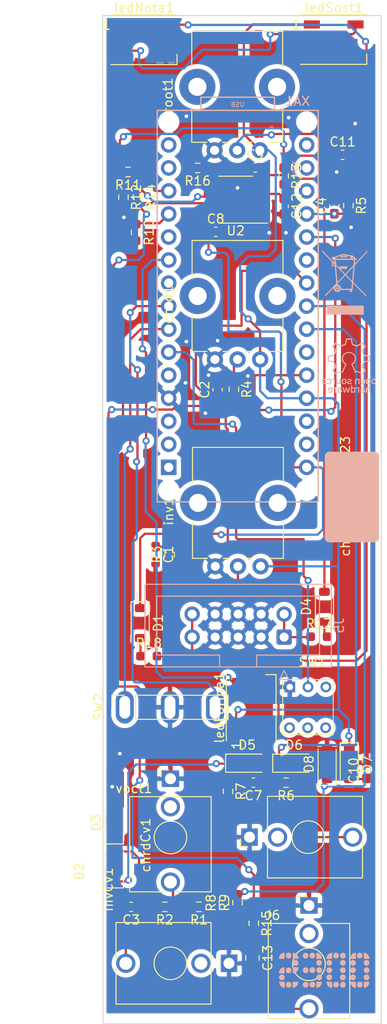
<source format=kicad_pcb>
(kicad_pcb (version 20221018) (generator pcbnew)
  (layers (0 "F.Cu" signal) (31 "B.Cu" signal) (34 "B.Paste" user) (35 "F.Paste" user) (36 "B.SilkS" user "B.Silkscreen") (37 "F.SilkS" user "F.Silkscreen") (38 "B.Mask" user) (39 "F.Mask" user) (44 "Edge.Cuts" user))
  (net 0 "")
  (net 1 "inv")
  (net 2 "GND")
  (net 3 "chrd")
  (net 4 "voct")
  (net 5 "root")
  (net 6 "chrdCv")
  (net 7 "vin")
  (net 8 "-12V")
  (net 9 "invCv")
  (net 10 "Net-(C11-Pad1)")
  (net 11 "preOut")
  (net 12 "Net-(C13-Pad1)")
  (net 13 "out")
  (net 14 "Net-(R4-Pad1)")
  (net 15 "+5V")
  (net 16 "Net-(R6-Pad1)")
  (net 17 "Net-(D1-A)")
  (net 18 "Net-(R3-Pad1)")
  (net 19 "Net-(R8-Pad1)")
  (net 20 "led")
  (net 21 "btnFrm")
  (net 22 "modeSw1")
  (net 23 "modeSw2")
  (net 24 "Net-(ledForma1-DOUT)")
  (net 25 "Net-(ledNota1-DOUT)")
  (net 27 "Net-(R1-Pad2)")
  (net 28 "Net-(R5-Pad1)")
  (net 29 "Net-(R10-Pad1)")
  (net 30 "Net-(XA1-D10_CS)")
  (net 31 "Net-(U2B--)")
  (net 32 "Net-(R14-Pad2)")
  (net 33 "Net-(U2A--)")
  (net 34 "Net-(U2B-+)")
  (net 41 "d2")
  (net 44 "mosi")
  (net 45 "miso")
  (net 46 "sck")
  (net 50 "Net-(D4-K)")
  (net 51 "Net-(J5-Pin_1)")
  (net 52 "Net-(J5-Pin_10)")
  (footprint "Resistor_SMD:R_0603_1608Metric_Pad0.98x0.95mm_HandSolder" (layer "F.Cu") (at 78.2125 120.35 180)
    (fp_text reference "R6")
    (fp_text value "1k")
  )
  (footprint "Resistor_SMD:R_0603_1608Metric_Pad0.98x0.95mm_HandSolder" (layer "F.Cu") (at 71.35 133.6125 90)
    (fp_text reference "R8")
    (fp_text value "1k")
  )
  (footprint "Capacitor_SMD:C_0603_1608Metric_Pad1.08x0.95mm_HandSolder" (layer "F.Cu") (at 83.55 56.7375 90)
    (fp_text reference "C4")
    (fp_text value "10nF")
  )
  (footprint "Diode_SMD:D_SOD-123" (layer "F.Cu") (at 85.2 118.3 -90)
    (fp_text reference "D7")
    (fp_text value "D_Schottky")
  )
  (footprint "Resistor_SMD:R_0603_1608Metric_Pad0.98x0.95mm_HandSolder" (layer "F.Cu") (at 71.8 121.3125 -90)
    (fp_text reference "R7")
    (fp_text value "100k")
  )
  (footprint "Capacitor_SMD:C_0805_2012Metric_Pad1.18x1.45mm_HandSolder" (layer "F.Cu") (at 74.5 139.6875 -90)
    (fp_text reference "C13")
    (fp_text value "4.7uF")
  )
  (footprint "Diode_SMD:D_SOD-123" (layer "F.Cu") (at 82.45 100.95 90)
    (fp_text reference "D4")
    (fp_text value "D")
  )
  (footprint "Resistor_SMD:R_0603_1608Metric_Pad0.98x0.95mm_HandSolder" (layer "F.Cu") (at 74.65 135.8625 -90)
    (fp_text reference "R15")
    (fp_text value "220r")
  )
  (footprint "Capacitor_SMD:C_0603_1608Metric_Pad1.08x0.95mm_HandSolder" (layer "F.Cu") (at 87.1 119.0125 90)
    (fp_text reference "C10")
    (fp_text value "68nF")
  )
  (footprint "Capacitor_SMD:C_0603_1608Metric_Pad1.08x0.95mm_HandSolder" (layer "F.Cu") (at 70.65 77.0125 90)
    (fp_text reference "C2")
    (fp_text value "10nF")
  )
  (footprint "Diode_SMD:D_SOD-123" (layer "F.Cu") (at 79.1 118.2)
    (fp_text reference "D6")
    (fp_text value "D_Schottky")
  )
  (footprint "Capacitor_SMD:C_0603_1608Metric_Pad1.08x0.95mm_HandSolder" (layer "F.Cu") (at 74.6125 120.35 180)
    (fp_text reference "C7")
    (fp_text value "68nF")
  )
  (footprint "0deS:LED_WS2812B" (layer "F.Cu") (at 74.357456 112.086456 90)
    (fp_text reference "ledForma1")
    (fp_text value "NeoPixel_THT")
  )
  (footprint "Capacitor_SMD:C_0603_1608Metric_Pad1.08x0.95mm_HandSolder" (layer "F.Cu") (at 70.4375 59.6)
    (fp_text reference "C8")
    (fp_text value "10nF")
  )
  (footprint "Capacitor_SMD:C_0603_1608Metric_Pad1.08x0.95mm_HandSolder" (layer "F.Cu") (at 77.95 56.7875 -90)
    (fp_text reference "C12")
    (fp_text value "10nF")
  )
  (footprint "Resistor_SMD:R_0603_1608Metric_Pad0.98x0.95mm_HandSolder" (layer "F.Cu") (at 68.5875 134.05 180)
    (fp_text reference "R1")
    (fp_text value "100k")
  )
  (footprint "Resistor_SMD:R_0603_1608Metric_Pad0.98x0.95mm_HandSolder" (layer "F.Cu") (at 61.85 55.75 -90)
    (fp_text reference "R14")
    (fp_text value "1k")
  )
  (footprint "Resistor_SMD:R_0603_1608Metric_Pad0.98x0.95mm_HandSolder" (layer "F.Cu") (at 65.35 95.1875 90)
    (fp_text reference "R3")
    (fp_text value "1k")
  )
  (footprint "0deS:PotGndPin1" (layer "F.Cu") (at 75.352856 73.671456 90)
    (fp_text reference "chrd1")
    (fp_text value "R_Potentiometer")
  )
  (footprint "0deS:jackEuroTSTN" (layer "F.Cu") (at 80.7476 140.3686)
    (fp_text reference "J6")
    (fp_text value "AudioJack2_Ground")
  )
  (footprint "0deS:jackEuroTSTN" (layer "F.Cu") (at 65.443456 126.382856)
    (fp_text reference "voct1")
    (fp_text value "AudioJack2_Ground")
  )
  (footprint "Capacitor_SMD:C_0603_1608Metric_Pad1.08x0.95mm_HandSolder" (layer "F.Cu") (at 63.8 95.1875 -90)
    (fp_text reference "C1")
    (fp_text value "10nF")
  )
  (footprint "Resistor_SMD:R_0603_1608Metric_Pad0.98x0.95mm_HandSolder" (layer "F.Cu") (at 68.45 52.55 180)
    (fp_text reference "R16")
    (fp_text value "1k")
  )
  (footprint "Resistor_SMD:R_0603_1608Metric_Pad0.98x0.95mm_HandSolder" (layer "F.Cu") (at 61.65 59.6625 -90)
    (fp_text reference "R10")
    (fp_text value "3.9k")
  )
  (footprint "0deS:PotGndPin1" (layer "F.Cu") (at 75.316656 50.603456 90)
    (fp_text reference "root1")
    (fp_text value "R_Potentiometer")
  )
  (footprint "0deS:PotGndPin1" (layer "F.Cu") (at 75.397856 96.490856 90)
    (fp_text reference "inv1")
    (fp_text value "R_Potentiometer")
  )
  (footprint "Capacitor_SMD:C_0603_1608Metric_Pad1.08x0.95mm_HandSolder" (layer "F.Cu") (at 74.8125 52.5)
    (fp_text reference "C9")
    (fp_text value "10nF")
  )
  (footprint "0deS:colader" (layer "F.Cu") (at 60.310256 112.035656 90)
    (fp_text reference "SW2")
    (fp_text value "SW_SPDT")
  )
  (footprint "0deS:LED_WS2812B" (layer "F.Cu") (at 83.475056 38.374656)
    (fp_text reference "ledSost1")
    (fp_text value "NeoPixel_THT")
  )
  (footprint "Diode_SMD:D_SOD-123" (layer "F.Cu") (at 82.75 118.3 90)
    (fp_text reference "D8")
    (fp_text value "D_Schottky")
  )
  (footprint "Resistor_SMD:R_0603_1608Metric_Pad0.98x0.95mm_HandSolder" (layer "F.Cu") (at 85.1 56.7 -90)
    (fp_text reference "R5")
    (fp_text value "1k")
  )
  (footprint "Diode_SMD:D_SOD-123" (layer "F.Cu") (at 59.25 129.6 90)
    (fp_text reference "D2")
    (fp_text value "D_Schottky")
  )
  (footprint "0deS:jackEuroTSTN" (layer "F.Cu") (at 65.441056 140.280456 -90)
    (fp_text reference "invCv1")
    (fp_text value "AudioJack2_Ground")
  )
  (footprint "Capacitor_SMD:C_0603_1608Metric_Pad1.08x0.95mm_HandSolder" (layer "F.Cu") (at 61.1125 134.05 180)
    (fp_text reference "C3")
    (fp_text value "68nF")
  )
  (footprint "Resistor_SMD:R_0603_1608Metric_Pad0.98x0.95mm_HandSolder" (layer "F.Cu") (at 72.85 133.5875 90)
    (fp_text reference "R9")
    (fp_text value "100k")
  )
  (footprint "0deS:LED_WS2812B" (layer "F.Cu") (at 62.520056 38.401056)
    (fp_text reference "ledNota1")
    (fp_text value "NeoPixel_THT")
  )
  (footprint "Resistor_SMD:R_0603_1608Metric_Pad0.98x0.95mm_HandSolder" (layer "F.Cu") (at 60.7625 53 180)
    (fp_text reference "R11")
    (fp_text value "499k")
  )
  (footprint "0deS:jackEuroTSTN" (layer "F.Cu") (at 80.646056 126.358856 90)
    (fp_text reference "chrdCv1")
    (fp_text value "AudioJack2_Ground")
  )
  (footprint "Diode_SMD:D_SOD-123" (layer "F.Cu") (at 59.25 124.75 90)
    (fp_text reference "D3")
    (fp_text value "D_Schottky")
  )
  (footprint "Resistor_SMD:R_0603_1608Metric_Pad0.98x0.95mm_HandSolder" (layer "F.Cu") (at 81.8375 104.25)
    (fp_text reference "R17")
    (fp_text value "10r")
  )
  (footprint "0deS:SW_Push_5.8" (layer "F.Cu") (at 78.623656 109.800456)
    (fp_text reference "SW1")
    (fp_text value "SW_Push")
  )
  (footprint "Resistor_SMD:R_0603_1608Metric_Pad0.98x0.95mm_HandSolder" (layer "F.Cu") (at 72.45 76.9625 -90)
    (fp_text reference "R4")
    (fp_text value "1k")
  )
  (footprint "Capacitor_SMD:C_0603_1608Metric_Pad1.08x0.95mm_HandSolder" (layer "F.Cu") (at 84.4625 51.1)
    (fp_text reference "C11")
    (fp_text value "4.7nF")
  )
  (footprint "Resistor_SMD:R_0603_1608Metric_Pad0.98x0.95mm_HandSolder" (layer "F.Cu") (at 64.8125 134.05 180)
    (fp_text reference "R2")
    (fp_text value "100r")
  )
  (footprint "Resistor_SMD:R_0603_1608Metric_Pad0.98x0.95mm_HandSolder" (layer "F.Cu") (at 77.95 53.4375 -90)
    (fp_text reference "R13")
    (fp_text value "3.9k")
  )
  (footprint "Diode_SMD:D_SOD-123" (layer "F.Cu") (at 62.1 102.75 -90)
    (fp_text reference "D1")
    (fp_text value "D")
  )
  (footprint "Diode_SMD:D_SOD-123" (layer "F.Cu") (at 73.9 118.2)
    (fp_text reference "D5")
    (fp_text value "D_Schottky")
  )
  (footprint "Package_SO:SOP-8_3.76x4.96mm_P1.27mm" (layer "F.Cu") (at 72.65 56.05 180)
    (fp_text reference "U2")
    (fp_text value "TL072")
  )
  (footprint "Resistor_SMD:R_0603_1608Metric_Pad0.98x0.95mm_HandSolder" (layer "F.Cu") (at 63.05 106.4)
    (fp_text reference "R18")
    (fp_text value "10r")
  )
  (footprint "Resistor_SMD:R_0603_1608Metric_Pad0.98x0.95mm_HandSolder" (layer "F.Cu") (at 60.25 55.775 -90)
    (fp_text reference "R12")
    (fp_text value "1k")
  )
  (footprint "0deS:Arduino_Nano_Socket" (layer "B.Cu") (at 72.87 46.2)
    (fp_text reference "XA1")
    (fp_text value "Arduino_Nano_Socket")
  )
  (footprint "Connector_IDC:IDC-Header_2x05_P2.54mm_Vertical" (layer "B.Cu") (at 78 104.3 90)
    (fp_text reference "J5")
    (fp_text value "Conn_02x05_Odd_Even")
  )
  (gr_poly (pts (xy 81.855758 140.719095) (xy 81.83949 140.720287) (xy 81.82351 140.722254) (xy 81.807835 140.724977) (xy 81.79248 140.728441) (xy 81.777463 140.732627) (xy 81.762799 140.73752) (xy 81.748507 140.743101) (xy 81.734603 140.749354) (xy 81.721102 140.756262) (xy 81.708023 140.763807) (xy 81.695381 140.771973) (xy 81.683193 140.780743) (xy 81.671476 140.790099) (xy 81.660247 140.800025) (xy 81.649522 140.810503) (xy 81.639318 140.821516) (xy 81.629651 140.833048) (xy 81.620539 140.845081) (xy 81.611997 140.857598) (xy 81.604043 140.870582) (xy 81.596693 140.884017) (xy 81.589964 140.897884) (xy 81.583873 140.912168) (xy 81.578436 140.92685) (xy 81.57367 140.941914) (xy 81.569591 140.957343) (xy 81.566216 140.97312) (xy 81.563563 140.989228) (xy 81.561647 141.005649) (xy 81.560485 141.022367) (xy 81.560094 141.039365) (xy 81.560485 141.056362) (xy 81.561647 141.07308) (xy 81.563563 141.089501) (xy 81.566216 141.105609) (xy 81.569591 141.121385) (xy 81.57367 141.136814) (xy 81.578436 141.151879) (xy 81.583873 141.166561) (xy 81.589964 141.180844) (xy 81.596693 141.194712) (xy 81.604043 141.208146) (xy 81.611997 141.22113) (xy 81.620539 141.233647) (xy 81.629651 141.24568) (xy 81.639318 141.257212) (xy 81.649522 141.268225) (xy 81.660247 141.278703) (xy 81.671476 141.288629) (xy 81.683193 141.297985) (xy 81.695381 141.306754) (xy 81.708023 141.31492) (xy 81.721102 141.322466) (xy 81.734603 141.329374) (xy 81.748507 141.335627) (xy 81.762799 141.341208) (xy 81.777463 141.3461) (xy 81.79248 141.350287) (xy 81.807835 141.35375) (xy 81.82351 141.356474) (xy 81.83949 141.35844) (xy 81.855758 141.359633) (xy 81.872296 141.360034) (xy 81.888835 141.359633) (xy 81.905102 141.35844) (xy 81.921082 141.356474) (xy 81.936758 141.35375) (xy 81.952113 141.350287) (xy 81.96713 141.3461) (xy 81.981794 141.341208) (xy 81.996086 141.335627) (xy 82.00999 141.329374) (xy 82.023491 141.322466) (xy 82.036571 141.31492) (xy 82.049213 141.306754) (xy 82.0614 141.297985) (xy 82.073117 141.288629) (xy 82.084347 141.278703) (xy 82.095072 141.268225) (xy 82.105276 141.257212) (xy 82.114943 141.24568) (xy 82.124055 141.233647) (xy 82.132597 141.22113) (xy 82.140551 141.208146) (xy 82.147901 141.194712) (xy 82.15463 141.180844) (xy 82.160721 141.166561) (xy 82.166158 141.151879) (xy 82.170925 141.136814) (xy 82.175004 141.121385) (xy 82.178378 141.105609) (xy 82.181032 141.089501) (xy 82.182948 141.07308) (xy 82.18411 141.056362) (xy 82.184501 141.039365) (xy 82.18411 141.022367) (xy 82.182948 141.005649) (xy 82.181032 140.989228) (xy 82.178378 140.97312) (xy 82.175004 140.957343) (xy 82.170925 140.941914) (xy 82.166158 140.92685) (xy 82.160721 140.912168) (xy 82.15463 140.897884) (xy 82.147901 140.884017) (xy 82.140551 140.870582) (xy 82.132597 140.857598) (xy 82.124055 140.845081) (xy 82.114943 140.833048) (xy 82.105276 140.821516) (xy 82.095072 140.810503) (xy 82.084347 140.800025) (xy 82.073117 140.790099) (xy 82.0614 140.780743) (xy 82.049213 140.771973) (xy 82.036571 140.763807) (xy 82.023491 140.756262) (xy 82.00999 140.749354) (xy 81.996086 140.743101) (xy 81.981794 140.73752) (xy 81.96713 140.732627) (xy 81.952113 140.728441) (xy 81.936758 140.724977) (xy 81.921082 140.722254) (xy 81.905102 140.720287) (xy 81.888835 140.719095) (xy 81.872296 140.718694)) (fill solid) (layer "B.SilkS"))
  (gr_poly (pts (xy 80.359931 140.718971) (xy 80.343664 140.720163) (xy 80.327684 140.72213) (xy 80.312008 140.724853) (xy 80.296653 140.728317) (xy 80.281636 140.732504) (xy 80.266973 140.737396) (xy 80.252681 140.742977) (xy 80.238776 140.74923) (xy 80.225276 140.756138) (xy 80.212196 140.763683) (xy 80.199554 140.771849) (xy 80.187366 140.780619) (xy 80.17565 140.789975) (xy 80.16442 140.799901) (xy 80.153695 140.810379) (xy 80.143491 140.821392) (xy 80.133824 140.832923) (xy 80.124712 140.844956) (xy 80.11617 140.857473) (xy 80.108216 140.870458) (xy 80.100867 140.883892) (xy 80.094138 140.897759) (xy 80.088046 140.912043) (xy 80.082609 140.926725) (xy 80.077843 140.941789) (xy 80.073764 140.957218) (xy 80.07039 140.972995) (xy 80.067736 140.989103) (xy 80.06582 141.005524) (xy 80.064658 141.022242) (xy 80.064267 141.039239) (xy 80.064658 141.056267) (xy 80.06582 141.073013) (xy 80.067736 141.089457) (xy 80.07039 141.105585) (xy 80.073764 141.121378) (xy 80.077843 141.13682) (xy 80.082609 141.151895) (xy 80.088046 141.166585) (xy 80.094138 141.180873) (xy 80.100867 141.194743) (xy 80.108216 141.208178) (xy 80.11617 141.221161) (xy 80.124712 141.233674) (xy 80.133824 141.245702) (xy 80.143491 141.257228) (xy 80.153695 141.268233) (xy 80.16442 141.278703) (xy 80.17565 141.288619) (xy 80.187366 141.297964) (xy 80.199554 141.306723) (xy 80.212196 141.314878) (xy 80.225276 141.322413) (xy 80.238776 141.32931) (xy 80.252681 141.335552) (xy 80.266973 141.341123) (xy 80.281636 141.346006) (xy 80.296653 141.350184) (xy 80.312008 141.353641) (xy 80.327684 141.356358) (xy 80.343664 141.35832) (xy 80.359931 141.35951) (xy 80.37647 141.35991) (xy 80.393007 141.35951) (xy 80.409272 141.35832) (xy 80.425247 141.356358) (xy 80.440916 141.353641) (xy 80.456263 141.350184) (xy 80.471271 141.346006) (xy 80.485924 141.341123) (xy 80.500204 141.335552) (xy 80.514096 141.32931) (xy 80.527582 141.322413) (xy 80.540647 141.314878) (xy 80.553274 141.306723) (xy 80.565446 141.297964) (xy 80.577147 141.288619) (xy 80.58836 141.278703) (xy 80.599069 141.268233) (xy 80.609256 141.257228) (xy 80.618907 141.245702) (xy 80.628003 141.233674) (xy 80.636529 141.221161) (xy 80.644468 141.208178) (xy 80.651803 141.194743) (xy 80.658518 141.180873) (xy 80.664597 141.166585) (xy 80.670022 141.151895) (xy 80.674778 141.13682) (xy 80.678847 141.121378) (xy 80.682214 141.105585) (xy 80.684861 141.089457) (xy 80.686772 141.073013) (xy 80.687931 141.056267) (xy 80.688321 141.039239) (xy 80.687931 141.022242) (xy 80.686772 141.005524) (xy 80.684861 140.989103) (xy 80.682214 140.972995) (xy 80.678847 140.957218) (xy 80.674778 140.941789) (xy 80.670022 140.926725) (xy 80.664597 140.912043) (xy 80.658518 140.897759) (xy 80.651803 140.883892) (xy 80.644468 140.870458) (xy 80.636529 140.857473) (xy 80.628003 140.844956) (xy 80.618907 140.832923) (xy 80.609256 140.821392) (xy 80.599069 140.810379) (xy 80.58836 140.799901) (xy 80.577147 140.789975) (xy 80.565446 140.780619) (xy 80.553274 140.771849) (xy 80.540647 140.763683) (xy 80.527582 140.756138) (xy 80.514096 140.74923) (xy 80.500204 140.742977) (xy 80.485924 140.737396) (xy 80.471271 140.732504) (xy 80.456263 140.728317) (xy 80.440916 140.724853) (xy 80.425247 140.72213) (xy 80.409272 140.720163) (xy 80.393007 140.718971) (xy 80.37647 140.71857)) (fill solid) (layer "B.SilkS"))
  (gr_poly (pts (xy 82.685601 142.35) (xy 82.689496 142.386011) (xy 82.694602 142.42114) (xy 82.700907 142.455372) (xy 82.708396 142.488692) (xy 82.717055 142.521085) (xy 82.72687 142.552537) (xy 82.737827 142.583032) (xy 82.749913 142.612554) (xy 82.763112 142.64109) (xy 82.777412 142.668623) (xy 82.792797 142.695139) (xy 82.809255 142.720623) (xy 82.82677 142.74506) (xy 82.84533 142.768434) (xy 82.864919 142.790731) (xy 82.885525 142.811936) (xy 82.907132 142.832033) (xy 82.929727 142.851008) (xy 82.953296 142.868845) (xy 82.977825 142.885529) (xy 83.0033 142.901046) (xy 83.029707 142.91538) (xy 83.057031 142.928516) (xy 83.08526 142.94044) (xy 83.114378 142.951135) (xy 83.144372 142.960588) (xy 83.175227 142.968783) (xy 83.206931 142.975704) (xy 83.239468 142.981338) (xy 83.272824 142.985669) (xy 83.306987 142.988681) (xy 83.306987 142.313123) (xy 82.682933 142.313123)) (fill solid) (layer "B.SilkS"))
  (gr_poly (pts (xy 84.473647 142.3218) (xy 84.457379 142.322992) (xy 84.441399 142.324959) (xy 84.425723 142.327682) (xy 84.410368 142.331146) (xy 84.395351 142.335332) (xy 84.380688 142.340225) (xy 84.366396 142.345806) (xy 84.352491 142.352059) (xy 84.33899 142.358967) (xy 84.325911 142.366512) (xy 84.313269 142.374678) (xy 84.301081 142.383448) (xy 84.289364 142.392804) (xy 84.278135 142.40273) (xy 84.26741 142.413207) (xy 84.257205 142.424221) (xy 84.247539 142.435752) (xy 84.238426 142.447785) (xy 84.229885 142.460302) (xy 84.221931 142.473287) (xy 84.214581 142.486721) (xy 84.207852 142.500588) (xy 84.201761 142.514872) (xy 84.196323 142.529554) (xy 84.191557 142.544618) (xy 84.187478 142.560047) (xy 84.184104 142.575824) (xy 84.18145 142.591932) (xy 84.179534 142.608353) (xy 84.178372 142.625071) (xy 84.177981 142.642068) (xy 84.178372 142.659065) (xy 84.179534 142.675783) (xy 84.18145 142.692205) (xy 84.184104 142.708312) (xy 84.187478 142.724089) (xy 84.191557 142.739518) (xy 84.196323 142.754583) (xy 84.201761 142.769265) (xy 84.207852 142.783549) (xy 84.214581 142.797416) (xy 84.221931 142.81085) (xy 84.229885 142.823835) (xy 84.238426 142.836352) (xy 84.247539 142.848385) (xy 84.257205 142.859917) (xy 84.26741 142.87093) (xy 84.278135 142.881408) (xy 84.289364 142.891334) (xy 84.301081 142.90069) (xy 84.313269 142.909459) (xy 84.325911 142.917625) (xy 84.33899 142.925171) (xy 84.352491 142.932079) (xy 84.366396 142.938332) (xy 84.380688 142.943913) (xy 84.395351 142.948805) (xy 84.410368 142.952992) (xy 84.425723 142.956455) (xy 84.441399 142.959179) (xy 84.457379 142.961145) (xy 84.473647 142.962338) (xy 84.490186 142.962739) (xy 84.506723 142.962338) (xy 84.522988 142.961145) (xy 84.538963 142.959179) (xy 84.554633 142.956455) (xy 84.56998 142.952992) (xy 84.584988 142.948805) (xy 84.59964 142.943913) (xy 84.613921 142.938332) (xy 84.627813 142.932079) (xy 84.641299 142.925171) (xy 84.654364 142.917625) (xy 84.666991 142.909459) (xy 84.679163 142.90069) (xy 84.690864 142.891334) (xy 84.702077 142.881408) (xy 84.712786 142.87093) (xy 84.722973 142.859917) (xy 84.732624 142.848385) (xy 84.74172 142.836352) (xy 84.750246 142.823835) (xy 84.758184 142.81085) (xy 84.76552 142.797416) (xy 84.772235 142.783549) (xy 84.778313 142.769265) (xy 84.783739 142.754583) (xy 84.788494 142.739518) (xy 84.792563 142.724089) (xy 84.79593 142.708312) (xy 84.798577 142.692205) (xy 84.800488 142.675783) (xy 84.801647 142.659065) (xy 84.802037 142.642068) (xy 84.801647 142.625071) (xy 84.800488 142.608353) (xy 84.798577 142.591932) (xy 84.79593 142.575824) (xy 84.792563 142.560047) (xy 84.788494 142.544618) (xy 84.783739 142.529554) (xy 84.778313 142.514872) (xy 84.772235 142.500588) (xy 84.76552 142.486721) (xy 84.758184 142.473287) (xy 84.750246 142.460302) (xy 84.74172 142.447785) (xy 84.732624 142.435752) (xy 84.722973 142.424221) (xy 84.712786 142.413207) (xy 84.702077 142.40273) (xy 84.690864 142.392804) (xy 84.679163 142.383448) (xy 84.666991 142.374678) (xy 84.654364 142.366512) (xy 84.641299 142.358967) (xy 84.627813 142.352059) (xy 84.613921 142.345806) (xy 84.59964 142.340225) (xy 84.584988 142.335332) (xy 84.56998 142.331146) (xy 84.554633 142.327682) (xy 84.538963 142.324959) (xy 84.522988 142.322992) (xy 84.506723 142.3218) (xy 84.490186 142.321399)) (fill solid) (layer "B.SilkS"))
  (gr_poly (pts (xy 78.96898 139.786191) (xy 79.593034 139.786191) (xy 79.590365 139.749281) (xy 79.586471 139.713237) (xy 79.581364 139.678075) (xy 79.575059 139.64381) (xy 79.56757 139.610458) (xy 79.558911 139.578032) (xy 79.549096 139.546549) (xy 79.538139 139.516023) (xy 79.526053 139.48647) (xy 79.512854 139.457904) (xy 79.498555 139.430341) (xy 79.483169 139.403796) (xy 79.466712 139.378284) (xy 79.449196 139.35382) (xy 79.430637 139.330419) (xy 79.411048 139.308097) (xy 79.390442 139.286868) (xy 79.368835 139.266748) (xy 79.34624 139.247751) (xy 79.322671 139.229893) (xy 79.298142 139.213189) (xy 79.272667 139.197654) (xy 79.24626 139.183304) (xy 79.218936 139.170152) (xy 79.190708 139.158215) (xy 79.16159 139.147507) (xy 79.131596 139.138044) (xy 79.10074 139.129841) (xy 79.069037 139.122912) (xy 79.036499 139.117274) (xy 79.003143 139.11294) (xy 78.96898 139.109927)) (fill solid) (layer "B.SilkS"))
  (gr_poly (pts (xy 83.473487 76.740161) (xy 83.464298 76.740766) (xy 83.455298 76.741763) (xy 83.446479 76.743141) (xy 83.437833 76.74489) (xy 83.429354 76.747) (xy 83.421033 76.74946) (xy 83.412864 76.752259) (xy 83.404838 76.755389) (xy 83.396949 76.758839) (xy 83.389189 76.762598) (xy 83.38155 76.766656) (xy 83.374026 76.771003) (xy 83.366608 76.775629) (xy 83.35929 76.780523) (xy 83.352063 76.785676) (xy 83.443291 76.888969) (xy 83.44875 76.88515) (xy 83.454035 76.881628) (xy 83.459175 76.878394) (xy 83.464199 76.875442) (xy 83.469137 76.872766) (xy 83.474016 76.870358) (xy 83.478867 76.868212) (xy 83.483719 76.866321) (xy 83.4886 76.864678) (xy 83.493541 76.863276) (xy 83.498569 76.862108) (xy 83.503715 76.861168) (xy 83.509007 76.860449) (xy 83.514474 76.859944) (xy 83.520146 76.859646) (xy 83.526052 76.859548) (xy 83.537574 76.859992) (xy 83.548984 76.861336) (xy 83.560195 76.863597) (xy 83.565699 76.865076) (xy 83.57112 76.866791) (xy 83.576448 76.868743) (xy 83.581672 76.870935) (xy 83.58678 76.873368) (xy 83.591763 76.876045) (xy 83.596609 76.878968) (xy 83.601307 76.882139) (xy 83.605846 76.88556) (xy 83.610216 76.889234) (xy 83.614405 76.893161) (xy 83.618403 76.897345) (xy 83.622198 76.901787) (xy 83.625781 76.90649) (xy 83.629139 76.911456) (xy 83.632263 76.916686) (xy 83.635141 76.922183) (xy 83.637762 76.927949) (xy 83.640116 76.933986) (xy 83.642191 76.940295) (xy 83.643976 76.946881) (xy 83.645462 76.953743) (xy 83.646636 76.960885) (xy 83.647488 76.968308) (xy 83.648008 76.976015) (xy 83.648183 76.984007) (xy 83.648183 77.342145) (xy 83.773912 77.342145) (xy 83.773912 76.746942) (xy 83.648183 76.746942) (xy 83.648183 76.81023) (xy 83.645643 76.81023) (xy 83.638057 76.801732) (xy 83.630071 76.79378) (xy 83.621697 76.786374) (xy 83.612947 76.779515) (xy 83.603832 76.773203) (xy 83.594365 76.767438) (xy 83.584556 76.762221) (xy 83.574418 76.757551) (xy 83.563962 76.75343) (xy 83.553201 76.749857) (xy 83.542145 76.746833) (xy 83.530808 76.744358) (xy 83.5192 76.742433) (xy 83.507334 76.741057) (xy 83.49522 76.740232) (xy 83.482872 76.739956)) (fill solid) (layer "B.SilkS"))
  (gr_poly (pts (xy 84.46659 139.903526) (xy 84.450322 139.904718) (xy 84.434342 139.906685) (xy 84.418666 139.909409) (xy 84.403311 139.912872) (xy 84.388294 139.917059) (xy 84.373631 139.921951) (xy 84.359338 139.927532) (xy 84.345434 139.933785) (xy 84.331933 139.940693) (xy 84.318854 139.948238) (xy 84.306212 139.956404) (xy 84.294024 139.965174) (xy 84.282307 139.97453) (xy 84.271078 139.984456) (xy 84.260352 139.994934) (xy 84.250148 140.005947) (xy 84.240482 140.017479) (xy 84.231369 140.029511) (xy 84.222827 140.042029) (xy 84.214873 140.055013) (xy 84.207524 140.068447) (xy 84.200795 140.082315) (xy 84.194703 140.096598) (xy 84.189266 140.11128) (xy 84.1845 140.126344) (xy 84.180421 140.141773) (xy 84.177047 140.15755) (xy 84.174393 140.173658) (xy 84.172477 140.190079) (xy 84.171315 140.206797) (xy 84.170924 140.223794) (xy 84.171315 140.240824) (xy 84.172477 140.257572) (xy 84.174393 140.274021) (xy 84.177047 140.290155) (xy 84.180421 140.305956) (xy 84.1845 140.321408) (xy 84.189266 140.336493) (xy 84.194703 140.351195) (xy 84.200795 140.365496) (xy 84.207524 140.37938) (xy 84.214873 140.39283) (xy 84.222827 140.405827) (xy 84.231369 140.418357) (xy 84.240482 140.430401) (xy 84.250148 140.441943) (xy 84.260352 140.452965) (xy 84.271078 140.463451) (xy 84.282307 140.473383) (xy 84.294024 140.482745) (xy 84.306212 140.49152) (xy 84.318854 140.49969) (xy 84.331933 140.507239) (xy 84.345434 140.51415) (xy 84.359338 140.520405) (xy 84.373631 140.525988) (xy 84.388294 140.530882) (xy 84.403311 140.535069) (xy 84.418666 140.538533) (xy 84.434342 140.541257) (xy 84.450322 140.543224) (xy 84.46659 140.544417) (xy 84.483129 140.544818) (xy 84.499666 140.544417) (xy 84.515931 140.543224) (xy 84.531906 140.541257) (xy 84.547576 140.538533) (xy 84.562923 140.535069) (xy 84.577931 140.530882) (xy 84.592583 140.525988) (xy 84.606864 140.520405) (xy 84.620755 140.51415) (xy 84.634242 140.507239) (xy 84.647307 140.49969) (xy 84.659934 140.49152) (xy 84.672106 140.482745) (xy 84.683807 140.473383) (xy 84.69502 140.463451) (xy 84.705728 140.452965) (xy 84.715916 140.441943) (xy 84.725566 140.430401) (xy 84.734663 140.418357) (xy 84.743188 140.405827) (xy 84.751127 140.39283) (xy 84.758462 140.37938) (xy 84.765178 140.365496) (xy 84.771256 140.351195) (xy 84.776681 140.336493) (xy 84.781437 140.321408) (xy 84.785506 140.305956) (xy 84.788873 140.290155) (xy 84.79152 140.274021) (xy 84.793431 140.257572) (xy 84.79459 140.240824) (xy 84.79498 140.223794) (xy 84.79459 140.206797) (xy 84.793431 140.190079) (xy 84.79152 140.173658) (xy 84.788873 140.15755) (xy 84.785506 140.141773) (xy 84.781437 140.126344) (xy 84.776681 140.11128) (xy 84.771256 140.096598) (xy 84.765178 140.082315) (xy 84.758462 140.068447) (xy 84.751127 140.055013) (xy 84.743188 140.042029) (xy 84.734663 140.029511) (xy 84.725566 140.017479) (xy 84.715916 140.005947) (xy 84.705728 139.994934) (xy 84.69502 139.984456) (xy 84.683807 139.97453) (xy 84.672106 139.965174) (xy 84.659934 139.956404) (xy 84.647307 139.948238) (xy 84.634242 139.940693) (xy 84.620755 139.933785) (xy 84.606864 139.927532) (xy 84.592583 139.921951) (xy 84.577931 139.917059) (xy 84.562923 139.912872) (xy 84.547576 139.909409) (xy 84.531906 139.906685) (xy 84.515931 139.904718) (xy 84.499666 139.903526) (xy 84.483129 139.903125)) (fill solid) (layer "B.SilkS"))
  (gr_poly (pts (xy 82.970591 139.903526) (xy 82.954326 139.904718) (xy 82.938351 139.906685) (xy 82.922681 139.909409) (xy 82.907334 139.912872) (xy 82.892326 139.917059) (xy 82.877674 139.921951) (xy 82.863393 139.927532) (xy 82.849501 139.933785) (xy 82.836015 139.940693) (xy 82.82295 139.948238) (xy 82.810323 139.956404) (xy 82.798151 139.965174) (xy 82.78645 139.97453) (xy 82.775237 139.984456) (xy 82.764529 139.994934) (xy 82.754341 140.005947) (xy 82.744691 140.017479) (xy 82.735594 140.029511) (xy 82.727068 140.042029) (xy 82.71913 140.055013) (xy 82.711794 140.068447) (xy 82.705079 140.082315) (xy 82.699001 140.096598) (xy 82.693576 140.11128) (xy 82.68882 140.126344) (xy 82.684751 140.141773) (xy 82.681384 140.15755) (xy 82.678737 140.173658) (xy 82.676826 140.190079) (xy 82.675667 140.206797) (xy 82.675277 140.223794) (xy 82.675667 140.240824) (xy 82.676826 140.257572) (xy 82.678737 140.274021) (xy 82.681384 140.290155) (xy 82.684751 140.305956) (xy 82.68882 140.321408) (xy 82.693576 140.336493) (xy 82.699001 140.351195) (xy 82.705079 140.365496) (xy 82.711794 140.37938) (xy 82.71913 140.39283) (xy 82.727068 140.405827) (xy 82.735594 140.418357) (xy 82.744691 140.430401) (xy 82.754341 140.441943) (xy 82.764529 140.452965) (xy 82.775237 140.463451) (xy 82.78645 140.473383) (xy 82.798151 140.482745) (xy 82.810323 140.49152) (xy 82.82295 140.49969) (xy 82.836015 140.507239) (xy 82.849501 140.51415) (xy 82.863393 140.520405) (xy 82.877674 140.525988) (xy 82.892326 140.530882) (xy 82.907334 140.535069) (xy 82.922681 140.538533) (xy 82.938351 140.541257) (xy 82.954326 140.543224) (xy 82.970591 140.544417) (xy 82.987128 140.544818) (xy 83.003667 140.544417) (xy 83.019935 140.543224) (xy 83.035915 140.541257) (xy 83.051591 140.538533) (xy 83.066946 140.535069) (xy 83.081963 140.530882) (xy 83.096626 140.525988) (xy 83.110918 140.520405) (xy 83.124823 140.51415) (xy 83.138324 140.507239) (xy 83.151403 140.49969) (xy 83.164045 140.49152) (xy 83.176233 140.482745) (xy 83.18795 140.473383) (xy 83.199179 140.463451) (xy 83.209904 140.452965) (xy 83.220109 140.441943) (xy 83.229775 140.430401) (xy 83.238888 140.418357) (xy 83.247429 140.405827) (xy 83.255383 140.39283) (xy 83.262733 140.37938) (xy 83.269462 140.365496) (xy 83.275553 140.351195) (xy 83.280991 140.336493) (xy 83.285757 140.321408) (xy 83.289836 140.305956) (xy 83.29321 140.290155) (xy 83.295864 140.274021) (xy 83.29778 140.257572) (xy 83.298942 140.240824) (xy 83.299333 140.223794) (xy 83.298942 140.206797) (xy 83.29778 140.190079) (xy 83.295864 140.173658) (xy 83.29321 140.15755) (xy 83.289836 140.141773) (xy 83.285757 140.126344) (xy 83.280991 140.11128) (xy 83.275553 140.096598) (xy 83.269462 140.082315) (xy 83.262733 140.068447) (xy 83.255383 140.055013) (xy 83.247429 140.042029) (xy 83.238888 140.029511) (xy 83.229775 140.017479) (xy 83.220109 140.005947) (xy 83.209904 139.994934) (xy 83.199179 139.984456) (xy 83.18795 139.97453) (xy 83.176233 139.965174) (xy 83.164045 139.956404) (xy 83.151403 139.948238) (xy 83.138324 139.940693) (xy 83.124823 139.933785) (xy 83.110918 139.927532) (xy 83.096626 139.921951) (xy 83.081963 139.917059) (xy 83.066946 139.912872) (xy 83.051591 139.909409) (xy 83.035915 139.906685) (xy 83.019935 139.904718) (xy 83.003667 139.903526) (xy 82.987128 139.903125)) (fill solid) (layer "B.SilkS"))
  (gr_poly (pts (xy 86.336391 139.102211) (xy 86.320123 139.103403) (xy 86.304143 139.10537) (xy 86.288467 139.108093) (xy 86.273112 139.111557) (xy 86.258094 139.115743) (xy 86.243431 139.120636) (xy 86.229139 139.126217) (xy 86.215234 139.13247) (xy 86.201734 139.139378) (xy 86.188654 139.146923) (xy 86.176012 139.155089) (xy 86.163824 139.163859) (xy 86.152107 139.173215) (xy 86.140878 139.18314) (xy 86.130153 139.193618) (xy 86.119949 139.204632) (xy 86.110282 139.216163) (xy 86.10117 139.228196) (xy 86.092628 139.240713) (xy 86.084674 139.253697) (xy 86.077324 139.267132) (xy 86.070595 139.280999) (xy 86.064504 139.295283) (xy 86.059067 139.309965) (xy 86.054301 139.325029) (xy 86.050222 139.340458) (xy 86.046847 139.356235) (xy 86.044194 139.372342) (xy 86.042278 139.388763) (xy 86.041116 139.405481) (xy 86.040725 139.422479) (xy 86.041116 139.439507) (xy 86.042278 139.456252) (xy 86.044194 139.472697) (xy 86.046847 139.488824) (xy 86.050222 139.504618) (xy 86.054301 139.52006) (xy 86.059067 139.535135) (xy 86.064504 139.549825) (xy 86.070595 139.564113) (xy 86.077324 139.577983) (xy 86.084674 139.591418) (xy 86.092628 139.604401) (xy 86.10117 139.616914) (xy 86.110282 139.628942) (xy 86.119949 139.640467) (xy 86.130153 139.651473) (xy 86.140878 139.661942) (xy 86.152107 139.671858) (xy 86.163824 139.681204) (xy 86.176012 139.689963) (xy 86.188654 139.698118) (xy 86.201734 139.705653) (xy 86.215234 139.712549) (xy 86.229139 139.718792) (xy 86.243431 139.724363) (xy 86.258094 139.729246) (xy 86.273112 139.733424) (xy 86.288467 139.73688) (xy 86.304143 139.739598) (xy 86.320123 139.74156) (xy 86.336391 139.742749) (xy 86.352929 139.74315) (xy 86.369467 139.742749) (xy 86.385732 139.74156) (xy 86.401707 139.739598) (xy 86.417376 139.73688) (xy 86.432723 139.733424) (xy 86.447731 139.729246) (xy 86.462384 139.724363) (xy 86.476664 139.718792) (xy 86.490556 139.712549) (xy 86.504043 139.705653) (xy 86.517108 139.698118) (xy 86.529735 139.689963) (xy 86.541907 139.681204) (xy 86.553607 139.671858) (xy 86.56482 139.661942) (xy 86.575529 139.651473) (xy 86.585717 139.640467) (xy 86.595367 139.628942) (xy 86.604463 139.616914) (xy 86.612989 139.604401) (xy 86.620928 139.591418) (xy 86.628263 139.577983) (xy 86.634978 139.564113) (xy 86.641057 139.549825) (xy 86.646482 139.535135) (xy 86.651237 139.52006) (xy 86.655307 139.504618) (xy 86.658673 139.488824) (xy 86.66132 139.472697) (xy 86.663232 139.456252) (xy 86.664391 139.439507) (xy 86.664781 139.422479) (xy 86.664391 139.405481) (xy 86.663232 139.388763) (xy 86.66132 139.372342) (xy 86.658673 139.356235) (xy 86.655307 139.340458) (xy 86.651237 139.325029) (xy 86.646482 139.309965) (xy 86.641057 139.295283) (xy 86.634978 139.280999) (xy 86.628263 139.267132) (xy 86.620928 139.253697) (xy 86.612989 139.240713) (xy 86.604463 139.228196) (xy 86.595367 139.216163) (xy 86.585717 139.204632) (xy 86.575529 139.193618) (xy 86.56482 139.18314) (xy 86.553607 139.173215) (xy 86.541907 139.163859) (xy 86.529735 139.155089) (xy 86.517108 139.146923) (xy 86.504043 139.139378) (xy 86.490556 139.13247) (xy 86.476664 139.126217) (xy 86.462384 139.120636) (xy 86.447731 139.115743) (xy 86.432723 139.111557) (xy 86.417376 139.108093) (xy 86.401707 139.10537) (xy 86.385732 139.103403) (xy 86.369467 139.102211) (xy 86.352929 139.101809)) (fill solid) (layer "B.SilkS"))
  (gr_poly (pts (xy 81.855758 140.719095) (xy 81.83949 140.720287) (xy 81.82351 140.722254) (xy 81.807835 140.724977) (xy 81.79248 140.728441) (xy 81.777463 140.732627) (xy 81.762799 140.73752) (xy 81.748507 140.743101) (xy 81.734603 140.749354) (xy 81.721102 140.756262) (xy 81.708023 140.763807) (xy 81.695381 140.771973) (xy 81.683193 140.780743) (xy 81.671476 140.790099) (xy 81.660247 140.800025) (xy 81.649522 140.810503) (xy 81.639318 140.821516) (xy 81.629651 140.833048) (xy 81.620539 140.845081) (xy 81.611997 140.857598) (xy 81.604043 140.870582) (xy 81.596693 140.884017) (xy 81.589964 140.897884) (xy 81.583873 140.912168) (xy 81.578436 140.92685) (xy 81.57367 140.941914) (xy 81.569591 140.957343) (xy 81.566216 140.97312) (xy 81.563563 140.989228) (xy 81.561647 141.005649) (xy 81.560485 141.022367) (xy 81.560094 141.039365) (xy 81.560485 141.056362) (xy 81.561647 141.07308) (xy 81.563563 141.089501) (xy 81.566216 141.105609) (xy 81.569591 141.121385) (xy 81.57367 141.136814) (xy 81.578436 141.151879) (xy 81.583873 141.166561) (xy 81.589964 141.180844) (xy 81.596693 141.194712) (xy 81.604043 141.208146) (xy 81.611997 141.22113) (xy 81.620539 141.233647) (xy 81.629651 141.24568) (xy 81.639318 141.257212) (xy 81.649522 141.268225) (xy 81.660247 141.278703) (xy 81.671476 141.288629) (xy 81.683193 141.297985) (xy 81.695381 141.306754) (xy 81.708023 141.31492) (xy 81.721102 141.322466) (xy 81.734603 141.329374) (xy 81.748507 141.335627) (xy 81.762799 141.341208) (xy 81.777463 141.3461) (xy 81.79248 141.350287) (xy 81.807835 141.35375) (xy 81.82351 141.356474) (xy 81.83949 141.35844) (xy 81.855758 141.359633) (xy 81.872296 141.360034) (xy 81.888835 141.359633) (xy 81.905102 141.35844) (xy 81.921082 141.356474) (xy 81.936758 141.35375) (xy 81.952113 141.350287) (xy 81.96713 141.3461) (xy 81.981794 141.341208) (xy 81.996086 141.335627) (xy 82.00999 141.329374) (xy 82.023491 141.322466) (xy 82.036571 141.31492) (xy 82.049213 141.306754) (xy 82.0614 141.297985) (xy 82.073117 141.288629) (xy 82.084347 141.278703) (xy 82.095072 141.268225) (xy 82.105276 141.257212) (xy 82.114943 141.24568) (xy 82.124055 141.233647) (xy 82.132597 141.22113) (xy 82.140551 141.208146) (xy 82.147901 141.194712) (xy 82.15463 141.180844) (xy 82.160721 141.166561) (xy 82.166158 141.151879) (xy 82.170925 141.136814) (xy 82.175004 141.121385) (xy 82.178378 141.105609) (xy 82.181032 141.089501) (xy 82.182948 141.07308) (xy 82.18411 141.056362) (xy 82.184501 141.039365) (xy 82.18411 141.022367) (xy 82.182948 141.005649) (xy 82.181032 140.989228) (xy 82.178378 140.97312) (xy 82.175004 140.957343) (xy 82.170925 140.941914) (xy 82.166158 140.92685) (xy 82.160721 140.912168) (xy 82.15463 140.897884) (xy 82.147901 140.884017) (xy 82.140551 140.870582) (xy 82.132597 140.857598) (xy 82.124055 140.845081) (xy 82.114943 140.833048) (xy 82.105276 140.821516) (xy 82.095072 140.810503) (xy 82.084347 140.800025) (xy 82.073117 140.790099) (xy 82.0614 140.780743) (xy 82.049213 140.771973) (xy 82.036571 140.763807) (xy 82.023491 140.756262) (xy 82.00999 140.749354) (xy 81.996086 140.743101) (xy 81.981794 140.73752) (xy 81.96713 140.732627) (xy 81.952113 140.728441) (xy 81.936758 140.724977) (xy 81.921082 140.722254) (xy 81.905102 140.720287) (xy 81.888835 140.719095) (xy 81.872296 140.718694)) (fill solid) (layer "B.SilkS"))
  (gr_poly (pts (xy 82.909873 75.800218) (xy 82.892748 75.801697) (xy 82.876089 75.804115) (xy 82.859897 75.807432) (xy 82.844176 75.811608) (xy 82.828927 75.816604) (xy 82.814152 75.822381) (xy 82.799854 75.828899) (xy 82.786034 75.836119) (xy 82.772696 75.844002) (xy 82.75984 75.852508) (xy 82.74747 75.861598) (xy 82.735587 75.871233) (xy 82.724194 75.881372) (xy 82.713292 75.891977) (xy 82.702885 75.903009) (xy 82.795383 75.981749) (xy 82.801332 75.97505) (xy 82.807585 75.968622) (xy 82.814134 75.962486) (xy 82.820971 75.956666) (xy 82.828087 75.951183) (xy 82.835473 75.94606) (xy 82.843121 75.941318) (xy 82.851024 75.936981) (xy 82.859172 75.933071) (xy 82.867557 75.929609) (xy 82.876172 75.926619) (xy 82.885006 75.924122) (xy 82.894053 75.922142) (xy 82.903303 75.920699) (xy 82.912749 75.919817) (xy 82.922382 75.919519) (xy 82.94106 75.920171) (xy 82.958737 75.922147) (xy 82.967192 75.92364) (xy 82.975386 75.925475) (xy 82.983316 75.927655) (xy 82.990978 75.930184) (xy 82.998369 75.933066) (xy 83.005485 75.936304) (xy 83.012322 75.939902) (xy 83.018878 75.943863) (xy 83.025148 75.948191) (xy 83.031129 75.952889) (xy 83.036818 75.957962) (xy 83.042211 75.963413) (xy 83.047304 75.969244) (xy 83.052095 75.975461) (xy 83.056578 75.982067) (xy 83.060752 75.989064) (xy 83.064612 75.996458) (xy 83.068155 76.00425) (xy 83.071377 76.012446) (xy 83.074275 76.021048) (xy 83.076845 76.030061) (xy 83.079084 76.039487) (xy 83.080989 76.049331) (xy 83.082554 76.059596) (xy 83.083778 76.070286) (xy 83.084657 76.081403) (xy 83.085364 76.104938) (xy 83.085187 76.116826) (xy 83.084657 76.128286) (xy 83.083778 76.139319) (xy 83.082554 76.14993) (xy 83.080989 76.160121) (xy 83.079084 76.169897) (xy 83.076845 76.17926) (xy 83.074275 76.188215) (xy 83.071377 76.196764) (xy 83.068155 76.20491) (xy 83.064612 76.212658) (xy 83.060752 76.220011) (xy 83.056578 76.226972) (xy 83.052095 76.233544) (xy 83.047304 76.239731) (xy 83.042211 76.245537) (xy 83.036818 76.250964) (xy 83.031129 76.256016) (xy 83.025148 76.260697) (xy 83.018878 76.26501) (xy 83.012322 76.268958) (xy 83.005485 76.272545) (xy 82.998369 76.275774) (xy 82.990978 76.278649) (xy 82.983316 76.281173) (xy 82.975386 76.283349) (xy 82.967192 76.285181) (xy 82.958737 76.286673) (xy 82.950026 76.287827) (xy 82.94106 76.288647) (xy 82.931844 76.289136) (xy 82.922382 76.289299) (xy 82.912749 76.289) (xy 82.903303 76.288118) (xy 82.894053 76.286676) (xy 82.885006 76.284695) (xy 82.876172 76.282198) (xy 82.867557 76.279208) (xy 82.859172 76.275747) (xy 82.851024 76.271836) (xy 82.843121 76.267499) (xy 82.835473 76.262758) (xy 82.828087 76.257634) (xy 82.820971 76.252151) (xy 82.814134 76.246331) (xy 82.807585 76.240195) (xy 82.801332 76.233767) (xy 82.795383 76.227069) (xy 82.702885 76.305808) (xy 82.713292 76.316805) (xy 82.724194 76.327384) (xy 82.735587 76.337506) (xy 82.74747 76.347129) (xy 82.75984 76.356215) (xy 82.772696 76.364722) (xy 82.786034 76.37261) (xy 82.799854 76.379838) (xy 82.814152 76.386368) (xy 82.828927 76.392157) (xy 82.844176 76.397167) (xy 82.859897 76.401355) (xy 82.876089 76.404684) (xy 82.892748 76.407111) (xy 82.909873 76.408597) (xy 82.927462 76.409101) (xy 82.954401 76.408073) (xy 82.981034 76.404948) (xy 83.007163 76.399659) (xy 83.03259 76.392145) (xy 83.044979 76.387532) (xy 83.057118 76.382339) (xy 83.068983 76.376558) (xy 83.080549 76.370179) (xy 83.091792 76.363196) (xy 83.102686 76.3556) (xy 83.113208 76.347383) (xy 83.123332 76.338537) (xy 83.133033 76.329055) (xy 83.142288 76.318927) (xy 83.151071 76.308147) (xy 83.159357 76.296705) (xy 83.167123 76.284595) (xy 83.174343 76.271808) (xy 83.180992 76.258336) (xy 83.187046 76.244171) (xy 83.192481 76.229304) (xy 83.197271 76.213729) (xy 83.201391 76.197437) (xy 83.204818 76.180419) (xy 83.207527 76.162669) (xy 83.209492 76.144177) (xy 83.210689 76.124936) (xy 83.211093 76.104938) (xy 83.210689 76.084862) (xy 83.209492 76.065547) (xy 83.207527 76.046985) (xy 83.204818 76.029168) (xy 83.201391 76.012087) (xy 83.197271 75.995734) (xy 83.192481 75.980102) (xy 83.187046 75.965182) (xy 83.180992 75.950966) (xy 83.174343 75.937447) (xy 83.167123 75.924615) (xy 83.159357 75.912463) (xy 83.151071 75.900983) (xy 83.142288 75.890166) (xy 83.133033 75.880005) (xy 83.123332 75.870491) (xy 83.113208 75.861617) (xy 83.102686 75.853374) (xy 83.091792 75.845754) (xy 83.080549 75.838749) (xy 83.068983 75.832351) (xy 83.057118 75.826552) (xy 83.044979 75.821344) (xy 83.03259 75.816718) (xy 83.019977 75.812667) (xy 83.007163 75.809182) (xy 82.994174 75.806256) (xy 82.981034 75.80388) (xy 82.954401 75.800746) (xy 82.927462 75.799716)) (fill solid) (layer "B.SilkS"))
  (gr_poly (pts (xy 83.317429 75.799964) (xy 83.308246 75.80057) (xy 83.299255 75.801567) (xy 83.290448 75.802945) (xy 83.281815 75.804694) (xy 83.273349 75.806803) (xy 83.265041 75.809263) (xy 83.256882 75.812063) (xy 83.248865 75.815193) (xy 83.240981 75.818643) (xy 83.233222 75.822402) (xy 83.225579 75.82646) (xy 83.218044 75.830807) (xy 83.210608 75.835433) (xy 83.203264 75.840327) (xy 83.196002 75.84548) (xy 83.287441 75.948773) (xy 83.292901 75.944992) (xy 83.298185 75.941502) (xy 83.303325 75.938296) (xy 83.308347 75.935369) (xy 83.313281 75.932713) (xy 83.318156 75.930322) (xy 83.323 75.92819) (xy 83.327843 75.92631) (xy 83.332713 75.924676) (xy 83.33764 75.92328) (xy 83.342651 75.922117) (xy 83.347776 75.921181) (xy 83.353044 75.920463) (xy 83.358483 75.919959) (xy 83.364122 75.919661) (xy 83.369991 75.919563) (xy 83.381548 75.920005) (xy 83.392984 75.921343) (xy 83.404213 75.923594) (xy 83.409723 75.925068) (xy 83.415149 75.926777) (xy 83.420479 75.928722) (xy 83.425705 75.930908) (xy 83.430813 75.933334) (xy 83.435795 75.936005) (xy 83.440639 75.938922) (xy 83.445334 75.942087) (xy 83.449869 75.945502) (xy 83.454234 75.94917) (xy 83.458418 75.953093) (xy 83.46241 75.957273) (xy 83.4662 75.961712) (xy 83.469776 75.966413) (xy 83.473128 75.971377) (xy 83.476245 75.976608) (xy 83.479116 75.982106) (xy 83.481731 75.987875) (xy 83.484078 75.993916) (xy 83.486148 76.000233) (xy 83.487928 76.006826) (xy 83.489409 76.013698) (xy 83.49058 76.020851) (xy 83.49143 76.028289) (xy 83.491947 76.036012) (xy 83.492122 76.044023) (xy 83.492122 76.401949) (xy 83.618063 76.401949) (xy 83.618063 75.806746) (xy 83.492122 75.806746) (xy 83.492122 75.870245) (xy 83.489793 75.870245) (xy 83.482173 75.86171) (xy 83.474161 75.853725) (xy 83.465768 75.846291) (xy 83.457005 75.839408) (xy 83.447883 75.833075) (xy 83.438411 75.827293) (xy 83.428601 75.822062) (xy 83.418462 75.817381) (xy 83.408007 75.813251) (xy 83.397244 75.809672) (xy 83.386185 75.806643) (xy 83.37484 75.804165) (xy 83.363219 75.802238) (xy 83.351334 75.800861) (xy 83.339194 75.800035) (xy 83.326811 75.79976)) (fill solid) (layer "B.SilkS"))
  (gr_poly (pts (xy 78.008995 140.715167) (xy 77.974757 140.719264) (xy 77.94145 140.724627) (xy 77.909083 140.731244) (xy 77.877664 140.739108) (xy 77.847204 140.748209) (xy 77.817709 140.758537) (xy 77.78919 140.770083) (xy 77.761654 140.782838) (xy 77.735111 140.796792) (xy 77.70957 140.811936) (xy 77.685039 140.828261) (xy 77.661527 140.845757) (xy 77.639043 140.864415) (xy 77.617595 140.884225) (xy 77.597193 140.905179) (xy 77.577845 140.927266) (xy 77.55956 140.950477) (xy 77.542347 140.974804) (xy 77.526214 141.000236) (xy 77.511171 141.026765) (xy 77.497226 141.05438) (xy 77.484387 141.083073) (xy 77.472665 141.112834) (xy 77.462067 141.143654) (xy 77.452602 141.175524) (xy 77.444279 141.208434) (xy 77.437107 141.242374) (xy 77.431094 141.277336) (xy 77.42625 141.313309) (xy 77.420102 141.388255) (xy 78.044156 141.388255) (xy 78.044156 140.712344)) (fill solid) (layer "B.SilkS"))
  (gr_poly (pts (xy 86.79527 139.786191) (xy 87.418971 139.786191) (xy 87.416335 139.749281) (xy 87.412471 139.713237) (xy 87.407392 139.678075) (xy 87.401114 139.64381) (xy 87.393649 139.610458) (xy 87.385013 139.578032) (xy 87.375218 139.546549) (xy 87.364281 139.516023) (xy 87.352213 139.48647) (xy 87.33903 139.457904) (xy 87.324745 139.430341) (xy 87.309373 139.403796) (xy 87.292928 139.378284) (xy 87.275424 139.35382) (xy 87.256874 139.330419) (xy 87.237294 139.308097) (xy 87.216696 139.286868) (xy 87.195095 139.266748) (xy 87.172506 139.247751) (xy 87.148942 139.229893) (xy 87.124417 139.213189) (xy 87.098946 139.197654) (xy 87.072542 139.183304) (xy 87.04522 139.170152) (xy 87.016994 139.158215) (xy 86.987877 139.147507) (xy 86.957884 139.138044) (xy 86.927029 139.129841) (xy 86.895326 139.122912) (xy 86.862789 139.117274) (xy 86.829432 139.11294) (xy 86.79527 139.109927)) (fill solid) (layer "B.SilkS"))
  (gr_poly (pts (xy 82.970591 141.506309) (xy 82.954326 141.507502) (xy 82.938351 141.509468) (xy 82.922681 141.512192) (xy 82.907334 141.515655) (xy 82.892326 141.519842) (xy 82.877674 141.524734) (xy 82.863393 141.530315) (xy 82.849501 141.536568) (xy 82.836015 141.543476) (xy 82.82295 141.551021) (xy 82.810323 141.559188) (xy 82.798151 141.567957) (xy 82.78645 141.577313) (xy 82.775237 141.587239) (xy 82.764529 141.597717) (xy 82.754341 141.60873) (xy 82.744691 141.620262) (xy 82.735594 141.632295) (xy 82.727068 141.644812) (xy 82.71913 141.657796) (xy 82.711794 141.67123) (xy 82.705079 141.685098) (xy 82.699001 141.699381) (xy 82.693576 141.714063) (xy 82.68882 141.729128) (xy 82.684751 141.744557) (xy 82.681384 141.760333) (xy 82.678737 141.776441) (xy 82.676826 141.792862) (xy 82.675667 141.80958) (xy 82.675277 141.826577) (xy 82.675667 141.843606) (xy 82.676826 141.860351) (xy 82.678737 141.876795) (xy 82.681384 141.892923) (xy 82.684751 141.908716) (xy 82.68882 141.924159) (xy 82.693576 141.939233) (xy 82.699001 141.953923) (xy 82.705079 141.968212) (xy 82.711794 141.982082) (xy 82.71913 141.995516) (xy 82.727068 142.008499) (xy 82.735594 142.021013) (xy 82.744691 142.033041) (xy 82.754341 142.044566) (xy 82.764529 142.055572) (xy 82.775237 142.066041) (xy 82.78645 142.075957) (xy 82.798151 142.085303) (xy 82.810323 142.094062) (xy 82.82295 142.102217) (xy 82.836015 142.109751) (xy 82.849501 142.116648) (xy 82.863393 142.12289) (xy 82.877674 142.128462) (xy 82.892326 142.133345) (xy 82.907334 142.137523) (xy 82.922681 142.140979) (xy 82.938351 142.143696) (xy 82.954326 142.145658) (xy 82.970591 142.146848) (xy 82.987128 142.147248) (xy 83.003667 142.146848) (xy 83.019935 142.145658) (xy 83.035915 142.143696) (xy 83.051591 142.140979) (xy 83.066946 142.137523) (xy 83.081963 142.133345) (xy 83.096626 142.128462) (xy 83.110918 142.12289) (xy 83.124823 142.116648) (xy 83.138324 142.109751) (xy 83.151403 142.102217) (xy 83.164045 142.094062) (xy 83.176233 142.085303) (xy 83.18795 142.075957) (xy 83.199179 142.066041) (xy 83.209904 142.055572) (xy 83.220109 142.044566) (xy 83.229775 142.033041) (xy 83.238888 142.021013) (xy 83.247429 142.008499) (xy 83.255383 141.995516) (xy 83.262733 141.982082) (xy 83.269462 141.968212) (xy 83.275553 141.953923) (xy 83.280991 141.939233) (xy 83.285757 141.924159) (xy 83.289836 141.908716) (xy 83.29321 141.892923) (xy 83.295864 141.876795) (xy 83.29778 141.860351) (xy 83.298942 141.843606) (xy 83.299333 141.826577) (xy 83.298942 141.80958) (xy 83.29778 141.792862) (xy 83.295864 141.776441) (xy 83.29321 141.760333) (xy 83.289836 141.744557) (xy 83.285757 141.729128) (xy 83.280991 141.714063) (xy 83.275553 141.699381) (xy 83.269462 141.685098) (xy 83.262733 141.67123) (xy 83.255383 141.657796) (xy 83.247429 141.644812) (xy 83.238888 141.632295) (xy 83.229775 141.620262) (xy 83.220109 141.60873) (xy 83.209904 141.597717) (xy 83.199179 141.587239) (xy 83.18795 141.577313) (xy 83.176233 141.567957) (xy 83.164045 141.559188) (xy 83.151403 141.551021) (xy 83.138324 141.543476) (xy 83.124823 141.536568) (xy 83.110918 141.530315) (xy 83.096626 141.524734) (xy 83.081963 141.519842) (xy 83.066946 141.515655) (xy 83.051591 141.512192) (xy 83.035915 141.509468) (xy 83.019935 141.507502) (xy 83.003667 141.506309) (xy 82.987128 141.505908)) (fill solid) (layer "B.SilkS"))
  (gr_poly (pts (xy 77.45 142.35) (xy 77.453894 142.386011) (xy 77.459001 142.42114) (xy 77.465306 142.455372) (xy 77.472795 142.488692) (xy 77.481454 142.521085) (xy 77.491269 142.552537) (xy 77.502227 142.583032) (xy 77.514312 142.612554) (xy 77.527511 142.64109) (xy 77.541811 142.668623) (xy 77.557196 142.695139) (xy 77.573654 142.720623) (xy 77.591169 142.74506) (xy 77.609728 142.768434) (xy 77.629318 142.790731) (xy 77.649923 142.811936) (xy 77.67153 142.832033) (xy 77.694125 142.851008) (xy 77.717695 142.868845) (xy 77.742223 142.885529) (xy 77.767698 142.901046) (xy 77.794105 142.91538) (xy 77.821429 142.928516) (xy 77.849658 142.94044) (xy 77.878776 142.951135) (xy 77.90877 142.960588) (xy 77.939625 142.968783) (xy 77.971329 142.975704) (xy 78.003866 142.981338) (xy 78.037223 142.985669) (xy 78.071385 142.988681) (xy 78.071385 142.313123) (xy 77.447331 142.313123)) (fill solid) (layer "B.SilkS"))
  (gr_poly (pts (xy 78.96898 141.386035) (xy 79.003143 141.383023) (xy 79.036499 141.378692) (xy 79.069037 141.373059) (xy 79.10074 141.366137) (xy 79.131596 141.357942) (xy 79.16159 141.34849) (xy 79.190708 141.337794) (xy 79.218936 141.325871) (xy 79.24626 141.312734) (xy 79.272667 141.2984) (xy 79.298142 141.282883) (xy 79.322671 141.266199) (xy 79.34624 141.248362) (xy 79.368835 141.229387) (xy 79.390442 141.20929) (xy 79.411048 141.188086) (xy 79.430637 141.165788) (xy 79.449196 141.142414) (xy 79.466712 141.117977) (xy 79.483169 141.092493) (xy 79.498555 141.065977) (xy 79.512854 141.038444) (xy 79.526053 141.009908) (xy 79.538139 140.980386) (xy 79.549096 140.949891) (xy 79.558911 140.91844) (xy 79.56757 140.886046) (xy 79.575059 140.852726) (xy 79.581364 140.818494) (xy 79.586471 140.783365) (xy 79.593034 140.710477) (xy 78.96898 140.710477)) (fill solid) (layer "B.SilkS"))
  (gr_poly (pts (xy 84.144182 76.740481) (xy 84.117071 76.742297) (xy 84.091253 76.74541) (xy 84.078855 76.747474) (xy 84.066812 76.74989) (xy 84.055135 76.752664) (xy 84.043835 76.755807) (xy 84.032922 76.759326) (xy 84.022407 76.763232) (xy 84.012301 76.767531) (xy 84.002614 76.772235) (xy 83.993357 76.77735) (xy 83.98454 76.782886) (xy 83.976176 76.788852) (xy 83.968273 76.795257) (xy 83.960843 76.802109) (xy 83.953897 76.809417) (xy 83.947445 76.81719) (xy 83.941498 76.825437) (xy 83.936066 76.834166) (xy 83.931161 76.843386) (xy 83.926793 76.853107) (xy 83.922972 76.863337) (xy 83.91971 76.874084) (xy 83.917018 76.885358) (xy 83.914904 76.897167) (xy 83.913382 76.90952) (xy 83.91246 76.922426) (xy 83.912151 76.935894) (xy 83.912151 77.342081) (xy 84.038092 77.342081) (xy 84.038092 77.289375) (xy 84.040421 77.289375) (xy 84.045509 77.296815) (xy 84.051035 77.303739) (xy 84.057036 77.310152) (xy 84.063548 77.316059) (xy 84.070607 77.321464) (xy 84.078248 77.326374) (xy 84.08651 77.330793) (xy 84.095427 77.334725) (xy 84.105036 77.338176) (xy 84.115373 77.341151) (xy 84.126475 77.343655) (xy 84.138378 77.345692) (xy 84.151119 77.347268) (xy 84.164732 77.348387) (xy 84.179255 77.349056) (xy 84.194725 77.349277) (xy 84.20763 77.349048) (xy 84.220191 77.348368) (xy 84.232402 77.347246) (xy 84.244259 77.345692) (xy 84.255758 77.343717) (xy 84.266895 77.34133) (xy 84.277666 77.338541) (xy 84.288066 77.33536) (xy 84.298091 77.331797) (xy 84.307737 77.327862) (xy 84.317 77.323566) (xy 84.325875 77.318916) (xy 84.334359 77.313925) (xy 84.342446 77.308601) (xy 84.350133 77.302955) (xy 84.357416 77.296996) (xy 84.36429 77.290734) (xy 84.370752 77.28418) (xy 84.376796 77.277343) (xy 84.382419 77.270233) (xy 84.387616 77.26286) (xy 84.392384 77.255235) (xy 84.396717 77.247366) (xy 84.400613 77.239264) (xy 84.404065 77.230939) (xy 84.407072 77.2224) (xy 84.409627 77.213658) (xy 84.411727 77.204723) (xy 84.413368 77.195604) (xy 84.414545 77.186311) (xy 84.415255 77.176855) (xy 84.415492 77.167245) (xy 84.415357 77.161318) (xy 84.297171 77.161318) (xy 84.296774 77.168754) (xy 84.295567 77.176032) (xy 84.293523 77.183108) (xy 84.290616 77.189936) (xy 84.286817 77.196472) (xy 84.284576 77.199618) (xy 84.282102 77.202673) (xy 84.279392 77.205634) (xy 84.276443 77.208494) (xy 84.273251 77.211248) (xy 84.269813 77.21389) (xy 84.266126 77.216416) (xy 84.262186 77.218818) (xy 84.253535 77.223232) (xy 84.243834 77.227089) (xy 84.233056 77.230344) (xy 84.221174 77.232953) (xy 84.208161 77.234871) (xy 84.193992 77.236055) (xy 84.178638 77.236459) (xy 84.159793 77.236318) (xy 84.142517 77.235824) (xy 84.126761 77.234872) (xy 84.112476 77.233357) (xy 84.10587 77.232356) (xy 84.099614 77.231176) (xy 84.093701 77.229802) (xy 84.088125 77.228222) (xy 84.082881 77.226423) (xy 84.077962 77.224391) (xy 84.073362 77.222114) (xy 84.069075 77.219579) (xy 84.065095 77.216772) (xy 84.061416 77.213681) (xy 84.058031 77.210291) (xy 84.054936 77.206591) (xy 84.052123 77.202566) (xy 84.049586 77.198205) (xy 84.04732 77.193493) (xy 84.045319 77.188418) (xy 84.043575 77.182967) (xy 84.042084 77.177126) (xy 84.040839 77.170882) (xy 84.039834 77.164223) (xy 84.039063 77.157135) (xy 84.038519 77.149605) (xy 84.038198 77.14162) (xy 84.038092 77.133166) (xy 84.038092 77.089775) (xy 84.188586 77.089775) (xy 84.195415 77.089857) (xy 84.202014 77.090101) (xy 84.208382 77.090506) (xy 84.214522 77.091069) (xy 84.220433 77.091787) (xy 84.226116 77.092659) (xy 84.231574 77.093681) (xy 84.236806 77.094851) (xy 84.241814 77.096168) (xy 84.246598 77.097628) (xy 84.251159 77.09923) (xy 84.255499 77.10097) (xy 84.259618 77.102847) (xy 84.263517 77.104859) (xy 84.267197 77.107002) (xy 84.270659 77.109275) (xy 84.273905 77.111674) (xy 84.276934 77.114199) (xy 84.279748 77.116846) (xy 84.282347 77.119613) (xy 84.284734 77.122497) (xy 84.286908 77.125497) (xy 84.28887 77.12861) (xy 84.290622 77.131834) (xy 84.292165 77.135165) (xy 84.293498 77.138603) (xy 84.294624 77.142144) (xy 84.295543 77.145786) (xy 84.296257 77.149527) (xy 84.296765 77.153364) (xy 84.297069 77.157295) (xy 84.297171 77.161318) (xy 84.415357 77.161318) (xy 84.41529 77.158378) (xy 84.414684 77.149605) (xy 84.413676 77.140939) (xy 84.412265 77.132391) (xy 84.410452 77.123975) (xy 84.408238 77.115702) (xy 84.405624 77.107584) (xy 84.40261 77.099634) (xy 84.399197 77.091864) (xy 84.395386 77.084287) (xy 84.391177 77.076915) (xy 84.386571 77.069759) (xy 84.381569 77.062833) (xy 84.376171 77.056148) (xy 84.370377 77.049717) (xy 84.36419 77.043553) (xy 84.357608 77.037666) (xy 84.350633 77.032071) (xy 84.343266 77.026778) (xy 84.335508 77.021801) (xy 84.327358 77.017152) (xy 84.318817 77.012842) (xy 84.309887 77.008884) (xy 84.300567 77.005291) (xy 84.290859 77.002074) (xy 84.280764 76.999247) (xy 84.270281 76.996821) (xy 84.259411 76.994808) (xy 84.248156 76.993221) (xy 84.236515 76.992073) (xy 84.22449 76.991374) (xy 84.212081 76.991139) (xy 84.038092 76.991139) (xy 84.038092 76.928909) (xy 84.038544 76.918773) (xy 84.039113 76.914015) (xy 84.039914 76.909461) (xy 84.040949 76.905107) (xy 84.042221 76.90095) (xy 84.043732 76.896988) (xy 84.045484 76.893217) (xy 84.04748 76.889635) (xy 84.049723 76.886238) (xy 84.052215 76.883024) (xy 84.054958 76.87999) (xy 84.057955 76.877132) (xy 84.061208 76.874448) (xy 84.06472 76.871935) (xy 84.068493 76.86959) (xy 84.072529 76.86741) (xy 84.076832 76.865391) (xy 84.086244 76.861829) (xy 84.09675 76.85888) (xy 84.108369 76.856519) (xy 84.12112 76.854725) (xy 84.135022 76.853472) (xy 84.150097 76.852737) (xy 84.166362 76.852498) (xy 84.178227 76.852639) (xy 84.189322 76.853074) (xy 84.199683 76.853816) (xy 84.20935 76.854882) (xy 84.213934 76.855541) (xy 84.218359 76.856287) (xy 84.222629 76.857121) (xy 84.226748 76.858045) (xy 84.230723 76.859062) (xy 84.234556 76.860173) (xy 84.238254 76.861379) (xy 84.24182 76.862684) (xy 84.24526 76.864089) (xy 84.248578 76.865595) (xy 84.251779 76.867205) (xy 84.254868 76.86892) (xy 84.257849 76.870743) (xy 84.260728 76.872676) (xy 84.263508 76.874719) (xy 84.266195 76.876876) (xy 84.268793 76.879147) (xy 84.271307 76.881536) (xy 84.273742 76.884043) (xy 84.276102 76.886672) (xy 84.278393 76.889422) (xy 84.280619 76.892298) (xy 84.282784 76.895299) (xy 84.284894 76.898429) (xy 84.38353 76.826886) (xy 84.374237 76.815445) (xy 84.364453 76.804917) (xy 84.35417 76.795278) (xy 84.343383 76.786505) (xy 84.332087 76.778572) (xy 84.320275 76.771456) (xy 84.307941 76.765132) (xy 84.295081 76.759577) (xy 84.281686 76.754765) (xy 84.267753 76.750674) (xy 84.253275 76.747279) (xy 84.238245 76.744555) (xy 84.222659 76.742478) (xy 84.20651 76.741025) (xy 84.189792 76.740171) (xy 84.1725 76.739892)) (fill solid) (layer "B.SilkS"))
  (gr_poly (pts (xy 81.100791 140.70504) (xy 81.084524 140.706232) (xy 81.068544 140.708199) (xy 81.052868 140.710922) (xy 81.037513 140.714386) (xy 81.022496 140.718572) (xy 81.007833 140.723465) (xy 80.993541 140.729046) (xy 80.979636 140.735299) (xy 80.966136 140.742207) (xy 80.953056 140.749752) (xy 80.940414 140.757918) (xy 80.928226 140.766688) (xy 80.91651 140.776044) (xy 80.90528 140.785969) (xy 80.894555 140.796447) (xy 80.884351 140.807461) (xy 80.874684 140.818992) (xy 80.865572 140.831025) (xy 80.85703 140.843542) (xy 80.849076 140.856526) (xy 80.841727 140.869961) (xy 80.834998 140.883828) (xy 80.828906 140.898112) (xy 80.823469 140.912794) (xy 80.818703 140.927858) (xy 80.814624 140.943287) (xy 80.81125 140.959064) (xy 80.808596 140.975171) (xy 80.80668 140.991592) (xy 80.805518 141.00831) (xy 80.805127 141.025308) (xy 80.805518 141.042305) (xy 80.80668 141.059023) (xy 80.808596 141.075444) (xy 80.81125 141.091552) (xy 80.814624 141.107329) (xy 80.818703 141.122758) (xy 80.823469 141.137822) (xy 80.828906 141.152505) (xy 80.834998 141.166788) (xy 80.841727 141.180656) (xy 80.849076 141.19409) (xy 80.85703 141.207074) (xy 80.865572 141.219592) (xy 80.874684 141.231625) (xy 80.884351 141.243156) (xy 80.894555 141.25417) (xy 80.90528 141.264648) (xy 80.91651 141.274573) (xy 80.928226 141.283929) (xy 80.940414 141.292699) (xy 80.953056 141.300865) (xy 80.966136 141.308411) (xy 80.979636 141.315318) (xy 80.993541 141.321571) (xy 81.007833 141.327153) (xy 81.022496 141.332045) (xy 81.037513 141.336231) (xy 81.052868 141.339695) (xy 81.068544 141.342419) (xy 81.084524 141.344385) (xy 81.100791 141.345577) (xy 81.11733 141.345979) (xy 81.133867 141.345577) (xy 81.150132 141.344385) (xy 81.166107 141.342419) (xy 81.181776 141.339695) (xy 81.197123 141.336231) (xy 81.212131 141.332045) (xy 81.226784 141.327153) (xy 81.241064 141.321571) (xy 81.254956 141.315318) (xy 81.268442 141.308411) (xy 81.281507 141.300865) (xy 81.294134 141.292699) (xy 81.306306 141.283929) (xy 81.318007 141.274573) (xy 81.32922 141.264648) (xy 81.339929 141.25417) (xy 81.350116 141.243156) (xy 81.359767 141.231625) (xy 81.368863 141.219592) (xy 81.377389 141.207074) (xy 81.385328 141.19409) (xy 81.392663 141.180656) (xy 81.399378 141.166788) (xy 81.405457 141.152505) (xy 81.410882 141.137822) (xy 81.415638 141.122758) (xy 81.419707 141.107329) (xy 81.423074 141.091552) (xy 81.425721 141.075444) (xy 81.427632 141.059023) (xy 81.428791 141.042305) (xy 81.429181 141.025308) (xy 81.428791 141.00831) (xy 81.427632 140.991592) (xy 81.425721 140.975171) (xy 81.423074 140.959064) (xy 81.419707 140.943287) (xy 81.415638 140.927858) (xy 81.410882 140.912794) (xy 81.405457 140.898112) (xy 81.399378 140.883828) (xy 81.392663 140.869961) (xy 81.385328 140.856526) (xy 81.377389 140.843542) (xy 81.368863 140.831025) (xy 81.359767 140.818992) (xy 81.350116 140.807461) (xy 81.339929 140.796447) (xy 81.32922 140.785969) (xy 81.318007 140.776044) (xy 81.306306 140.766688) (xy 81.294134 140.757918) (xy 81.281507 140.749752) (xy 81.268442 140.742207) (xy 81.254956 140.735299) (xy 81.241064 140.729046) (xy 81.226784 140.723465) (xy 81.212131 140.718572) (xy 81.197123 140.714386) (xy 81.181776 140.710922) (xy 81.166107 140.708199) (xy 81.150132 140.706232) (xy 81.133867 140.70504) (xy 81.11733 140.704638)) (fill solid) (layer "B.SilkS"))
  (gr_poly (pts (xy 78.482903 140.731697) (xy 78.466638 140.732889) (xy 78.450663 140.734856) (xy 78.434994 140.737579) (xy 78.419647 140.741043) (xy 78.404639 140.745229) (xy 78.389986 140.750122) (xy 78.375706 140.755703) (xy 78.361814 140.761956) (xy 78.348328 140.768864) (xy 78.335263 140.776409) (xy 78.322636 140.784575) (xy 78.310464 140.793345) (xy 78.298763 140.802701) (xy 78.28755 140.812626) (xy 78.276841 140.823104) (xy 78.266653 140.834118) (xy 78.257003 140.845649) (xy 78.247907 140.857682) (xy 78.239381 140.870199) (xy 78.231442 140.883184) (xy 78.224107 140.896618) (xy 78.217392 140.910485) (xy 78.211313 140.924769) (xy 78.205888 140.939451) (xy 78.201132 140.954515) (xy 78.197063 140.969944) (xy 78.193696 140.985721) (xy 78.191049 141.001828) (xy 78.189138 141.01825) (xy 78.187979 141.034967) (xy 78.187589 141.051965) (xy 78.187979 141.068993) (xy 78.189138 141.085738) (xy 78.191049 141.102183) (xy 78.193696 141.11831) (xy 78.197063 141.134104) (xy 78.201132 141.149546) (xy 78.205888 141.164621) (xy 78.211313 141.179311) (xy 78.217392 141.193599) (xy 78.224107 141.207469) (xy 78.231442 141.220904) (xy 78.239381 141.233887) (xy 78.247907 141.2464) (xy 78.257003 141.258428) (xy 78.266653 141.269953) (xy 78.276841 141.280959) (xy 78.28755 141.291428) (xy 78.298763 141.301344) (xy 78.310464 141.31069) (xy 78.322636 141.319449) (xy 78.335263 141.327604) (xy 78.348328 141.335139) (xy 78.361814 141.342036) (xy 78.375706 141.348278) (xy 78.389986 141.353849) (xy 78.404639 141.358732) (xy 78.419647 141.36291) (xy 78.434994 141.366367) (xy 78.450663 141.369084) (xy 78.466638 141.371046) (xy 78.482903 141.372236) (xy 78.49944 141.372636) (xy 78.515979 141.372236) (xy 78.532246 141.371046) (xy 78.548226 141.369084) (xy 78.563902 141.366367) (xy 78.579257 141.36291) (xy 78.594274 141.358732) (xy 78.608937 141.353849) (xy 78.623229 141.348278) (xy 78.637134 141.342036) (xy 78.650634 141.335139) (xy 78.663714 141.327604) (xy 78.676356 141.319449) (xy 78.688544 141.31069) (xy 78.70026 141.301344) (xy 78.71149 141.291428) (xy 78.722215 141.280959) (xy 78.732419 141.269953) (xy 78.742086 141.258428) (xy 78.751198 141.2464) (xy 78.75974 141.233887) (xy 78.767694 141.220904) (xy 78.775043 141.207469) (xy 78.781772 141.193599) (xy 78.787864 141.179311) (xy 78.793301 141.164621) (xy 78.798067 141.149546) (xy 78.802146 141.134104) (xy 78.80552 141.11831) (xy 78.808174 141.102183) (xy 78.81009 141.085738) (xy 78.811252 141.068993) (xy 78.811643 141.051965) (xy 78.811252 141.034967) (xy 78.81009 141.01825) (xy 78.808174 141.001828) (xy 78.80552 140.985721) (xy 78.802146 140.969944) (xy 78.798067 140.954515) (xy 78.793301 140.939451) (xy 78.787864 140.924769) (xy 78.781772 140.910485) (xy 78.775043 140.896618) (xy 78.767694 140.883184) (xy 78.75974 140.870199) (xy 78.751198 140.857682) (xy 78.742086 140.845649) (xy 78.732419 140.834118) (xy 78.722215 140.823104) (xy 78.71149 140.812626) (xy 78.70026 140.802701) (xy 78.688544 140.793345) (xy 78.676356 140.784575) (xy 78.663714 140.776409) (xy 78.650634 140.768864) (xy 78.637134 140.761956) (xy 78.623229 140.755703) (xy 78.608937 140.750122) (xy 78.594274 140.745229) (xy 78.579257 140.741043) (xy 78.563902 140.737579) (xy 78.548226 140.734856) (xy 78.532246 140.732889) (xy 78.515979 140.731697) (xy 78.49944 140.731296)) (fill solid) (layer "B.SilkS"))
  (gr_poly (pts (xy 83.868676 65.683083) (xy 83.861626 65.683619) (xy 83.85468 65.684502) (xy 83.847844 65.685723) (xy 83.841128 65.687273) (xy 83.834541 65.689144) (xy 83.828091 65.691326) (xy 83.821788 65.693812) (xy 83.815639 65.696592) (xy 83.809653 65.699658) (xy 83.80384 65.703) (xy 83.798208 65.706611) (xy 83.792765 65.710482) (xy 83.787521 65.714603) (xy 83.782484 65.718966) (xy 83.777663 65.723562) (xy 83.773067 65.728383) (xy 83.768704 65.73342) (xy 83.764583 65.738664) (xy 83.760712 65.744107) (xy 83.757101 65.749739) (xy 83.753759 65.755552) (xy 83.750693 65.761537) (xy 83.747913 65.767686) (xy 83.745427 65.77399) (xy 83.743245 65.78044) (xy 83.741374 65.787027) (xy 83.739824 65.793743) (xy 83.738603 65.800578) (xy 83.73772 65.807525) (xy 83.737184 65.814575) (xy 83.737004 65.821718) (xy 83.737184 65.828861) (xy 83.73772 65.83591) (xy 83.738603 65.842856) (xy 83.739824 65.849692) (xy 83.741374 65.856407) (xy 83.743245 65.862994) (xy 83.745427 65.869444) (xy 83.747913 65.875747) (xy 83.750693 65.881896) (xy 83.753759 65.887881) (xy 83.757101 65.893693) (xy 83.760712 65.899325) (xy 83.764583 65.904767) (xy 83.768704 65.91001) (xy 83.773067 65.915047) (xy 83.777663 65.919867) (xy 83.782484 65.924463) (xy 83.787521 65.928826) (xy 83.792765 65.932946) (xy 83.798208 65.936816) (xy 83.80384 65.940427) (xy 83.809653 65.943769) (xy 83.815639 65.946834) (xy 83.821788 65.949614) (xy 83.828091 65.952099) (xy 83.834541 65.954281) (xy 83.841128 65.956151) (xy 83.847844 65.957701) (xy 83.85468 65.958922) (xy 83.861626 65.959804) (xy 83.868676 65.96034) (xy 83.875819 65.960521) (xy 83.882962 65.96034) (xy 83.890011 65.959805) (xy 83.896958 65.958922) (xy 83.903794 65.957701) (xy 83.910509 65.956151) (xy 83.917097 65.954281) (xy 83.923546 65.952099) (xy 83.92985 65.949614) (xy 83.935999 65.946834) (xy 83.941984 65.943769) (xy 83.947798 65.940427) (xy 83.95343 65.936816) (xy 83.958872 65.932947) (xy 83.964116 65.928826) (xy 83.969153 65.924463) (xy 83.973974 65.919868) (xy 83.978571 65.915047) (xy 83.982934 65.910011) (xy 83.987055 65.904767) (xy 83.990925 65.899325) (xy 83.994536 65.893694) (xy 83.997879 65.887881) (xy 84.000945 65.881896) (xy 84.003725 65.875747) (xy 84.00621 65.869444) (xy 84.008393 65.862995) (xy 84.010264 65.856408) (xy 84.011814 65.849692) (xy 84.013035 65.842857) (xy 84.013917 65.83591) (xy 84.014453 65.828861) (xy 84.014634 65.821718) (xy 84.014453 65.814575) (xy 84.013917 65.807525) (xy 84.013035 65.800578) (xy 84.011814 65.793743) (xy 84.010264 65.787027) (xy 84.008393 65.78044) (xy 84.00621 65.77399) (xy 84.003725 65.767686) (xy 84.000945 65.761537) (xy 83.997879 65.755552) (xy 83.994536 65.749739) (xy 83.990925 65.744107) (xy 83.987055 65.738664) (xy 83.982934 65.73342) (xy 83.978571 65.728383) (xy 83.973974 65.723562) (xy 83.969153 65.718966) (xy 83.964116 65.714603) (xy 83.958872 65.710482) (xy 83.95343 65.706611) (xy 83.947798 65.703) (xy 83.941984 65.699658) (xy 83.935999 65.696592) (xy 83.92985 65.693812) (xy 83.923546 65.691326) (xy 83.917097 65.689144) (xy 83.910509 65.687273) (xy 83.903794 65.685723) (xy 83.896958 65.684502) (xy 83.890011 65.683619) (xy 83.882962 65.683083) (xy 83.875819 65.682903)) (fill solid) (layer "B.SilkS"))
  (gr_poly (pts (xy 78.482903 142.30764) (xy 78.466638 142.308832) (xy 78.450663 142.310799) (xy 78.434994 142.313522) (xy 78.419647 142.316986) (xy 78.404639 142.321172) (xy 78.389986 142.326065) (xy 78.375706 142.331646) (xy 78.361814 142.337899) (xy 78.348328 142.344807) (xy 78.335263 142.352352) (xy 78.322636 142.360518) (xy 78.310464 142.369288) (xy 78.298763 142.378644) (xy 78.28755 142.388569) (xy 78.276841 142.399047) (xy 78.266653 142.410061) (xy 78.257003 142.421592) (xy 78.247907 142.433625) (xy 78.239381 142.446142) (xy 78.231442 142.459127) (xy 78.224107 142.472561) (xy 78.217392 142.486428) (xy 78.211313 142.500712) (xy 78.205888 142.515394) (xy 78.201132 142.530458) (xy 78.197063 142.545887) (xy 78.193696 142.561664) (xy 78.191049 142.577771) (xy 78.189138 142.594193) (xy 78.187979 142.61091) (xy 78.187589 142.627908) (xy 78.187979 142.644936) (xy 78.189138 142.661681) (xy 78.191049 142.678126) (xy 78.193696 142.694253) (xy 78.197063 142.710047) (xy 78.201132 142.725489) (xy 78.205888 142.740564) (xy 78.211313 142.755254) (xy 78.217392 142.769542) (xy 78.224107 142.783412) (xy 78.231442 142.796847) (xy 78.239381 142.80983) (xy 78.247907 142.822343) (xy 78.257003 142.834371) (xy 78.266653 142.845896) (xy 78.276841 142.856902) (xy 78.28755 142.867371) (xy 78.298763 142.877287) (xy 78.310464 142.886633) (xy 78.322636 142.895392) (xy 78.335263 142.903547) (xy 78.348328 142.911082) (xy 78.361814 142.917979) (xy 78.375706 142.924221) (xy 78.389986 142.929792) (xy 78.404639 142.934675) (xy 78.419647 142.938853) (xy 78.434994 142.94231) (xy 78.450663 142.945027) (xy 78.466638 142.946989) (xy 78.482903 142.948179) (xy 78.49944 142.948579) (xy 78.515979 142.948179) (xy 78.532246 142.946989) (xy 78.548226 142.945027) (xy 78.563902 142.94231) (xy 78.579257 142.938853) (xy 78.594274 142.934675) (xy 78.608937 142.929792) (xy 78.623229 142.924221) (xy 78.637134 142.917979) (xy 78.650634 142.911082) (xy 78.663714 142.903547) (xy 78.676356 142.895392) (xy 78.688544 142.886633) (xy 78.70026 142.877287) (xy 78.71149 142.867371) (xy 78.722215 142.856902) (xy 78.732419 142.845896) (xy 78.742086 142.834371) (xy 78.751198 142.822343) (xy 78.75974 142.80983) (xy 78.767694 142.796847) (xy 78.775043 142.783412) (xy 78.781772 142.769542) (xy 78.787864 142.755254) (xy 78.793301 142.740564) (xy 78.798067 142.725489) (xy 78.802146 142.710047) (xy 78.80552 142.694253) (xy 78.808174 142.678126) (xy 78.81009 142.661681) (xy 78.811252 142.644936) (xy 78.811643 142.627908) (xy 78.811252 142.61091) (xy 78.81009 142.594193) (xy 78.808174 142.577771) (xy 78.80552 142.561664) (xy 78.802146 142.545887) (xy 78.798067 142.530458) (xy 78.793301 142.515394) (xy 78.787864 142.500712) (xy 78.781772 142.486428) (xy 78.775043 142.472561) (xy 78.767694 142.459127) (xy 78.75974 142.446142) (xy 78.751198 142.433625) (xy 78.742086 142.421592) (xy 78.732419 142.410061) (xy 78.722215 142.399047) (xy 78.71149 142.388569) (xy 78.70026 142.378644) (xy 78.688544 142.369288) (xy 78.676356 142.360518) (xy 78.663714 142.352352) (xy 78.650634 142.344807) (xy 78.637134 142.337899) (xy 78.623229 142.331646) (xy 78.608937 142.326065) (xy 78.594274 142.321172) (xy 78.579257 142.316986) (xy 78.563902 142.313522) (xy 78.548226 142.310799) (xy 78.532246 142.308832) (xy 78.515979 142.30764) (xy 78.49944 142.307239)) (fill solid) (layer "B.SilkS"))
  (gr_poly (pts (xy 78.008995 139.112567) (xy 77.974757 139.116664) (xy 77.94145 139.122026) (xy 77.909083 139.128644) (xy 77.877664 139.136507) (xy 77.847204 139.145606) (xy 77.817709 139.155933) (xy 77.78919 139.167478) (xy 77.761654 139.18023) (xy 77.735111 139.194181) (xy 77.70957 139.209322) (xy 77.685039 139.225642) (xy 77.661527 139.243133) (xy 77.639043 139.261785) (xy 77.617595 139.281589) (xy 77.597193 139.302534) (xy 77.577845 139.324613) (xy 77.55956 139.347814) (xy 77.542347 139.37213) (xy 77.526214 139.39755) (xy 77.511171 139.424065) (xy 77.497226 139.451665) (xy 77.484387 139.480342) (xy 77.472665 139.510085) (xy 77.462067 139.540886) (xy 77.452602 139.572735) (xy 77.444279 139.605622) (xy 77.437107 139.639537) (xy 77.431094 139.674473) (xy 77.42625 139.710418) (xy 77.420102 139.785302) (xy 78.044156 139.785302) (xy 78.044156 139.109744)) (fill solid) (layer "B.SilkS"))
  (gr_poly (pts (xy 88.485977 84.32427) (xy 88.484046 84.298878) (xy 88.480866 84.273855) (xy 88.476469 84.249233) (xy 88.470886 84.225042) (xy 88.464148 84.201316) (xy 88.456287 84.178083) (xy 88.447335 84.155378) (xy 88.437322 84.13323) (xy 88.42628 84.11167) (xy 88.414241 84.090732) (xy 88.401235 84.070445) (xy 88.387295 84.050842) (xy 88.372452 84.031954) (xy 88.356736 84.013812) (xy 88.340181 83.996447) (xy 88.322816 83.979891) (xy 88.304674 83.964176) (xy 88.285785 83.949333) (xy 88.266182 83.935392) (xy 88.245895 83.922387) (xy 88.224957 83.910348) (xy 88.203398 83.899306) (xy 88.18125 83.889293) (xy 88.158544 83.88034) (xy 88.135312 83.872479) (xy 88.111585 83.865742) (xy 88.087395 83.860159) (xy 88.062772 83.855762) (xy 88.037749 83.852582) (xy 88.012357 83.850651) (xy 87.986627 83.85) (xy 83 83.85) (xy 82.97427 83.850651) (xy 82.948878 83.852582) (xy 82.923855 83.855762) (xy 82.899232 83.860159) (xy 82.875042 83.865742) (xy 82.851315 83.872479) (xy 82.828083 83.88034) (xy 82.805377 83.889293) (xy 82.783229 83.899306) (xy 82.76167 83.910348) (xy 82.740731 83.922387) (xy 82.720445 83.935392) (xy 82.700842 83.949333) (xy 82.681953 83.964176) (xy 82.663811 83.979891) (xy 82.646446 83.996447) (xy 82.629891 84.013812) (xy 82.614175 84.031954) (xy 82.599332 84.050842) (xy 82.585392 84.070445) (xy 82.572386 84.090732) (xy 82.560347 84.11167) (xy 82.549305 84.13323) (xy 82.539292 84.155378) (xy 82.530339 84.178083) (xy 82.522479 84.201316) (xy 82.515741 84.225042) (xy 82.510158 84.249233) (xy 82.505761 84.273855) (xy 82.502581 84.298878) (xy 82.50065 84.32427) (xy 82.5 84.35) (xy 82.5 93.336628) (xy 82.50065 93.362358) (xy 82.502581 93.38775) (xy 82.505761 93.412773) (xy 82.510158 93.437396) (xy 82.515741 93.461586) (xy 82.522479 93.485313) (xy 82.530339 93.508545) (xy 82.539292 93.531251) (xy 82.549305 93.553399) (xy 82.560347 93.574958) (xy 82.572386 93.595896) (xy 82.585392 93.616183) (xy 82.599332 93.635786) (xy 82.614175 93.654674) (xy 82.629891 93.672817) (xy 82.646446 93.690181) (xy 82.663811 93.706737) (xy 82.681953 93.722452) (xy 82.700842 93.737296) (xy 82.720445 93.751236) (xy 82.740731 93.764241) (xy 82.76167 93.776281) (xy 82.783229 93.787323) (xy 82.805377 93.797336) (xy 82.828083 93.806288) (xy 82.851315 93.814149) (xy 82.875042 93.820887) (xy 82.899232 93.82647) (xy 82.923855 93.830867) (xy 82.948878 93.834047) (xy 82.97427 93.835977) (xy 83 93.836628) (xy 87.986627 93.836628) (xy 88.012357 93.835977) (xy 88.037749 93.834047) (xy 88.062772 93.830867) (xy 88.087395 93.82647) (xy 88.111585 93.820887) (xy 88.135312 93.814149) (xy 88.158544 93.806288) (xy 88.18125 93.797336) (xy 88.203398 93.787323) (xy 88.224957 93.776281) (xy 88.245895 93.764241) (xy 88.266182 93.751236) (xy 88.285785 93.737296) (xy 88.304674 93.722452) (xy 88.322816 93.706737) (xy 88.340181 93.690181) (xy 88.356736 93.672817) (xy 88.372452 93.654674) (xy 88.387295 93.635786) (xy 88.401235 93.616183) (xy 88.414241 93.595896) (xy 88.42628 93.574958) (xy 88.437322 93.553399) (xy 88.447335 93.531251) (xy 88.456287 93.508545) (xy 88.464148 93.485313) (xy 88.470886 93.461586) (xy 88.476469 93.437396) (xy 88.480866 93.412773) (xy 88.484046 93.38775) (xy 88.485977 93.362358) (xy 88.486627 93.336628) (xy 88.486627 84.35)) (stroke (width 0.013372)) (fill solid) (layer "B.SilkS"))
  (gr_poly (pts (xy 78.482903 139.102211) (xy 78.466638 139.103403) (xy 78.450663 139.10537) (xy 78.434994 139.108093) (xy 78.419647 139.111557) (xy 78.404639 139.115743) (xy 78.389986 139.120636) (xy 78.375706 139.126217) (xy 78.361814 139.13247) (xy 78.348328 139.139378) (xy 78.335263 139.146923) (xy 78.322636 139.155089) (xy 78.310464 139.163859) (xy 78.298763 139.173215) (xy 78.28755 139.18314) (xy 78.276841 139.193618) (xy 78.266653 139.204632) (xy 78.257003 139.216163) (xy 78.247907 139.228196) (xy 78.239381 139.240713) (xy 78.231442 139.253697) (xy 78.224107 139.267132) (xy 78.217392 139.280999) (xy 78.211313 139.295283) (xy 78.205888 139.309965) (xy 78.201132 139.325029) (xy 78.197063 139.340458) (xy 78.193696 139.356235) (xy 78.191049 139.372342) (xy 78.189138 139.388763) (xy 78.187979 139.405481) (xy 78.187589 139.422479) (xy 78.187979 139.439507) (xy 78.189138 139.456252) (xy 78.191049 139.472697) (xy 78.193696 139.488824) (xy 78.197063 139.504618) (xy 78.201132 139.52006) (xy 78.205888 139.535135) (xy 78.211313 139.549825) (xy 78.217392 139.564113) (xy 78.224107 139.577983) (xy 78.231442 139.591418) (xy 78.239381 139.604401) (xy 78.247907 139.616914) (xy 78.257003 139.628942) (xy 78.266653 139.640467) (xy 78.276841 139.651473) (xy 78.28755 139.661942) (xy 78.298763 139.671858) (xy 78.310464 139.681204) (xy 78.322636 139.689963) (xy 78.335263 139.698118) (xy 78.348328 139.705653) (xy 78.361814 139.712549) (xy 78.375706 139.718792) (xy 78.389986 139.724363) (xy 78.404639 139.729246) (xy 78.419647 139.733424) (xy 78.434994 139.73688) (xy 78.450663 139.739598) (xy 78.466638 139.74156) (xy 78.482903 139.742749) (xy 78.49944 139.74315) (xy 78.515979 139.742749) (xy 78.532246 139.74156) (xy 78.548226 139.739598) (xy 78.563902 139.73688) (xy 78.579257 139.733424) (xy 78.594274 139.729246) (xy 78.608937 139.724363) (xy 78.623229 139.718792) (xy 78.637134 139.712549) (xy 78.650634 139.705653) (xy 78.663714 139.698118) (xy 78.676356 139.689963) (xy 78.688544 139.681204) (xy 78.70026 139.671858) (xy 78.71149 139.661942) (xy 78.722215 139.651473) (xy 78.732419 139.640467) (xy 78.742086 139.628942) (xy 78.751198 139.616914) (xy 78.75974 139.604401) (xy 78.767694 139.591418) (xy 78.775043 139.577983) (xy 78.781772 139.564113) (xy 78.787864 139.549825) (xy 78.793301 139.535135) (xy 78.798067 139.52006) (xy 78.802146 139.504618) (xy 78.80552 139.488824) (xy 78.808174 139.472697) (xy 78.81009 139.456252) (xy 78.811252 139.439507) (xy 78.811643 139.422479) (xy 78.811252 139.405481) (xy 78.81009 139.388763) (xy 78.808174 139.372342) (xy 78.80552 139.356235) (xy 78.802146 139.340458) (xy 78.798067 139.325029) (xy 78.793301 139.309965) (xy 78.787864 139.295283) (xy 78.781772 139.280999) (xy 78.775043 139.267132) (xy 78.767694 139.253697) (xy 78.75974 139.240713) (xy 78.751198 139.228196) (xy 78.742086 139.216163) (xy 78.732419 139.204632) (xy 78.722215 139.193618) (xy 78.71149 139.18314) (xy 78.70026 139.173215) (xy 78.688544 139.163859) (xy 78.676356 139.155089) (xy 78.663714 139.146923) (xy 78.650634 139.139378) (xy 78.637134 139.13247) (xy 78.623229 139.126217) (xy 78.608937 139.120636) (xy 78.594274 139.115743) (xy 78.579257 139.111557) (xy 78.563902 139.108093) (xy 78.548226 139.10537) (xy 78.532246 139.103403) (xy 78.515979 139.102211) (xy 78.49944 139.101809)) (fill solid) (layer "B.SilkS"))
  (gr_poly (pts (xy 84.473647 140.719095) (xy 84.457379 140.720287) (xy 84.441399 140.722254) (xy 84.425723 140.724977) (xy 84.410368 140.728441) (xy 84.395351 140.732627) (xy 84.380688 140.73752) (xy 84.366396 140.743101) (xy 84.352491 140.749354) (xy 84.33899 140.756262) (xy 84.325911 140.763807) (xy 84.313269 140.771973) (xy 84.301081 140.780743) (xy 84.289364 140.790099) (xy 84.278135 140.800025) (xy 84.26741 140.810503) (xy 84.257205 140.821516) (xy 84.247539 140.833048) (xy 84.238426 140.845081) (xy 84.229885 140.857598) (xy 84.221931 140.870582) (xy 84.214581 140.884017) (xy 84.207852 140.897884) (xy 84.201761 140.912168) (xy 84.196323 140.92685) (xy 84.191557 140.941914) (xy 84.187478 140.957343) (xy 84.184104 140.97312) (xy 84.18145 140.989228) (xy 84.179534 141.005649) (xy 84.178372 141.022367) (xy 84.177981 141.039365) (xy 84.178372 141.056362) (xy 84.179534 141.07308) (xy 84.18145 141.089501) (xy 84.184104 141.105609) (xy 84.187478 141.121385) (xy 84.191557 141.136814) (xy 84.196323 141.151879) (xy 84.201761 141.166561) (xy 84.207852 141.180844) (xy 84.214581 141.194712) (xy 84.221931 141.208146) (xy 84.229885 141.22113) (xy 84.238426 141.233647) (xy 84.247539 141.24568) (xy 84.257205 141.257212) (xy 84.26741 141.268225) (xy 84.278135 141.278703) (xy 84.289364 141.288629) (xy 84.301081 141.297985) (xy 84.313269 141.306754) (xy 84.325911 141.31492) (xy 84.33899 141.322466) (xy 84.352491 141.329374) (xy 84.366396 141.335627) (xy 84.380688 141.341208) (xy 84.395351 141.3461) (xy 84.410368 141.350287) (xy 84.425723 141.35375) (xy 84.441399 141.356474) (xy 84.457379 141.35844) (xy 84.473647 141.359633) (xy 84.490186 141.360034) (xy 84.506723 141.359633) (xy 84.522988 141.35844) (xy 84.538963 141.356474) (xy 84.554633 141.35375) (xy 84.56998 141.350287) (xy 84.584988 141.3461) (xy 84.59964 141.341208) (xy 84.613921 141.335627) (xy 84.627813 141.329374) (xy 84.641299 141.322466) (xy 84.654364 141.31492) (xy 84.666991 141.306754) (xy 84.679163 141.297985) (xy 84.690864 141.288629) (xy 84.702077 141.278703) (xy 84.712786 141.268225) (xy 84.722973 141.257212) (xy 84.732624 141.24568) (xy 84.74172 141.233647) (xy 84.750246 141.22113) (xy 84.758184 141.208146) (xy 84.76552 141.194712) (xy 84.772235 141.180844) (xy 84.778313 141.166561) (xy 84.783739 141.151879) (xy 84.788494 141.136814) (xy 84.792563 141.121385) (xy 84.79593 141.105609) (xy 84.798577 141.089501) (xy 84.800488 141.07308) (xy 84.801647 141.056362) (xy 84.802037 141.039365) (xy 84.801647 141.022367) (xy 84.800488 141.005649) (xy 84.798577 140.989228) (xy 84.79593 140.97312) (xy 84.792563 140.957343) (xy 84.788494 140.941914) (xy 84.783739 140.92685) (xy 84.778313 140.912168) (xy 84.772235 140.897884) (xy 84.76552 140.884017) (xy 84.758184 140.870582) (xy 84.750246 140.857598) (xy 84.74172 140.845081) (xy 84.732624 140.833048) (xy 84.722973 140.821516) (xy 84.712786 140.810503) (xy 84.702077 140.800025) (xy 84.690864 140.790099) (xy 84.679163 140.780743) (xy 84.666991 140.771973) (xy 84.654364 140.763807) (xy 84.641299 140.756262) (xy 84.627813 140.749354) (xy 84.613921 140.743101) (xy 84.59964 140.73752) (xy 84.584988 140.732627) (xy 84.56998 140.728441) (xy 84.554633 140.724977) (xy 84.538963 140.722254) (xy 84.522988 140.720287) (xy 84.506723 140.719095) (xy 84.490186 140.718694)) (fill solid) (layer "B.SilkS"))
  (gr_poly (pts (xy 81.559671 139.786191) (xy 82.183372 139.786191) (xy 82.180735 139.749281) (xy 82.176871 139.713237) (xy 82.171793 139.678075) (xy 82.165514 139.64381) (xy 82.15805 139.610458) (xy 82.149413 139.578032) (xy 82.139619 139.546549) (xy 82.128681 139.516023) (xy 82.116614 139.48647) (xy 82.103431 139.457904) (xy 82.089146 139.430341) (xy 82.073774 139.403796) (xy 82.057329 139.378284) (xy 82.039825 139.35382) (xy 82.021275 139.330419) (xy 82.001695 139.308097) (xy 81.981097 139.286868) (xy 81.959497 139.266748) (xy 81.936907 139.247751) (xy 81.913343 139.229893) (xy 81.888819 139.213189) (xy 81.863347 139.197654) (xy 81.836944 139.183304) (xy 81.809621 139.170152) (xy 81.781395 139.158215) (xy 81.752278 139.147507) (xy 81.722285 139.138044) (xy 81.69143 139.129841) (xy 81.659727 139.122912) (xy 81.62719 139.117274) (xy 81.593833 139.11294) (xy 81.559671 139.109927)) (fill solid) (layer "B.SilkS"))
  (gr_poly (pts (xy 85.058172 77.163711) (xy 85.055844 77.163711) (xy 84.913816 76.746942) (xy 84.822588 76.746942) (xy 84.680772 77.163711) (xy 84.678232 77.163711) (xy 84.558641 76.746942) (xy 84.425292 76.746942) (xy 84.625104 77.342145) (xy 84.736228 77.342145) (xy 84.867038 76.925376) (xy 84.869366 76.925376) (xy 85.000175 77.342145) (xy 85.1113 77.342145) (xy 85.311112 76.746942) (xy 85.177763 76.746942)) (fill solid) (layer "B.SilkS"))
  (gr_poly (pts (xy 82.977646 140.719095) (xy 82.961381 140.720287) (xy 82.945406 140.722254) (xy 82.929736 140.724977) (xy 82.914389 140.728441) (xy 82.899381 140.732627) (xy 82.884729 140.73752) (xy 82.870449 140.743101) (xy 82.856557 140.749354) (xy 82.84307 140.756262) (xy 82.830005 140.763807) (xy 82.817378 140.771973) (xy 82.805206 140.780743) (xy 82.793505 140.790099) (xy 82.782292 140.800025) (xy 82.771584 140.810503) (xy 82.761396 140.821516) (xy 82.751746 140.833048) (xy 82.74265 140.845081) (xy 82.734124 140.857598) (xy 82.726185 140.870582) (xy 82.71885 140.884017) (xy 82.712135 140.897884) (xy 82.706056 140.912168) (xy 82.700631 140.92685) (xy 82.695875 140.941914) (xy 82.691806 140.957343) (xy 82.688439 140.97312) (xy 82.685792 140.989228) (xy 82.683881 141.005649) (xy 82.682722 141.022367) (xy 82.682332 141.039365) (xy 82.682722 141.056362) (xy 82.683881 141.07308) (xy 82.685792 141.089501) (xy 82.688439 141.105609) (xy 82.691806 141.121385) (xy 82.695875 141.136814) (xy 82.700631 141.151879) (xy 82.706056 141.166561) (xy 82.712135 141.180844) (xy 82.71885 141.194712) (xy 82.726185 141.208146) (xy 82.734124 141.22113) (xy 82.74265 141.233647) (xy 82.751746 141.24568) (xy 82.761396 141.257212) (xy 82.771584 141.268225) (xy 82.782292 141.278703) (xy 82.793505 141.288629) (xy 82.805206 141.297985) (xy 82.817378 141.306754) (xy 82.830005 141.31492) (xy 82.84307 141.322466) (xy 82.856557 141.329374) (xy 82.870449 141.335627) (xy 82.884729 141.341208) (xy 82.899381 141.3461) (xy 82.914389 141.350287) (xy 82.929736 141.35375) (xy 82.945406 141.356474) (xy 82.961381 141.35844) (xy 82.977646 141.359633) (xy 82.994184 141.360034) (xy 83.010722 141.359633) (xy 83.02699 141.35844) (xy 83.04297 141.356474) (xy 83.058646 141.35375) (xy 83.074001 141.350287) (xy 83.089018 141.3461) (xy 83.103681 141.341208) (xy 83.117974 141.335627) (xy 83.131878 141.329374) (xy 83.145379 141.322466) (xy 83.158459 141.31492) (xy 83.171101 141.306754) (xy 83.183288 141.297985) (xy 83.195005 141.288629) (xy 83.206235 141.278703) (xy 83.21696 141.268225) (xy 83.227164 141.257212) (xy 83.236831 141.24568) (xy 83.245943 141.233647) (xy 83.254485 141.22113) (xy 83.262439 141.208146) (xy 83.269789 141.194712) (xy 83.276517 141.180844) (xy 83.282609 141.166561) (xy 83.288046 141.151879) (xy 83.292812 141.136814) (xy 83.296891 141.121385) (xy 83.300265 141.105609) (xy 83.302919 141.089501) (xy 83.304835 141.07308) (xy 83.305997 141.056362) (xy 83.306388 141.039365) (xy 83.305997 141.022367) (xy 83.304835 141.005649) (xy 83.302919 140.989228) (xy 83.300265 140.97312) (xy 83.296891 140.957343) (xy 83.292812 140.941914) (xy 83.288046 140.92685) (xy 83.282609 140.912168) (xy 83.276517 140.897884) (xy 83.269789 140.884017) (xy 83.262439 140.870582) (xy 83.254485 140.857598) (xy 83.245943 140.845081) (xy 83.236831 140.833048) (xy 83.227164 140.821516) (xy 83.21696 140.810503) (xy 83.206235 140.800025) (xy 83.195005 140.790099) (xy 83.183288 140.780743) (xy 83.171101 140.771973) (xy 83.158459 140.763807) (xy 83.145379 140.756262) (xy 83.131878 140.749354) (xy 83.117974 140.743101) (xy 83.103681 140.73752) (xy 83.089018 140.732627) (xy 83.074001 140.728441) (xy 83.058646 140.724977) (xy 83.04297 140.722254) (xy 83.02699 140.720287) (xy 83.010722 140.719095) (xy 82.994184 140.718694)) (fill solid) (layer "B.SilkS"))
  (gr_poly (pts (xy 87.084302 139.903526) (xy 87.068034 139.904718) (xy 87.052054 139.906685) (xy 87.036378 139.909409) (xy 87.021023 139.912872) (xy 87.006006 139.917059) (xy 86.991343 139.921951) (xy 86.97705 139.927532) (xy 86.963146 139.933785) (xy 86.949645 139.940693) (xy 86.936566 139.948238) (xy 86.923924 139.956404) (xy 86.911736 139.965174) (xy 86.900019 139.97453) (xy 86.88879 139.984456) (xy 86.878064 139.994934) (xy 86.86786 140.005947) (xy 86.858194 140.017479) (xy 86.849081 140.029511) (xy 86.84054 140.042029) (xy 86.832586 140.055013) (xy 86.825236 140.068447) (xy 86.818507 140.082315) (xy 86.812415 140.096598) (xy 86.806978 140.11128) (xy 86.802212 140.126344) (xy 86.798133 140.141773) (xy 86.794759 140.15755) (xy 86.792105 140.173658) (xy 86.790189 140.190079) (xy 86.789027 140.206797) (xy 86.788636 140.223794) (xy 86.789027 140.240824) (xy 86.790189 140.257572) (xy 86.792105 140.274021) (xy 86.794759 140.290155) (xy 86.798133 140.305956) (xy 86.802212 140.321408) (xy 86.806978 140.336493) (xy 86.812415 140.351195) (xy 86.818507 140.365496) (xy 86.825236 140.37938) (xy 86.832586 140.39283) (xy 86.84054 140.405827) (xy 86.849081 140.418357) (xy 86.858194 140.430401) (xy 86.86786 140.441943) (xy 86.878064 140.452965) (xy 86.88879 140.463451) (xy 86.900019 140.473383) (xy 86.911736 140.482745) (xy 86.923924 140.49152) (xy 86.936566 140.49969) (xy 86.949645 140.507239) (xy 86.963146 140.51415) (xy 86.97705 140.520405) (xy 86.991343 140.525988) (xy 87.006006 140.530882) (xy 87.021023 140.535069) (xy 87.036378 140.538533) (xy 87.052054 140.541257) (xy 87.068034 140.543224) (xy 87.084302 140.544417) (xy 87.100841 140.544818) (xy 87.117379 140.544417) (xy 87.133647 140.543224) (xy 87.149627 140.541257) (xy 87.165303 140.538533) (xy 87.180658 140.535069) (xy 87.195675 140.530882) (xy 87.210339 140.525988) (xy 87.224631 140.520405) (xy 87.238536 140.51415) (xy 87.252036 140.507239) (xy 87.265116 140.49969) (xy 87.277758 140.49152) (xy 87.289945 140.482745) (xy 87.301662 140.473383) (xy 87.312892 140.463451) (xy 87.323617 140.452965) (xy 87.333821 140.441943) (xy 87.343488 140.430401) (xy 87.3526 140.418357) (xy 87.361142 140.405827) (xy 87.369096 140.39283) (xy 87.376446 140.37938) (xy 87.383174 140.365496) (xy 87.389266 140.351195) (xy 87.394703 140.336493) (xy 87.399469 140.321408) (xy 87.403548 140.305956) (xy 87.406922 140.290155) (xy 87.409576 140.274021) (xy 87.411492 140.257572) (xy 87.412654 140.240824) (xy 87.413045 140.223794) (xy 87.412654 140.206797) (xy 87.411492 140.190079) (xy 87.409576 140.173658) (xy 87.406922 140.15755) (xy 87.403548 140.141773) (xy 87.399469 140.126344) (xy 87.394703 140.11128) (xy 87.389266 140.096598) (xy 87.383174 140.082315) (xy 87.376446 140.068447) (xy 87.369096 140.055013) (xy 87.361142 140.042029) (xy 87.3526 140.029511) (xy 87.343488 140.017479) (xy 87.333821 140.005947) (xy 87.323617 139.994934) (xy 87.312892 139.984456) (xy 87.301662 139.97453) (xy 87.289945 139.965174) (xy 87.277758 139.956404) (xy 87.265116 139.948238) (xy 87.252036 139.940693) (xy 87.238536 139.933785) (xy 87.224631 139.927532) (xy 87.210339 139.921951) (xy 87.195675 139.917059) (xy 87.180658 139.912872) (xy 87.165303 139.909409) (xy 87.149627 139.906685) (xy 87.133647 139.904718) (xy 87.117379 139.903526) (xy 87.100841 139.903125)) (fill solid) (layer "B.SilkS"))
  (gr_poly (pts (xy 78.941785 142.988681) (xy 78.975948 142.985669) (xy 79.009304 142.981338) (xy 79.041841 142.975704) (xy 79.073544 142.968783) (xy 79.104399 142.960588) (xy 79.134392 142.951135) (xy 79.163509 142.94044) (xy 79.191735 142.928516) (xy 79.219058 142.91538) (xy 79.245461 142.901046) (xy 79.270933 142.885529) (xy 79.295457 142.868845) (xy 79.319021 142.851008) (xy 79.341611 142.832033) (xy 79.363211 142.811936) (xy 79.383809 142.790731) (xy 79.403389 142.768434) (xy 79.421939 142.74506) (xy 79.439443 142.720623) (xy 79.455888 142.695139) (xy 79.47126 142.668623) (xy 79.485545 142.64109) (xy 79.498728 142.612554) (xy 79.510796 142.583032) (xy 79.521734 142.552537) (xy 79.531528 142.521085) (xy 79.540165 142.488692) (xy 79.547629 142.455372) (xy 79.553908 142.42114) (xy 79.558987 142.386011) (xy 79.565488 142.313123) (xy 78.941785 142.313123)) (fill solid) (layer "B.SilkS"))
  (gr_poly (pts (xy 86.79527 139.786191) (xy 87.418971 139.786191) (xy 87.416335 139.749281) (xy 87.412471 139.713237) (xy 87.407392 139.678075) (xy 87.401114 139.64381) (xy 87.393649 139.610458) (xy 87.385013 139.578032) (xy 87.375218 139.546549) (xy 87.364281 139.516023) (xy 87.352213 139.48647) (xy 87.33903 139.457904) (xy 87.324745 139.430341) (xy 87.309373 139.403796) (xy 87.292928 139.378284) (xy 87.275424 139.35382) (xy 87.256874 139.330419) (xy 87.237294 139.308097) (xy 87.216696 139.286868) (xy 87.195095 139.266748) (xy 87.172506 139.247751) (xy 87.148942 139.229893) (xy 87.124417 139.213189) (xy 87.098946 139.197654) (xy 87.072542 139.183304) (xy 87.04522 139.170152) (xy 87.016994 139.158215) (xy 86.987877 139.147507) (xy 86.957884 139.138044) (xy 86.927029 139.129841) (xy 86.895326 139.122912) (xy 86.862789 139.117274) (xy 86.829432 139.11294) (xy 86.79527 139.109927)) (fill solid) (layer "B.SilkS"))
  (gr_poly (pts (xy 81.100791 139.102211) (xy 81.084524 139.103403) (xy 81.068544 139.10537) (xy 81.052868 139.108093) (xy 81.037513 139.111557) (xy 81.022496 139.115743) (xy 81.007833 139.120636) (xy 80.993541 139.126217) (xy 80.979636 139.13247) (xy 80.966136 139.139378) (xy 80.953056 139.146923) (xy 80.940414 139.155089) (xy 80.928226 139.163859) (xy 80.91651 139.173215) (xy 80.90528 139.18314) (xy 80.894555 139.193618) (xy 80.884351 139.204632) (xy 80.874684 139.216163) (xy 80.865572 139.228196) (xy 80.85703 139.240713) (xy 80.849076 139.253697) (xy 80.841727 139.267132) (xy 80.834998 139.280999) (xy 80.828906 139.295283) (xy 80.823469 139.309965) (xy 80.818703 139.325029) (xy 80.814624 139.340458) (xy 80.81125 139.356235) (xy 80.808596 139.372342) (xy 80.80668 139.388763) (xy 80.805518 139.405481) (xy 80.805127 139.422479) (xy 80.805518 139.439507) (xy 80.80668 139.456252) (xy 80.808596 139.472697) (xy 80.81125 139.488824) (xy 80.814624 139.504618) (xy 80.818703 139.52006) (xy 80.823469 139.535135) (xy 80.828906 139.549825) (xy 80.834998 139.564113) (xy 80.841727 139.577983) (xy 80.849076 139.591418) (xy 80.85703 139.604401) (xy 80.865572 139.616914) (xy 80.874684 139.628942) (xy 80.884351 139.640467) (xy 80.894555 139.651473) (xy 80.90528 139.661942) (xy 80.91651 139.671858) (xy 80.928226 139.681204) (xy 80.940414 139.689963) (xy 80.953056 139.698118) (xy 80.966136 139.705653) (xy 80.979636 139.712549) (xy 80.993541 139.718792) (xy 81.007833 139.724363) (xy 81.022496 139.729246) (xy 81.037513 139.733424) (xy 81.052868 139.73688) (xy 81.068544 139.739598) (xy 81.084524 139.74156) (xy 81.100791 139.742749) (xy 81.11733 139.74315) (xy 81.133867 139.742749) (xy 81.150132 139.74156) (xy 81.166107 139.739598) (xy 81.181776 139.73688) (xy 81.197123 139.733424) (xy 81.212131 139.729246) (xy 81.226784 139.724363) (xy 81.241064 139.718792) (xy 81.254956 139.712549) (xy 81.268442 139.705653) (xy 81.281507 139.698118) (xy 81.294134 139.689963) (xy 81.306306 139.681204) (xy 81.318007 139.671858) (xy 81.32922 139.661942) (xy 81.339929 139.651473) (xy 81.350116 139.640467) (xy 81.359767 139.628942) (xy 81.368863 139.616914) (xy 81.377389 139.604401) (xy 81.385328 139.591418) (xy 81.392663 139.577983) (xy 81.399378 139.564113) (xy 81.405457 139.549825) (xy 81.410882 139.535135) (xy 81.415638 139.52006) (xy 81.419707 139.504618) (xy 81.423074 139.488824) (xy 81.425721 139.472697) (xy 81.427632 139.456252) (xy 81.428791 139.439507) (xy 81.429181 139.422479) (xy 81.428791 139.405481) (xy 81.427632 139.388763) (xy 81.425721 139.372342) (xy 81.423074 139.356235) (xy 81.419707 139.340458) (xy 81.415638 139.325029) (xy 81.410882 139.309965) (xy 81.405457 139.295283) (xy 81.399378 139.280999) (xy 81.392663 139.267132) (xy 81.385328 139.253697) (xy 81.377389 139.240713) (xy 81.368863 139.228196) (xy 81.359767 139.216163) (xy 81.350116 139.204632) (xy 81.339929 139.193618) (xy 81.32922 139.18314) (xy 81.318007 139.173215) (xy 81.306306 139.163859) (xy 81.294134 139.155089) (xy 81.281507 139.146923) (xy 81.268442 139.139378) (xy 81.254956 139.13247) (xy 81.241064 139.126217) (xy 81.226784 139.120636) (xy 81.212131 139.115743) (xy 81.197123 139.111557) (xy 81.181776 139.108093) (xy 81.166107 139.10537) (xy 81.150132 139.103403) (xy 81.133867 139.102211) (xy 81.11733 139.101809)) (fill solid) (layer "B.SilkS"))
  (gr_poly (pts (xy 82.662987 68.736695) (xy 86.797158 68.736695) (xy 86.797158 67.729993) (xy 82.662987 67.729993)) (fill solid) (layer "B.SilkS"))
  (gr_poly (pts (xy 86.79527 142.988681) (xy 86.829432 142.985669) (xy 86.862789 142.981338) (xy 86.895326 142.975704) (xy 86.927029 142.968783) (xy 86.957884 142.960588) (xy 86.987877 142.951135) (xy 87.016994 142.94044) (xy 87.04522 142.928516) (xy 87.072542 142.91538) (xy 87.098946 142.901046) (xy 87.124417 142.885529) (xy 87.148942 142.868845) (xy 87.172506 142.851008) (xy 87.195095 142.832033) (xy 87.216696 142.811936) (xy 87.237294 142.790731) (xy 87.256874 142.768434) (xy 87.275424 142.74506) (xy 87.292928 142.720623) (xy 87.309373 142.695139) (xy 87.324745 142.668623) (xy 87.33903 142.64109) (xy 87.352213 142.612554) (xy 87.364281 142.583032) (xy 87.375218 142.552537) (xy 87.385013 142.521085) (xy 87.393649 142.488692) (xy 87.401114 142.455372) (xy 87.407392 142.42114) (xy 87.412471 142.386011) (xy 87.418971 142.313123) (xy 86.79527 142.313123)) (fill solid) (layer "B.SilkS"))
  (gr_poly (pts (xy 85.595532 140.719095) (xy 85.579265 140.720287) (xy 85.563285 140.722254) (xy 85.547609 140.724977) (xy 85.532254 140.728441) (xy 85.517236 140.732627) (xy 85.502573 140.73752) (xy 85.488281 140.743101) (xy 85.474376 140.749354) (xy 85.460876 140.756262) (xy 85.447796 140.763807) (xy 85.435154 140.771973) (xy 85.422966 140.780743) (xy 85.411249 140.790099) (xy 85.40002 140.800025) (xy 85.389295 140.810503) (xy 85.379091 140.821516) (xy 85.369424 140.833048) (xy 85.360312 140.845081) (xy 85.35177 140.857598) (xy 85.343816 140.870582) (xy 85.336466 140.884017) (xy 85.329737 140.897884) (xy 85.323646 140.912168) (xy 85.318209 140.92685) (xy 85.313443 140.941914) (xy 85.309364 140.957343) (xy 85.305989 140.97312) (xy 85.303336 140.989228) (xy 85.30142 141.005649) (xy 85.300258 141.022367) (xy 85.299867 141.039365) (xy 85.300258 141.056362) (xy 85.30142 141.07308) (xy 85.303336 141.089501) (xy 85.305989 141.105609) (xy 85.309364 141.121385) (xy 85.313443 141.136814) (xy 85.318209 141.151879) (xy 85.323646 141.166561) (xy 85.329737 141.180844) (xy 85.336466 141.194712) (xy 85.343816 141.208146) (xy 85.35177 141.22113) (xy 85.360312 141.233647) (xy 85.369424 141.24568) (xy 85.379091 141.257212) (xy 85.389295 141.268225) (xy 85.40002 141.278703) (xy 85.411249 141.288629) (xy 85.422966 141.297985) (xy 85.435154 141.306754) (xy 85.447796 141.31492) (xy 85.460876 141.322466) (xy 85.474376 141.329374) (xy 85.488281 141.335627) (xy 85.502573 141.341208) (xy 85.517236 141.3461) (xy 85.532254 141.350287) (xy 85.547609 141.35375) (xy 85.563285 141.356474) (xy 85.579265 141.35844) (xy 85.595532 141.359633) (xy 85.612071 141.360034) (xy 85.62861 141.359633) (xy 85.644877 141.35844) (xy 85.660858 141.356474) (xy 85.676533 141.35375) (xy 85.691888 141.350287) (xy 85.706906 141.3461) (xy 85.721569 141.341208) (xy 85.735861 141.335627) (xy 85.749766 141.329374) (xy 85.763266 141.322466) (xy 85.776346 141.31492) (xy 85.788988 141.306754) (xy 85.801176 141.297985) (xy 85.812893 141.288629) (xy 85.824122 141.278703) (xy 85.834847 141.268225) (xy 85.845051 141.257212) (xy 85.854718 141.24568) (xy 85.863831 141.233647) (xy 85.872372 141.22113) (xy 85.880326 141.208146) (xy 85.887676 141.194712) (xy 85.894405 141.180844) (xy 85.900496 141.166561) (xy 85.905933 141.151879) (xy 85.9107 141.136814) (xy 85.914778 141.121385) (xy 85.918153 141.105609) (xy 85.920807 141.089501) (xy 85.922723 141.07308) (xy 85.923884 141.056362) (xy 85.924275 141.039365) (xy 85.923884 141.022367) (xy 85.922723 141.005649) (xy 85.920807 140.989228) (xy 85.918153 140.97312) (xy 85.914778 140.957343) (xy 85.9107 140.941914) (xy 85.905933 140.92685) (xy 85.900496 140.912168) (xy 85.894405 140.897884) (xy 85.887676 140.884017) (xy 85.880326 140.870582) (xy 85.872372 140.857598) (xy 85.863831 140.845081) (xy 85.854718 140.833048) (xy 85.845051 140.821516) (xy 85.834847 140.810503) (xy 85.824122 140.800025) (xy 85.812893 140.790099) (xy 85.801176 140.780743) (xy 85.788988 140.771973) (xy 85.776346 140.763807) (xy 85.763266 140.756262) (xy 85.749766 140.749354) (xy 85.735861 140.743101) (xy 85.721569 140.73752) (xy 85.706906 140.732627) (xy 85.691888 140.728441) (xy 85.676533 140.724977) (xy 85.660858 140.722254) (xy 85.644877 140.720287) (xy 85.62861 140.719095) (xy 85.612071 140.718694)) (fill solid) (layer "B.SilkS"))
  (gr_poly (pts (xy 87.084302 141.506309) (xy 87.068034 141.507502) (xy 87.052054 141.509468) (xy 87.036378 141.512192) (xy 87.021023 141.515655) (xy 87.006006 141.519842) (xy 86.991343 141.524734) (xy 86.97705 141.530315) (xy 86.963146 141.536568) (xy 86.949645 141.543476) (xy 86.936566 141.551021) (xy 86.923924 141.559188) (xy 86.911736 141.567957) (xy 86.900019 141.577313) (xy 86.88879 141.587239) (xy 86.878064 141.597717) (xy 86.86786 141.60873) (xy 86.858194 141.620262) (xy 86.849081 141.632295) (xy 86.84054 141.644812) (xy 86.832586 141.657796) (xy 86.825236 141.67123) (xy 86.818507 141.685098) (xy 86.812415 141.699381) (xy 86.806978 141.714063) (xy 86.802212 141.729128) (xy 86.798133 141.744557) (xy 86.794759 141.760333) (xy 86.792105 141.776441) (xy 86.790189 141.792862) (xy 86.789027 141.80958) (xy 86.788636 141.826577) (xy 86.789027 141.843606) (xy 86.790189 141.860351) (xy 86.792105 141.876795) (xy 86.794759 141.892923) (xy 86.798133 141.908716) (xy 86.802212 141.924159) (xy 86.806978 141.939233) (xy 86.812415 141.953923) (xy 86.818507 141.968212) (xy 86.825236 141.982082) (xy 86.832586 141.995516) (xy 86.84054 142.008499) (xy 86.849081 142.021013) (xy 86.858194 142.033041) (xy 86.86786 142.044566) (xy 86.878064 142.055572) (xy 86.88879 142.066041) (xy 86.900019 142.075957) (xy 86.911736 142.085303) (xy 86.923924 142.094062) (xy 86.936566 142.102217) (xy 86.949645 142.109751) (xy 86.963146 142.116648) (xy 86.97705 142.12289) (xy 86.991343 142.128462) (xy 87.006006 142.133345) (xy 87.021023 142.137523) (xy 87.036378 142.140979) (xy 87.052054 142.143696) (xy 87.068034 142.145658) (xy 87.084302 142.146848) (xy 87.100841 142.147248) (xy 87.117379 142.146848) (xy 87.133647 142.145658) (xy 87.149627 142.143696) (xy 87.165303 142.140979) (xy 87.180658 142.137523) (xy 87.195675 142.133345) (xy 87.210339 142.128462) (xy 87.224631 142.12289) (xy 87.238536 142.116648) (xy 87.252036 142.109751) (xy 87.265116 142.102217) (xy 87.277758 142.094062) (xy 87.289945 142.085303) (xy 87.301662 142.075957) (xy 87.312892 142.066041) (xy 87.323617 142.055572) (xy 87.333821 142.044566) (xy 87.343488 142.033041) (xy 87.3526 142.021013) (xy 87.361142 142.008499) (xy 87.369096 141.995516) (xy 87.376446 141.982082) (xy 87.383174 141.968212) (xy 87.389266 141.953923) (xy 87.394703 141.939233) (xy 87.399469 141.924159) (xy 87.403548 141.908716) (xy 87.406922 141.892923) (xy 87.409576 141.876795) (xy 87.411492 141.860351) (xy 87.412654 141.843606) (xy 87.413045 141.826577) (xy 87.412654 141.80958) (xy 87.411492 141.792862) (xy 87.409576 141.776441) (xy 87.406922 141.760333) (xy 87.403548 141.744557) (xy 87.399469 141.729128) (xy 87.394703 141.714063) (xy 87.389266 141.699381) (xy 87.383174 141.685098) (xy 87.376446 141.67123) (xy 87.369096 141.657796) (xy 87.361142 141.644812) (xy 87.3526 141.632295) (xy 87.343488 141.620262) (xy 87.333821 141.60873) (xy 87.323617 141.597717) (xy 87.312892 141.587239) (xy 87.301662 141.577313) (xy 87.289945 141.567957) (xy 87.277758 141.559188) (xy 87.265116 141.551021) (xy 87.252036 141.543476) (xy 87.238536 141.536568) (xy 87.224631 141.530315) (xy 87.210339 141.524734) (xy 87.195675 141.519842) (xy 87.180658 141.515655) (xy 87.165303 141.512192) (xy 87.149627 141.509468) (xy 87.133647 141.507502) (xy 87.117379 141.506309) (xy 87.100841 141.505908)) (fill solid) (layer "B.SilkS"))
  (gr_poly (pts (xy 82.977646 140.719095) (xy 82.961381 140.720287) (xy 82.945406 140.722254) (xy 82.929736 140.724977) (xy 82.914389 140.728441) (xy 82.899381 140.732627) (xy 82.884729 140.73752) (xy 82.870449 140.743101) (xy 82.856557 140.749354) (xy 82.84307 140.756262) (xy 82.830005 140.763807) (xy 82.817378 140.771973) (xy 82.805206 140.780743) (xy 82.793505 140.790099) (xy 82.782292 140.800025) (xy 82.771584 140.810503) (xy 82.761396 140.821516) (xy 82.751746 140.833048) (xy 82.74265 140.845081) (xy 82.734124 140.857598) (xy 82.726185 140.870582) (xy 82.71885 140.884017) (xy 82.712135 140.897884) (xy 82.706056 140.912168) (xy 82.700631 140.92685) (xy 82.695875 140.941914) (xy 82.691806 140.957343) (xy 82.688439 140.97312) (xy 82.685792 140.989228) (xy 82.683881 141.005649) (xy 82.682722 141.022367) (xy 82.682332 141.039365) (xy 82.682722 141.056362) (xy 82.683881 141.07308) (xy 82.685792 141.089501) (xy 82.688439 141.105609) (xy 82.691806 141.121385) (xy 82.695875 141.136814) (xy 82.700631 141.151879) (xy 82.706056 141.166561) (xy 82.712135 141.180844) (xy 82.71885 141.194712) (xy 82.726185 141.208146) (xy 82.734124 141.22113) (xy 82.74265 141.233647) (xy 82.751746 141.24568) (xy 82.761396 141.257212) (xy 82.771584 141.268225) (xy 82.782292 141.278703) (xy 82.793505 141.288629) (xy 82.805206 141.297985) (xy 82.817378 141.306754) (xy 82.830005 141.31492) (xy 82.84307 141.322466) (xy 82.856557 141.329374) (xy 82.870449 141.335627) (xy 82.884729 141.341208) (xy 82.899381 141.3461) (xy 82.914389 141.350287) (xy 82.929736 141.35375) (xy 82.945406 141.356474) (xy 82.961381 141.35844) (xy 82.977646 141.359633) (xy 82.994184 141.360034) (xy 83.010722 141.359633) (xy 83.02699 141.35844) (xy 83.04297 141.356474) (xy 83.058646 141.35375) (xy 83.074001 141.350287) (xy 83.089018 141.3461) (xy 83.103681 141.341208) (xy 83.117974 141.335627) (xy 83.131878 141.329374) (xy 83.145379 141.322466) (xy 83.158459 141.31492) (xy 83.171101 141.306754) (xy 83.183288 141.297985) (xy 83.195005 141.288629) (xy 83.206235 141.278703) (xy 83.21696 141.268225) (xy 83.227164 141.257212) (xy 83.236831 141.24568) (xy 83.245943 141.233647) (xy 83.254485 141.22113) (xy 83.262439 141.208146) (xy 83.269789 141.194712) (xy 83.276517 141.180844) (xy 83.282609 141.166561) (xy 83.288046 141.151879) (xy 83.292812 141.136814) (xy 83.296891 141.121385) (xy 83.300265 141.105609) (xy 83.302919 141.089501) (xy 83.304835 141.07308) (xy 83.305997 141.056362) (xy 83.306388 141.039365) (xy 83.305997 141.022367) (xy 83.304835 141.005649) (xy 83.302919 140.989228) (xy 83.300265 140.97312) (xy 83.296891 140.957343) (xy 83.292812 140.941914) (xy 83.288046 140.92685) (xy 83.282609 140.912168) (xy 83.276517 140.897884) (xy 83.269789 140.884017) (xy 83.262439 140.870582) (xy 83.254485 140.857598) (xy 83.245943 140.845081) (xy 83.236831 140.833048) (xy 83.227164 140.821516) (xy 83.21696 140.810503) (xy 83.206235 140.800025) (xy 83.195005 140.790099) (xy 83.183288 140.780743) (xy 83.171101 140.771973) (xy 83.158459 140.763807) (xy 83.145379 140.756262) (xy 83.131878 140.749354) (xy 83.117974 140.743101) (xy 83.103681 140.73752) (xy 83.089018 140.732627) (xy 83.074001 140.728441) (xy 83.058646 140.724977) (xy 83.04297 140.722254) (xy 83.02699 140.720287) (xy 83.010722 140.719095) (xy 82.994184 140.718694)) (fill solid) (layer "B.SilkS"))
  (gr_poly (pts (xy 81.100791 142.30764) (xy 81.084524 142.308832) (xy 81.068544 142.310799) (xy 81.052868 142.313522) (xy 81.037513 142.316986) (xy 81.022496 142.321172) (xy 81.007833 142.326065) (xy 80.993541 142.331646) (xy 80.979636 142.337899) (xy 80.966136 142.344807) (xy 80.953056 142.352352) (xy 80.940414 142.360518) (xy 80.928226 142.369288) (xy 80.91651 142.378644) (xy 80.90528 142.388569) (xy 80.894555 142.399047) (xy 80.884351 142.410061) (xy 80.874684 142.421592) (xy 80.865572 142.433625) (xy 80.85703 142.446142) (xy 80.849076 142.459127) (xy 80.841727 142.472561) (xy 80.834998 142.486428) (xy 80.828906 142.500712) (xy 80.823469 142.515394) (xy 80.818703 142.530458) (xy 80.814624 142.545887) (xy 80.81125 142.561664) (xy 80.808596 142.577771) (xy 80.80668 142.594193) (xy 80.805518 142.61091) (xy 80.805127 142.627908) (xy 80.805518 142.644936) (xy 80.80668 142.661681) (xy 80.808596 142.678126) (xy 80.81125 142.694253) (xy 80.814624 142.710047) (xy 80.818703 142.725489) (xy 80.823469 142.740564) (xy 80.828906 142.755254) (xy 80.834998 142.769542) (xy 80.841727 142.783412) (xy 80.849076 142.796847) (xy 80.85703 142.80983) (xy 80.865572 142.822343) (xy 80.874684 142.834371) (xy 80.884351 142.845896) (xy 80.894555 142.856902) (xy 80.90528 142.867371) (xy 80.91651 142.877287) (xy 80.928226 142.886633) (xy 80.940414 142.895392) (xy 80.953056 142.903547) (xy 80.966136 142.911082) (xy 80.979636 142.917979) (xy 80.993541 142.924221) (xy 81.007833 142.929792) (xy 81.022496 142.934675) (xy 81.037513 142.938853) (xy 81.052868 142.94231) (xy 81.068544 142.945027) (xy 81.084524 142.946989) (xy 81.100791 142.948179) (xy 81.11733 142.948579) (xy 81.133867 142.948179) (xy 81.150132 142.946989) (xy 81.166107 142.945027) (xy 81.181776 142.94231) (xy 81.197123 142.938853) (xy 81.212131 142.934675) (xy 81.226784 142.929792) (xy 81.241064 142.924221) (xy 81.254956 142.917979) (xy 81.268442 142.911082) (xy 81.281507 142.903547) (xy 81.294134 142.895392) (xy 81.306306 142.886633) (xy 81.318007 142.877287) (xy 81.32922 142.867371) (xy 81.339929 142.856902) (xy 81.350116 142.845896) (xy 81.359767 142.834371) (xy 81.368863 142.822343) (xy 81.377389 142.80983) (xy 81.385328 142.796847) (xy 81.392663 142.783412) (xy 81.399378 142.769542) (xy 81.405457 142.755254) (xy 81.410882 142.740564) (xy 81.415638 142.725489) (xy 81.419707 142.710047) (xy 81.423074 142.694253) (xy 81.425721 142.678126) (xy 81.427632 142.661681) (xy 81.428791 142.644936) (xy 81.429181 142.627908) (xy 81.428791 142.61091) (xy 81.427632 142.594193) (xy 81.425721 142.577771) (xy 81.423074 142.561664) (xy 81.419707 142.545887) (xy 81.415638 142.530458) (xy 81.410882 142.515394) (xy 81.405457 142.500712) (xy 81.399378 142.486428) (xy 81.392663 142.472561) (xy 81.385328 142.459127) (xy 81.377389 142.446142) (xy 81.368863 142.433625) (xy 81.359767 142.421592) (xy 81.350116 142.410061) (xy 81.339929 142.399047) (xy 81.32922 142.388569) (xy 81.318007 142.378644) (xy 81.306306 142.369288) (xy 81.294134 142.360518) (xy 81.281507 142.352352) (xy 81.268442 142.344807) (xy 81.254956 142.337899) (xy 81.241064 142.331646) (xy 81.226784 142.326065) (xy 81.212131 142.321172) (xy 81.197123 142.316986) (xy 81.181776 142.313522) (xy 81.166107 142.310799) (xy 81.150132 142.308832) (xy 81.133867 142.30764) (xy 81.11733 142.307239)) (fill solid) (layer "B.SilkS"))
  (gr_poly (pts (xy 84.473647 140.719095) (xy 84.457379 140.720287) (xy 84.441399 140.722254) (xy 84.425723 140.724977) (xy 84.410368 140.728441) (xy 84.395351 140.732627) (xy 84.380688 140.73752) (xy 84.366396 140.743101) (xy 84.352491 140.749354) (xy 84.33899 140.756262) (xy 84.325911 140.763807) (xy 84.313269 140.771973) (xy 84.301081 140.780743) (xy 84.289364 140.790099) (xy 84.278135 140.800025) (xy 84.26741 140.810503) (xy 84.257205 140.821516) (xy 84.247539 140.833048) (xy 84.238426 140.845081) (xy 84.229885 140.857598) (xy 84.221931 140.870582) (xy 84.214581 140.884017) (xy 84.207852 140.897884) (xy 84.201761 140.912168) (xy 84.196323 140.92685) (xy 84.191557 140.941914) (xy 84.187478 140.957343) (xy 84.184104 140.97312) (xy 84.18145 140.989228) (xy 84.179534 141.005649) (xy 84.178372 141.022367) (xy 84.177981 141.039365) (xy 84.178372 141.056362) (xy 84.179534 141.07308) (xy 84.18145 141.089501) (xy 84.184104 141.105609) (xy 84.187478 141.121385) (xy 84.191557 141.136814) (xy 84.196323 141.151879) (xy 84.201761 141.166561) (xy 84.207852 141.180844) (xy 84.214581 141.194712) (xy 84.221931 141.208146) (xy 84.229885 141.22113) (xy 84.238426 141.233647) (xy 84.247539 141.24568) (xy 84.257205 141.257212) (xy 84.26741 141.268225) (xy 84.278135 141.278703) (xy 84.289364 141.288629) (xy 84.301081 141.297985) (xy 84.313269 141.306754) (xy 84.325911 141.31492) (xy 84.33899 141.322466) (xy 84.352491 141.329374) (xy 84.366396 141.335627) (xy 84.380688 141.341208) (xy 84.395351 141.3461) (xy 84.410368 141.350287) (xy 84.425723 141.35375) (xy 84.441399 141.356474) (xy 84.457379 141.35844) (xy 84.473647 141.359633) (xy 84.490186 141.360034) (xy 84.506723 141.359633) (xy 84.522988 141.35844) (xy 84.538963 141.356474) (xy 84.554633 141.35375) (xy 84.56998 141.350287) (xy 84.584988 141.3461) (xy 84.59964 141.341208) (xy 84.613921 141.335627) (xy 84.627813 141.329374) (xy 84.641299 141.322466) (xy 84.654364 141.31492) (xy 84.666991 141.306754) (xy 84.679163 141.297985) (xy 84.690864 141.288629) (xy 84.702077 141.278703) (xy 84.712786 141.268225) (xy 84.722973 141.257212) (xy 84.732624 141.24568) (xy 84.74172 141.233647) (xy 84.750246 141.22113) (xy 84.758184 141.208146) (xy 84.76552 141.194712) (xy 84.772235 141.180844) (xy 84.778313 141.166561) (xy 84.783739 141.151879) (xy 84.788494 141.136814) (xy 84.792563 141.121385) (xy 84.79593 141.105609) (xy 84.798577 141.089501) (xy 84.800488 141.07308) (xy 84.801647 141.056362) (xy 84.802037 141.039365) (xy 84.801647 141.022367) (xy 84.800488 141.005649) (xy 84.798577 140.989228) (xy 84.79593 140.97312) (xy 84.792563 140.957343) (xy 84.788494 140.941914) (xy 84.783739 140.92685) (xy 84.778313 140.912168) (xy 84.772235 140.897884) (xy 84.76552 140.884017) (xy 84.758184 140.870582) (xy 84.750246 140.857598) (xy 84.74172 140.845081) (xy 84.732624 140.833048) (xy 84.722973 140.821516) (xy 84.712786 140.810503) (xy 84.702077 140.800025) (xy 84.690864 140.790099) (xy 84.679163 140.780743) (xy 84.666991 140.771973) (xy 84.654364 140.763807) (xy 84.641299 140.756262) (xy 84.627813 140.749354) (xy 84.613921 140.743101) (xy 84.59964 140.73752) (xy 84.584988 140.732627) (xy 84.56998 140.728441) (xy 84.554633 140.724977) (xy 84.538963 140.722254) (xy 84.522988 140.720287) (xy 84.506723 140.719095) (xy 84.490186 140.718694)) (fill solid) (layer "B.SilkS"))
  (gr_poly (pts (xy 81.559671 142.988681) (xy 81.593833 142.985669) (xy 81.62719 142.981338) (xy 81.659727 142.975704) (xy 81.69143 142.968783) (xy 81.722285 142.960588) (xy 81.752278 142.951135) (xy 81.781395 142.94044) (xy 81.809621 142.928516) (xy 81.836944 142.91538) (xy 81.863347 142.901046) (xy 81.888819 142.885529) (xy 81.913343 142.868845) (xy 81.936907 142.851008) (xy 81.959497 142.832033) (xy 81.981097 142.811936) (xy 82.001695 142.790731) (xy 82.021275 142.768434) (xy 82.039825 142.74506) (xy 82.057329 142.720623) (xy 82.073774 142.695139) (xy 82.089146 142.668623) (xy 82.103431 142.64109) (xy 82.116614 142.612554) (xy 82.128681 142.583032) (xy 82.139619 142.552537) (xy 82.149413 142.521085) (xy 82.15805 142.488692) (xy 82.165514 142.455372) (xy 82.171793 142.42114) (xy 82.176871 142.386011) (xy 82.183372 142.313123) (xy 81.559671 142.313123)) (fill solid) (layer "B.SilkS"))
  (gr_poly (pts (xy 83.271827 139.112567) (xy 83.237592 139.116664) (xy 83.204289 139.122026) (xy 83.171928 139.128644) (xy 83.140517 139.136507) (xy 83.110065 139.145606) (xy 83.080579 139.155933) (xy 83.05207 139.167478) (xy 83.024545 139.18023) (xy 82.998013 139.194181) (xy 82.972483 139.209322) (xy 82.947963 139.225642) (xy 82.924462 139.243133) (xy 82.901988 139.261785) (xy 82.88055 139.281589) (xy 82.860156 139.302534) (xy 82.840816 139.324613) (xy 82.822538 139.347814) (xy 82.805329 139.37213) (xy 82.7892 139.39755) (xy 82.774159 139.424065) (xy 82.760213 139.451665) (xy 82.747372 139.480342) (xy 82.735644 139.510085) (xy 82.725039 139.540886) (xy 82.715563 139.572735) (xy 82.707227 139.605622) (xy 82.700039 139.639537) (xy 82.694006 139.674473) (xy 82.689139 139.710418) (xy 82.682933 139.785302) (xy 83.306987 139.785302) (xy 83.306987 139.109744)) (fill solid) (layer "B.SilkS"))
  (gr_poly (pts (xy 85.190606 75.800084) (xy 85.1712 75.801176) (xy 85.152572 75.80297) (xy 85.134685 75.805447) (xy 85.117506 75.808584) (xy 85.100998 75.812362) (xy 85.085127 75.816759) (xy 85.069856 75.821755) (xy 85.055151 75.827329) (xy 85.040976 75.83346) (xy 85.027296 75.840127) (xy 85.014076 75.84731) (xy 85.001279 75.854988) (xy 84.988872 75.86314) (xy 84.976818 75.871745) (xy 84.965082 75.880783) (xy 85.042763 75.967566) (xy 85.052032 75.961541) (xy 85.061357 75.955782) (xy 85.070764 75.950304) (xy 85.080274 75.945126) (xy 85.089911 75.940264) (xy 85.099697 75.935736) (xy 85.109655 75.931557) (xy 85.119809 75.927746) (xy 85.130181 75.92432) (xy 85.140795 75.921295) (xy 85.151672 75.918689) (xy 85.162837 75.916518) (xy 85.174312 75.9148) (xy 85.186119 75.913552) (xy 85.198283 75.912791) (xy 85.210825 75.912533) (xy 85.218172 75.912622) (xy 85.225213 75.912885) (xy 85.231954 75.91332) (xy 85.238399 75.913923) (xy 85.244553 75.914689) (xy 85.25042 75.915616) (xy 85.256006 75.9167) (xy 85.261314 75.917937) (xy 85.266351 75.919323) (xy 85.27112 75.920855) (xy 85.275626 75.92253) (xy 85.279874 75.924342) (xy 85.283869 75.92629) (xy 85.287615 75.928369) (xy 85.291117 75.930575) (xy 85.29438 75.932906) (xy 85.297409 75.935356) (xy 85.300208 75.937924) (xy 85.302783 75.940604) (xy 85.305137 75.943394) (xy 85.307275 75.946289) (xy 85.309203 75.949287) (xy 85.310924 75.952383) (xy 85.312445 75.955574) (xy 85.313769 75.958856) (xy 85.314901 75.962225) (xy 85.315845 75.965679) (xy 85.316608 75.969212) (xy 85.317193 75.972823) (xy 85.317605 75.976506) (xy 85.317848 75.980258) (xy 85.317928 75.984076) (xy 85.317692 75.988913) (xy 85.31696 75.993719) (xy 85.315697 75.998462) (xy 85.31387 76.003113) (xy 85.311444 76.00764) (xy 85.308385 76.012011) (xy 85.304657 76.016197) (xy 85.300228 76.020165) (xy 85.295062 76.023886) (xy 85.289124 76.027327) (xy 85.282381 76.030459) (xy 85.274798 76.033249) (xy 85.266341 76.035667) (xy 85.256975 76.037682) (xy 85.246666 76.039263) (xy 85.235379 76.040379) (xy 85.131663 76.047364) (xy 85.119746 76.048332) (xy 85.108281 76.049684) (xy 85.097262 76.05141) (xy 85.086686 76.053503) (xy 85.076546 76.055953) (xy 85.066839 76.058752) (xy 85.05756 76.061891) (xy 85.048703 76.065362) (xy 85.040264 76.069156) (xy 85.032239 76.073265) (xy 85.024622 76.077679) (xy 85.017408 76.08239) (xy 85.010593 76.087391) (xy 85.004172 76.092671) (xy 84.99814 76.098223) (xy 84.992493 76.104037) (xy 84.987225 76.110106) (xy 84.982331 76.116421) (xy 84.977808 76.122972) (xy 84.97365 76.129752) (xy 84.969851 76.136752) (xy 84.966409 76.143963) (xy 84.963317 76.151377) (xy 84.960571 76.158985) (xy 84.958166 76.166778) (xy 84.956097 76.174748) (xy 84.95436 76.182886) (xy 84.952949 76.191183) (xy 84.951089 76.208223) (xy 84.950477 76.225798) (xy 84.950807 76.236567) (xy 84.951787 76.247042) (xy 84.953401 76.25722) (xy 84.955636 76.267099) (xy 84.958476 76.276674) (xy 84.961906 76.285944) (xy 84.965911 76.294904) (xy 84.970476 76.303552) (xy 84.975587 76.311884) (xy 84.981228 76.319898) (xy 84.987385 76.327589) (xy 84.994043 76.334956) (xy 85.001186 76.341994) (xy 85.0088 76.3487) (xy 85.016869 76.355072) (xy 85.02538 76.361105) (xy 85.043665 76.372147) (xy 85.063534 76.381798) (xy 85.084869 76.390035) (xy 85.107549 76.396831) (xy 85.131456 76.402161) (xy 85.156471 76.405999) (xy 85.182473 76.408321) (xy 85.209344 76.409101) (xy 85.228228 76.408686) (xy 85.246934 76.407442) (xy 85.265452 76.405367) (xy 85.283771 76.40246) (xy 85.301881 76.398719) (xy 85.319774 76.394144) (xy 85.337438 76.388732) (xy 85.354864 76.382484) (xy 85.372042 76.375397) (xy 85.388962 76.36747) (xy 85.405614 76.358703) (xy 85.421988 76.349094) (xy 85.438075 76.338641) (xy 85.453864 76.327343) (xy 85.469345 76.3152) (xy 85.484509 76.302209) (xy 85.39688 76.220083) (xy 85.386655 76.229276) (xy 85.376284 76.237882) (xy 85.365736 76.245901) (xy 85.354983 76.253331) (xy 85.343997 76.260173) (xy 85.33275 76.266424) (xy 85.321212 76.272085) (xy 85.309356 76.277153) (xy 85.297152 76.281629) (xy 85.284573 76.285511) (xy 85.271589 76.288799) (xy 85.258173 76.291491) (xy 85.244295 76.293586) (xy 85.229927 76.295084) (xy 85.215041 76.295983) (xy 85.199607 76.296283) (xy 85.192959 76.296208) (xy 85.186432 76.295983) (xy 85.180032 76.295608) (xy 85.173764 76.295084) (xy 85.167636 76.294409) (xy 85.161653 76.293586) (xy 85.15582 76.292613) (xy 85.150144 76.291491) (xy 85.14463 76.290219) (xy 85.139285 76.288799) (xy 85.134114 76.287229) (xy 85.129123 76.285511) (xy 85.124318 76.283645) (xy 85.119705 76.281629) (xy 85.11529 76.279466) (xy 85.111078 76.277153) (xy 85.107076 76.274693) (xy 85.10329 76.272085) (xy 85.099725 76.269328) (xy 85.096387 76.266424) (xy 85.093283 76.263372) (xy 85.090417 76.260173) (xy 85.087797 76.256826) (xy 85.085427 76.253331) (xy 85.083314 76.249689) (xy 85.081464 76.245901) (xy 85.079882 76.241965) (xy 85.078574 76.237882) (xy 85.077547 76.233652) (xy 85.076806 76.229276) (xy 85.076357 76.224753) (xy 85.076206 76.220083) (xy 85.076303 76.2162) (xy 85.07659 76.212486) (xy 85.077063 76.208936) (xy 85.077718 76.205548) (xy 85.078551 76.202318) (xy 85.079558 76.199241) (xy 85.080733 76.196315) (xy 85.082073 76.193536) (xy 85.083574 76.190899) (xy 85.085232 76.188402) (xy 85.087041 76.18604) (xy 85.088998 76.18381) (xy 85.091099 76.181709) (xy 85.093339 76.179732) (xy 85.095714 76.177875) (xy 85.09822 76.176136) (xy 85.100852 76.174511) (xy 85.103606 76.172995) (xy 85.109465 76.170278) (xy 85.115762 76.167956) (xy 85.122462 76.165999) (xy 85.129532 76.164379) (xy 85.136937 76.163065) (xy 85.144644 76.162029) (xy 85.152618 76.16124) (xy 85.263742 76.151927) (xy 85.282822 76.149791) (xy 85.301199 76.146483) (xy 85.310101 76.144394) (xy 85.3188 76.142015) (xy 85.327287 76.139349) (xy 85.335553 76.136396) (xy 85.343588 76.133158) (xy 85.351384 76.129636) (xy 85.358931 76.125831) (xy 85.366221 76.121745) (xy 85.373244 76.117378) (xy 85.379991 76.112732) (xy 85.386452 76.107809) (xy 85.39262 76.102609) (xy 85.398484 76.097133) (xy 85.404037 76.091384) (xy 85.409267 76.085362) (xy 85.414167 76.079068) (xy 85.418728 76.072503) (xy 85.422939 76.06567) (xy 85.426793 76.058569) (xy 85.43028 76.051201) (xy 85.433391 76.043567) (xy 85.436116 76.03567) (xy 85.438447 76.027509) (xy 85.440375 76.019087) (xy 85.44189 76.010404) (xy 85.442984 76.001463) (xy 85.443647 75.992263) (xy 85.44387 75.982806) (xy 85.443575 75.971647) (xy 85.442701 75.960833) (xy 85.44126 75.950363) (xy 85.439265 75.940239) (xy 85.436728 75.930461) (xy 85.433663 75.921029) (xy 85.430083 75.911945) (xy 85.426 75.90321) (xy 85.421428 75.894823) (xy 85.416379 75.886786) (xy 85.410866 75.879099) (xy 85.404903 75.871762) (xy 85.398501 75.864777) (xy 85.391675 75.858144) (xy 85.384436 75.851864) (xy 85.376798 75.845938) (xy 85.368774 75.840365) (xy 85.360376 75.835147) (xy 85.351618 75.830285) (xy 85.342512 75.825779) (xy 85.323309 75.817837) (xy 85.30287 75.811327) (xy 85.2813 75.806255) (xy 85.2587 75.802625) (xy 85.235174 75.800444) (xy 85.210825 75.799715)) (fill solid) (layer "B.SilkS"))
  (gr_poly (pts (xy 78.008995 139.112567) (xy 77.974757 139.116664) (xy 77.94145 139.122026) (xy 77.909083 139.128644) (xy 77.877664 139.136507) (xy 77.847204 139.145606) (xy 77.817709 139.155933) (xy 77.78919 139.167478) (xy 77.761654 139.18023) (xy 77.735111 139.194181) (xy 77.70957 139.209322) (xy 77.685039 139.225642) (xy 77.661527 139.243133) (xy 77.639043 139.261785) (xy 77.617595 139.281589) (xy 77.597193 139.302534) (xy 77.577845 139.324613) (xy 77.55956 139.347814) (xy 77.542347 139.37213) (xy 77.526214 139.39755) (xy 77.511171 139.424065) (xy 77.497226 139.451665) (xy 77.484387 139.480342) (xy 77.472665 139.510085) (xy 77.462067 139.540886) (xy 77.452602 139.572735) (xy 77.444279 139.605622) (xy 77.437107 139.639537) (xy 77.431094 139.674473) (xy 77.42625 139.710418) (xy 77.420102 139.785302) (xy 78.044156 139.785302) (xy 78.044156 139.109744)) (fill solid) (layer "B.SilkS"))
  (gr_poly (pts (xy 79.253394 139.919197) (xy 79.237127 139.920389) (xy 79.221147 139.922356) (xy 79.205471 139.925079) (xy 79.190116 139.928543) (xy 79.175099 139.932729) (xy 79.160436 139.937622) (xy 79.146144 139.943203) (xy 79.132239 139.949456) (xy 79.118739 139.956364) (xy 79.105659 139.963909) (xy 79.093017 139.972075) (xy 79.08083 139.980845) (xy 79.069113 139.990201) (xy 79.057883 140.000126) (xy 79.047158 140.010604) (xy 79.036954 140.021618) (xy 79.027287 140.033149) (xy 79.018175 140.045182) (xy 79.009634 140.057699) (xy 79.00168 140.070684) (xy 78.99433 140.084118) (xy 78.987601 140.097985) (xy 78.981509 140.112269) (xy 78.976072 140.126951) (xy 78.971306 140.142015) (xy 78.967227 140.157444) (xy 78.963853 140.173221) (xy 78.961199 140.189328) (xy 78.959283 140.20575) (xy 78.958121 140.222467) (xy 78.95773 140.239465) (xy 78.958121 140.256493) (xy 78.959283 140.273238) (xy 78.961199 140.289683) (xy 78.963853 140.30581) (xy 78.967227 140.321604) (xy 78.971306 140.337046) (xy 78.976072 140.352121) (xy 78.981509 140.366811) (xy 78.987601 140.381099) (xy 78.99433 140.394969) (xy 79.00168 140.408404) (xy 79.009634 140.421387) (xy 79.018175 140.4339) (xy 79.027287 140.445928) (xy 79.036954 140.457453) (xy 79.047158 140.468459) (xy 79.057883 140.478928) (xy 79.069113 140.488844) (xy 79.08083 140.49819) (xy 79.093017 140.506949) (xy 79.105659 140.515104) (xy 79.118739 140.522639) (xy 79.132239 140.529536) (xy 79.146144 140.535778) (xy 79.160436 140.541349) (xy 79.175099 140.546232) (xy 79.190116 140.55041) (xy 79.205471 140.553867) (xy 79.221147 140.556584) (xy 79.237127 140.558546) (xy 79.253394 140.559736) (xy 79.269933 140.560136) (xy 79.28647 140.559736) (xy 79.302735 140.558546) (xy 79.31871 140.556584) (xy 79.334379 140.553867) (xy 79.349726 140.55041) (xy 79.364734 140.546232) (xy 79.379387 140.541349) (xy 79.393667 140.535778) (xy 79.407559 140.529536) (xy 79.421045 140.522639) (xy 79.434111 140.515104) (xy 79.446737 140.506949) (xy 79.458909 140.49819) (xy 79.47061 140.488844) (xy 79.481823 140.478928) (xy 79.492532 140.468459) (xy 79.50272 140.457453) (xy 79.51237 140.445928) (xy 79.521466 140.4339) (xy 79.529992 140.421387) (xy 79.537931 140.408404) (xy 79.545266 140.394969) (xy 79.551981 140.381099) (xy 79.55806 140.366811) (xy 79.563485 140.352121) (xy 79.568241 140.337046) (xy 79.57231 140.321604) (xy 79.575677 140.30581) (xy 79.578324 140.289683) (xy 79.580235 140.273238) (xy 79.581394 140.256493) (xy 79.581784 140.239465) (xy 79.581394 140.222467) (xy 79.580235 140.20575) (xy 79.578324 140.189328) (xy 79.575677 140.173221) (xy 79.57231 140.157444) (xy 79.568241 140.142015) (xy 79.563485 140.126951) (xy 79.55806 140.112269) (xy 79.551981 140.097985) (xy 79.545266 140.084118) (xy 79.537931 140.070684) (xy 79.529992 140.057699) (xy 79.521466 140.045182) (xy 79.51237 140.033149) (xy 79.50272 140.021618) (xy 79.492532 140.010604) (xy 79.481823 140.000126) (xy 79.47061 139.990201) (xy 79.458909 139.980845) (xy 79.446737 139.972075) (xy 79.434111 139.963909) (xy 79.421045 139.956364) (xy 79.407559 139.949456) (xy 79.393667 139.943203) (xy 79.379387 139.937622) (xy 79.364734 139.932729) (xy 79.349726 139.928543) (xy 79.334379 139.925079) (xy 79.31871 139.922356) (xy 79.302735 139.920389) (xy 79.28647 139.919197) (xy 79.269933 139.918796)) (fill solid) (layer "B.SilkS"))
  (gr_poly (pts (xy 86.336391 142.30764) (xy 86.320123 142.308832) (xy 86.304143 142.310799) (xy 86.288467 142.313522) (xy 86.273112 142.316986) (xy 86.258094 142.321172) (xy 86.243431 142.326065) (xy 86.229139 142.331646) (xy 86.215234 142.337899) (xy 86.201734 142.344807) (xy 86.188654 142.352352) (xy 86.176012 142.360518) (xy 86.163824 142.369288) (xy 86.152107 142.378644) (xy 86.140878 142.388569) (xy 86.130153 142.399047) (xy 86.119949 142.410061) (xy 86.110282 142.421592) (xy 86.10117 142.433625) (xy 86.092628 142.446142) (xy 86.084674 142.459127) (xy 86.077324 142.472561) (xy 86.070595 142.486428) (xy 86.064504 142.500712) (xy 86.059067 142.515394) (xy 86.054301 142.530458) (xy 86.050222 142.545887) (xy 86.046847 142.561664) (xy 86.044194 142.577771) (xy 86.042278 142.594193) (xy 86.041116 142.61091) (xy 86.040725 142.627908) (xy 86.041116 142.644936) (xy 86.042278 142.661681) (xy 86.044194 142.678126) (xy 86.046847 142.694253) (xy 86.050222 142.710047) (xy 86.054301 142.725489) (xy 86.059067 142.740564) (xy 86.064504 142.755254) (xy 86.070595 142.769542) (xy 86.077324 142.783412) (xy 86.084674 142.796847) (xy 86.092628 142.80983) (xy 86.10117 142.822343) (xy 86.110282 142.834371) (xy 86.119949 142.845896) (xy 86.130153 142.856902) (xy 86.140878 142.867371) (xy 86.152107 142.877287) (xy 86.163824 142.886633) (xy 86.176012 142.895392) (xy 86.188654 142.903547) (xy 86.201734 142.911082) (xy 86.215234 142.917979) (xy 86.229139 142.924221) (xy 86.243431 142.929792) (xy 86.258094 142.934675) (xy 86.273112 142.938853) (xy 86.288467 142.94231) (xy 86.304143 142.945027) (xy 86.320123 142.946989) (xy 86.336391 142.948179) (xy 86.352929 142.948579) (xy 86.369467 142.948179) (xy 86.385732 142.946989) (xy 86.401707 142.945027) (xy 86.417376 142.94231) (xy 86.432723 142.938853) (xy 86.447731 142.934675) (xy 86.462384 142.929792) (xy 86.476664 142.924221) (xy 86.490556 142.917979) (xy 86.504043 142.911082) (xy 86.517108 142.903547) (xy 86.529735 142.895392) (xy 86.541907 142.886633) (xy 86.553607 142.877287) (xy 86.56482 142.867371) (xy 86.575529 142.856902) (xy 86.585717 142.845896) (xy 86.595367 142.834371) (xy 86.604463 142.822343) (xy 86.612989 142.80983) (xy 86.620928 142.796847) (xy 86.628263 142.783412) (xy 86.634978 142.769542) (xy 86.641057 142.755254) (xy 86.646482 142.740564) (xy 86.651237 142.725489) (xy 86.655307 142.710047) (xy 86.658673 142.694253) (xy 86.66132 142.678126) (xy 86.663232 142.661681) (xy 86.664391 142.644936) (xy 86.664781 142.627908) (xy 86.664391 142.61091) (xy 86.663232 142.594193) (xy 86.66132 142.577771) (xy 86.658673 142.561664) (xy 86.655307 142.545887) (xy 86.651237 142.530458) (xy 86.646482 142.515394) (xy 86.641057 142.500712) (xy 86.634978 142.486428) (xy 86.628263 142.472561) (xy 86.620928 142.459127) (xy 86.612989 142.446142) (xy 86.604463 142.433625) (xy 86.595367 142.421592) (xy 86.585717 142.410061) (xy 86.575529 142.399047) (xy 86.56482 142.388569) (xy 86.553607 142.378644) (xy 86.541907 142.369288) (xy 86.529735 142.360518) (xy 86.517108 142.352352) (xy 86.504043 142.344807) (xy 86.490556 142.337899) (xy 86.476664 142.331646) (xy 86.462384 142.326065) (xy 86.447731 142.321172) (xy 86.432723 142.316986) (xy 86.417376 142.313522) (xy 86.401707 142.310799) (xy 86.385732 142.308832) (xy 86.369467 142.30764) (xy 86.352929 142.307239)) (fill solid) (layer "B.SilkS"))
  (gr_poly (pts (xy 84.611945 75.799895) (xy 84.603141 75.800238) (xy 84.594564 75.800798) (xy 84.586209 75.801569) (xy 84.578075 75.802542) (xy 84.570158 75.80371) (xy 84.562455 75.805064) (xy 84.554964 75.806596) (xy 84.547681 75.808298) (xy 84.540603 75.810163) (xy 84.533728 75.812181) (xy 84.527052 75.814346) (xy 84.520573 75.816649) (xy 84.514287 75.819082) (xy 84.502286 75.824306) (xy 84.491023 75.829955) (xy 84.480476 75.835963) (xy 84.470621 75.842267) (xy 84.461434 75.848803) (xy 84.452892 75.855507) (xy 84.444972 75.862313) (xy 84.43765 75.869159) (xy 84.430902 75.87598) (xy 84.42222 75.885469) (xy 84.414187 75.895047) (xy 84.406789 75.904829) (xy 84.400015 75.914932) (xy 84.393852 75.925475) (xy 84.388288 75.936574) (xy 84.383312 75.948347) (xy 84.378911 75.96091) (xy 84.375073 75.974381) (xy 84.371786 75.988877) (xy 84.369038 76.004516) (xy 84.366816 76.021413) (xy 84.365109 76.039688) (xy 84.363905 76.059456) (xy 84.363192 76.080835) (xy 84.362957 76.103943) (xy 84.363192 76.1272) (xy 84.363905 76.148709) (xy 84.365109 76.168591) (xy 84.366816 76.186962) (xy 84.369038 76.203942) (xy 84.371786 76.219649) (xy 84.375073 76.234201) (xy 84.376922 76.241081) (xy 84.378911 76.247717) (xy 84.38104 76.254123) (xy 84.383312 76.260315) (xy 84.385727 76.266307) (xy 84.388288 76.272114) (xy 84.390996 76.27775) (xy 84.393852 76.283232) (xy 84.400015 76.293787) (xy 84.406789 76.303899) (xy 84.414187 76.313685) (xy 84.42222 76.323264) (xy 84.430902 76.332754) (xy 84.43765 76.339611) (xy 84.444972 76.34649) (xy 84.452892 76.353324) (xy 84.461434 76.360052) (xy 84.470621 76.366608) (xy 84.480476 76.372929) (xy 84.491023 76.378952) (xy 84.502286 76.384611) (xy 84.514287 76.389844) (xy 84.527052 76.394587) (xy 84.540603 76.398775) (xy 84.554964 76.402345) (xy 84.570158 76.405233) (xy 84.586209 76.407374) (xy 84.603141 76.408706) (xy 84.620977 76.409165) (xy 84.62999 76.409049) (xy 84.638776 76.408706) (xy 84.647336 76.408146) (xy 84.655675 76.407374) (xy 84.663794 76.406401) (xy 84.671698 76.405233) (xy 84.679388 76.403878) (xy 84.686868 76.402345) (xy 84.69414 76.400641) (xy 84.701208 76.398775) (xy 84.708074 76.396754) (xy 84.714742 76.394587) (xy 84.721214 76.392281) (xy 84.727493 76.389844) (xy 84.739483 76.384611) (xy 84.750737 76.378952) (xy 84.761278 76.372929) (xy 84.771128 76.366608) (xy 84.780311 76.360052) (xy 84.788851 76.353324) (xy 84.79677 76.34649) (xy 84.804092 76.339611) (xy 84.810841 76.332754) (xy 84.819557 76.323264) (xy 84.827616 76.313685) (xy 84.835032 76.303899) (xy 84.841817 76.293787) (xy 84.847984 76.283232) (xy 84.853547 76.272114) (xy 84.858518 76.260315) (xy 84.862911 76.247717) (xy 84.866738 76.234201) (xy 84.870012 76.219649) (xy 84.872747 76.203942) (xy 84.874956 76.186962) (xy 84.876651 76.168591) (xy 84.877846 76.148709) (xy 84.878553 76.1272) (xy 84.878786 76.103943) (xy 84.752845 76.103943) (xy 84.752756 76.11949) (xy 84.752481 76.13366) (xy 84.752008 76.146555) (xy 84.751323 76.158281) (xy 84.750416 76.168944) (xy 84.749273 76.178647) (xy 84.747882 76.187495) (xy 84.74623 76.195594) (xy 84.744306 76.203048) (xy 84.742096 76.209962) (xy 84.739589 76.21644) (xy 84.736771 76.222588) (xy 84.733631 76.22851) (xy 84.730157 76.234311) (xy 84.726335 76.240097) (xy 84.722153 76.24597) (xy 84.718422 76.250504) (xy 84.714229 76.254884) (xy 84.7096 76.259092) (xy 84.704558 76.263109) (xy 84.69913 76.266914) (xy 84.69334 76.27049) (xy 84.687213 76.273816) (xy 84.680773 76.276874) (xy 84.674045 76.279644) (xy 84.667054 76.282107) (xy 84.659825 76.284243) (xy 84.652383 76.286035) (xy 84.644752 76.287462) (xy 84.636958 76.288505) (xy 84.629024 76.289144) (xy 84.620977 76.289362) (xy 84.612892 76.289144) (xy 84.604927 76.288505) (xy 84.597105 76.287462) (xy 84.589452 76.286035) (xy 84.581992 76.284243) (xy 84.574751 76.282107) (xy 84.567753 76.279644) (xy 84.561023 76.276874) (xy 84.554585 76.273816) (xy 84.548465 76.27049) (xy 84.542687 76.266914) (xy 84.537277 76.263109) (xy 84.532258 76.259092) (xy 84.527656 76.254884) (xy 84.523495 76.250504) (xy 84.519801 76.24597) (xy 84.515582 76.240097) (xy 84.511728 76.234313) (xy 84.508225 76.228517) (xy 84.50506 76.222604) (xy 84.502223 76.216472) (xy 84.499698 76.210017) (xy 84.497474 76.203136) (xy 84.495539 76.195726) (xy 84.493878 76.187684) (xy 84.492481 76.178905) (xy 84.491333 76.169288) (xy 84.490422 76.158728) (xy 84.489736 76.147123) (xy 84.489262 76.134369) (xy 84.488898 76.105002) (xy 84.488987 76.089419) (xy 84.489262 76.075224) (xy 84.489736 76.062311) (xy 84.490422 76.050574) (xy 84.491333 76.039907) (xy 84.492481 76.030204) (xy 84.493878 76.021361) (xy 84.495539 76.013271) (xy 84.497474 76.005828) (xy 84.499698 75.998927) (xy 84.502223 75.992461) (xy 84.50506 75.986326) (xy 84.508225 75.980416) (xy 84.511728 75.974624) (xy 84.515582 75.968845) (xy 84.519801 75.962974) (xy 84.523495 75.958405) (xy 84.527656 75.953999) (xy 84.532258 75.949773) (xy 84.537277 75.945746) (xy 84.542687 75.941936) (xy 84.548465 75.938362) (xy 84.554585 75.935041) (xy 84.561023 75.931991) (xy 84.567753 75.929232) (xy 84.574751 75.926782) (xy 84.581992 75.924658) (xy 84.589452 75.92288) (xy 84.597105 75.921465) (xy 84.604927 75.920431) (xy 84.612892 75.919798) (xy 84.620977 75.919582) (xy 84.629024 75.919798) (xy 84.636958 75.920431) (xy 84.644752 75.921465) (xy 84.652383 75.92288) (xy 84.659825 75.924658) (xy 84.667054 75.926782) (xy 84.674045 75.929232) (xy 84.680773 75.931991) (xy 84.687213 75.935041) (xy 84.69334 75.938362) (xy 84.69913 75.941936) (xy 84.704558 75.945746) (xy 84.7096 75.949773) (xy 84.714229 75.953999) (xy 84.718422 75.958405) (xy 84.722153 75.962974) (xy 84.726335 75.968845) (xy 84.730157 75.974622) (xy 84.733631 75.980409) (xy 84.736771 75.98631) (xy 84.739589 75.992429) (xy 84.742096 75.998871) (xy 84.744306 76.005739) (xy 84.74623 76.013138) (xy 84.747882 76.021173) (xy 84.749273 76.029946) (xy 84.750416 76.039563) (xy 84.751323 76.050127) (xy 84.752008 76.061743) (xy 84.752481 76.074515) (xy 84.752845 76.103943) (xy 84.878786 76.103943) (xy 84.878553 76.080835) (xy 84.877846 76.059456) (xy 84.876651 76.039688) (xy 84.874956 76.021413) (xy 84.872747 76.004516) (xy 84.870012 75.988877) (xy 84.866738 75.974381) (xy 84.864894 75.967525) (xy 84.862911 75.96091) (xy 84.860786 75.954522) (xy 84.858518 75.948347) (xy 84.856106 75.942369) (xy 84.853547 75.936574) (xy 84.85084 75.930948) (xy 84.847984 75.925475) (xy 84.841817 75.914932) (xy 84.835032 75.904829) (xy 84.827616 75.895047) (xy 84.819557 75.885469) (xy 84.810841 75.87598) (xy 84.804092 75.869159) (xy 84.79677 75.862313) (xy 84.788851 75.855507) (xy 84.780311 75.848803) (xy 84.771128 75.842267) (xy 84.761278 75.835963) (xy 84.750737 75.829955) (xy 84.739483 75.824306) (xy 84.727493 75.819082) (xy 84.714742 75.814346) (xy 84.701208 75.810163) (xy 84.686868 75.806596) (xy 84.671698 75.80371) (xy 84.655675 75.801569) (xy 84.638776 75.800238) (xy 84.620977 75.79978)) (fill solid) (layer "B.SilkS"))
  (gr_poly (pts (xy 86.024024 75.799969) (xy 86.014802 75.800596) (xy 85.996275 75.803098) (xy 85.977792 75.807253) (xy 85.968624 75.809946) (xy 85.959536 75.813049) (xy 85.950549 75.816559) (xy 85.941688 75.820474) (xy 85.932975 75.824795) (xy 85.924433 75.829518) (xy 85.916085 75.834643) (xy 85.907953 75.840168) (xy 85.900061 75.846091) (xy 85.892431 75.852412) (xy 85.885087 75.859128) (xy 85.87805 75.866239) (xy 85.871345 75.873742) (xy 85.864993 75.881636) (xy 85.859018 75.88992) (xy 85.853443 75.898592) (xy 85.84829 75.907651) (xy 85.843583 75.917096) (xy 85.839343 75.926924) (xy 85.835595 75.937135) (xy 85.832361 75.947726) (xy 85.829663 75.958697) (xy 85.827525 75.970046) (xy 85.82597 75.981772) (xy 85.82502 75.993872) (xy 85.824698 76.006346) (xy 85.824698 76.401949) (xy 85.950639 76.401949) (xy 85.950639 76.047621) (xy 85.950793 76.040102) (xy 85.951251 76.032788) (xy 85.952005 76.025681) (xy 85.95305 76.018782) (xy 85.954379 76.012095) (xy 85.955986 76.005621) (xy 85.957863 75.999363) (xy 85.960005 75.993322) (xy 85.962405 75.987502) (xy 85.965057 75.981904) (xy 85.967953 75.976531) (xy 85.971088 75.971384) (xy 85.974455 75.966467) (xy 85.978047 75.961781) (xy 85.981858 75.957329) (xy 85.985882 75.953112) (xy 85.990111 75.949134) (xy 85.99454 75.945396) (xy 85.999161 75.941901) (xy 86.003969 75.938651) (xy 86.008957 75.935647) (xy 86.014118 75.932893) (xy 86.019446 75.930391) (xy 86.024934 75.928142) (xy 86.030576 75.92615) (xy 86.036365 75.924416) (xy 86.042295 75.922943) (xy 86.048359 75.921732) (xy 86.054551 75.920787) (xy 86.060865 75.920109) (xy 86.067293 75.9197) (xy 86.073829 75.919563) (xy 86.080499 75.9197) (xy 86.087054 75.920109) (xy 86.093485 75.920787) (xy 86.099787 75.921732) (xy 86.105954 75.922943) (xy 86.111979 75.924416) (xy 86.117857 75.92615) (xy 86.12358 75.928142) (xy 86.129143 75.930391) (xy 86.13454 75.932893) (xy 86.139763 75.935647) (xy 86.144808 75.938651) (xy 86.149668 75.941901) (xy 86.154336 75.945396) (xy 86.158806 75.949134) (xy 86.163072 75.953112) (xy 86.167128 75.957329) (xy 86.170968 75.961781) (xy 86.174585 75.966467) (xy 86.177973 75.971384) (xy 86.181125 75.976531) (xy 86.184037 75.981904) (xy 86.186701 75.987502) (xy 86.18911 75.993322) (xy 86.19126 75.999363) (xy 86.193143 76.005621) (xy 86.194754 76.012095) (xy 86.196086 76.018782) (xy 86.197133 76.025681) (xy 86.197888 76.032788) (xy 86.198346 76.040102) (xy 86.1985 76.047621) (xy 86.1985 76.401949) (xy 86.324441 76.401949) (xy 86.324441 75.806746) (xy 86.1985 75.806746) (xy 86.1985 75.870245) (xy 86.196171 75.870245) (xy 86.188551 75.86171) (xy 86.180539 75.853725) (xy 86.172146 75.846291) (xy 86.163383 75.839408) (xy 86.15426 75.833075) (xy 86.144789 75.827293) (xy 86.134978 75.822062) (xy 86.12484 75.817381) (xy 86.114384 75.813251) (xy 86.103621 75.809672) (xy 86.092562 75.806643) (xy 86.081217 75.804165) (xy 86.069597 75.802238) (xy 86.057711 75.800861) (xy 86.045572 75.800035) (xy 86.033189 75.79976)) (fill solid) (layer "B.SilkS"))
  (gr_poly (pts (xy 87.230467 75.800117) (xy 87.216867 75.801235) (xy 87.203752 75.80306) (xy 87.191119 75.805562) (xy 87.178967 75.80871) (xy 87.167295 75.812474) (xy 87.156101 75.816822) (xy 87.145386 75.821725) (xy 87.135146 75.827151) (xy 87.125382 75.833069) (xy 87.116091 75.83945) (xy 87.107273 75.846262) (xy 87.098926 75.853474) (xy 87.091049 75.861056) (xy 87.083641 75.868978) (xy 87.0767 75.877208) (xy 87.070515 75.88513) (xy 87.064885 75.893132) (xy 87.059786 75.901376) (xy 87.05743 75.90564) (xy 87.0552 75.910026) (xy 87.053091 75.914554) (xy 87.051103 75.919245) (xy 87.049231 75.924119) (xy 87.047474 75.929197) (xy 87.045829 75.934498) (xy 87.044293 75.940045) (xy 87.042863 75.945856) (xy 87.041537 75.951952) (xy 87.039186 75.965082) (xy 87.037218 75.979599) (xy 87.035611 75.995665) (xy 87.034344 76.013444) (xy 87.033396 76.0331) (xy 87.032745 76.054796) (xy 87.032371 76.078694) (xy 87.03225 76.10496) (xy 87.032745 76.154775) (xy 87.033396 76.176329) (xy 87.034344 76.195864) (xy 87.035611 76.21354) (xy 87.037218 76.229521) (xy 87.039186 76.243967) (xy 87.041537 76.257041) (xy 87.044293 76.268905) (xy 87.047474 76.27972) (xy 87.051103 76.289649) (xy 87.0552 76.298852) (xy 87.059786 76.307492) (xy 87.064885 76.315731) (xy 87.070515 76.323731) (xy 87.0767 76.331653) (xy 87.083641 76.339848) (xy 87.091049 76.347744) (xy 87.098926 76.355308) (xy 87.107273 76.36251) (xy 87.116091 76.369317) (xy 87.125382 76.375699) (xy 87.135146 76.381622) (xy 87.145386 76.387057) (xy 87.156101 76.39197) (xy 87.167295 76.396331) (xy 87.178967 76.400108) (xy 87.184983 76.401768) (xy 87.191119 76.403269) (xy 87.197375 76.404609) (xy 87.203752 76.405783) (xy 87.210249 76.406787) (xy 87.216867 76.407617) (xy 87.223607 76.40827) (xy 87.230467 76.408741) (xy 87.237448 76.409027) (xy 87.244551 76.409123) (xy 87.25642 76.408794) (xy 87.267986 76.407822) (xy 87.279262 76.406228) (xy 87.290264 76.404033) (xy 87.301006 76.401259) (xy 87.311501 76.397928) (xy 87.321764 76.39406) (xy 87.33181 76.389676) (xy 87.341652 76.3848) (xy 87.351306 76.379451) (xy 87.360784 76.373651) (xy 87.370102 76.367422) (xy 87.379273 76.360785) (xy 87.388312 76.353761) (xy 87.397234 76.346371) (xy 87.406052 76.338638) (xy 87.406687 76.81023) (xy 87.398654 76.801732) (xy 87.390277 76.79378) (xy 87.381564 76.786374) (xy 87.372523 76.779515) (xy 87.363162 76.773203) (xy 87.353488 76.767438) (xy 87.343512 76.762221) (xy 87.333239 76.757551) (xy 87.322678 76.75343) (xy 87.311838 76.749857) (xy 87.300727 76.746833) (xy 87.289351 76.744358) (xy 87.277721 76.742433) (xy 87.265842 76.741057) (xy 87.253725 76.740232) (xy 87.241376 76.739956) (xy 87.222954 76.740793) (xy 87.204402 76.743294) (xy 87.185901 76.747449) (xy 87.167634 76.753245) (xy 87.158644 76.756755) (xy 87.149782 76.760671) (xy 87.141068 76.764991) (xy 87.132527 76.769714) (xy 87.124181 76.774839) (xy 87.116052 76.780364) (xy 87.108164 76.786288) (xy 87.100539 76.792608) (xy 87.0932 76.799324) (xy 87.086169 76.806435) (xy 87.07947 76.813938) (xy 87.073124 76.821832) (xy 87.067156 76.830116) (xy 87.061588 76.838788) (xy 87.056441 76.847848) (xy 87.05174 76.857292) (xy 87.047507 76.86712) (xy 87.043764 76.877331) (xy 87.040535 76.887922) (xy 87.037842 76.898893) (xy 87.035707 76.910242) (xy 87.034155 76.921968) (xy 87.033206 76.934068) (xy 87.032885 76.946542) (xy 87.032885 77.342145) (xy 87.158615 77.342145) (xy 87.158615 76.987606) (xy 87.158769 76.980106) (xy 87.159228 76.972808) (xy 87.159986 76.965714) (xy 87.161035 76.958828) (xy 87.162369 76.95215) (xy 87.163981 76.945684) (xy 87.165865 76.939432) (xy 87.168014 76.933396) (xy 87.170422 76.927579) (xy 87.173081 76.921982) (xy 87.175987 76.916609) (xy 87.17913 76.911462) (xy 87.182507 76.906542) (xy 87.186109 76.901853) (xy 87.189929 76.897397) (xy 87.193963 76.893176) (xy 87.198202 76.889193) (xy 87.202641 76.885449) (xy 87.207272 76.881948) (xy 87.212089 76.878691) (xy 87.217086 76.875681) (xy 87.222256 76.87292) (xy 87.227592 76.870411) (xy 87.233088 76.868157) (xy 87.238737 76.866158) (xy 87.244533 76.864419) (xy 87.250468 76.86294) (xy 87.256537 76.861725) (xy 87.262733 76.860776) (xy 87.269049 76.860095) (xy 87.275479 76.859685) (xy 87.282016 76.859548) (xy 87.288668 76.859685) (xy 87.295206 76.860095) (xy 87.301623 76.860776) (xy 87.307913 76.861725) (xy 87.31407 76.86294) (xy 87.320088 76.864419) (xy 87.325959 76.866158) (xy 87.331678 76.868157) (xy 87.337238 76.870411) (xy 87.342633 76.87292) (xy 87.347856 76.875681) (xy 87.352902 76.878691) (xy 87.357764 76.881948) (xy 87.362435 76.885449) (xy 87.366909 76.889193) (xy 87.37118 76.893176) (xy 87.375241 76.897397) (xy 87.379086 76.901853) (xy 87.38271 76.906542) (xy 87.386104 76.911462) (xy 87.389263 76.916609) (xy 87.392181 76.921982) (xy 87.394851 76.927579) (xy 87.397268 76.933396) (xy 87.399423 76.939432) (xy 87.401312 76.945684) (xy 87.402928 76.95215) (xy 87.404264 76.958828) (xy 87.405315 76.965714) (xy 87.406073 76.972808) (xy 87.406532 76.980106) (xy 87.406687 76.987606) (xy 87.406687 77.342145) (xy 87.532416 77.342145) (xy 87.532416 76.10496) (xy 87.406052 76.10496) (xy 87.405559 76.137494) (xy 87.404712 76.153806) (xy 87.403261 76.169931) (xy 87.40105 76.185705) (xy 87.397926 76.200965) (xy 87.393736 76.215546) (xy 87.391192 76.222532) (xy 87.388325 76.229287) (xy 87.385114 76.235791) (xy 87.38154 76.242023) (xy 87.377584 76.247963) (xy 87.373227 76.253591) (xy 87.36845 76.258886) (xy 87.363233 76.263827) (xy 87.357557 76.268395) (xy 87.351402 76.272569) (xy 87.344751 76.276329) (xy 87.337583 76.279653) (xy 87.329879 76.282522) (xy 87.32162 76.284915) (xy 87.312787 76.286812) (xy 87.303361 76.288192) (xy 87.293322 76.289035) (xy 87.282651 76.289321) (xy 87.271884 76.289052) (xy 87.261754 76.288257) (xy 87.252244 76.286953) (xy 87.243332 76.285158) (xy 87.235 76.282888) (xy 87.227228 76.280161) (xy 87.219997 76.276993) (xy 87.213287 76.273403) (xy 87.20708 76.269406) (xy 87.201355 76.265021) (xy 87.196093 76.260265) (xy 87.191275 76.255154) (xy 87.186881 76.249705) (xy 87.182892 76.243937) (xy 87.179288 76.237866) (xy 87.176051 76.231509) (xy 87.17316 76.224884) (xy 87.170596 76.218008) (xy 87.168341 76.210897) (xy 87.166373 76.203569) (xy 87.164675 76.196042) (xy 87.163226 76.188331) (xy 87.160999 76.172432) (xy 87.159538 76.156007) (xy 87.158686 76.139196) (xy 87.158289 76.122134) (xy 87.158191 76.10496) (xy 87.158686 76.070375) (xy 87.159538 76.053422) (xy 87.160999 76.036876) (xy 87.163226 76.020874) (xy 87.166373 76.005551) (xy 87.170596 75.991042) (xy 87.17316 75.984136) (xy 87.176051 75.977484) (xy 87.179288 75.971104) (xy 87.182892 75.965013) (xy 87.186881 75.959227) (xy 87.191275 75.953764) (xy 87.196093 75.94864) (xy 87.201355 75.943873) (xy 87.20708 75.939479) (xy 87.213287 75.935475) (xy 87.219997 75.931879) (xy 87.227228 75.928708) (xy 87.235 75.925978) (xy 87.243332 75.923706) (xy 87.252244 75.921909) (xy 87.261754 75.920605) (xy 87.271884 75.91981) (xy 87.282651 75.919541) (xy 87.293322 75.919827) (xy 87.303361 75.92067) (xy 87.312787 75.922051) (xy 87.32162 75.923949) (xy 87.329879 75.926344) (xy 87.337583 75.929216) (xy 87.344751 75.932544) (xy 87.351402 75.936309) (xy 87.357557 75.94049) (xy 87.363233 75.945066) (xy 87.36845 75.950019) (xy 87.373227 75.955326) (xy 87.377584 75.960969) (xy 87.38154 75.966927) (xy 87.385114 75.97318) (xy 87.388325 75.979707) (xy 87.391192 75.986488) (xy 87.393736 75.993503) (xy 87.395974 76.000732) (xy 87.397926 76.008155) (xy 87.399611 76.015751) (xy 87.40105 76.0235) (xy 87.403261 76.039377) (xy 87.404712 76.055623) (xy 87.405559 76.072077) (xy 87.405954 76.088576) (xy 87.406052 76.10496) (xy 87.532416 76.10496) (xy 87.532416 75.806723) (xy 87.406052 75.806723) (xy 87.406052 75.868952) (xy 87.398455 75.861408) (xy 87.390439 75.854189) (xy 87.382024 75.847317) (xy 87.373227 75.840814) (xy 87.364067 75.834704) (xy 87.354561 75.829007) (xy 87.344729 75.823748) (xy 87.334588 75.818947) (xy 87.324157 75.814627) (xy 87.313454 75.810811) (xy 87.302498 75.80752) (xy 87.291306 75.804778) (xy 87.279897 75.802607) (xy 87.268289 75.801028) (xy 87.256501 75.800064) (xy 87.244551 75.799738)) (fill solid) (layer "B.SilkS"))
  (gr_poly (pts (xy 85.378507 77.342186) (xy 85.504237 77.342186) (xy 85.504237 77.279956) (xy 85.511869 77.287501) (xy 85.51991 77.29472) (xy 85.528344 77.301592) (xy 85.537154 77.308095) (xy 85.546322 77.314205) (xy 85.555831 77.319901) (xy 85.565665 77.325161) (xy 85.575806 77.329962) (xy 85.586237 77.334282) (xy 85.596941 77.338098) (xy 85.607902 77.341388) (xy 85.619101 77.344131) (xy 85.630523 77.346302) (xy 85.642149 77.347881) (xy 85.653964 77.348845) (xy 85.665949 77.349171) (xy 85.673052 77.349075) (xy 85.680033 77.348791) (xy 85.686893 77.348323) (xy 85.693633 77.347674) (xy 85.700251 77.346848) (xy 85.706748 77.345849) (xy 85.713125 77.34468) (xy 85.719381 77.343347) (xy 85.731533 77.340198) (xy 85.743205 77.336435) (xy 85.754398 77.332086) (xy 85.765114 77.327184) (xy 85.775354 77.321758) (xy 85.785118 77.31584) (xy 85.794409 77.309459) (xy 85.803227 77.302647) (xy 85.811574 77.295435) (xy 85.819451 77.287852) (xy 85.826859 77.279931) (xy 85.8338 77.271701) (xy 85.839982 77.263813) (xy 85.845606 77.255838) (xy 85.850694 77.247612) (xy 85.855267 77.238972) (xy 85.859348 77.229758) (xy 85.862959 77.219805) (xy 85.866121 77.208952) (xy 85.868857 77.197036) (xy 85.871189 77.183895) (xy 85.873138 77.169366) (xy 85.874727 77.153287) (xy 85.875978 77.135494) (xy 85.876912 77.115827) (xy 85.877552 77.094122) (xy 85.878038 77.043949) (xy 85.752309 77.043949) (xy 85.752211 77.061312) (xy 85.751813 77.078543) (xy 85.750961 77.095507) (xy 85.749497 77.112066) (xy 85.747268 77.128084) (xy 85.745817 77.135848) (xy 85.744116 77.143425) (xy 85.742145 77.150799) (xy 85.739886 77.157953) (xy 85.737318 77.164869) (xy 85.734423 77.171531) (xy 85.73118 77.177921) (xy 85.727571 77.184022) (xy 85.723575 77.189817) (xy 85.719174 77.19529) (xy 85.714348 77.200423) (xy 85.709077 77.205199) (xy 85.703342 77.209601) (xy 85.697123 77.213612) (xy 85.690402 77.217216) (xy 85.683159 77.220394) (xy 85.675373 77.22313) (xy 85.667026 77.225406) (xy 85.658099 77.227207) (xy 85.648571 77.228514) (xy 85.638424 77.229311) (xy 85.627638 77.22958) (xy 85.616967 77.229294) (xy 85.606927 77.228451) (xy 85.597501 77.22707) (xy 85.588668 77.225172) (xy 85.580409 77.222776) (xy 85.572705 77.219904) (xy 85.565537 77.216575) (xy 85.558886 77.212809) (xy 85.552732 77.208626) (xy 85.547056 77.204048) (xy 85.541839 77.199094) (xy 85.537061 77.193783) (xy 85.532704 77.188137) (xy 85.528748 77.182176) (xy 85.525175 77.175919) (xy 85.521964 77.169387) (xy 85.519096 77.162601) (xy 85.516553 77.15558) (xy 85.512363 77.140914) (xy 85.509239 77.125552) (xy 85.507028 77.109655) (xy 85.505576 77.093384) (xy 85.504729 77.076902) (xy 85.504237 77.043949) (xy 85.504334 77.027751) (xy 85.504729 77.011415) (xy 85.505576 76.995102) (xy 85.507028 76.978977) (xy 85.509239 76.963204) (xy 85.510677 76.955499) (xy 85.512363 76.947944) (xy 85.514315 76.940558) (xy 85.516553 76.933362) (xy 85.519096 76.926377) (xy 85.521964 76.919622) (xy 85.525175 76.913118) (xy 85.528748 76.906886) (xy 85.532704 76.900946) (xy 85.537061 76.895318) (xy 85.541839 76.890023) (xy 85.547056 76.885081) (xy 85.552732 76.880513) (xy 85.558886 76.87634) (xy 85.565537 76.87258) (xy 85.572705 76.869256) (xy 85.580409 76.866387) (xy 85.588668 76.863994) (xy 85.597501 76.862097) (xy 85.606927 76.860717) (xy 85.616967 76.859874) (xy 85.627638 76.859588) (xy 85.638424 76.859857) (xy 85.648571 76.860652) (xy 85.658099 76.861955) (xy 85.667026 76.863751) (xy 85.675373 76.866021) (xy 85.683159 76.868748) (xy 85.690402 76.871916) (xy 85.697123 76.875506) (xy 85.703342 76.879503) (xy 85.709077 76.883888) (xy 85.714348 76.888644) (xy 85.719174 76.893755) (xy 85.723575 76.899203) (xy 85.727571 76.904972) (xy 85.73118 76.911043) (xy 85.734423 76.917399) (xy 85.737318 76.924025) (xy 85.739886 76.930901) (xy 85.744116 76.94534) (xy 85.747268 76.960577) (xy 85.749497 76.976477) (xy 85.750961 76.992902) (xy 85.751813 77.009713) (xy 85.752309 77.043949) (xy 85.878038 77.043949) (xy 85.87792 77.01787) (xy 85.877552 76.994134) (xy 85.876912 76.972581) (xy 85.875978 76.953048) (xy 85.874727 76.935375) (xy 85.873138 76.919399) (xy 85.871189 76.904959) (xy 85.868857 76.891894) (xy 85.867541 76.885826) (xy 85.866121 76.880041) (xy 85.864595 76.874519) (xy 85.862959 76.86924) (xy 85.861211 76.864183) (xy 85.859348 76.859329) (xy 85.857368 76.854656) (xy 85.855267 76.850146) (xy 85.853044 76.845777) (xy 85.850694 76.84153) (xy 85.845606 76.833319) (xy 85.839982 76.825352) (xy 85.8338 76.817467) (xy 85.826859 76.809202) (xy 85.819451 76.801255) (xy 85.811574 76.793654) (xy 85.803227 76.786431) (xy 85.794409 76.779615) (xy 85.785118 76.773235) (xy 85.775354 76.767322) (xy 85.765114 76.761904) (xy 85.754399 76.757013) (xy 85.743205 76.752677) (xy 85.731533 76.748927) (xy 85.719381 76.745791) (xy 85.706748 76.743301) (xy 85.693633 76.741485) (xy 85.680033 76.740374) (xy 85.665949 76.739997) (xy 85.654045 76.740321) (xy 85.642453 76.74128) (xy 85.631158 76.742855) (xy 85.620143 76.745024) (xy 85.609394 76.747769) (xy 85.598895 76.75107) (xy 85.58863 76.754906) (xy 85.578584 76.759259) (xy 85.568741 76.764107) (xy 85.559087 76.769432) (xy 85.549605 76.775213) (xy 85.540279 76.781431) (xy 85.531095 76.788065) (xy 85.522037 76.795096) (xy 85.513089 76.802505) (xy 85.504237 76.81027) (xy 85.504237 76.506318) (xy 85.378507 76.506318)) (fill solid) (layer "B.SilkS"))
  (gr_poly (pts (xy 85.889539 139.112567) (xy 85.855304 139.116664) (xy 85.822001 139.122026) (xy 85.78964 139.128644) (xy 85.758229 139.136507) (xy 85.727777 139.145606) (xy 85.698291 139.155933) (xy 85.669782 139.167478) (xy 85.642257 139.18023) (xy 85.615725 139.194181) (xy 85.590195 139.209322) (xy 85.565675 139.225642) (xy 85.542174 139.243133) (xy 85.5197 139.261785) (xy 85.498262 139.281589) (xy 85.477868 139.302534) (xy 85.458528 139.324613) (xy 85.44025 139.347814) (xy 85.423041 139.37213) (xy 85.406912 139.39755) (xy 85.391871 139.424065) (xy 85.377925 139.451665) (xy 85.365084 139.480342) (xy 85.353356 139.510085) (xy 85.342751 139.540886) (xy 85.333275 139.572735) (xy 85.324939 139.605622) (xy 85.317751 139.639537) (xy 85.311718 139.674473) (xy 85.306851 139.710418) (xy 85.300645 139.785302) (xy 85.924699 139.785302) (xy 85.924699 139.109744)) (fill solid) (layer "B.SilkS"))
  (gr_poly (pts (xy 80.359931 140.718971) (xy 80.343664 140.720163) (xy 80.327684 140.72213) (xy 80.312008 140.724853) (xy 80.296653 140.728317) (xy 80.281636 140.732504) (xy 80.266973 140.737396) (xy 80.252681 140.742977) (xy 80.238776 140.74923) (xy 80.225276 140.756138) (xy 80.212196 140.763683) (xy 80.199554 140.771849) (xy 80.187366 140.780619) (xy 80.17565 140.789975) (xy 80.16442 140.799901) (xy 80.153695 140.810379) (xy 80.143491 140.821392) (xy 80.133824 140.832923) (xy 80.124712 140.844956) (xy 80.11617 140.857473) (xy 80.108216 140.870458) (xy 80.100867 140.883892) (xy 80.094138 140.897759) (xy 80.088046 140.912043) (xy 80.082609 140.926725) (xy 80.077843 140.941789) (xy 80.073764 140.957218) (xy 80.07039 140.972995) (xy 80.067736 140.989103) (xy 80.06582 141.005524) (xy 80.064658 141.022242) (xy 80.064267 141.039239) (xy 80.064658 141.056267) (xy 80.06582 141.073013) (xy 80.067736 141.089457) (xy 80.07039 141.105585) (xy 80.073764 141.121378) (xy 80.077843 141.13682) (xy 80.082609 141.151895) (xy 80.088046 141.166585) (xy 80.094138 141.180873) (xy 80.100867 141.194743) (xy 80.108216 141.208178) (xy 80.11617 141.221161) (xy 80.124712 141.233674) (xy 80.133824 141.245702) (xy 80.143491 141.257228) (xy 80.153695 141.268233) (xy 80.16442 141.278703) (xy 80.17565 141.288619) (xy 80.187366 141.297964) (xy 80.199554 141.306723) (xy 80.212196 141.314878) (xy 80.225276 141.322413) (xy 80.238776 141.32931) (xy 80.252681 141.335552) (xy 80.266973 141.341123) (xy 80.281636 141.346006) (xy 80.296653 141.350184) (xy 80.312008 141.353641) (xy 80.327684 141.356358) (xy 80.343664 141.35832) (xy 80.359931 141.35951) (xy 80.37647 141.35991) (xy 80.393007 141.35951) (xy 80.409272 141.35832) (xy 80.425247 141.356358) (xy 80.440916 141.353641) (xy 80.456263 141.350184) (xy 80.471271 141.346006) (xy 80.485924 141.341123) (xy 80.500204 141.335552) (xy 80.514096 141.32931) (xy 80.527582 141.322413) (xy 80.540647 141.314878) (xy 80.553274 141.306723) (xy 80.565446 141.297964) (xy 80.577147 141.288619) (xy 80.58836 141.278703) (xy 80.599069 141.268233) (xy 80.609256 141.257228) (xy 80.618907 141.245702) (xy 80.628003 141.233674) (xy 80.636529 141.221161) (xy 80.644468 141.208178) (xy 80.651803 141.194743) (xy 80.658518 141.180873) (xy 80.664597 141.166585) (xy 80.670022 141.151895) (xy 80.674778 141.13682) (xy 80.678847 141.121378) (xy 80.682214 141.105585) (xy 80.684861 141.089457) (xy 80.686772 141.073013) (xy 80.687931 141.056267) (xy 80.688321 141.039239) (xy 80.687931 141.022242) (xy 80.686772 141.005524) (xy 80.684861 140.989103) (xy 80.682214 140.972995) (xy 80.678847 140.957218) (xy 80.674778 140.941789) (xy 80.670022 140.926725) (xy 80.664597 140.912043) (xy 80.658518 140.897759) (xy 80.651803 140.883892) (xy 80.644468 140.870458) (xy 80.636529 140.857473) (xy 80.628003 140.844956) (xy 80.618907 140.832923) (xy 80.609256 140.821392) (xy 80.599069 140.810379) (xy 80.58836 140.799901) (xy 80.577147 140.789975) (xy 80.565446 140.780619) (xy 80.553274 140.771849) (xy 80.540647 140.763683) (xy 80.527582 140.756138) (xy 80.514096 140.74923) (xy 80.500204 140.742977) (xy 80.485924 140.737396) (xy 80.471271 140.732504) (xy 80.456263 140.728317) (xy 80.440916 140.724853) (xy 80.425247 140.72213) (xy 80.409272 140.720163) (xy 80.393007 140.718971) (xy 80.37647 140.71857)) (fill solid) (layer "B.SilkS"))
  (gr_poly (pts (xy 85.889539 139.112567) (xy 85.855304 139.116664) (xy 85.822001 139.122026) (xy 85.78964 139.128644) (xy 85.758229 139.136507) (xy 85.727777 139.145606) (xy 85.698291 139.155933) (xy 85.669782 139.167478) (xy 85.642257 139.18023) (xy 85.615725 139.194181) (xy 85.590195 139.209322) (xy 85.565675 139.225642) (xy 85.542174 139.243133) (xy 85.5197 139.261785) (xy 85.498262 139.281589) (xy 85.477868 139.302534) (xy 85.458528 139.324613) (xy 85.44025 139.347814) (xy 85.423041 139.37213) (xy 85.406912 139.39755) (xy 85.391871 139.424065) (xy 85.377925 139.451665) (xy 85.365084 139.480342) (xy 85.353356 139.510085) (xy 85.342751 139.540886) (xy 85.333275 139.572735) (xy 85.324939 139.605622) (xy 85.317751 139.639537) (xy 85.311718 139.674473) (xy 85.306851 139.710418) (xy 85.300645 139.785302) (xy 85.924699 139.785302) (xy 85.924699 139.109744)) (fill solid) (layer "B.SilkS"))
  (gr_poly (pts (xy 78.96898 139.786191) (xy 79.593034 139.786191) (xy 79.590365 139.749281) (xy 79.586471 139.713237) (xy 79.581364 139.678075) (xy 79.575059 139.64381) (xy 79.56757 139.610458) (xy 79.558911 139.578032) (xy 79.549096 139.546549) (xy 79.538139 139.516023) (xy 79.526053 139.48647) (xy 79.512854 139.457904) (xy 79.498555 139.430341) (xy 79.483169 139.403796) (xy 79.466712 139.378284) (xy 79.449196 139.35382) (xy 79.430637 139.330419) (xy 79.411048 139.308097) (xy 79.390442 139.286868) (xy 79.368835 139.266748) (xy 79.34624 139.247751) (xy 79.322671 139.229893) (xy 79.298142 139.213189) (xy 79.272667 139.197654) (xy 79.24626 139.183304) (xy 79.218936 139.170152) (xy 79.190708 139.158215) (xy 79.16159 139.147507) (xy 79.131596 139.138044) (xy 79.10074 139.129841) (xy 79.069037 139.122912) (xy 79.036499 139.117274) (xy 79.003143 139.11294) (xy 78.96898 139.109927)) (fill solid) (layer "B.SilkS"))
  (gr_poly (pts (xy 86.672782 76.740481) (xy 86.645671 76.742297) (xy 86.619853 76.74541) (xy 86.607455 76.747474) (xy 86.595412 76.74989) (xy 86.583735 76.752664) (xy 86.572435 76.755807) (xy 86.561522 76.759326) (xy 86.551007 76.763232) (xy 86.540901 76.767531) (xy 86.531214 76.772235) (xy 86.521957 76.77735) (xy 86.51314 76.782886) (xy 86.504776 76.788852) (xy 86.496873 76.795257) (xy 86.489443 76.802109) (xy 86.482497 76.809417) (xy 86.476045 76.81719) (xy 86.470098 76.825437) (xy 86.464666 76.834166) (xy 86.459761 76.843386) (xy 86.455393 76.853107) (xy 86.451572 76.863337) (xy 86.44831 76.874084) (xy 86.445617 76.885358) (xy 86.443504 76.897167) (xy 86.441982 76.90952) (xy 86.44106 76.922426) (xy 86.440751 76.935894) (xy 86.440751 77.342081) (xy 86.566692 77.342081) (xy 86.566692 77.289375) (xy 86.569232 77.289375) (xy 86.574283 77.296815) (xy 86.579777 77.303739) (xy 86.58575 77.310152) (xy 86.592237 77.316059) (xy 86.599275 77.321464) (xy 86.6069 77.326374) (xy 86.615147 77.330793) (xy 86.624053 77.334725) (xy 86.633654 77.338176) (xy 86.643985 77.341151) (xy 86.655082 77.343655) (xy 86.666982 77.345692) (xy 86.67972 77.347268) (xy 86.693332 77.348387) (xy 86.707855 77.349056) (xy 86.723325 77.349277) (xy 86.73623 77.349048) (xy 86.748791 77.348368) (xy 86.761002 77.347246) (xy 86.772859 77.345692) (xy 86.784358 77.343717) (xy 86.795495 77.34133) (xy 86.806266 77.338541) (xy 86.816666 77.33536) (xy 86.826691 77.331797) (xy 86.836337 77.327862) (xy 86.8456 77.323566) (xy 86.854475 77.318916) (xy 86.862958 77.313925) (xy 86.871046 77.308601) (xy 86.878733 77.302955) (xy 86.886016 77.296996) (xy 86.89289 77.290734) (xy 86.899351 77.28418) (xy 86.905396 77.277343) (xy 86.911018 77.270233) (xy 86.916216 77.26286) (xy 86.920983 77.255235) (xy 86.925317 77.247366) (xy 86.929212 77.239264) (xy 86.932665 77.230939) (xy 86.935671 77.2224) (xy 86.938226 77.213658) (xy 86.940327 77.204723) (xy 86.941967 77.195604) (xy 86.943145 77.186311) (xy 86.943854 77.176855) (xy 86.944092 77.167245) (xy 86.943957 77.161318) (xy 86.82577 77.161318) (xy 86.825374 77.168754) (xy 86.824167 77.176032) (xy 86.822123 77.183108) (xy 86.819215 77.189936) (xy 86.815417 77.196472) (xy 86.813176 77.199618) (xy 86.810702 77.202673) (xy 86.807992 77.205634) (xy 86.805042 77.208494) (xy 86.801851 77.211248) (xy 86.798413 77.21389) (xy 86.794726 77.216416) (xy 86.790786 77.218818) (xy 86.782135 77.223232) (xy 86.772434 77.227089) (xy 86.761656 77.230344) (xy 86.749774 77.232953) (xy 86.736761 77.234871) (xy 86.722591 77.236055) (xy 86.707238 77.236459) (xy 86.688393 77.236318) (xy 86.671117 77.235824) (xy 86.655361 77.234872) (xy 86.641076 77.233357) (xy 86.63447 77.232356) (xy 86.628213 77.231176) (xy 86.6223 77.229802) (xy 86.616725 77.228222) (xy 86.611481 77.226423) (xy 86.606561 77.224391) (xy 86.601961 77.222114) (xy 86.597674 77.219579) (xy 86.593695 77.216772) (xy 86.590015 77.213681) (xy 86.586631 77.210291) (xy 86.583535 77.206591) (xy 86.580722 77.202566) (xy 86.578186 77.198205) (xy 86.57592 77.193493) (xy 86.573918 77.188418) (xy 86.572175 77.182967) (xy 86.570684 77.177126) (xy 86.569439 77.170882) (xy 86.568434 77.164223) (xy 86.567662 77.157135) (xy 86.567119 77.149605) (xy 86.566798 77.14162) (xy 86.566692 77.133166) (xy 86.566692 77.089775) (xy 86.717186 77.089775) (xy 86.724016 77.089857) (xy 86.730614 77.090101) (xy 86.736983 77.090506) (xy 86.743122 77.091069) (xy 86.749033 77.091787) (xy 86.754717 77.092659) (xy 86.760174 77.093681) (xy 86.765406 77.094851) (xy 86.770414 77.096168) (xy 86.775198 77.097628) (xy 86.779759 77.09923) (xy 86.784099 77.10097) (xy 86.788218 77.102847) (xy 86.792117 77.104859) (xy 86.795797 77.107002) (xy 86.799259 77.109275) (xy 86.802505 77.111674) (xy 86.805534 77.114199) (xy 86.808348 77.116846) (xy 86.810947 77.119613) (xy 86.813334 77.122497) (xy 86.815508 77.125497) (xy 86.81747 77.12861) (xy 86.819222 77.131834) (xy 86.820764 77.135165) (xy 86.822098 77.138603) (xy 86.823224 77.142144) (xy 86.824143 77.145786) (xy 86.824856 77.149527) (xy 86.825365 77.153364) (xy 86.825669 77.157295) (xy 86.82577 77.161318) (xy 86.943957 77.161318) (xy 86.94389 77.158378) (xy 86.943284 77.149605) (xy 86.942275 77.140939) (xy 86.940864 77.132391) (xy 86.939051 77.123975) (xy 86.936838 77.115702) (xy 86.934224 77.107584) (xy 86.93121 77.099634) (xy 86.927797 77.091864) (xy 86.923986 77.084287) (xy 86.919777 77.076915) (xy 86.915171 77.069759) (xy 86.910168 77.062833) (xy 86.90477 77.056148) (xy 86.898977 77.049717) (xy 86.892789 77.043553) (xy 86.886208 77.037666) (xy 86.879233 77.032071) (xy 86.871866 77.026778) (xy 86.864107 77.021801) (xy 86.855957 77.017152) (xy 86.847417 77.012842) (xy 86.838487 77.008884) (xy 86.829167 77.005291) (xy 86.819459 77.002074) (xy 86.809363 76.999247) (xy 86.79888 76.996821) (xy 86.788011 76.994808) (xy 86.776756 76.993221) (xy 86.765115 76.992073) (xy 86.75309 76.991374) (xy 86.740681 76.991139) (xy 86.566692 76.991139) (xy 86.566692 76.928909) (xy 86.567144 76.918773) (xy 86.567713 76.914015) (xy 86.568514 76.909461) (xy 86.569549 76.905107) (xy 86.57082 76.90095) (xy 86.572331 76.896988) (xy 86.574084 76.893217) (xy 86.57608 76.889635) (xy 86.578323 76.886238) (xy 86.580815 76.883024) (xy 86.583558 76.87999) (xy 86.586555 76.877132) (xy 86.589808 76.874448) (xy 86.593319 76.871935) (xy 86.597092 76.86959) (xy 86.601129 76.86741) (xy 86.605431 76.865391) (xy 86.614844 76.861829) (xy 86.62535 76.85888) (xy 86.636968 76.856519) (xy 86.649719 76.854725) (xy 86.663622 76.853472) (xy 86.678696 76.852737) (xy 86.694961 76.852498) (xy 86.706827 76.852639) (xy 86.717921 76.853074) (xy 86.728283 76.853816) (xy 86.737949 76.854882) (xy 86.742534 76.855541) (xy 86.746958 76.856287) (xy 86.751228 76.857121) (xy 86.755348 76.858045) (xy 86.759322 76.859062) (xy 86.763156 76.860173) (xy 86.766854 76.861379) (xy 86.77042 76.862684) (xy 86.77386 76.864089) (xy 86.777178 76.865595) (xy 86.780379 76.867205) (xy 86.783468 76.86892) (xy 86.786449 76.870743) (xy 86.789328 76.872676) (xy 86.792108 76.874719) (xy 86.794795 76.876876) (xy 86.797393 76.879147) (xy 86.799907 76.881536) (xy 86.802342 76.884043) (xy 86.804702 76.886672) (xy 86.806993 76.889422) (xy 86.809219 76.892298) (xy 86.811384 76.895299) (xy 86.813494 76.898429) (xy 86.91213 76.826886) (xy 86.902872 76.815445) (xy 86.893113 76.804917) (xy 86.882848 76.795278) (xy 86.872072 76.786505) (xy 86.860781 76.778572) (xy 86.848968 76.771456) (xy 86.836629 76.765132) (xy 86.82376 76.759577) (xy 86.810355 76.754765) (xy 86.796409 76.750674) (xy 86.781917 76.747279) (xy 86.766875 76.744555) (xy 86.751277 76.742478) (xy 86.735118 76.741025) (xy 86.718394 76.740171) (xy 86.7011 76.739892)) (fill solid) (layer "B.SilkS"))
  (gr_poly (pts (xy 77.734992 141.506309) (xy 77.718725 141.507502) (xy 77.702745 141.509468) (xy 77.687069 141.512192) (xy 77.671714 141.515655) (xy 77.656697 141.519842) (xy 77.642034 141.524734) (xy 77.627742 141.530315) (xy 77.613837 141.536568) (xy 77.600337 141.543476) (xy 77.587257 141.551021) (xy 77.574615 141.559188) (xy 77.562427 141.567957) (xy 77.550711 141.577313) (xy 77.539481 141.587239) (xy 77.528756 141.597717) (xy 77.518552 141.60873) (xy 77.508885 141.620262) (xy 77.499773 141.632295) (xy 77.491231 141.644812) (xy 77.483277 141.657796) (xy 77.475928 141.67123) (xy 77.469199 141.685098) (xy 77.463107 141.699381) (xy 77.45767 141.714063) (xy 77.452904 141.729128) (xy 77.448825 141.744557) (xy 77.445451 141.760333) (xy 77.442797 141.776441) (xy 77.440881 141.792862) (xy 77.439719 141.80958) (xy 77.439328 141.826577) (xy 77.439719 141.843606) (xy 77.440881 141.860351) (xy 77.442797 141.876795) (xy 77.445451 141.892923) (xy 77.448825 141.908716) (xy 77.452904 141.924159) (xy 77.45767 141.939233) (xy 77.463107 141.953923) (xy 77.469199 141.968212) (xy 77.475928 141.982082) (xy 77.483277 141.995516) (xy 77.491231 142.008499) (xy 77.499773 142.021013) (xy 77.508885 142.033041) (xy 77.518552 142.044566) (xy 77.528756 142.055572) (xy 77.539481 142.066041) (xy 77.550711 142.075957) (xy 77.562427 142.085303) (xy 77.574615 142.094062) (xy 77.587257 142.102217) (xy 77.600337 142.109751) (xy 77.613837 142.116648) (xy 77.627742 142.12289) (xy 77.642034 142.128462) (xy 77.656697 142.133345) (xy 77.671714 142.137523) (xy 77.687069 142.140979) (xy 77.702745 142.143696) (xy 77.718725 142.145658) (xy 77.734992 142.146848) (xy 77.751531 142.147248) (xy 77.768069 142.146848) (xy 77.784337 142.145658) (xy 77.800317 142.143696) (xy 77.815992 142.140979) (xy 77.831347 142.137523) (xy 77.846365 142.133345) (xy 77.861028 142.128462) (xy 77.87532 142.12289) (xy 77.889224 142.116648) (xy 77.902725 142.109751) (xy 77.915804 142.102217) (xy 77.928446 142.094062) (xy 77.940634 142.085303) (xy 77.952351 142.075957) (xy 77.96358 142.066041) (xy 77.974305 142.055572) (xy 77.984509 142.044566) (xy 77.994176 142.033041) (xy 78.003288 142.021013) (xy 78.01183 142.008499) (xy 78.019784 141.995516) (xy 78.027134 141.982082) (xy 78.033863 141.968212) (xy 78.039954 141.953923) (xy 78.045391 141.939233) (xy 78.050157 141.924159) (xy 78.054236 141.908716) (xy 78.057611 141.892923) (xy 78.060264 141.876795) (xy 78.06218 141.860351) (xy 78.063342 141.843606) (xy 78.063733 141.826577) (xy 78.063342 141.80958) (xy 78.06218 141.792862) (xy 78.060264 141.776441) (xy 78.057611 141.760333) (xy 78.054236 141.744557) (xy 78.050157 141.729128) (xy 78.045391 141.714063) (xy 78.039954 141.699381) (xy 78.033863 141.685098) (xy 78.027134 141.67123) (xy 78.019784 141.657796) (xy 78.01183 141.644812) (xy 78.003288 141.632295) (xy 77.994176 141.620262) (xy 77.984509 141.60873) (xy 77.974305 141.597717) (xy 77.96358 141.587239) (xy 77.952351 141.577313) (xy 77.940634 141.567957) (xy 77.928446 141.559188) (xy 77.915804 141.551021) (xy 77.902725 141.543476) (xy 77.889224 141.536568) (xy 77.87532 141.530315) (xy 77.861028 141.524734) (xy 77.846365 141.519842) (xy 77.831347 141.515655) (xy 77.815992 141.512192) (xy 77.800317 141.509468) (xy 77.784337 141.507502) (xy 77.768069 141.506309) (xy 77.751531 141.505908)) (fill solid) (layer "B.SilkS"))
  (gr_poly (pts (xy 81.848701 141.506309) (xy 81.832433 141.507502) (xy 81.816453 141.509468) (xy 81.800778 141.512192) (xy 81.785423 141.515655) (xy 81.770405 141.519842) (xy 81.755742 141.524734) (xy 81.74145 141.530315) (xy 81.727546 141.536568) (xy 81.714045 141.543476) (xy 81.700966 141.551021) (xy 81.688324 141.559188) (xy 81.676136 141.567957) (xy 81.664419 141.577313) (xy 81.65319 141.587239) (xy 81.642465 141.597717) (xy 81.632261 141.60873) (xy 81.622594 141.620262) (xy 81.613481 141.632295) (xy 81.60494 141.644812) (xy 81.596986 141.657796) (xy 81.589636 141.67123) (xy 81.582907 141.685098) (xy 81.576816 141.699381) (xy 81.571379 141.714063) (xy 81.566613 141.729128) (xy 81.562534 141.744557) (xy 81.559159 141.760333) (xy 81.556506 141.776441) (xy 81.55459 141.792862) (xy 81.553428 141.80958) (xy 81.553037 141.826577) (xy 81.553428 141.843606) (xy 81.55459 141.860351) (xy 81.556506 141.876795) (xy 81.559159 141.892923) (xy 81.562534 141.908716) (xy 81.566613 141.924159) (xy 81.571379 141.939233) (xy 81.576816 141.953923) (xy 81.582907 141.968212) (xy 81.589636 141.982082) (xy 81.596986 141.995516) (xy 81.60494 142.008499) (xy 81.613481 142.021013) (xy 81.622594 142.033041) (xy 81.632261 142.044566) (xy 81.642465 142.055572) (xy 81.65319 142.066041) (xy 81.664419 142.075957) (xy 81.676136 142.085303) (xy 81.688324 142.094062) (xy 81.700966 142.102217) (xy 81.714045 142.109751) (xy 81.727546 142.116648) (xy 81.74145 142.12289) (xy 81.755742 142.128462) (xy 81.770405 142.133345) (xy 81.785423 142.137523) (xy 81.800778 142.140979) (xy 81.816453 142.143696) (xy 81.832433 142.145658) (xy 81.848701 142.146848) (xy 81.865239 142.147248) (xy 81.881778 142.146848) (xy 81.898045 142.145658) (xy 81.914025 142.143696) (xy 81.929701 142.140979) (xy 81.945056 142.137523) (xy 81.960073 142.133345) (xy 81.974736 142.128462) (xy 81.989029 142.12289) (xy 82.002933 142.116648) (xy 82.016434 142.109751) (xy 82.029513 142.102217) (xy 82.042155 142.094062) (xy 82.054343 142.085303) (xy 82.06606 142.075957) (xy 82.077289 142.066041) (xy 82.088015 142.055572) (xy 82.098219 142.044566) (xy 82.107886 142.033041) (xy 82.116998 142.021013) (xy 82.12554 142.008499) (xy 82.133494 141.995516) (xy 82.140844 141.982082) (xy 82.147573 141.968212) (xy 82.153664 141.953923) (xy 82.159101 141.939233) (xy 82.163868 141.924159) (xy 82.167946 141.908716) (xy 82.171321 141.892923) (xy 82.173975 141.876795) (xy 82.175891 141.860351) (xy 82.177053 141.843606) (xy 82.177444 141.826577) (xy 82.177053 141.80958) (xy 82.175891 141.792862) (xy 82.173975 141.776441) (xy 82.171321 141.760333) (xy 82.167946 141.744557) (xy 82.163868 141.729128) (xy 82.159101 141.714063) (xy 82.153664 141.699381) (xy 82.147573 141.685098) (xy 82.140844 141.67123) (xy 82.133494 141.657796) (xy 82.12554 141.644812) (xy 82.116998 141.632295) (xy 82.107886 141.620262) (xy 82.098219 141.60873) (xy 82.088015 141.597717) (xy 82.077289 141.587239) (xy 82.06606 141.577313) (xy 82.054343 141.567957) (xy 82.042155 141.559188) (xy 82.029513 141.551021) (xy 82.016434 141.543476) (xy 82.002933 141.536568) (xy 81.989029 141.530315) (xy 81.974736 141.524734) (xy 81.960073 141.519842) (xy 81.945056 141.515655) (xy 81.929701 141.512192) (xy 81.914025 141.509468) (xy 81.898045 141.507502) (xy 81.881778 141.506309) (xy 81.865239 141.505908)) (fill solid) (layer "B.SilkS"))
  (gr_poly (pts (xy 81.848701 139.903526) (xy 81.832433 139.904718) (xy 81.816453 139.906685) (xy 81.800778 139.909409) (xy 81.785423 139.912872) (xy 81.770405 139.917059) (xy 81.755742 139.921951) (xy 81.74145 139.927532) (xy 81.727546 139.933785) (xy 81.714045 139.940693) (xy 81.700966 139.948238) (xy 81.688324 139.956404) (xy 81.676136 139.965174) (xy 81.664419 139.97453) (xy 81.65319 139.984456) (xy 81.642465 139.994934) (xy 81.63226 140.005947) (xy 81.622594 140.017479) (xy 81.613481 140.029511) (xy 81.60494 140.042029) (xy 81.596986 140.055013) (xy 81.589636 140.068447) (xy 81.582907 140.082315) (xy 81.576816 140.096598) (xy 81.571379 140.11128) (xy 81.566613 140.126344) (xy 81.562534 140.141773) (xy 81.559159 140.15755) (xy 81.556506 140.173658) (xy 81.55459 140.190079) (xy 81.553428 140.206797) (xy 81.553037 140.223794) (xy 81.553428 140.240824) (xy 81.55459 140.257572) (xy 81.556506 140.274021) (xy 81.559159 140.290155) (xy 81.562534 140.305956) (xy 81.566613 140.321408) (xy 81.571379 140.336493) (xy 81.576816 140.351195) (xy 81.582907 140.365496) (xy 81.589636 140.37938) (xy 81.596986 140.39283) (xy 81.60494 140.405827) (xy 81.613481 140.418357) (xy 81.622594 140.430401) (xy 81.63226 140.441943) (xy 81.642465 140.452965) (xy 81.65319 140.463451) (xy 81.664419 140.473383) (xy 81.676136 140.482745) (xy 81.688324 140.49152) (xy 81.700966 140.49969) (xy 81.714045 140.507239) (xy 81.727546 140.51415) (xy 81.74145 140.520405) (xy 81.755742 140.525988) (xy 81.770405 140.530882) (xy 81.785423 140.535069) (xy 81.800778 140.538533) (xy 81.816453 140.541257) (xy 81.832433 140.543224) (xy 81.848701 140.544417) (xy 81.865239 140.544818) (xy 81.881778 140.544417) (xy 81.898045 140.543224) (xy 81.914025 140.541257) (xy 81.929701 140.538533) (xy 81.945056 140.535069) (xy 81.960073 140.530882) (xy 81.974736 140.525988) (xy 81.989029 140.520405) (xy 82.002933 140.51415) (xy 82.016434 140.507239) (xy 82.029513 140.49969) (xy 82.042155 140.49152) (xy 82.054343 140.482745) (xy 82.06606 140.473383) (xy 82.077289 140.463451) (xy 82.088015 140.452965) (xy 82.098219 140.441943) (xy 82.107886 140.430401) (xy 82.116998 140.418357) (xy 82.12554 140.405827) (xy 82.133494 140.39283) (xy 82.140844 140.37938) (xy 82.147573 140.365496) (xy 82.153664 140.351195) (xy 82.159101 140.336493) (xy 82.163868 140.321408) (xy 82.167946 140.305956) (xy 82.171321 140.290155) (xy 82.173975 140.274021) (xy 82.175891 140.257572) (xy 82.177053 140.240824) (xy 82.177444 140.223794) (xy 82.177053 140.206797) (xy 82.175891 140.190079) (xy 82.173975 140.173658) (xy 82.171321 140.15755) (xy 82.167946 140.141773) (xy 82.163868 140.126344) (xy 82.159101 140.11128) (xy 82.153664 140.096598) (xy 82.147573 140.082315) (xy 82.140844 140.068447) (xy 82.133494 140.055013) (xy 82.12554 140.042029) (xy 82.116998 140.029511) (xy 82.107886 140.017479) (xy 82.098219 140.005947) (xy 82.088015 139.994934) (xy 82.077289 139.984456) (xy 82.06606 139.97453) (xy 82.054343 139.965174) (xy 82.042155 139.956404) (xy 82.029513 139.948238) (xy 82.016434 139.940693) (xy 82.002933 139.933785) (xy 81.989029 139.927532) (xy 81.974736 139.921951) (xy 81.960073 139.917059) (xy 81.945056 139.912872) (xy 81.929701 139.909409) (xy 81.914025 139.906685) (xy 81.898045 139.904718) (xy 81.881778 139.903526) (xy 81.865239 139.903125)) (fill solid) (layer "B.SilkS"))
  (gr_poly (pts (xy 85.303634 142.35) (xy 85.307498 142.386011) (xy 85.312577 142.42114) (xy 85.318855 142.455372) (xy 85.32632 142.488692) (xy 85.334956 142.521085) (xy 85.34475 142.552537) (xy 85.355688 142.583032) (xy 85.367756 142.612554) (xy 85.380939 142.64109) (xy 85.395223 142.668623) (xy 85.410595 142.695139) (xy 85.427041 142.720623) (xy 85.444545 142.74506) (xy 85.463095 142.768434) (xy 85.482675 142.790731) (xy 85.503273 142.811936) (xy 85.524874 142.832033) (xy 85.547463 142.851008) (xy 85.571027 142.868845) (xy 85.595552 142.885529) (xy 85.621023 142.901046) (xy 85.647427 142.91538) (xy 85.674749 142.928516) (xy 85.702975 142.94044) (xy 85.732092 142.951135) (xy 85.762085 142.960588) (xy 85.79294 142.968783) (xy 85.824643 142.975704) (xy 85.85718 142.981338) (xy 85.890536 142.985669) (xy 85.924699 142.988681) (xy 85.924699 142.313123) (xy 85.300998 142.313123)) (fill solid) (layer "B.SilkS"))
  (gr_poly (pts (xy 87.888251 75.799895) (xy 87.879465 75.800238) (xy 87.870905 75.800798) (xy 87.862566 75.801569) (xy 87.854446 75.802542) (xy 87.846542 75.80371) (xy 87.838851 75.805064) (xy 87.83137 75.806596) (xy 87.824096 75.808298) (xy 87.817027 75.810163) (xy 87.810158 75.812181) (xy 87.803488 75.814346) (xy 87.797013 75.816649) (xy 87.790731 75.819082) (xy 87.778731 75.824306) (xy 87.767466 75.829955) (xy 87.756912 75.835963) (xy 87.747044 75.842267) (xy 87.73784 75.848803) (xy 87.729276 75.855507) (xy 87.721329 75.862313) (xy 87.713974 75.869159) (xy 87.707188 75.87598) (xy 87.69851 75.885469) (xy 87.690483 75.895047) (xy 87.683096 75.904829) (xy 87.676335 75.914932) (xy 87.670188 75.925475) (xy 87.664642 75.936574) (xy 87.659685 75.948347) (xy 87.655304 75.96091) (xy 87.651486 75.974381) (xy 87.648218 75.988877) (xy 87.645487 76.004516) (xy 87.643282 76.021413) (xy 87.641589 76.039688) (xy 87.640395 76.059456) (xy 87.639688 76.080835) (xy 87.639455 76.103943) (xy 87.639688 76.1272) (xy 87.640395 76.148709) (xy 87.641589 76.168591) (xy 87.643282 76.186962) (xy 87.645487 76.203942) (xy 87.648218 76.219649) (xy 87.651486 76.234201) (xy 87.653325 76.241081) (xy 87.655304 76.247717) (xy 87.657423 76.254123) (xy 87.659685 76.260315) (xy 87.662091 76.266307) (xy 87.664642 76.272114) (xy 87.667341 76.27775) (xy 87.670188 76.283232) (xy 87.676335 76.293787) (xy 87.683096 76.303899) (xy 87.690483 76.313685) (xy 87.69851 76.323264) (xy 87.707188 76.332754) (xy 87.713974 76.339611) (xy 87.721329 76.34649) (xy 87.729276 76.353324) (xy 87.73784 76.360052) (xy 87.747044 76.366608) (xy 87.756912 76.372929) (xy 87.767466 76.378952) (xy 87.778731 76.384611) (xy 87.790731 76.389844) (xy 87.803488 76.394587) (xy 87.817027 76.398775) (xy 87.83137 76.402345) (xy 87.846542 76.405233) (xy 87.862566 76.407374) (xy 87.879465 76.408706) (xy 87.897264 76.409165) (xy 87.906277 76.409049) (xy 87.915063 76.408706) (xy 87.923623 76.408146) (xy 87.931962 76.407374) (xy 87.940082 76.406401) (xy 87.947985 76.405233) (xy 87.955675 76.403878) (xy 87.963155 76.402345) (xy 87.970427 76.400641) (xy 87.977495 76.398775) (xy 87.984362 76.396754) (xy 87.991029 76.394587) (xy 87.997501 76.392281) (xy 88.00378 76.389844) (xy 88.01577 76.384611) (xy 88.027024 76.378952) (xy 88.037565 76.372929) (xy 88.047415 76.366608) (xy 88.056599 76.360052) (xy 88.065139 76.353324) (xy 88.073058 76.34649) (xy 88.08038 76.339611) (xy 88.087128 76.332754) (xy 88.095844 76.323264) (xy 88.103904 76.313685) (xy 88.111319 76.303899) (xy 88.118104 76.293787) (xy 88.124272 76.283232) (xy 88.129834 76.272114) (xy 88.134805 76.260315) (xy 88.139198 76.247717) (xy 88.143025 76.234201) (xy 88.1463 76.219649) (xy 88.149035 76.203942) (xy 88.151243 76.186962) (xy 88.152938 76.168591) (xy 88.154133 76.148709) (xy 88.15484 76.1272) (xy 88.155073 76.103943) (xy 88.029343 76.103943) (xy 88.029252 76.11949) (xy 88.028971 76.13366) (xy 88.028487 76.146555) (xy 88.027789 76.158281) (xy 88.026866 76.168944) (xy 88.025705 76.178647) (xy 88.024294 76.187495) (xy 88.022623 76.195594) (xy 88.020679 76.203048) (xy 88.01845 76.209962) (xy 88.015925 76.21644) (xy 88.013092 76.222588) (xy 88.009938 76.22851) (xy 88.006453 76.234311) (xy 88.002624 76.240097) (xy 87.99844 76.24597) (xy 87.994709 76.250504) (xy 87.990516 76.254884) (xy 87.985887 76.259092) (xy 87.980846 76.263109) (xy 87.975418 76.266914) (xy 87.969627 76.27049) (xy 87.9635 76.273816) (xy 87.95706 76.276874) (xy 87.950332 76.279644) (xy 87.943341 76.282107) (xy 87.936112 76.284243) (xy 87.92867 76.286035) (xy 87.921039 76.287462) (xy 87.913245 76.288505) (xy 87.905312 76.289144) (xy 87.897264 76.289362) (xy 87.889214 76.289144) (xy 87.881275 76.288505) (xy 87.873471 76.287462) (xy 87.865829 76.286035) (xy 87.858374 76.284243) (xy 87.851131 76.282107) (xy 87.844128 76.279644) (xy 87.837389 76.276874) (xy 87.830941 76.273816) (xy 87.824808 76.27049) (xy 87.819017 76.266914) (xy 87.813593 76.263109) (xy 87.808563 76.259092) (xy 87.803951 76.254884) (xy 87.799785 76.250504) (xy 87.797876 76.248255) (xy 87.796088 76.24597) (xy 87.791869 76.240097) (xy 87.788015 76.234313) (xy 87.784512 76.228517) (xy 87.781347 76.222604) (xy 87.77851 76.216472) (xy 87.775985 76.210017) (xy 87.773762 76.203136) (xy 87.771826 76.195726) (xy 87.770166 76.187684) (xy 87.768768 76.178905) (xy 87.76762 76.169288) (xy 87.76671 76.158728) (xy 87.766023 76.147123) (xy 87.765549 76.134369) (xy 87.765185 76.105002) (xy 87.765274 76.089419) (xy 87.765549 76.075224) (xy 87.766023 76.062311) (xy 87.76671 76.050574) (xy 87.76762 76.039907) (xy 87.768768 76.030204) (xy 87.770166 76.021361) (xy 87.771826 76.013271) (xy 87.773762 76.005828) (xy 87.775985 75.998927) (xy 87.77851 75.992461) (xy 87.781347 75.986326) (xy 87.784512 75.980416) (xy 87.788015 75.974624) (xy 87.791869 75.968845) (xy 87.796088 75.962974) (xy 87.799785 75.958405) (xy 87.803951 75.953999) (xy 87.808563 75.949773) (xy 87.813593 75.945746) (xy 87.819017 75.941936) (xy 87.824808 75.938362) (xy 87.830941 75.935041) (xy 87.837389 75.931991) (xy 87.844128 75.929232) (xy 87.851131 75.926782) (xy 87.858374 75.924658) (xy 87.865829 75.92288) (xy 87.873471 75.921465) (xy 87.881275 75.920431) (xy 87.889214 75.919798) (xy 87.897264 75.919582) (xy 87.905312 75.919798) (xy 87.913245 75.920431) (xy 87.921039 75.921465) (xy 87.92867 75.92288) (xy 87.936112 75.924658) (xy 87.943341 75.926782) (xy 87.950332 75.929232) (xy 87.95706 75.931991) (xy 87.9635 75.935041) (xy 87.969627 75.938362) (xy 87.975418 75.941936) (xy 87.980846 75.945746) (xy 87.985887 75.949773) (xy 87.990516 75.953999) (xy 87.994709 75.958405) (xy 87.99844 75.962974) (xy 88.002624 75.968845) (xy 88.006453 75.974622) (xy 88.009938 75.980409) (xy 88.013092 75.98631) (xy 88.015925 75.992429) (xy 88.01845 75.998871) (xy 88.020679 76.005739) (xy 88.022623 76.013138) (xy 88.024294 76.021173) (xy 88.025705 76.029946) (xy 88.026866 76.039563) (xy 88.027789 76.050127) (xy 88.028487 76.061743) (xy 88.028971 76.074515) (xy 88.029343 76.103943) (xy 88.155073 76.103943) (xy 88.15484 76.080835) (xy 88.154133 76.059456) (xy 88.152938 76.039688) (xy 88.151243 76.021413) (xy 88.149035 76.004516) (xy 88.1463 75.988877) (xy 88.143025 75.974381) (xy 88.141181 75.967525) (xy 88.139198 75.96091) (xy 88.137073 75.954522) (xy 88.134805 75.948347) (xy 88.132393 75.942369) (xy 88.129834 75.936574) (xy 88.127128 75.930948) (xy 88.124272 75.925475) (xy 88.118104 75.914932) (xy 88.111319 75.904829) (xy 88.103904 75.895047) (xy 88.095844 75.885469) (xy 88.087128 75.87598) (xy 88.08038 75.869159) (xy 88.073058 75.862313) (xy 88.065139 75.855507) (xy 88.056599 75.848803) (xy 88.047415 75.842267) (xy 88.037565 75.835963) (xy 88.027024 75.829955) (xy 88.01577 75.824306) (xy 88.00378 75.819082) (xy 87.991029 75.814346) (xy 87.977495 75.810163) (xy 87.963155 75.806596) (xy 87.947985 75.80371) (xy 87.931962 75.801569) (xy 87.915063 75.800238) (xy 87.897264 75.79978)) (fill solid) (layer "B.SilkS"))
  (gr_poly (pts (xy 85.595532 140.719095) (xy 85.579265 140.720287) (xy 85.563285 140.722254) (xy 85.547609 140.724977) (xy 85.532254 140.728441) (xy 85.517236 140.732627) (xy 85.502573 140.73752) (xy 85.488281 140.743101) (xy 85.474376 140.749354) (xy 85.460876 140.756262) (xy 85.447796 140.763807) (xy 85.435154 140.771973) (xy 85.422966 140.780743) (xy 85.411249 140.790099) (xy 85.40002 140.800025) (xy 85.389295 140.810503) (xy 85.379091 140.821516) (xy 85.369424 140.833048) (xy 85.360312 140.845081) (xy 85.35177 140.857598) (xy 85.343816 140.870582) (xy 85.336466 140.884017) (xy 85.329737 140.897884) (xy 85.323646 140.912168) (xy 85.318209 140.92685) (xy 85.313443 140.941914) (xy 85.309364 140.957343) (xy 85.305989 140.97312) (xy 85.303336 140.989228) (xy 85.30142 141.005649) (xy 85.300258 141.022367) (xy 85.299867 141.039365) (xy 85.300258 141.056362) (xy 85.30142 141.07308) (xy 85.303336 141.089501) (xy 85.305989 141.105609) (xy 85.309364 141.121385) (xy 85.313443 141.136814) (xy 85.318209 141.151879) (xy 85.323646 141.166561) (xy 85.329737 141.180844) (xy 85.336466 141.194712) (xy 85.343816 141.208146) (xy 85.35177 141.22113) (xy 85.360312 141.233647) (xy 85.369424 141.24568) (xy 85.379091 141.257212) (xy 85.389295 141.268225) (xy 85.40002 141.278703) (xy 85.411249 141.288629) (xy 85.422966 141.297985) (xy 85.435154 141.306754) (xy 85.447796 141.31492) (xy 85.460876 141.322466) (xy 85.474376 141.329374) (xy 85.488281 141.335627) (xy 85.502573 141.341208) (xy 85.517236 141.3461) (xy 85.532254 141.350287) (xy 85.547609 141.35375) (xy 85.563285 141.356474) (xy 85.579265 141.35844) (xy 85.595532 141.359633) (xy 85.612071 141.360034) (xy 85.62861 141.359633) (xy 85.644877 141.35844) (xy 85.660858 141.356474) (xy 85.676533 141.35375) (xy 85.691888 141.350287) (xy 85.706906 141.3461) (xy 85.721569 141.341208) (xy 85.735861 141.335627) (xy 85.749766 141.329374) (xy 85.763266 141.322466) (xy 85.776346 141.31492) (xy 85.788988 141.306754) (xy 85.801176 141.297985) (xy 85.812893 141.288629) (xy 85.824122 141.278703) (xy 85.834847 141.268225) (xy 85.845051 141.257212) (xy 85.854718 141.24568) (xy 85.863831 141.233647) (xy 85.872372 141.22113) (xy 85.880326 141.208146) (xy 85.887676 141.194712) (xy 85.894405 141.180844) (xy 85.900496 141.166561) (xy 85.905933 141.151879) (xy 85.9107 141.136814) (xy 85.914778 141.121385) (xy 85.918153 141.105609) (xy 85.920807 141.089501) (xy 85.922723 141.07308) (xy 85.923884 141.056362) (xy 85.924275 141.039365) (xy 85.923884 141.022367) (xy 85.922723 141.005649) (xy 85.920807 140.989228) (xy 85.918153 140.97312) (xy 85.914778 140.957343) (xy 85.9107 140.941914) (xy 85.905933 140.92685) (xy 85.900496 140.912168) (xy 85.894405 140.897884) (xy 85.887676 140.884017) (xy 85.880326 140.870582) (xy 85.872372 140.857598) (xy 85.863831 140.845081) (xy 85.854718 140.833048) (xy 85.845051 140.821516) (xy 85.834847 140.810503) (xy 85.824122 140.800025) (xy 85.812893 140.790099) (xy 85.801176 140.780743) (xy 85.788988 140.771973) (xy 85.776346 140.763807) (xy 85.763266 140.756262) (xy 85.749766 140.749354) (xy 85.735861 140.743101) (xy 85.721569 140.73752) (xy 85.706906 140.732627) (xy 85.691888 140.728441) (xy 85.676533 140.724977) (xy 85.660858 140.722254) (xy 85.644877 140.720287) (xy 85.62861 140.719095) (xy 85.612071 140.718694)) (fill solid) (layer "B.SilkS"))
  (gr_poly (pts (xy 84.473647 139.116111) (xy 84.457379 139.117304) (xy 84.441399 139.119271) (xy 84.425723 139.121995) (xy 84.410368 139.125459) (xy 84.395351 139.129646) (xy 84.380688 139.13454) (xy 84.366396 139.140123) (xy 84.352491 139.146378) (xy 84.33899 139.153289) (xy 84.325911 139.160838) (xy 84.313269 139.169008) (xy 84.301081 139.177783) (xy 84.289364 139.187145) (xy 84.278135 139.197078) (xy 84.26741 139.207563) (xy 84.257205 139.218586) (xy 84.247539 139.230127) (xy 84.238426 139.242171) (xy 84.229885 139.254701) (xy 84.221931 139.267699) (xy 84.214581 139.281148) (xy 84.207852 139.295032) (xy 84.201761 139.309333) (xy 84.196323 139.324035) (xy 84.191557 139.33912) (xy 84.187478 139.354572) (xy 84.184104 139.370373) (xy 84.18145 139.386507) (xy 84.179534 139.402957) (xy 84.178372 139.419705) (xy 84.177981 139.436734) (xy 84.178372 139.453732) (xy 84.179534 139.470449) (xy 84.18145 139.48687) (xy 84.184104 139.502978) (xy 84.187478 139.518755) (xy 84.191557 139.534184) (xy 84.196323 139.549248) (xy 84.201761 139.56393) (xy 84.207852 139.578214) (xy 84.214581 139.592081) (xy 84.221931 139.605515) (xy 84.229885 139.6185) (xy 84.238426 139.631017) (xy 84.247539 139.64305) (xy 84.257205 139.654581) (xy 84.26741 139.665595) (xy 84.278135 139.676073) (xy 84.289364 139.685998) (xy 84.301081 139.695354) (xy 84.313269 139.704124) (xy 84.325911 139.71229) (xy 84.33899 139.719835) (xy 84.352491 139.726743) (xy 84.366396 139.732996) (xy 84.380688 139.738577) (xy 84.395351 139.74347) (xy 84.410368 139.747656) (xy 84.425723 139.75112) (xy 84.441399 139.753843) (xy 84.457379 139.75581) (xy 84.473647 139.757002) (xy 84.490186 139.757403) (xy 84.506723 139.757002) (xy 84.522988 139.75581) (xy 84.538963 139.753843) (xy 84.554633 139.75112) (xy 84.56998 139.747656) (xy 84.584988 139.74347) (xy 84.59964 139.738577) (xy 84.613921 139.732996) (xy 84.627813 139.726743) (xy 84.641299 139.719835) (xy 84.654364 139.71229) (xy 84.666991 139.704124) (xy 84.679163 139.695354) (xy 84.690864 139.685998) (xy 84.702077 139.676073) (xy 84.712786 139.665595) (xy 84.722973 139.654581) (xy 84.732624 139.64305) (xy 84.74172 139.631017) (xy 84.750246 139.6185) (xy 84.758184 139.605515) (xy 84.76552 139.592081) (xy 84.772235 139.578214) (xy 84.778313 139.56393) (xy 84.783739 139.549248) (xy 84.788494 139.534184) (xy 84.792563 139.518755) (xy 84.79593 139.502978) (xy 84.798577 139.48687) (xy 84.800488 139.470449) (xy 84.801647 139.453732) (xy 84.802037 139.436734) (xy 84.801647 139.419705) (xy 84.800488 139.402957) (xy 84.798577 139.386507) (xy 84.79593 139.370373) (xy 84.792563 139.354572) (xy 84.788494 139.33912) (xy 84.783739 139.324035) (xy 84.778313 139.309333) (xy 84.772235 139.295032) (xy 84.76552 139.281148) (xy 84.758184 139.267699) (xy 84.750246 139.254701) (xy 84.74172 139.242171) (xy 84.732624 139.230127) (xy 84.722973 139.218586) (xy 84.712786 139.207563) (xy 84.702077 139.197078) (xy 84.690864 139.187145) (xy 84.679163 139.177783) (xy 84.666991 139.169008) (xy 84.654364 139.160838) (xy 84.641299 139.153289) (xy 84.627813 139.146378) (xy 84.613921 139.140123) (xy 84.59964 139.13454) (xy 84.584988 139.129646) (xy 84.56998 139.125459) (xy 84.554633 139.121995) (xy 84.538963 139.119271) (xy 84.522988 139.117304) (xy 84.506723 139.116111) (xy 84.490186 139.11571)) (fill solid) (layer "B.SilkS"))
  (gr_poly (pts (xy 84.473647 142.3218) (xy 84.457379 142.322992) (xy 84.441399 142.324959) (xy 84.425723 142.327682) (xy 84.410368 142.331146) (xy 84.395351 142.335332) (xy 84.380688 142.340225) (xy 84.366396 142.345806) (xy 84.352491 142.352059) (xy 84.33899 142.358967) (xy 84.325911 142.366512) (xy 84.313269 142.374678) (xy 84.301081 142.383448) (xy 84.289364 142.392804) (xy 84.278135 142.40273) (xy 84.26741 142.413207) (xy 84.257205 142.424221) (xy 84.247539 142.435752) (xy 84.238426 142.447785) (xy 84.229885 142.460302) (xy 84.221931 142.473287) (xy 84.214581 142.486721) (xy 84.207852 142.500588) (xy 84.201761 142.514872) (xy 84.196323 142.529554) (xy 84.191557 142.544618) (xy 84.187478 142.560047) (xy 84.184104 142.575824) (xy 84.18145 142.591932) (xy 84.179534 142.608353) (xy 84.178372 142.625071) (xy 84.177981 142.642068) (xy 84.178372 142.659065) (xy 84.179534 142.675783) (xy 84.18145 142.692205) (xy 84.184104 142.708312) (xy 84.187478 142.724089) (xy 84.191557 142.739518) (xy 84.196323 142.754583) (xy 84.201761 142.769265) (xy 84.207852 142.783549) (xy 84.214581 142.797416) (xy 84.221931 142.81085) (xy 84.229885 142.823835) (xy 84.238426 142.836352) (xy 84.247539 142.848385) (xy 84.257205 142.859917) (xy 84.26741 142.87093) (xy 84.278135 142.881408) (xy 84.289364 142.891334) (xy 84.301081 142.90069) (xy 84.313269 142.909459) (xy 84.325911 142.917625) (xy 84.33899 142.925171) (xy 84.352491 142.932079) (xy 84.366396 142.938332) (xy 84.380688 142.943913) (xy 84.395351 142.948805) (xy 84.410368 142.952992) (xy 84.425723 142.956455) (xy 84.441399 142.959179) (xy 84.457379 142.961145) (xy 84.473647 142.962338) (xy 84.490186 142.962739) (xy 84.506723 142.962338) (xy 84.522988 142.961145) (xy 84.538963 142.959179) (xy 84.554633 142.956455) (xy 84.56998 142.952992) (xy 84.584988 142.948805) (xy 84.59964 142.943913) (xy 84.613921 142.938332) (xy 84.627813 142.932079) (xy 84.641299 142.925171) (xy 84.654364 142.917625) (xy 84.666991 142.909459) (xy 84.679163 142.90069) (xy 84.690864 142.891334) (xy 84.702077 142.881408) (xy 84.712786 142.87093) (xy 84.722973 142.859917) (xy 84.732624 142.848385) (xy 84.74172 142.836352) (xy 84.750246 142.823835) (xy 84.758184 142.81085) (xy 84.76552 142.797416) (xy 84.772235 142.783549) (xy 84.778313 142.769265) (xy 84.783739 142.754583) (xy 84.788494 142.739518) (xy 84.792563 142.724089) (xy 84.79593 142.708312) (xy 84.798577 142.692205) (xy 84.800488 142.675783) (xy 84.801647 142.659065) (xy 84.802037 142.642068) (xy 84.801647 142.625071) (xy 84.800488 142.608353) (xy 84.798577 142.591932) (xy 84.79593 142.575824) (xy 84.792563 142.560047) (xy 84.788494 142.544618) (xy 84.783739 142.529554) (xy 84.778313 142.514872) (xy 84.772235 142.500588) (xy 84.76552 142.486721) (xy 84.758184 142.473287) (xy 84.750246 142.460302) (xy 84.74172 142.447785) (xy 84.732624 142.435752) (xy 84.722973 142.424221) (xy 84.712786 142.413207) (xy 84.702077 142.40273) (xy 84.690864 142.392804) (xy 84.679163 142.383448) (xy 84.666991 142.374678) (xy 84.654364 142.366512) (xy 84.641299 142.358967) (xy 84.627813 142.352059) (xy 84.613921 142.345806) (xy 84.59964 142.340225) (xy 84.584988 142.335332) (xy 84.56998 142.331146) (xy 84.554633 142.327682) (xy 84.538963 142.324959) (xy 84.522988 142.322992) (xy 84.506723 142.3218) (xy 84.490186 142.321399)) (fill solid) (layer "B.SilkS"))
  (gr_poly (pts (xy 86.002003 76.740161) (xy 85.992814 76.740766) (xy 85.983813 76.741763) (xy 85.974994 76.743141) (xy 85.966349 76.74489) (xy 85.957869 76.747) (xy 85.949548 76.74946) (xy 85.941379 76.752259) (xy 85.933354 76.755389) (xy 85.925464 76.758839) (xy 85.917704 76.762598) (xy 85.910066 76.766656) (xy 85.902541 76.771003) (xy 85.895123 76.775629) (xy 85.887805 76.780523) (xy 85.880578 76.785676) (xy 85.972018 76.888969) (xy 85.977477 76.88515) (xy 85.982762 76.881628) (xy 85.987901 76.878394) (xy 85.992923 76.875442) (xy 85.997857 76.872766) (xy 86.002732 76.870358) (xy 86.007576 76.868212) (xy 86.012419 76.866321) (xy 86.017289 76.864678) (xy 86.022216 76.863276) (xy 86.027227 76.862108) (xy 86.032352 76.861168) (xy 86.03762 76.860449) (xy 86.043059 76.859944) (xy 86.048699 76.859646) (xy 86.054567 76.859548) (xy 86.066124 76.859992) (xy 86.07756 76.861336) (xy 86.088789 76.863597) (xy 86.094299 76.865076) (xy 86.099725 76.866791) (xy 86.105055 76.868743) (xy 86.110281 76.870935) (xy 86.115389 76.873368) (xy 86.120371 76.876045) (xy 86.125215 76.878968) (xy 86.129909 76.882139) (xy 86.134445 76.88556) (xy 86.13881 76.889234) (xy 86.142994 76.893161) (xy 86.146986 76.897345) (xy 86.150775 76.901787) (xy 86.154352 76.90649) (xy 86.157703 76.911456) (xy 86.16082 76.916686) (xy 86.163692 76.922183) (xy 86.166307 76.927949) (xy 86.168654 76.933986) (xy 86.170723 76.940295) (xy 86.172504 76.946881) (xy 86.173985 76.953743) (xy 86.175156 76.960885) (xy 86.176005 76.968308) (xy 86.176523 76.976015) (xy 86.176698 76.984007) (xy 86.176698 77.342145) (xy 86.302639 77.342145) (xy 86.302639 76.746942) (xy 86.176698 76.746942) (xy 86.176698 76.81023) (xy 86.17437 76.81023) (xy 86.166749 76.801732) (xy 86.158737 76.79378) (xy 86.150344 76.786374) (xy 86.141582 76.779515) (xy 86.132459 76.773203) (xy 86.122987 76.767438) (xy 86.113177 76.762221) (xy 86.103039 76.757551) (xy 86.092583 76.75343) (xy 86.08182 76.749857) (xy 86.070761 76.746833) (xy 86.059416 76.744358) (xy 86.047795 76.742433) (xy 86.03591 76.741057) (xy 86.023771 76.740232) (xy 86.011387 76.739956)) (fill solid) (layer "B.SilkS"))
  (gr_poly (pts (xy 86.79527 142.988681) (xy 86.829432 142.985669) (xy 86.862789 142.981338) (xy 86.895326 142.975704) (xy 86.927029 142.968783) (xy 86.957884 142.960588) (xy 86.987877 142.951135) (xy 87.016994 142.94044) (xy 87.04522 142.928516) (xy 87.072542 142.91538) (xy 87.098946 142.901046) (xy 87.124417 142.885529) (xy 87.148942 142.868845) (xy 87.172506 142.851008) (xy 87.195095 142.832033) (xy 87.216696 142.811936) (xy 87.237294 142.790731) (xy 87.256874 142.768434) (xy 87.275424 142.74506) (xy 87.292928 142.720623) (xy 87.309373 142.695139) (xy 87.324745 142.668623) (xy 87.33903 142.64109) (xy 87.352213 142.612554) (xy 87.364281 142.583032) (xy 87.375218 142.552537) (xy 87.385013 142.521085) (xy 87.393649 142.488692) (xy 87.401114 142.455372) (xy 87.407392 142.42114) (xy 87.412471 142.386011) (xy 87.418971 142.313123) (xy 86.79527 142.313123)) (fill solid) (layer "B.SilkS"))
  (gr_poly (pts (xy 78.96898 141.386035) (xy 79.003143 141.383023) (xy 79.036499 141.378692) (xy 79.069037 141.373059) (xy 79.10074 141.366137) (xy 79.131596 141.357942) (xy 79.16159 141.34849) (xy 79.190708 141.337794) (xy 79.218936 141.325871) (xy 79.24626 141.312734) (xy 79.272667 141.2984) (xy 79.298142 141.282883) (xy 79.322671 141.266199) (xy 79.34624 141.248362) (xy 79.368835 141.229387) (xy 79.390442 141.20929) (xy 79.411048 141.188086) (xy 79.430637 141.165788) (xy 79.449196 141.142414) (xy 79.466712 141.117977) (xy 79.483169 141.092493) (xy 79.498555 141.065977) (xy 79.512854 141.038444) (xy 79.526053 141.009908) (xy 79.538139 140.980386) (xy 79.549096 140.949891) (xy 79.558911 140.91844) (xy 79.56757 140.886046) (xy 79.575059 140.852726) (xy 79.581364 140.818494) (xy 79.586471 140.783365) (xy 79.593034 140.710477) (xy 78.96898 140.710477)) (fill solid) (layer "B.SilkS"))
  (gr_poly (pts (xy 86.676704 75.8) (xy 86.663947 75.800847) (xy 86.651335 75.80225) (xy 86.638885 75.8042) (xy 86.626616 75.806692) (xy 86.614546 75.809716) (xy 86.602695 75.813266) (xy 86.591081 75.817334) (xy 86.579723 75.821913) (xy 86.568638 75.826995) (xy 86.557846 75.832572) (xy 86.547366 75.838638) (xy 86.537215 75.845185) (xy 86.527413 75.852205) (xy 86.517978 75.85969) (xy 86.508928 75.867634) (xy 86.500283 75.876029) (xy 86.492061 75.884867) (xy 86.484281 75.894141) (xy 86.47696 75.903844) (xy 86.470119 75.913967) (xy 86.463774 75.924504) (xy 86.457946 75.935446) (xy 86.452652 75.946787) (xy 86.447911 75.958519) (xy 86.443742 75.970635) (xy 86.440163 75.983127) (xy 86.437194 75.995987) (xy 86.434851 76.009208) (xy 86.433155 76.022783) (xy 86.432124 76.036704) (xy 86.431776 76.050963) (xy 86.431776 76.1496) (xy 86.821664 76.1496) (xy 86.821481 76.158588) (xy 86.820937 76.167295) (xy 86.820039 76.175721) (xy 86.818794 76.183866) (xy 86.817209 76.19173) (xy 86.815292 76.199312) (xy 86.81305 76.206611) (xy 86.810489 76.213628) (xy 86.807617 76.220363) (xy 86.804442 76.226814) (xy 86.80097 76.232982) (xy 86.797208 76.238866) (xy 86.793164 76.244466) (xy 86.788845 76.249782) (xy 86.784258 76.254813) (xy 86.779411 76.25956) (xy 86.774309 76.264021) (xy 86.768961 76.268196) (xy 86.763374 76.272086) (xy 86.757555 76.275689) (xy 86.751511 76.279006) (xy 86.745249 76.282036) (xy 86.738776 76.28478) (xy 86.7321 76.287235) (xy 86.725228 76.289403) (xy 86.718166 76.291283) (xy 86.710923 76.292874) (xy 86.703505 76.294177) (xy 86.695919 76.295191) (xy 86.688173 76.295916) (xy 86.672228 76.296496) (xy 86.663182 76.296249) (xy 86.654077 76.295515) (xy 86.644942 76.294302) (xy 86.635802 76.292619) (xy 86.626685 76.290475) (xy 86.617616 76.287878) (xy 86.608623 76.284837) (xy 86.599733 76.281361) (xy 86.590972 76.277459) (xy 86.582366 76.273138) (xy 86.573942 76.268408) (xy 86.565728 76.263277) (xy 86.557749 76.257754) (xy 86.550032 76.251849) (xy 86.542604 76.245568) (xy 86.535492 76.238922) (xy 86.444053 76.312793) (xy 86.455854 76.325107) (xy 86.468065 76.3365) (xy 86.480664 76.34699) (xy 86.493629 76.356595) (xy 86.506939 76.365332) (xy 86.520573 76.373218) (xy 86.534507 76.38027) (xy 86.548722 76.386506) (xy 86.563194 76.391944) (xy 86.577903 76.3966) (xy 86.592826 76.400492) (xy 86.607942 76.403638) (xy 86.623229 76.406054) (xy 86.638665 76.407759) (xy 86.65423 76.408769) (xy 86.6699 76.409102) (xy 86.694155 76.408381) (xy 86.718651 76.406097) (xy 86.74314 76.402063) (xy 86.767372 76.396094) (xy 86.791098 76.388006) (xy 86.802694 76.383109) (xy 86.814069 76.377613) (xy 86.825193 76.371495) (xy 86.836035 76.364731) (xy 86.846564 76.357298) (xy 86.856748 76.349174) (xy 86.866556 76.340334) (xy 86.875957 76.330756) (xy 86.88492 76.320418) (xy 86.893414 76.309294) (xy 86.901407 76.297363) (xy 86.908869 76.284602) (xy 86.915768 76.270986) (xy 86.922073 76.256494) (xy 86.927753 76.241101) (xy 86.932777 76.224786) (xy 86.937113 76.207524) (xy 86.940731 76.189292) (xy 86.943599 76.170068) (xy 86.945686 76.149828) (xy 86.946962 76.128549) (xy 86.947394 76.106208) (xy 86.946998 76.084974) (xy 86.945828 76.064641) (xy 86.944482 76.050963) (xy 86.821664 76.050963) (xy 86.557506 76.050963) (xy 86.558009 76.042614) (xy 86.558803 76.034514) (xy 86.55988 76.026664) (xy 86.561236 76.019066) (xy 86.562865 76.011719) (xy 86.564761 76.004626) (xy 86.566919 75.997787) (xy 86.569332 75.991204) (xy 86.571997 75.984877) (xy 86.574906 75.978807) (xy 86.578055 75.972996) (xy 86.581437 75.967445) (xy 86.585048 75.962154) (xy 86.588881 75.957125) (xy 86.592931 75.952358) (xy 86.597193 75.947856) (xy 86.601661 75.943618) (xy 86.606328 75.939645) (xy 86.611191 75.93594) (xy 86.616243 75.932503) (xy 86.621478 75.929334) (xy 86.626891 75.926436) (xy 86.632477 75.923809) (xy 86.63823 75.921454) (xy 86.644143 75.919372) (xy 86.650213 75.917564) (xy 86.656432 75.916031) (xy 86.662796 75.914775) (xy 86.669299 75.913796) (xy 86.675935 75.913096) (xy 86.682699 75.912674) (xy 86.689585 75.912534) (xy 86.696475 75.912674) (xy 86.703249 75.913096) (xy 86.709901 75.913796) (xy 86.716426 75.914775) (xy 86.722816 75.916031) (xy 86.729066 75.917564) (xy 86.735169 75.919372) (xy 86.741119 75.921454) (xy 86.746909 75.923809) (xy 86.752534 75.926436) (xy 86.757987 75.929334) (xy 86.763262 75.932503) (xy 86.768352 75.93594) (xy 86.773252 75.939645) (xy 86.777954 75.943618) (xy 86.782453 75.947856) (xy 86.786743 75.952358) (xy 86.790816 75.957125) (xy 86.794668 75.962154) (xy 86.798291 75.967445) (xy 86.801679 75.972996) (xy 86.804827 75.978807) (xy 86.807727 75.984877) (xy 86.810373 75.991204) (xy 86.81276 75.997787) (xy 86.814881 76.004626) (xy 86.816729 76.011719) (xy 86.818298 76.019066) (xy 86.819583 76.026664) (xy 86.820576 76.034514) (xy 86.821272 76.042614) (xy 86.821664 76.050963) (xy 86.944482 76.050963) (xy 86.943914 76.045193) (xy 86.941282 76.026615) (xy 86.93796 76.008894) (xy 86.933977 75.992014) (xy 86.92936 75.97596) (xy 86.924137 75.960718) (xy 86.918336 75.946272) (xy 86.911985 75.932607) (xy 86.905112 75.91971) (xy 86.897745 75.907564) (xy 86.889911 75.896156) (xy 86.881639 75.88547) (xy 86.872957 75.875492) (xy 86.863892 75.866206) (xy 86.854472 75.857597) (xy 86.844725 75.849652) (xy 86.83468 75.842355) (xy 86.824363 75.835691) (xy 86.813804 75.829646) (xy 86.803029 75.824204) (xy 86.792067 75.819351) (xy 86.780945 75.815072) (xy 86.769692 75.811352) (xy 86.758336 75.808176) (xy 86.735424 75.803397) (xy 86.712433 75.800616) (xy 86.689585 75.799716)) (fill solid) (layer "B.SilkS"))
  (gr_poly (pts (xy 80.359931 139.116188) (xy 80.343664 139.11738) (xy 80.327684 139.119347) (xy 80.312008 139.122071) (xy 80.296653 139.125535) (xy 80.281636 139.129723) (xy 80.266973 139.134616) (xy 80.252681 139.140199) (xy 80.238776 139.146455) (xy 80.225276 139.153365) (xy 80.212196 139.160914) (xy 80.199554 139.169085) (xy 80.187366 139.177859) (xy 80.17565 139.187221) (xy 80.16442 139.197154) (xy 80.153695 139.207639) (xy 80.143491 139.218662) (xy 80.133824 139.230203) (xy 80.124712 139.242247) (xy 80.11617 139.254776) (xy 80.108216 139.267774) (xy 80.100867 139.281224) (xy 80.094138 139.295107) (xy 80.088046 139.309408) (xy 80.082609 139.32411) (xy 80.077843 139.339195) (xy 80.073764 139.354647) (xy 80.07039 139.370448) (xy 80.067736 139.386582) (xy 80.06582 139.403031) (xy 80.064658 139.419779) (xy 80.064267 139.436809) (xy 80.064658 139.453806) (xy 80.06582 139.470524) (xy 80.067736 139.486945) (xy 80.07039 139.503053) (xy 80.073764 139.51883) (xy 80.077843 139.534259) (xy 80.082609 139.549323) (xy 80.088046 139.564006) (xy 80.094138 139.578289) (xy 80.100867 139.592157) (xy 80.108216 139.605591) (xy 80.11617 139.618575) (xy 80.124712 139.631093) (xy 80.133824 139.643126) (xy 80.143491 139.654657) (xy 80.153695 139.665671) (xy 80.16442 139.676149) (xy 80.17565 139.686074) (xy 80.187366 139.69543) (xy 80.199554 139.7042) (xy 80.212196 139.712366) (xy 80.225276 139.719911) (xy 80.238776 139.726819) (xy 80.252681 139.733072) (xy 80.266973 139.738653) (xy 80.281636 139.743546) (xy 80.296653 139.747732) (xy 80.312008 139.751196) (xy 80.327684 139.753919) (xy 80.343664 139.755886) (xy 80.359931 139.757078) (xy 80.37647 139.75748) (xy 80.393007 139.757078) (xy 80.409272 139.755886) (xy 80.425247 139.753919) (xy 80.440916 139.751196) (xy 80.456263 139.747732) (xy 80.471271 139.743546) (xy 80.485924 139.738653) (xy 80.500204 139.733072) (xy 80.514096 139.726819) (xy 80.527582 139.719911) (xy 80.540647 139.712366) (xy 80.553274 139.7042) (xy 80.565446 139.69543) (xy 80.577147 139.686074) (xy 80.58836 139.676149) (xy 80.599069 139.665671) (xy 80.609256 139.654657) (xy 80.618907 139.643126) (xy 80.628003 139.631093) (xy 80.636529 139.618575) (xy 80.644468 139.605591) (xy 80.651803 139.592157) (xy 80.658518 139.578289) (xy 80.664597 139.564006) (xy 80.670022 139.549323) (xy 80.674778 139.534259) (xy 80.678847 139.51883) (xy 80.682214 139.503053) (xy 80.684861 139.486945) (xy 80.686772 139.470524) (xy 80.687931 139.453806) (xy 80.688321 139.436809) (xy 80.687931 139.419779) (xy 80.686772 139.403031) (xy 80.684861 139.386582) (xy 80.682214 139.370448) (xy 80.678847 139.354647) (xy 80.674778 139.339195) (xy 80.670022 139.32411) (xy 80.664597 139.309408) (xy 80.658518 139.295107) (xy 80.651803 139.281224) (xy 80.644468 139.267774) (xy 80.636529 139.254776) (xy 80.628003 139.242247) (xy 80.618907 139.230203) (xy 80.609256 139.218662) (xy 80.599069 139.207639) (xy 80.58836 139.197154) (xy 80.577147 139.187221) (xy 80.565446 139.177859) (xy 80.553274 139.169085) (xy 80.540647 139.160914) (xy 80.527582 139.153365) (xy 80.514096 139.146455) (xy 80.500204 139.140199) (xy 80.485924 139.134616) (xy 80.471271 139.129723) (xy 80.456263 139.125535) (xy 80.440916 139.122071) (xy 80.425247 139.119347) (xy 80.409272 139.11738) (xy 80.393007 139.116188) (xy 80.37647 139.115787)) (fill solid) (layer "B.SilkS"))
  (gr_poly (pts (xy 85.588477 141.506309) (xy 85.57221 141.507502) (xy 85.556229 141.509468) (xy 85.540553 141.512192) (xy 85.525199 141.515655) (xy 85.510181 141.519842) (xy 85.495518 141.524734) (xy 85.481226 141.530315) (xy 85.467321 141.536568) (xy 85.45382 141.543476) (xy 85.440741 141.551021) (xy 85.428099 141.559188) (xy 85.415911 141.567957) (xy 85.404194 141.577313) (xy 85.392965 141.587239) (xy 85.38224 141.597717) (xy 85.372035 141.60873) (xy 85.362369 141.620262) (xy 85.353256 141.632295) (xy 85.344715 141.644812) (xy 85.336761 141.657796) (xy 85.329411 141.67123) (xy 85.322682 141.685098) (xy 85.316591 141.699381) (xy 85.311153 141.714063) (xy 85.306387 141.729128) (xy 85.302309 141.744557) (xy 85.298934 141.760333) (xy 85.29628 141.776441) (xy 85.294364 141.792862) (xy 85.293202 141.80958) (xy 85.292811 141.826577) (xy 85.293202 141.843606) (xy 85.294364 141.860351) (xy 85.29628 141.876795) (xy 85.298934 141.892923) (xy 85.302309 141.908716) (xy 85.306387 141.924159) (xy 85.311153 141.939233) (xy 85.316591 141.953923) (xy 85.322682 141.968212) (xy 85.329411 141.982082) (xy 85.336761 141.995516) (xy 85.344715 142.008499) (xy 85.353256 142.021013) (xy 85.362369 142.033041) (xy 85.372035 142.044566) (xy 85.38224 142.055572) (xy 85.392965 142.066041) (xy 85.404194 142.075957) (xy 85.415911 142.085303) (xy 85.428099 142.094062) (xy 85.440741 142.102217) (xy 85.45382 142.109751) (xy 85.467321 142.116648) (xy 85.481226 142.12289) (xy 85.495518 142.128462) (xy 85.510181 142.133345) (xy 85.525199 142.137523) (xy 85.540553 142.140979) (xy 85.556229 142.143696) (xy 85.57221 142.145658) (xy 85.588477 142.146848) (xy 85.605016 142.147248) (xy 85.621553 142.146848) (xy 85.637818 142.145658) (xy 85.653794 142.143696) (xy 85.669463 142.140979) (xy 85.68481 142.137523) (xy 85.699818 142.133345) (xy 85.71447 142.128462) (xy 85.728751 142.12289) (xy 85.742643 142.116648) (xy 85.756129 142.109751) (xy 85.769194 142.102217) (xy 85.781821 142.094062) (xy 85.793993 142.085303) (xy 85.805694 142.075957) (xy 85.816907 142.066041) (xy 85.827616 142.055572) (xy 85.837803 142.044566) (xy 85.847454 142.033041) (xy 85.85655 142.021013) (xy 85.865076 142.008499) (xy 85.873014 141.995516) (xy 85.88035 141.982082) (xy 85.887065 141.968212) (xy 85.893143 141.953923) (xy 85.898569 141.939233) (xy 85.903324 141.924159) (xy 85.907393 141.908716) (xy 85.91076 141.892923) (xy 85.913407 141.876795) (xy 85.915318 141.860351) (xy 85.916477 141.843606) (xy 85.916867 141.826577) (xy 85.916477 141.80958) (xy 85.915318 141.792862) (xy 85.913407 141.776441) (xy 85.91076 141.760333) (xy 85.907393 141.744557) (xy 85.903324 141.729128) (xy 85.898569 141.714063) (xy 85.893143 141.699381) (xy 85.887065 141.685098) (xy 85.88035 141.67123) (xy 85.873014 141.657796) (xy 85.865076 141.644812) (xy 85.85655 141.632295) (xy 85.847454 141.620262) (xy 85.837803 141.60873) (xy 85.827616 141.597717) (xy 85.816907 141.587239) (xy 85.805694 141.577313) (xy 85.793993 141.567957) (xy 85.781821 141.559188) (xy 85.769194 141.551021) (xy 85.756129 141.543476) (xy 85.742643 141.536568) (xy 85.728751 141.530315) (xy 85.71447 141.524734) (xy 85.699818 141.519842) (xy 85.68481 141.515655) (xy 85.669463 141.512192) (xy 85.653794 141.509468) (xy 85.637818 141.507502) (xy 85.621553 141.506309) (xy 85.605016 141.505908)) (fill solid) (layer "B.SilkS"))
  (gr_poly (pts (xy 77.45 142.35) (xy 77.453894 142.386011) (xy 77.459001 142.42114) (xy 77.465306 142.455372) (xy 77.472795 142.488692) (xy 77.481454 142.521085) (xy 77.491269 142.552537) (xy 77.502227 142.583032) (xy 77.514312 142.612554) (xy 77.527511 142.64109) (xy 77.541811 142.668623) (xy 77.557196 142.695139) (xy 77.573654 142.720623) (xy 77.591169 142.74506) (xy 77.609728 142.768434) (xy 77.629318 142.790731) (xy 77.649923 142.811936) (xy 77.67153 142.832033) (xy 77.694125 142.851008) (xy 77.717695 142.868845) (xy 77.742223 142.885529) (xy 77.767698 142.901046) (xy 77.794105 142.91538) (xy 77.821429 142.928516) (xy 77.849658 142.94044) (xy 77.878776 142.951135) (xy 77.90877 142.960588) (xy 77.939625 142.968783) (xy 77.971329 142.975704) (xy 78.003866 142.981338) (xy 78.037223 142.985669) (xy 78.071385 142.988681) (xy 78.071385 142.313123) (xy 77.447331 142.313123)) (fill solid) (layer "B.SilkS"))
  (gr_poly (pts (xy 81.559671 139.786191) (xy 82.183372 139.786191) (xy 82.180735 139.749281) (xy 82.176871 139.713237) (xy 82.171793 139.678075) (xy 82.165514 139.64381) (xy 82.15805 139.610458) (xy 82.149413 139.578032) (xy 82.139619 139.546549) (xy 82.128681 139.516023) (xy 82.116614 139.48647) (xy 82.103431 139.457904) (xy 82.089146 139.430341) (xy 82.073774 139.403796) (xy 82.057329 139.378284) (xy 82.039825 139.35382) (xy 82.021275 139.330419) (xy 82.001695 139.308097) (xy 81.981097 139.286868) (xy 81.959497 139.266748) (xy 81.936907 139.247751) (xy 81.913343 139.229893) (xy 81.888819 139.213189) (xy 81.863347 139.197654) (xy 81.836944 139.183304) (xy 81.809621 139.170152) (xy 81.781395 139.158215) (xy 81.752278 139.147507) (xy 81.722285 139.138044) (xy 81.69143 139.129841) (xy 81.659727 139.122912) (xy 81.62719 139.117274) (xy 81.593833 139.11294) (xy 81.559671 139.109927)) (fill solid) (layer "B.SilkS"))
  (gr_poly (pts (xy 87.091358 140.719095) (xy 87.075094 140.720287) (xy 87.059118 140.722254) (xy 87.043449 140.724977) (xy 87.028102 140.728441) (xy 87.013094 140.732627) (xy 86.998441 140.73752) (xy 86.984161 140.743101) (xy 86.970269 140.749354) (xy 86.956782 140.756262) (xy 86.943717 140.763807) (xy 86.931091 140.771973) (xy 86.918918 140.780743) (xy 86.907218 140.790099) (xy 86.896005 140.800025) (xy 86.885296 140.810503) (xy 86.875108 140.821516) (xy 86.865458 140.833048) (xy 86.856362 140.845081) (xy 86.847836 140.857598) (xy 86.839897 140.870582) (xy 86.832562 140.884017) (xy 86.825847 140.897884) (xy 86.819768 140.912168) (xy 86.814343 140.92685) (xy 86.809588 140.941914) (xy 86.805518 140.957343) (xy 86.802152 140.97312) (xy 86.799505 140.989228) (xy 86.797593 141.005649) (xy 86.796434 141.022367) (xy 86.796044 141.039365) (xy 86.796434 141.056362) (xy 86.797593 141.07308) (xy 86.799505 141.089501) (xy 86.802152 141.105609) (xy 86.805518 141.121385) (xy 86.809588 141.136814) (xy 86.814343 141.151879) (xy 86.819768 141.166561) (xy 86.825847 141.180844) (xy 86.832562 141.194712) (xy 86.839897 141.208146) (xy 86.847836 141.22113) (xy 86.856362 141.233647) (xy 86.865458 141.24568) (xy 86.875108 141.257212) (xy 86.885296 141.268225) (xy 86.896005 141.278703) (xy 86.907218 141.288629) (xy 86.918918 141.297985) (xy 86.931091 141.306754) (xy 86.943717 141.31492) (xy 86.956782 141.322466) (xy 86.970269 141.329374) (xy 86.984161 141.335627) (xy 86.998441 141.341208) (xy 87.013094 141.3461) (xy 87.028102 141.350287) (xy 87.043449 141.35375) (xy 87.059118 141.356474) (xy 87.075094 141.35844) (xy 87.091358 141.359633) (xy 87.107896 141.360034) (xy 87.124435 141.359633) (xy 87.140702 141.35844) (xy 87.156682 141.356474) (xy 87.172358 141.35375) (xy 87.187713 141.350287) (xy 87.202731 141.3461) (xy 87.217394 141.341208) (xy 87.231686 141.335627) (xy 87.245591 141.329374) (xy 87.259091 141.322466) (xy 87.272171 141.31492) (xy 87.284813 141.306754) (xy 87.297001 141.297985) (xy 87.308718 141.288629) (xy 87.319947 141.278703) (xy 87.330672 141.268225) (xy 87.340876 141.257212) (xy 87.350543 141.24568) (xy 87.359655 141.233647) (xy 87.368197 141.22113) (xy 87.376151 141.208146) (xy 87.383501 141.194712) (xy 87.39023 141.180844) (xy 87.396321 141.166561) (xy 87.401758 141.151879) (xy 87.406524 141.136814) (xy 87.410603 141.121385) (xy 87.413978 141.105609) (xy 87.416631 141.089501) (xy 87.418547 141.07308) (xy 87.419709 141.056362) (xy 87.4201 141.039365) (xy 87.419709 141.022367) (xy 87.418547 141.005649) (xy 87.416631 140.989228) (xy 87.413978 140.97312) (xy 87.410603 140.957343) (xy 87.406524 140.941914) (xy 87.401758 140.92685) (xy 87.396321 140.912168) (xy 87.39023 140.897884) (xy 87.383501 140.884017) (xy 87.376151 140.870582) (xy 87.368197 140.857598) (xy 87.359655 140.845081) (xy 87.350543 140.833048) (xy 87.340876 140.821516) (xy 87.330672 140.810503) (xy 87.319947 140.800025) (xy 87.308718 140.790099) (xy 87.297001 140.780743) (xy 87.284813 140.771973) (xy 87.272171 140.763807) (xy 87.259091 140.756262) (xy 87.245591 140.749354) (xy 87.231686 140.743101) (xy 87.217394 140.73752) (xy 87.202731 140.732627) (xy 87.187713 140.728441) (xy 87.172358 140.724977) (xy 87.156682 140.722254) (xy 87.140702 140.720287) (xy 87.124435 140.719095) (xy 87.107896 140.718694)) (fill solid) (layer "B.SilkS"))
  (gr_poly (pts (xy 78.008995 140.715167) (xy 77.974757 140.719264) (xy 77.94145 140.724627) (xy 77.909083 140.731244) (xy 77.877664 140.739108) (xy 77.847204 140.748209) (xy 77.817709 140.758537) (xy 77.78919 140.770083) (xy 77.761654 140.782838) (xy 77.735111 140.796792) (xy 77.70957 140.811936) (xy 77.685039 140.828261) (xy 77.661527 140.845757) (xy 77.639043 140.864415) (xy 77.617595 140.884225) (xy 77.597193 140.905179) (xy 77.577845 140.927266) (xy 77.55956 140.950477) (xy 77.542347 140.974804) (xy 77.526214 141.000236) (xy 77.511171 141.026765) (xy 77.497226 141.05438) (xy 77.484387 141.083073) (xy 77.472665 141.112834) (xy 77.462067 141.143654) (xy 77.452602 141.175524) (xy 77.444279 141.208434) (xy 77.437107 141.242374) (xy 77.431094 141.277336) (xy 77.42625 141.313309) (xy 77.420102 141.388255) (xy 78.044156 141.388255) (xy 78.044156 140.712344)) (fill solid) (layer "B.SilkS"))
  (gr_poly (pts (xy 83.718502 139.102211) (xy 83.702237 139.103403) (xy 83.686262 139.10537) (xy 83.670593 139.108093) (xy 83.655246 139.111557) (xy 83.640238 139.115743) (xy 83.625585 139.120636) (xy 83.611305 139.126217) (xy 83.597413 139.13247) (xy 83.583926 139.139378) (xy 83.570861 139.146923) (xy 83.558234 139.155089) (xy 83.546062 139.163859) (xy 83.534362 139.173215) (xy 83.523149 139.18314) (xy 83.51244 139.193618) (xy 83.502252 139.204632) (xy 83.492602 139.216163) (xy 83.483506 139.228196) (xy 83.47498 139.240713) (xy 83.467041 139.253697) (xy 83.459706 139.267132) (xy 83.452991 139.280999) (xy 83.446912 139.295283) (xy 83.441487 139.309965) (xy 83.436731 139.325029) (xy 83.432662 139.340458) (xy 83.429296 139.356235) (xy 83.426648 139.372342) (xy 83.424737 139.388763) (xy 83.423578 139.405481) (xy 83.423188 139.422479) (xy 83.423578 139.439507) (xy 83.424737 139.456252) (xy 83.426648 139.472697) (xy 83.429296 139.488824) (xy 83.432662 139.504618) (xy 83.436731 139.52006) (xy 83.441487 139.535135) (xy 83.446912 139.549825) (xy 83.452991 139.564113) (xy 83.459706 139.577983) (xy 83.467041 139.591418) (xy 83.47498 139.604401) (xy 83.483506 139.616914) (xy 83.492602 139.628942) (xy 83.502252 139.640467) (xy 83.51244 139.651473) (xy 83.523149 139.661942) (xy 83.534362 139.671858) (xy 83.546062 139.681204) (xy 83.558234 139.689963) (xy 83.570861 139.698118) (xy 83.583926 139.705653) (xy 83.597413 139.712549) (xy 83.611305 139.718792) (xy 83.625585 139.724363) (xy 83.640238 139.729246) (xy 83.655246 139.733424) (xy 83.670593 139.73688) (xy 83.686262 139.739598) (xy 83.702237 139.74156) (xy 83.718502 139.742749) (xy 83.73504 139.74315) (xy 83.751578 139.742749) (xy 83.767846 139.74156) (xy 83.783826 139.739598) (xy 83.799502 139.73688) (xy 83.814857 139.733424) (xy 83.829874 139.729246) (xy 83.844538 139.724363) (xy 83.85883 139.718792) (xy 83.872735 139.712549) (xy 83.886235 139.705653) (xy 83.899315 139.698118) (xy 83.911957 139.689963) (xy 83.924145 139.681204) (xy 83.935861 139.671858) (xy 83.947091 139.661942) (xy 83.957816 139.651473) (xy 83.96802 139.640467) (xy 83.977687 139.628942) (xy 83.986799 139.616914) (xy 83.995341 139.604401) (xy 84.003295 139.591418) (xy 84.010645 139.577983) (xy 84.017374 139.564113) (xy 84.023465 139.549825) (xy 84.028902 139.535135) (xy 84.033668 139.52006) (xy 84.037747 139.504618) (xy 84.041122 139.488824) (xy 84.043775 139.472697) (xy 84.045691 139.456252) (xy 84.046853 139.439507) (xy 84.047244 139.422479) (xy 84.046853 139.405481) (xy 84.045691 139.388763) (xy 84.043775 139.372342) (xy 84.041122 139.356235) (xy 84.037747 139.340458) (xy 84.033668 139.325029) (xy 84.028902 139.309965) (xy 84.023465 139.295283) (xy 84.017374 139.280999) (xy 84.010645 139.267132) (xy 84.003295 139.253697) (xy 83.995341 139.240713) (xy 83.986799 139.228196) (xy 83.977687 139.216163) (xy 83.96802 139.204632) (xy 83.957816 139.193618) (xy 83.947091 139.18314) (xy 83.935861 139.173215) (xy 83.924145 139.163859) (xy 83.911957 139.155089) (xy 83.899315 139.146923) (xy 83.886235 139.139378) (xy 83.872735 139.13247) (xy 83.85883 139.126217) (xy 83.844538 139.120636) (xy 83.829874 139.115743) (xy 83.814857 139.111557) (xy 83.799502 139.108093) (xy 83.783826 139.10537) (xy 83.767846 139.103403) (xy 83.751578 139.102211) (xy 83.73504 139.101809)) (fill solid) (layer "B.SilkS"))
  (gr_poly (pts (xy 84.46659 141.506309) (xy 84.450322 141.507502) (xy 84.434342 141.509468) (xy 84.418666 141.512192) (xy 84.403311 141.515655) (xy 84.388294 141.519842) (xy 84.373631 141.524734) (xy 84.359338 141.530315) (xy 84.345434 141.536568) (xy 84.331933 141.543476) (xy 84.318854 141.551021) (xy 84.306212 141.559188) (xy 84.294024 141.567957) (xy 84.282307 141.577313) (xy 84.271078 141.587239) (xy 84.260352 141.597717) (xy 84.250148 141.60873) (xy 84.240482 141.620262) (xy 84.231369 141.632295) (xy 84.222827 141.644812) (xy 84.214873 141.657796) (xy 84.207524 141.67123) (xy 84.200795 141.685098) (xy 84.194703 141.699381) (xy 84.189266 141.714063) (xy 84.1845 141.729128) (xy 84.180421 141.744557) (xy 84.177047 141.760333) (xy 84.174393 141.776441) (xy 84.172477 141.792862) (xy 84.171315 141.80958) (xy 84.170924 141.826577) (xy 84.171315 141.843606) (xy 84.172477 141.860351) (xy 84.174393 141.876795) (xy 84.177047 141.892923) (xy 84.180421 141.908716) (xy 84.1845 141.924159) (xy 84.189266 141.939233) (xy 84.194703 141.953923) (xy 84.200795 141.968212) (xy 84.207524 141.982082) (xy 84.214873 141.995516) (xy 84.222827 142.008499) (xy 84.231369 142.021013) (xy 84.240482 142.033041) (xy 84.250148 142.044566) (xy 84.260352 142.055572) (xy 84.271078 142.066041) (xy 84.282307 142.075957) (xy 84.294024 142.085303) (xy 84.306212 142.094062) (xy 84.318854 142.102217) (xy 84.331933 142.109751) (xy 84.345434 142.116648) (xy 84.359338 142.12289) (xy 84.373631 142.128462) (xy 84.388294 142.133345) (xy 84.403311 142.137523) (xy 84.418666 142.140979) (xy 84.434342 142.143696) (xy 84.450322 142.145658) (xy 84.46659 142.146848) (xy 84.483129 142.147248) (xy 84.499666 142.146848) (xy 84.515931 142.145658) (xy 84.531906 142.143696) (xy 84.547576 142.140979) (xy 84.562923 142.137523) (xy 84.577931 142.133345) (xy 84.592583 142.128462) (xy 84.606864 142.12289) (xy 84.620755 142.116648) (xy 84.634242 142.109751) (xy 84.647307 142.102217) (xy 84.659934 142.094062) (xy 84.672106 142.085303) (xy 84.683807 142.075957) (xy 84.69502 142.066041) (xy 84.705728 142.055572) (xy 84.715916 142.044566) (xy 84.725566 142.033041) (xy 84.734663 142.021013) (xy 84.743188 142.008499) (xy 84.751127 141.995516) (xy 84.758462 141.982082) (xy 84.765178 141.968212) (xy 84.771256 141.953923) (xy 84.776681 141.939233) (xy 84.781437 141.924159) (xy 84.785506 141.908716) (xy 84.788873 141.892923) (xy 84.79152 141.876795) (xy 84.793431 141.860351) (xy 84.79459 141.843606) (xy 84.79498 141.826577) (xy 84.79459 141.80958) (xy 84.793431 141.792862) (xy 84.79152 141.776441) (xy 84.788873 141.760333) (xy 84.785506 141.744557) (xy 84.781437 141.729128) (xy 84.776681 141.714063) (xy 84.771256 141.699381) (xy 84.765178 141.685098) (xy 84.758462 141.67123) (xy 84.751127 141.657796) (xy 84.743188 141.644812) (xy 84.734663 141.632295) (xy 84.725566 141.620262) (xy 84.715916 141.60873) (xy 84.705728 141.597717) (xy 84.69502 141.587239) (xy 84.683807 141.577313) (xy 84.672106 141.567957) (xy 84.659934 141.559188) (xy 84.647307 141.551021) (xy 84.634242 141.543476) (xy 84.620755 141.536568) (xy 84.606864 141.530315) (xy 84.592583 141.524734) (xy 84.577931 141.519842) (xy 84.562923 141.515655) (xy 84.547576 141.512192) (xy 84.531906 141.509468) (xy 84.515931 141.507502) (xy 84.499666 141.506309) (xy 84.483129 141.505908)) (fill solid) (layer "B.SilkS"))
  (gr_poly (pts (xy 87.091358 140.719095) (xy 87.075094 140.720287) (xy 87.059118 140.722254) (xy 87.043449 140.724977) (xy 87.028102 140.728441) (xy 87.013094 140.732627) (xy 86.998441 140.73752) (xy 86.984161 140.743101) (xy 86.970269 140.749354) (xy 86.956782 140.756262) (xy 86.943717 140.763807) (xy 86.931091 140.771973) (xy 86.918918 140.780743) (xy 86.907218 140.790099) (xy 86.896005 140.800025) (xy 86.885296 140.810503) (xy 86.875108 140.821516) (xy 86.865458 140.833048) (xy 86.856362 140.845081) (xy 86.847836 140.857598) (xy 86.839897 140.870582) (xy 86.832562 140.884017) (xy 86.825847 140.897884) (xy 86.819768 140.912168) (xy 86.814343 140.92685) (xy 86.809588 140.941914) (xy 86.805518 140.957343) (xy 86.802152 140.97312) (xy 86.799505 140.989228) (xy 86.797593 141.005649) (xy 86.796434 141.022367) (xy 86.796044 141.039365) (xy 86.796434 141.056362) (xy 86.797593 141.07308) (xy 86.799505 141.089501) (xy 86.802152 141.105609) (xy 86.805518 141.121385) (xy 86.809588 141.136814) (xy 86.814343 141.151879) (xy 86.819768 141.166561) (xy 86.825847 141.180844) (xy 86.832562 141.194712) (xy 86.839897 141.208146) (xy 86.847836 141.22113) (xy 86.856362 141.233647) (xy 86.865458 141.24568) (xy 86.875108 141.257212) (xy 86.885296 141.268225) (xy 86.896005 141.278703) (xy 86.907218 141.288629) (xy 86.918918 141.297985) (xy 86.931091 141.306754) (xy 86.943717 141.31492) (xy 86.956782 141.322466) (xy 86.970269 141.329374) (xy 86.984161 141.335627) (xy 86.998441 141.341208) (xy 87.013094 141.3461) (xy 87.028102 141.350287) (xy 87.043449 141.35375) (xy 87.059118 141.356474) (xy 87.075094 141.35844) (xy 87.091358 141.359633) (xy 87.107896 141.360034) (xy 87.124435 141.359633) (xy 87.140702 141.35844) (xy 87.156682 141.356474) (xy 87.172358 141.35375) (xy 87.187713 141.350287) (xy 87.202731 141.3461) (xy 87.217394 141.341208) (xy 87.231686 141.335627) (xy 87.245591 141.329374) (xy 87.259091 141.322466) (xy 87.272171 141.31492) (xy 87.284813 141.306754) (xy 87.297001 141.297985) (xy 87.308718 141.288629) (xy 87.319947 141.278703) (xy 87.330672 141.268225) (xy 87.340876 141.257212) (xy 87.350543 141.24568) (xy 87.359655 141.233647) (xy 87.368197 141.22113) (xy 87.376151 141.208146) (xy 87.383501 141.194712) (xy 87.39023 141.180844) (xy 87.396321 141.166561) (xy 87.401758 141.151879) (xy 87.406524 141.136814) (xy 87.410603 141.121385) (xy 87.413978 141.105609) (xy 87.416631 141.089501) (xy 87.418547 141.07308) (xy 87.419709 141.056362) (xy 87.4201 141.039365) (xy 87.419709 141.022367) (xy 87.418547 141.005649) (xy 87.416631 140.989228) (xy 87.413978 140.97312) (xy 87.410603 140.957343) (xy 87.406524 140.941914) (xy 87.401758 140.92685) (xy 87.396321 140.912168) (xy 87.39023 140.897884) (xy 87.383501 140.884017) (xy 87.376151 140.870582) (xy 87.368197 140.857598) (xy 87.359655 140.845081) (xy 87.350543 140.833048) (xy 87.340876 140.821516) (xy 87.330672 140.810503) (xy 87.319947 140.800025) (xy 87.308718 140.790099) (xy 87.297001 140.780743) (xy 87.284813 140.771973) (xy 87.272171 140.763807) (xy 87.259091 140.756262) (xy 87.245591 140.749354) (xy 87.231686 140.743101) (xy 87.217394 140.73752) (xy 87.202731 140.732627) (xy 87.187713 140.728441) (xy 87.172358 140.724977) (xy 87.156682 140.722254) (xy 87.140702 140.720287) (xy 87.124435 140.719095) (xy 87.107896 140.718694)) (fill solid) (layer "B.SilkS"))
  (gr_poly (pts (xy 83.718502 142.30764) (xy 83.702237 142.308832) (xy 83.686262 142.310799) (xy 83.670593 142.313522) (xy 83.655246 142.316986) (xy 83.640238 142.321172) (xy 83.625585 142.326065) (xy 83.611305 142.331646) (xy 83.597413 142.337899) (xy 83.583926 142.344807) (xy 83.570861 142.352352) (xy 83.558234 142.360518) (xy 83.546062 142.369288) (xy 83.534362 142.378644) (xy 83.523149 142.388569) (xy 83.51244 142.399047) (xy 83.502252 142.410061) (xy 83.492602 142.421592) (xy 83.483506 142.433625) (xy 83.47498 142.446142) (xy 83.467041 142.459127) (xy 83.459706 142.472561) (xy 83.452991 142.486428) (xy 83.446912 142.500712) (xy 83.441487 142.515394) (xy 83.436731 142.530458) (xy 83.432662 142.545887) (xy 83.429296 142.561664) (xy 83.426648 142.577771) (xy 83.424737 142.594193) (xy 83.423578 142.61091) (xy 83.423188 142.627908) (xy 83.423578 142.644936) (xy 83.424737 142.661681) (xy 83.426648 142.678126) (xy 83.429296 142.694253) (xy 83.432662 142.710047) (xy 83.436731 142.725489) (xy 83.441487 142.740564) (xy 83.446912 142.755254) (xy 83.452991 142.769542) (xy 83.459706 142.783412) (xy 83.467041 142.796847) (xy 83.47498 142.80983) (xy 83.483506 142.822343) (xy 83.492602 142.834371) (xy 83.502252 142.845896) (xy 83.51244 142.856902) (xy 83.523149 142.867371) (xy 83.534362 142.877287) (xy 83.546062 142.886633) (xy 83.558234 142.895392) (xy 83.570861 142.903547) (xy 83.583926 142.911082) (xy 83.597413 142.917979) (xy 83.611305 142.924221) (xy 83.625585 142.929792) (xy 83.640238 142.934675) (xy 83.655246 142.938853) (xy 83.670593 142.94231) (xy 83.686262 142.945027) (xy 83.702237 142.946989) (xy 83.718502 142.948179) (xy 83.73504 142.948579) (xy 83.751578 142.948179) (xy 83.767846 142.946989) (xy 83.783826 142.945027) (xy 83.799502 142.94231) (xy 83.814857 142.938853) (xy 83.829874 142.934675) (xy 83.844538 142.929792) (xy 83.85883 142.924221) (xy 83.872735 142.917979) (xy 83.886235 142.911082) (xy 83.899315 142.903547) (xy 83.911957 142.895392) (xy 83.924145 142.886633) (xy 83.935861 142.877287) (xy 83.947091 142.867371) (xy 83.957816 142.856902) (xy 83.96802 142.845896) (xy 83.977687 142.834371) (xy 83.986799 142.822343) (xy 83.995341 142.80983) (xy 84.003295 142.796847) (xy 84.010645 142.783412) (xy 84.017374 142.769542) (xy 84.023465 142.755254) (xy 84.028902 142.740564) (xy 84.033668 142.725489) (xy 84.037747 142.710047) (xy 84.041122 142.694253) (xy 84.043775 142.678126) (xy 84.045691 142.661681) (xy 84.046853 142.644936) (xy 84.047244 142.627908) (xy 84.046853 142.61091) (xy 84.045691 142.594193) (xy 84.043775 142.577771) (xy 84.041122 142.561664) (xy 84.037747 142.545887) (xy 84.033668 142.530458) (xy 84.028902 142.515394) (xy 84.023465 142.500712) (xy 84.017374 142.486428) (xy 84.010645 142.472561) (xy 84.003295 142.459127) (xy 83.995341 142.446142) (xy 83.986799 142.433625) (xy 83.977687 142.421592) (xy 83.96802 142.410061) (xy 83.957816 142.399047) (xy 83.947091 142.388569) (xy 83.935861 142.378644) (xy 83.924145 142.369288) (xy 83.911957 142.360518) (xy 83.899315 142.352352) (xy 83.886235 142.344807) (xy 83.872735 142.337899) (xy 83.85883 142.331646) (xy 83.844538 142.326065) (xy 83.829874 142.321172) (xy 83.814857 142.316986) (xy 83.799502 142.313522) (xy 83.783826 142.310799) (xy 83.767846 142.308832) (xy 83.751578 142.30764) (xy 83.73504 142.307239)) (fill solid) (layer "B.SilkS"))
  (gr_poly (pts (xy 84.473647 139.116111) (xy 84.457379 139.117304) (xy 84.441399 139.119271) (xy 84.425723 139.121995) (xy 84.410368 139.125459) (xy 84.395351 139.129646) (xy 84.380688 139.13454) (xy 84.366396 139.140123) (xy 84.352491 139.146378) (xy 84.33899 139.153289) (xy 84.325911 139.160838) (xy 84.313269 139.169008) (xy 84.301081 139.177783) (xy 84.289364 139.187145) (xy 84.278135 139.197078) (xy 84.26741 139.207563) (xy 84.257205 139.218586) (xy 84.247539 139.230127) (xy 84.238426 139.242171) (xy 84.229885 139.254701) (xy 84.221931 139.267699) (xy 84.214581 139.281148) (xy 84.207852 139.295032) (xy 84.201761 139.309333) (xy 84.196323 139.324035) (xy 84.191557 139.33912) (xy 84.187478 139.354572) (xy 84.184104 139.370373) (xy 84.18145 139.386507) (xy 84.179534 139.402957) (xy 84.178372 139.419705) (xy 84.177981 139.436734) (xy 84.178372 139.453732) (xy 84.179534 139.470449) (xy 84.18145 139.48687) (xy 84.184104 139.502978) (xy 84.187478 139.518755) (xy 84.191557 139.534184) (xy 84.196323 139.549248) (xy 84.201761 139.56393) (xy 84.207852 139.578214) (xy 84.214581 139.592081) (xy 84.221931 139.605515) (xy 84.229885 139.6185) (xy 84.238426 139.631017) (xy 84.247539 139.64305) (xy 84.257205 139.654581) (xy 84.26741 139.665595) (xy 84.278135 139.676073) (xy 84.289364 139.685998) (xy 84.301081 139.695354) (xy 84.313269 139.704124) (xy 84.325911 139.71229) (xy 84.33899 139.719835) (xy 84.352491 139.726743) (xy 84.366396 139.732996) (xy 84.380688 139.738577) (xy 84.395351 139.74347) (xy 84.410368 139.747656) (xy 84.425723 139.75112) (xy 84.441399 139.753843) (xy 84.457379 139.75581) (xy 84.473647 139.757002) (xy 84.490186 139.757403) (xy 84.506723 139.757002) (xy 84.522988 139.75581) (xy 84.538963 139.753843) (xy 84.554633 139.75112) (xy 84.56998 139.747656) (xy 84.584988 139.74347) (xy 84.59964 139.738577) (xy 84.613921 139.732996) (xy 84.627813 139.726743) (xy 84.641299 139.719835) (xy 84.654364 139.71229) (xy 84.666991 139.704124) (xy 84.679163 139.695354) (xy 84.690864 139.685998) (xy 84.702077 139.676073) (xy 84.712786 139.665595) (xy 84.722973 139.654581) (xy 84.732624 139.64305) (xy 84.74172 139.631017) (xy 84.750246 139.6185) (xy 84.758184 139.605515) (xy 84.76552 139.592081) (xy 84.772235 139.578214) (xy 84.778313 139.56393) (xy 84.783739 139.549248) (xy 84.788494 139.534184) (xy 84.792563 139.518755) (xy 84.79593 139.502978) (xy 84.798577 139.48687) (xy 84.800488 139.470449) (xy 84.801647 139.453732) (xy 84.802037 139.436734) (xy 84.801647 139.419705) (xy 84.800488 139.402957) (xy 84.798577 139.386507) (xy 84.79593 139.370373) (xy 84.792563 139.354572) (xy 84.788494 139.33912) (xy 84.783739 139.324035) (xy 84.778313 139.309333) (xy 84.772235 139.295032) (xy 84.76552 139.281148) (xy 84.758184 139.267699) (xy 84.750246 139.254701) (xy 84.74172 139.242171) (xy 84.732624 139.230127) (xy 84.722973 139.218586) (xy 84.712786 139.207563) (xy 84.702077 139.197078) (xy 84.690864 139.187145) (xy 84.679163 139.177783) (xy 84.666991 139.169008) (xy 84.654364 139.160838) (xy 84.641299 139.153289) (xy 84.627813 139.146378) (xy 84.613921 139.140123) (xy 84.59964 139.13454) (xy 84.584988 139.129646) (xy 84.56998 139.125459) (xy 84.554633 139.121995) (xy 84.538963 139.119271) (xy 84.522988 139.117304) (xy 84.506723 139.116111) (xy 84.490186 139.11571)) (fill solid) (layer "B.SilkS"))
  (gr_poly (pts (xy 82.4 75.8) (xy 82.387244 75.800847) (xy 82.374631 75.80225) (xy 82.362181 75.8042) (xy 82.349912 75.806692) (xy 82.337843 75.809716) (xy 82.325992 75.813266) (xy 82.314378 75.817334) (xy 82.303019 75.821913) (xy 82.291935 75.826995) (xy 82.281143 75.832572) (xy 82.270662 75.838638) (xy 82.260512 75.845185) (xy 82.25071 75.852205) (xy 82.241275 75.85969) (xy 82.232225 75.867634) (xy 82.22358 75.876029) (xy 82.215358 75.884867) (xy 82.207578 75.894141) (xy 82.200257 75.903844) (xy 82.193415 75.913967) (xy 82.187071 75.924504) (xy 82.181243 75.935446) (xy 82.175949 75.946787) (xy 82.171208 75.958519) (xy 82.167039 75.970635) (xy 82.16346 75.983127) (xy 82.16049 75.995987) (xy 82.158148 76.009208) (xy 82.156452 76.022783) (xy 82.155421 76.036704) (xy 82.155073 76.050963) (xy 82.155073 76.1496) (xy 82.544961 76.1496) (xy 82.544778 76.158588) (xy 82.544234 76.167295) (xy 82.543336 76.175721) (xy 82.542091 76.183866) (xy 82.540507 76.19173) (xy 82.53859 76.199312) (xy 82.536349 76.206611) (xy 82.533789 76.213628) (xy 82.530919 76.220363) (xy 82.527745 76.226814) (xy 82.524275 76.232982) (xy 82.520516 76.238866) (xy 82.516475 76.244466) (xy 82.51216 76.249782) (xy 82.507577 76.254813) (xy 82.502734 76.25956) (xy 82.497638 76.264021) (xy 82.492296 76.268196) (xy 82.486715 76.272086) (xy 82.480903 76.275689) (xy 82.474867 76.279006) (xy 82.468614 76.282036) (xy 82.462151 76.28478) (xy 82.455486 76.287235) (xy 82.448625 76.289403) (xy 82.441577 76.291283) (xy 82.434347 76.292874) (xy 82.426943 76.294177) (xy 82.419373 76.295191) (xy 82.411644 76.295916) (xy 82.395737 76.296496) (xy 82.386653 76.296249) (xy 82.377516 76.295515) (xy 82.368352 76.294302) (xy 82.359188 76.292619) (xy 82.35005 76.290475) (xy 82.340965 76.287878) (xy 82.331958 76.284837) (xy 82.323056 76.281361) (xy 82.314286 76.277459) (xy 82.305673 76.273138) (xy 82.297245 76.268408) (xy 82.289028 76.263277) (xy 82.281047 76.257754) (xy 82.273329 76.251849) (xy 82.265901 76.245568) (xy 82.258789 76.238922) (xy 82.167561 76.312793) (xy 82.179325 76.325107) (xy 82.191503 76.3365) (xy 82.204074 76.34699) (xy 82.217015 76.356595) (xy 82.230305 76.365332) (xy 82.243921 76.373218) (xy 82.257842 76.38027) (xy 82.272045 76.386506) (xy 82.286508 76.391944) (xy 82.30121 76.3966) (xy 82.316129 76.400492) (xy 82.331242 76.403638) (xy 82.346527 76.406054) (xy 82.361963 76.407759) (xy 82.377527 76.408769) (xy 82.393197 76.409102) (xy 82.417489 76.408381) (xy 82.442018 76.406097) (xy 82.466535 76.402063) (xy 82.490791 76.396094) (xy 82.514538 76.388006) (xy 82.526142 76.383109) (xy 82.537526 76.377613) (xy 82.548658 76.371495) (xy 82.559506 76.364731) (xy 82.570041 76.357298) (xy 82.58023 76.349174) (xy 82.590043 76.340334) (xy 82.599448 76.330756) (xy 82.608415 76.320418) (xy 82.616911 76.309294) (xy 82.624907 76.297363) (xy 82.632371 76.284602) (xy 82.639272 76.270986) (xy 82.645578 76.256494) (xy 82.65126 76.241101) (xy 82.656284 76.224786) (xy 82.660621 76.207524) (xy 82.664239 76.189292) (xy 82.667108 76.170068) (xy 82.669195 76.149828) (xy 82.67047 76.128549) (xy 82.670902 76.106208) (xy 82.670506 76.084974) (xy 82.669335 76.064641) (xy 82.667986 76.050963) (xy 82.544961 76.050963) (xy 82.281014 76.050963) (xy 82.281518 76.042614) (xy 82.282311 76.034514) (xy 82.283389 76.026664) (xy 82.284744 76.019066) (xy 82.286373 76.011719) (xy 82.288268 76.004626) (xy 82.290425 75.997787) (xy 82.292838 75.991204) (xy 82.295501 75.984877) (xy 82.298408 75.978807) (xy 82.301555 75.972996) (xy 82.304934 75.967445) (xy 82.308542 75.962154) (xy 82.312372 75.957125) (xy 82.316418 75.952358) (xy 82.320675 75.947856) (xy 82.325137 75.943618) (xy 82.329799 75.939645) (xy 82.334655 75.93594) (xy 82.3397 75.932503) (xy 82.344927 75.929334) (xy 82.350331 75.926436) (xy 82.355907 75.923809) (xy 82.361649 75.921454) (xy 82.367551 75.919372) (xy 82.373608 75.917564) (xy 82.379813 75.916031) (xy 82.386163 75.914775) (xy 82.39265 75.913796) (xy 82.399269 75.913096) (xy 82.406015 75.912674) (xy 82.412882 75.912534) (xy 82.419772 75.912674) (xy 82.426546 75.913096) (xy 82.433198 75.913796) (xy 82.439723 75.914775) (xy 82.446113 75.916031) (xy 82.452363 75.917564) (xy 82.458466 75.919372) (xy 82.464416 75.921454) (xy 82.470206 75.923809) (xy 82.475831 75.926436) (xy 82.481284 75.929334) (xy 82.486559 75.932503) (xy 82.491649 75.93594) (xy 82.496549 75.939645) (xy 82.501251 75.943618) (xy 82.50575 75.947856) (xy 82.51004 75.952358) (xy 82.514113 75.957125) (xy 82.517965 75.962154) (xy 82.521588 75.967445) (xy 82.524976 75.972996) (xy 82.528124 75.978807) (xy 82.531024 75.984877) (xy 82.53367 75.991204) (xy 82.536057 75.997787) (xy 82.538177 76.004626) (xy 82.540026 76.011719) (xy 82.541595 76.019066) (xy 82.54288 76.026664) (xy 82.543873 76.034514) (xy 82.544569 76.042614) (xy 82.544961 76.050963) (xy 82.667986 76.050963) (xy 82.667417 76.045193) (xy 82.664781 76.026615) (xy 82.661455 76.008894) (xy 82.657466 75.992014) (xy 82.652842 75.97596) (xy 82.647612 75.960718) (xy 82.641804 75.946272) (xy 82.635445 75.932607) (xy 82.628563 75.91971) (xy 82.621186 75.907564) (xy 82.613343 75.896156) (xy 82.605062 75.88547) (xy 82.596369 75.875492) (xy 82.587294 75.866206) (xy 82.577865 75.857597) (xy 82.568108 75.849652) (xy 82.558053 75.842355) (xy 82.547727 75.835691) (xy 82.537158 75.829646) (xy 82.526375 75.824204) (xy 82.515404 75.819351) (xy 82.504275 75.815072) (xy 82.493015 75.811352) (xy 82.481652 75.808176) (xy 82.45873 75.803397) (xy 82.435732 75.800616) (xy 82.412882 75.799716)) (fill solid) (layer "B.SilkS"))
  (gr_poly (pts (xy 82.2 61.8) (xy 83.291651 62.911961) (xy 83.268928 62.911961) (xy 83.268928 63.409503) (xy 83.593921 63.409503) (xy 83.767457 65.271487) (xy 82.483768 66.623431) (xy 82.568931 66.704254) (xy 83.470515 65.75319) (xy 83.469199 65.761575) (xy 83.468052 65.770014) (xy 83.467076 65.778508) (xy 83.466272 65.787053) (xy 83.465644 65.795648) (xy 83.465193 65.804292) (xy 83.46492 65.812982) (xy 83.464829 65.821718) (xy 83.465364 65.842867) (xy 83.466951 65.863739) (xy 83.469565 65.884308) (xy 83.473179 65.904547) (xy 83.477768 65.924431) (xy 83.483306 65.943934) (xy 83.489767 65.96303) (xy 83.497126 65.981693) (xy 83.505356 65.999898) (xy 83.514432 66.017618) (xy 83.524328 66.034829) (xy 83.535018 66.051503) (xy 83.546476 66.067616) (xy 83.558676 66.083141) (xy 83.571594 66.098053) (xy 83.585202 66.112326) (xy 83.599475 66.125934) (xy 83.614387 66.13885) (xy 83.629912 66.151051) (xy 83.646025 66.162508) (xy 83.6627 66.173198) (xy 83.67991 66.183093) (xy 83.69763 66.192169) (xy 83.715835 66.200399) (xy 83.734498 66.207757) (xy 83.753594 66.214218) (xy 83.773096 66.219756) (xy 83.792979 66.224344) (xy 83.813218 66.227958) (xy 83.833785 66.230572) (xy 83.854656 66.232159) (xy 83.875805 66.232694) (xy 83.905104 66.231665) (xy 83.933847 66.228627) (xy 83.961967 66.223648) (xy 83.989394 66.216796) (xy 84.016059 66.208142) (xy 84.041892 66.197755) (xy 84.066824 66.185703) (xy 84.090787 66.172055) (xy 84.11371 66.156882) (xy 84.135525 66.140252) (xy 84.156162 66.122233) (xy 84.175553 66.102896) (xy 84.193628 66.08231) (xy 84.210317 66.060543) (xy 84.225553 66.037665) (xy 84.239265 66.013745) (xy 85.24429 66.013745) (xy 85.24429 66.228436) (xy 85.508711 66.228436) (xy 85.508711 66.013198) (xy 85.51161 66.012717) (xy 85.514496 66.012094) (xy 85.517365 66.011332) (xy 85.520213 66.010436) (xy 85.523035 66.00941) (xy 85.525826 66.008259) (xy 85.52858 66.006988) (xy 85.531295 66.005599) (xy 85.536584 66.002489) (xy 85.541654 65.998964) (xy 85.546468 65.995059) (xy 85.550988 65.990809) (xy 85.555176 65.986247) (xy 85.558995 65.98141) (xy 85.562406 65.97633) (xy 85.563947 65.973711) (xy 85.565373 65.971044) (xy 85.566677 65.968334) (xy 85.567856 65.965586) (xy 85.568905 65.962803) (xy 85.569819 65.95999) (xy 85.570593 65.957151) (xy 85.571223 65.95429) (xy 85.571704 65.951413) (xy 85.572031 65.948523) (xy 85.628489 65.292296) (xy 87.029258 66.719129) (xy 87.112994 66.636844) (xy 85.659916 65.158166) (xy 85.496821 65.158166) (xy 85.4355 65.871065) (xy 84.283882 65.871065) (xy 84.284562 65.864983) (xy 84.285154 65.858875) (xy 84.285656 65.852741) (xy 84.286069 65.846583) (xy 84.286391 65.840401) (xy 84.286622 65.834196) (xy 84.286761 65.827968) (xy 84.286808 65.821718) (xy 84.286807 65.821718) (xy 84.089559 65.821718) (xy 84.089281 65.832716) (xy 84.088456 65.843571) (xy 84.087097 65.854267) (xy 84.085217 65.864793) (xy 84.082831 65.875133) (xy 84.079951 65.885276) (xy 84.07659 65.895207) (xy 84.072764 65.904913) (xy 84.068483 65.914381) (xy 84.063764 65.923597) (xy 84.058617 65.932548) (xy 84.053058 65.94122) (xy 84.047099 65.9496) (xy 84.040754 65.957675) (xy 84.034036 65.96543) (xy 84.026959 65.972853) (xy 84.019536 65.979931) (xy 84.011781 65.986649) (xy 84.003707 65.992994) (xy 83.995327 65.998953) (xy 83.986655 66.004513) (xy 83.977704 66.00966) (xy 83.968488 66.01438) (xy 83.95902 66.018661) (xy 83.949313 66.022488) (xy 83.939382 66.025848) (xy 83.929238 66.028729) (xy 83.918897 66.031115) (xy 83.908371 66.032995) (xy 83.897674 66.034354) (xy 83.886818 66.03518) (xy 83.875819 66.035458) (xy 83.86482 66.03518) (xy 83.853966 66.034354) (xy 83.843269 66.032995) (xy 83.832744 66.031115) (xy 83.822403 66.028729) (xy 83.81226 66.025848) (xy 83.802329 66.022488) (xy 83.792623 66.018661) (xy 83.783155 66.01438) (xy 83.773939 66.00966) (xy 83.764988 66.004513) (xy 83.756316 65.998954) (xy 83.747936 65.992994) (xy 83.739862 65.986649) (xy 83.732106 65.979931) (xy 83.724683 65.972854) (xy 83.717606 65.965431) (xy 83.710888 65.957675) (xy 83.704542 65.949601) (xy 83.698583 65.941221) (xy 83.693024 65.932549) (xy 83.687877 65.923598) (xy 83.683157 65.914382) (xy 83.678876 65.904914) (xy 83.675049 65.895208) (xy 83.671688 65.885277) (xy 83.668808 65.875134) (xy 83.666421 65.864793) (xy 83.664542 65.854268) (xy 83.663182 65.843571) (xy 83.662357 65.832717) (xy 83.662079 65.821718) (xy 83.662357 65.810718) (xy 83.663182 65.799863) (xy 83.664542 65.789166) (xy 83.666421 65.77864) (xy 83.668808 65.768298) (xy 83.671688 65.758155) (xy 83.675049 65.748224) (xy 83.678876 65.738517) (xy 83.683157 65.729049) (xy 83.687877 65.719833) (xy 83.693024 65.710883) (xy 83.698583 65.70221) (xy 83.704543 65.693831) (xy 83.710888 65.685756) (xy 83.717606 65.678001) (xy 83.724683 65.670578) (xy 83.732106 65.663501) (xy 83.739862 65.656783) (xy 83.747936 65.650438) (xy 83.756316 65.644479) (xy 83.764989 65.63892) (xy 83.773939 65.633774) (xy 83.783155 65.629054) (xy 83.792623 65.624774) (xy 83.802329 65.620947) (xy 83.81226 65.617587) (xy 83.822403 65.614707) (xy 83.832744 65.61232) (xy 83.843269 65.610441) (xy 83.853966 65.609081) (xy 83.86482 65.608256) (xy 83.875819 65.607978) (xy 83.886818 65.608256) (xy 83.897674 65.609081) (xy 83.908371 65.610441) (xy 83.918897 65.61232) (xy 83.929238 65.614707) (xy 83.939382 65.617587) (xy 83.949313 65.620947) (xy 83.95902 65.624774) (xy 83.968488 65.629054) (xy 83.977704 65.633774) (xy 83.986655 65.63892) (xy 83.995327 65.644479) (xy 84.003707 65.650438) (xy 84.011781 65.656783) (xy 84.019536 65.663501) (xy 84.026959 65.670578) (xy 84.034036 65.678001) (xy 84.040754 65.685756) (xy 84.047099 65.693831) (xy 84.053058 65.70221) (xy 84.058617 65.710883) (xy 84.063764 65.719833) (xy 84.068483 65.729049) (xy 84.072764 65.738517) (xy 84.07659 65.748224) (xy 84.079951 65.758155) (xy 84.082831 65.768298) (xy 84.085217 65.77864) (xy 84.087097 65.789166) (xy 84.088456 65.799863) (xy 84.089281 65.810718) (xy 84.089559 65.821718) (xy 84.286807 65.821718) (xy 84.286346 65.802078) (xy 84.284977 65.782676) (xy 84.28272 65.763532) (xy 84.279596 65.744667) (xy 84.275627 65.726102) (xy 84.270831 65.707857) (xy 84.265231 65.689952) (xy 84.258846 65.672409) (xy 84.251698 65.655249) (xy 84.243807 65.638491) (xy 84.235193 65.622157) (xy 84.225878 65.606266) (xy 84.215882 65.590841) (xy 84.205225 65.575901) (xy 84.193929 65.561467) (xy 84.182013 65.547559) (xy 84.169499 65.534199) (xy 84.156407 65.521408) (xy 84.142758 65.509204) (xy 84.128573 65.49761) (xy 84.113871 65.486646) (xy 84.098675 65.476333) (xy 84.083003 65.466691) (xy 84.066878 65.45774) (xy 84.05032 65.449503) (xy 84.033349 65.441998) (xy 84.015986 65.435247) (xy 83.998251 65.429271) (xy 83.980166 65.42409) (xy 83.961751 65.419725) (xy 83.943027 65.416196) (xy 83.924013 65.413525) (xy 83.912242 65.28723) (xy 84.752922 64.400426) (xy 85.496821 65.158166) (xy 85.659916 65.158166) (xy 85.641628 65.139556) (xy 85.78595 63.461788) (xy 85.642734 63.461788) (xy 85.509936 65.005545) (xy 84.83473 64.318437) (xy 84.672419 64.318437) (xy 83.897972 65.134063) (xy 83.737253 63.409515) (xy 83.753104 63.409515) (xy 83.753104 63.381987) (xy 84.672419 64.318437) (xy 84.83473 64.318437) (xy 84.83265 64.316321) (xy 85.642734 63.461788) (xy 85.78595 63.461788) (xy 85.800242 63.295635) (xy 87.2 61.819073) (xy 87.2 61.656464) (xy 85.815855 63.114203) (xy 85.851816 62.696152) (xy 85.708598 62.696152) (xy 85.658371 63.280058) (xy 84.752184 64.234428) (xy 84.216174 63.688989) (xy 84.971869 63.688989) (xy 84.971869 63.403605) (xy 84.097871 63.403605) (xy 84.097871 63.568592) (xy 83.815446 63.281199) (xy 83.581979 63.281199) (xy 83.393804 63.281199) (xy 83.393804 63.040288) (xy 83.417624 63.040288) (xy 83.574406 63.199984) (xy 83.581979 63.281199) (xy 83.815446 63.281199) (xy 83.753104 63.217761) (xy 83.753104 62.911985) (xy 83.69089 62.911985) (xy 83.670782 62.696152) (xy 85.708598 62.696152) (xy 85.851816 62.696152) (xy 85.852325 62.690242) (xy 86.024221 62.690242) (xy 86.024221 62.54755) (xy 85.872979 62.54755) (xy 85.334508 62.54755) (xy 83.676384 62.54755) (xy 83.683029 62.533394) (xy 83.69074 62.519709) (xy 83.699484 62.506486) (xy 83.709225 62.493718) (xy 83.719928 62.481398) (xy 83.73156 62.469518) (xy 83.744086 62.458069) (xy 83.757471 62.447044) (xy 83.771681 62.436436) (xy 83.78668 62.426237) (xy 83.802435 62.416438) (xy 83.81891 62.407032) (xy 83.853885 62.389369) (xy 83.891328 62.373185) (xy 83.930962 62.358419) (xy 83.972511 62.345008) (xy 84.015698 62.33289) (xy 84.060246 62.322003) (xy 84.10588 62.312286) (xy 84.152321 62.303675) (xy 84.199293 62.29611) (xy 84.246508 62.28953) (xy 84.246508 62.422707) (xy 84.948064 62.422707) (xy 84.948064 62.274522) (xy 84.995222 62.278374) (xy 85.043295 62.283007) (xy 85.091991 62.288478) (xy 85.141014 62.294849) (xy 85.190071 62.302179) (xy 85.238869 62.310527) (xy 85.287112 62.319953) (xy 85.334508 62.330516) (xy 85.334508 62.54755) (xy 85.872979 62.54755) (xy 85.872975 62.547538) (xy 85.720418 62.547538) (xy 85.578345 62.547538) (xy 85.578345 62.417701) (xy 85.590248 62.424351) (xy 85.601803 62.431186) (xy 85.612998 62.438206) (xy 85.623822 62.445416) (xy 85.634262 62.452816) (xy 85.644307 62.46041) (xy 85.653945 62.468201) (xy 85.663165 62.476189) (xy 85.671953 62.484379) (xy 85.680299 62.492772) (xy 85.68819 62.501371) (xy 85.695616 62.510178) (xy 85.702563 62.519196) (xy 85.70902 62.528427) (xy 85.714976 62.537874) (xy 85.720418 62.547538) (xy 85.872975 62.547538) (xy 85.871963 62.544482) (xy 85.870864 62.541289) (xy 85.869681 62.537976) (xy 85.86841 62.534544) (xy 85.867049 62.530998) (xy 85.865595 62.52734) (xy 85.864045 62.523574) (xy 85.862396 62.519701) (xy 85.852346 62.498294) (xy 85.841081 62.477649) (xy 85.82864 62.457755) (xy 85.815065 62.438596) (xy 85.800395 62.420161) (xy 85.784671 62.402436) (xy 85.767934 62.385407) (xy 85.750223 62.369061) (xy 85.731579 62.353384) (xy 85.712042 62.338363) (xy 85.691653 62.323985) (xy 85.670451 62.310236) (xy 85.648479 62.297102) (xy 85.625774 62.284571) (xy 85.602379 62.272629) (xy 85.578333 62.261263) (xy 85.578333 62.214591) (xy 84.805396 62.214591) (xy 84.805396 62.280015) (xy 84.389224 62.280015) (xy 84.389224 62.214591) (xy 84.805396 62.214591) (xy 85.578333 62.214591) (xy 85.578333 62.166956) (xy 85.334508 62.166956) (xy 85.334508 62.181546) (xy 85.286563 62.171212) (xy 85.238128 62.162063) (xy 85.189397 62.154033) (xy 85.140564 62.147058) (xy 85.09182 62.141073) (xy 85.043361 62.136014) (xy 84.995377 62.131817) (xy 84.948064 62.128417) (xy 84.948064 62.071911) (xy 84.246508 62.071911) (xy 84.246508 62.144234) (xy 84.151589 62.15792) (xy 84.104375 62.166305) (xy 84.057596 62.175801) (xy 84.011452 62.18647) (xy 83.966143 62.198375) (xy 83.921868 62.211578) (xy 83.878829 62.226142) (xy 83.837224 62.242129) (xy 83.797254 62.259602) (xy 83.759119 62.278624) (xy 83.723019 62.299257) (xy 83.689154 62.321564) (xy 83.657724 62.345607) (xy 83.628929 62.371448) (xy 83.602969 62.399151) (xy 83.596215 62.391026) (xy 83.589029 62.38329) (xy 83.581427 62.375964) (xy 83.573428 62.369064) (xy 83.565052 62.36261) (xy 83.556316 62.35662) (xy 83.54724 62.351113) (xy 83.53784 62.346107) (xy 83.528137 62.34162) (xy 83.518149 62.337672) (xy 83.507894 62.33428) (xy 83.49739 62.331463) (xy 83.486656 62.32924) (xy 83.475711 62.327629) (xy 83.464574 62.326649) (xy 83.453262 62.326319) (xy 83.443471 62.326566) (xy 83.433808 62.327301) (xy 83.424286 62.328511) (xy 83.414917 62.330184) (xy 83.405712 62.332308) (xy 83.396683 62.334872) (xy 83.387843 62.337863) (xy 83.379203 62.341269) (xy 83.370776 62.345079) (xy 83.362572 62.34928) (xy 83.354605 62.353861) (xy 83.346885 62.35881) (xy 83.339426 62.364114) (xy 83.332239 62.369762) (xy 83.325336 62.375742) (xy 83.318728 62.382041) (xy 83.312429 62.388648) (xy 83.306449 62.395552) (xy 83.300801 62.402739) (xy 83.295497 62.410198) (xy 83.290548 62.417917) (xy 83.285967 62.425885) (xy 83.281766 62.434088) (xy 83.277956 62.442516) (xy 83.27455 62.451156) (xy 83.271559 62.459996) (xy 83.268995 62.469025) (xy 83.266871 62.478229) (xy 83.265198 62.487599) (xy 83.263988 62.497121) (xy 83.263253 62.506783) (xy 83.263006 62.516574) (xy 83.263253 62.526364) (xy 83.263988 62.536026) (xy 83.265198 62.545547) (xy 83.266871 62.554915) (xy 83.268995 62.56412) (xy 83.271559 62.573148) (xy 83.27455 62.581988) (xy 83.277956 62.590627) (xy 83.281766 62.599055) (xy 83.285967 62.607258) (xy 83.290548 62.615226) (xy 83.295497 62.622945) (xy 83.300801 62.630404) (xy 83.306449 62.637592) (xy 83.312429 62.644495) (xy 83.318728 62.651103) (xy 83.325336 62.657402) (xy 83.332239 62.663382) (xy 83.339426 62.669031) (xy 83.346885 62.674335) (xy 83.354605 62.679284) (xy 83.362572 62.683866) (xy 83.370776 62.688067) (xy 83.379203 62.691878) (xy 83.387843 62.695284) (xy 83.396683 62.698276) (xy 83.405712 62.70084) (xy 83.414917 62.702964) (xy 83.424286 62.704637) (xy 83.433808 62.705847) (xy 83.443471 62.706582) (xy 83.453262 62.70683) (xy 83.458152 62.706768) (xy 83.463012 62.706584) (xy 83.46784 62.706279) (xy 83.472636 62.705855) (xy 83.477396 62.705313) (xy 83.482121 62.704655) (xy 83.486807 62.703882) (xy 83.491455 62.702995) (xy 83.496062 62.701996) (xy 83.500627 62.700887) (xy 83.505148 62.699668) (xy 83.509623 62.698342) (xy 83.514053 62.696909) (xy 83.518434 62.695372) (xy 83.522765 62.693732) (xy 83.527045 62.69199) (xy 83.547556 62.911973) (xy 83.452595 62.911973) (xy 82.2 61.637308)) (fill solid) (layer "B.SilkS"))
  (gr_poly (pts (xy 82.685601 142.35) (xy 82.689496 142.386011) (xy 82.694602 142.42114) (xy 82.700907 142.455372) (xy 82.708396 142.488692) (xy 82.717055 142.521085) (xy 82.72687 142.552537) (xy 82.737827 142.583032) (xy 82.749913 142.612554) (xy 82.763112 142.64109) (xy 82.777412 142.668623) (xy 82.792797 142.695139) (xy 82.809255 142.720623) (xy 82.82677 142.74506) (xy 82.84533 142.768434) (xy 82.864919 142.790731) (xy 82.885525 142.811936) (xy 82.907132 142.832033) (xy 82.929727 142.851008) (xy 82.953296 142.868845) (xy 82.977825 142.885529) (xy 83.0033 142.901046) (xy 83.029707 142.91538) (xy 83.057031 142.928516) (xy 83.08526 142.94044) (xy 83.114378 142.951135) (xy 83.144372 142.960588) (xy 83.175227 142.968783) (xy 83.206931 142.975704) (xy 83.239468 142.981338) (xy 83.272824 142.985669) (xy 83.306987 142.988681) (xy 83.306987 142.313123) (xy 82.682933 142.313123)) (fill solid) (layer "B.SilkS"))
  (gr_poly (pts (xy 85.588477 139.903526) (xy 85.57221 139.904718) (xy 85.556229 139.906685) (xy 85.540553 139.909409) (xy 85.525199 139.912872) (xy 85.510181 139.917059) (xy 85.495518 139.921951) (xy 85.481226 139.927532) (xy 85.467321 139.933785) (xy 85.45382 139.940693) (xy 85.440741 139.948238) (xy 85.428099 139.956404) (xy 85.415911 139.965174) (xy 85.404194 139.97453) (xy 85.392965 139.984456) (xy 85.38224 139.994934) (xy 85.372035 140.005947) (xy 85.362369 140.017479) (xy 85.353256 140.029511) (xy 85.344715 140.042029) (xy 85.336761 140.055013) (xy 85.329411 140.068447) (xy 85.322682 140.082315) (xy 85.316591 140.096598) (xy 85.311153 140.11128) (xy 85.306387 140.126344) (xy 85.302309 140.141773) (xy 85.298934 140.15755) (xy 85.29628 140.173658) (xy 85.294364 140.190079) (xy 85.293202 140.206797) (xy 85.292811 140.223794) (xy 85.293202 140.240824) (xy 85.294364 140.257572) (xy 85.29628 140.274021) (xy 85.298934 140.290155) (xy 85.302309 140.305956) (xy 85.306387 140.321408) (xy 85.311153 140.336493) (xy 85.316591 140.351195) (xy 85.322682 140.365496) (xy 85.329411 140.37938) (xy 85.336761 140.39283) (xy 85.344715 140.405827) (xy 85.353256 140.418357) (xy 85.362369 140.430401) (xy 85.372035 140.441943) (xy 85.38224 140.452965) (xy 85.392965 140.463451) (xy 85.404194 140.473383) (xy 85.415911 140.482745) (xy 85.428099 140.49152) (xy 85.440741 140.49969) (xy 85.45382 140.507239) (xy 85.467321 140.51415) (xy 85.481226 140.520405) (xy 85.495518 140.525988) (xy 85.510181 140.530882) (xy 85.525199 140.535069) (xy 85.540553 140.538533) (xy 85.556229 140.541257) (xy 85.57221 140.543224) (xy 85.588477 140.544417) (xy 85.605016 140.544818) (xy 85.621553 140.544417) (xy 85.637818 140.543224) (xy 85.653794 140.541257) (xy 85.669463 140.538533) (xy 85.68481 140.535069) (xy 85.699818 140.530882) (xy 85.71447 140.525988) (xy 85.728751 140.520405) (xy 85.742643 140.51415) (xy 85.756129 140.507239) (xy 85.769194 140.49969) (xy 85.781821 140.49152) (xy 85.793993 140.482745) (xy 85.805694 140.473383) (xy 85.816907 140.463451) (xy 85.827616 140.452965) (xy 85.837803 140.441943) (xy 85.847454 140.430401) (xy 85.85655 140.418357) (xy 85.865076 140.405827) (xy 85.873014 140.39283) (xy 85.88035 140.37938) (xy 85.887065 140.365496) (xy 85.893143 140.351195) (xy 85.898569 140.336493) (xy 85.903324 140.321408) (xy 85.907393 140.305956) (xy 85.91076 140.290155) (xy 85.913407 140.274021) (xy 85.915318 140.257572) (xy 85.916477 140.240824) (xy 85.916867 140.223794) (xy 85.916477 140.206797) (xy 85.915318 140.190079) (xy 85.913407 140.173658) (xy 85.91076 140.15755) (xy 85.907393 140.141773) (xy 85.903324 140.126344) (xy 85.898569 140.11128) (xy 85.893143 140.096598) (xy 85.887065 140.082315) (xy 85.88035 140.068447) (xy 85.873014 140.055013) (xy 85.865076 140.042029) (xy 85.85655 140.029511) (xy 85.847454 140.017479) (xy 85.837803 140.005947) (xy 85.827616 139.994934) (xy 85.816907 139.984456) (xy 85.805694 139.97453) (xy 85.793993 139.965174) (xy 85.781821 139.956404) (xy 85.769194 139.948238) (xy 85.756129 139.940693) (xy 85.742643 139.933785) (xy 85.728751 139.927532) (xy 85.71447 139.921951) (xy 85.699818 139.917059) (xy 85.68481 139.912872) (xy 85.669463 139.909409) (xy 85.653794 139.906685) (xy 85.637818 139.904718) (xy 85.621553 139.903526) (xy 85.605016 139.903125)) (fill solid) (layer "B.SilkS"))
  (gr_poly (pts (xy 80.359931 139.116188) (xy 80.343664 139.11738) (xy 80.327684 139.119347) (xy 80.312008 139.122071) (xy 80.296653 139.125535) (xy 80.281636 139.129723) (xy 80.266973 139.134616) (xy 80.252681 139.140199) (xy 80.238776 139.146455) (xy 80.225276 139.153365) (xy 80.212196 139.160914) (xy 80.199554 139.169085) (xy 80.187366 139.177859) (xy 80.17565 139.187221) (xy 80.16442 139.197154) (xy 80.153695 139.207639) (xy 80.143491 139.218662) (xy 80.133824 139.230203) (xy 80.124712 139.242247) (xy 80.11617 139.254776) (xy 80.108216 139.267774) (xy 80.100867 139.281224) (xy 80.094138 139.295107) (xy 80.088046 139.309408) (xy 80.082609 139.32411) (xy 80.077843 139.339195) (xy 80.073764 139.354647) (xy 80.07039 139.370448) (xy 80.067736 139.386582) (xy 80.06582 139.403031) (xy 80.064658 139.419779) (xy 80.064267 139.436809) (xy 80.064658 139.453806) (xy 80.06582 139.470524) (xy 80.067736 139.486945) (xy 80.07039 139.503053) (xy 80.073764 139.51883) (xy 80.077843 139.534259) (xy 80.082609 139.549323) (xy 80.088046 139.564006) (xy 80.094138 139.578289) (xy 80.100867 139.592157) (xy 80.108216 139.605591) (xy 80.11617 139.618575) (xy 80.124712 139.631093) (xy 80.133824 139.643126) (xy 80.143491 139.654657) (xy 80.153695 139.665671) (xy 80.16442 139.676149) (xy 80.17565 139.686074) (xy 80.187366 139.69543) (xy 80.199554 139.7042) (xy 80.212196 139.712366) (xy 80.225276 139.719911) (xy 80.238776 139.726819) (xy 80.252681 139.733072) (xy 80.266973 139.738653) (xy 80.281636 139.743546) (xy 80.296653 139.747732) (xy 80.312008 139.751196) (xy 80.327684 139.753919) (xy 80.343664 139.755886) (xy 80.359931 139.757078) (xy 80.37647 139.75748) (xy 80.393007 139.757078) (xy 80.409272 139.755886) (xy 80.425247 139.753919) (xy 80.440916 139.751196) (xy 80.456263 139.747732) (xy 80.471271 139.743546) (xy 80.485924 139.738653) (xy 80.500204 139.733072) (xy 80.514096 139.726819) (xy 80.527582 139.719911) (xy 80.540647 139.712366) (xy 80.553274 139.7042) (xy 80.565446 139.69543) (xy 80.577147 139.686074) (xy 80.58836 139.676149) (xy 80.599069 139.665671) (xy 80.609256 139.654657) (xy 80.618907 139.643126) (xy 80.628003 139.631093) (xy 80.636529 139.618575) (xy 80.644468 139.605591) (xy 80.651803 139.592157) (xy 80.658518 139.578289) (xy 80.664597 139.564006) (xy 80.670022 139.549323) (xy 80.674778 139.534259) (xy 80.678847 139.51883) (xy 80.682214 139.503053) (xy 80.684861 139.486945) (xy 80.686772 139.470524) (xy 80.687931 139.453806) (xy 80.688321 139.436809) (xy 80.687931 139.419779) (xy 80.686772 139.403031) (xy 80.684861 139.386582) (xy 80.682214 139.370448) (xy 80.678847 139.354647) (xy 80.674778 139.339195) (xy 80.670022 139.32411) (xy 80.664597 139.309408) (xy 80.658518 139.295107) (xy 80.651803 139.281224) (xy 80.644468 139.267774) (xy 80.636529 139.254776) (xy 80.628003 139.242247) (xy 80.618907 139.230203) (xy 80.609256 139.218662) (xy 80.599069 139.207639) (xy 80.58836 139.197154) (xy 80.577147 139.187221) (xy 80.565446 139.177859) (xy 80.553274 139.169085) (xy 80.540647 139.160914) (xy 80.527582 139.153365) (xy 80.514096 139.146455) (xy 80.500204 139.140199) (xy 80.485924 139.134616) (xy 80.471271 139.129723) (xy 80.456263 139.125535) (xy 80.440916 139.122071) (xy 80.425247 139.119347) (xy 80.409272 139.11738) (xy 80.393007 139.116188) (xy 80.37647 139.115787)) (fill solid) (layer "B.SilkS"))
  (gr_poly (pts (xy 80.359931 142.3218) (xy 80.343664 142.322992) (xy 80.327684 142.324959) (xy 80.312008 142.327682) (xy 80.296653 142.331146) (xy 80.281636 142.335332) (xy 80.266973 142.340225) (xy 80.252681 142.345806) (xy 80.238776 142.352059) (xy 80.225276 142.358967) (xy 80.212196 142.366512) (xy 80.199554 142.374678) (xy 80.187366 142.383448) (xy 80.17565 142.392804) (xy 80.16442 142.40273) (xy 80.153695 142.413207) (xy 80.143491 142.424221) (xy 80.133824 142.435752) (xy 80.124712 142.447785) (xy 80.11617 142.460302) (xy 80.108216 142.473287) (xy 80.100867 142.486721) (xy 80.094138 142.500588) (xy 80.088046 142.514872) (xy 80.082609 142.529554) (xy 80.077843 142.544618) (xy 80.073764 142.560047) (xy 80.07039 142.575824) (xy 80.067736 142.591932) (xy 80.06582 142.608353) (xy 80.064658 142.625071) (xy 80.064267 142.642068) (xy 80.064658 142.659065) (xy 80.06582 142.675783) (xy 80.067736 142.692205) (xy 80.07039 142.708312) (xy 80.073764 142.724089) (xy 80.077843 142.739518) (xy 80.082609 142.754583) (xy 80.088046 142.769265) (xy 80.094138 142.783549) (xy 80.100867 142.797416) (xy 80.108216 142.81085) (xy 80.11617 142.823835) (xy 80.124712 142.836352) (xy 80.133824 142.848385) (xy 80.143491 142.859917) (xy 80.153695 142.87093) (xy 80.16442 142.881408) (xy 80.17565 142.891334) (xy 80.187366 142.90069) (xy 80.199554 142.909459) (xy 80.212196 142.917625) (xy 80.225276 142.925171) (xy 80.238776 142.932079) (xy 80.252681 142.938332) (xy 80.266973 142.943913) (xy 80.281636 142.948805) (xy 80.296653 142.952992) (xy 80.312008 142.956455) (xy 80.327684 142.959179) (xy 80.343664 142.961145) (xy 80.359931 142.962338) (xy 80.37647 142.962739) (xy 80.393007 142.962338) (xy 80.409272 142.961145) (xy 80.425247 142.959179) (xy 80.440916 142.956455) (xy 80.456263 142.952992) (xy 80.471271 142.948805) (xy 80.485924 142.943913) (xy 80.500204 142.938332) (xy 80.514096 142.932079) (xy 80.527582 142.925171) (xy 80.540647 142.917625) (xy 80.553274 142.909459) (xy 80.565446 142.90069) (xy 80.577147 142.891334) (xy 80.58836 142.881408) (xy 80.599069 142.87093) (xy 80.609256 142.859917) (xy 80.618907 142.848385) (xy 80.628003 142.836352) (xy 80.636529 142.823835) (xy 80.644468 142.81085) (xy 80.651803 142.797416) (xy 80.658518 142.783549) (xy 80.664597 142.769265) (xy 80.670022 142.754583) (xy 80.674778 142.739518) (xy 80.678847 142.724089) (xy 80.682214 142.708312) (xy 80.684861 142.692205) (xy 80.686772 142.675783) (xy 80.687931 142.659065) (xy 80.688321 142.642068) (xy 80.687931 142.625071) (xy 80.686772 142.608353) (xy 80.684861 142.591932) (xy 80.682214 142.575824) (xy 80.678847 142.560047) (xy 80.674778 142.544618) (xy 80.670022 142.529554) (xy 80.664597 142.514872) (xy 80.658518 142.500588) (xy 80.651803 142.486721) (xy 80.644468 142.473287) (xy 80.636529 142.460302) (xy 80.628003 142.447785) (xy 80.618907 142.435752) (xy 80.609256 142.424221) (xy 80.599069 142.413207) (xy 80.58836 142.40273) (xy 80.577147 142.392804) (xy 80.565446 142.383448) (xy 80.553274 142.374678) (xy 80.540647 142.366512) (xy 80.527582 142.358967) (xy 80.514096 142.352059) (xy 80.500204 142.345806) (xy 80.485924 142.340225) (xy 80.471271 142.335332) (xy 80.456263 142.331146) (xy 80.440916 142.327682) (xy 80.425247 142.324959) (xy 80.409272 142.322992) (xy 80.393007 142.3218) (xy 80.37647 142.321399)) (fill solid) (layer "B.SilkS"))
  (gr_poly (pts (xy 80.359931 142.3218) (xy 80.343664 142.322992) (xy 80.327684 142.324959) (xy 80.312008 142.327682) (xy 80.296653 142.331146) (xy 80.281636 142.335332) (xy 80.266973 142.340225) (xy 80.252681 142.345806) (xy 80.238776 142.352059) (xy 80.225276 142.358967) (xy 80.212196 142.366512) (xy 80.199554 142.374678) (xy 80.187366 142.383448) (xy 80.17565 142.392804) (xy 80.16442 142.40273) (xy 80.153695 142.413207) (xy 80.143491 142.424221) (xy 80.133824 142.435752) (xy 80.124712 142.447785) (xy 80.11617 142.460302) (xy 80.108216 142.473287) (xy 80.100867 142.486721) (xy 80.094138 142.500588) (xy 80.088046 142.514872) (xy 80.082609 142.529554) (xy 80.077843 142.544618) (xy 80.073764 142.560047) (xy 80.07039 142.575824) (xy 80.067736 142.591932) (xy 80.06582 142.608353) (xy 80.064658 142.625071) (xy 80.064267 142.642068) (xy 80.064658 142.659065) (xy 80.06582 142.675783) (xy 80.067736 142.692205) (xy 80.07039 142.708312) (xy 80.073764 142.724089) (xy 80.077843 142.739518) (xy 80.082609 142.754583) (xy 80.088046 142.769265) (xy 80.094138 142.783549) (xy 80.100867 142.797416) (xy 80.108216 142.81085) (xy 80.11617 142.823835) (xy 80.124712 142.836352) (xy 80.133824 142.848385) (xy 80.143491 142.859917) (xy 80.153695 142.87093) (xy 80.16442 142.881408) (xy 80.17565 142.891334) (xy 80.187366 142.90069) (xy 80.199554 142.909459) (xy 80.212196 142.917625) (xy 80.225276 142.925171) (xy 80.238776 142.932079) (xy 80.252681 142.938332) (xy 80.266973 142.943913) (xy 80.281636 142.948805) (xy 80.296653 142.952992) (xy 80.312008 142.956455) (xy 80.327684 142.959179) (xy 80.343664 142.961145) (xy 80.359931 142.962338) (xy 80.37647 142.962739) (xy 80.393007 142.962338) (xy 80.409272 142.961145) (xy 80.425247 142.959179) (xy 80.440916 142.956455) (xy 80.456263 142.952992) (xy 80.471271 142.948805) (xy 80.485924 142.943913) (xy 80.500204 142.938332) (xy 80.514096 142.932079) (xy 80.527582 142.925171) (xy 80.540647 142.917625) (xy 80.553274 142.909459) (xy 80.565446 142.90069) (xy 80.577147 142.891334) (xy 80.58836 142.881408) (xy 80.599069 142.87093) (xy 80.609256 142.859917) (xy 80.618907 142.848385) (xy 80.628003 142.836352) (xy 80.636529 142.823835) (xy 80.644468 142.81085) (xy 80.651803 142.797416) (xy 80.658518 142.783549) (xy 80.664597 142.769265) (xy 80.670022 142.754583) (xy 80.674778 142.739518) (xy 80.678847 142.724089) (xy 80.682214 142.708312) (xy 80.684861 142.692205) (xy 80.686772 142.675783) (xy 80.687931 142.659065) (xy 80.688321 142.642068) (xy 80.687931 142.625071) (xy 80.686772 142.608353) (xy 80.684861 142.591932) (xy 80.682214 142.575824) (xy 80.678847 142.560047) (xy 80.674778 142.544618) (xy 80.670022 142.529554) (xy 80.664597 142.514872) (xy 80.658518 142.500588) (xy 80.651803 142.486721) (xy 80.644468 142.473287) (xy 80.636529 142.460302) (xy 80.628003 142.447785) (xy 80.618907 142.435752) (xy 80.609256 142.424221) (xy 80.599069 142.413207) (xy 80.58836 142.40273) (xy 80.577147 142.392804) (xy 80.565446 142.383448) (xy 80.553274 142.374678) (xy 80.540647 142.366512) (xy 80.527582 142.358967) (xy 80.514096 142.352059) (xy 80.500204 142.345806) (xy 80.485924 142.340225) (xy 80.471271 142.335332) (xy 80.456263 142.331146) (xy 80.440916 142.327682) (xy 80.425247 142.324959) (xy 80.409272 142.322992) (xy 80.393007 142.3218) (xy 80.37647 142.321399)) (fill solid) (layer "B.SilkS"))
  (gr_poly (pts (xy 84.858979 71.349288) (xy 84.857656 71.349381) (xy 84.856339 71.349534) (xy 84.85503 71.349747) (xy 84.853732 71.350016) (xy 84.852446 71.350341) (xy 84.851174 71.35072) (xy 84.849919 71.351152) (xy 84.848682 71.351635) (xy 84.847465 71.352167) (xy 84.846271 71.352748) (xy 84.845101 71.353375) (xy 84.843957 71.354048) (xy 84.842841 71.354764) (xy 84.841755 71.355522) (xy 84.840702 71.356321) (xy 84.839682 71.357159) (xy 84.838699 71.358034) (xy 84.837754 71.358946) (xy 84.836848 71.359892) (xy 84.835985 71.360871) (xy 84.835166 71.361881) (xy 84.834392 71.362922) (xy 84.833667 71.363991) (xy 84.832992 71.365087) (xy 84.832368 71.366208) (xy 84.831798 71.367353) (xy 84.831285 71.368521) (xy 84.830829 71.36971) (xy 84.830432 71.370918) (xy 84.830098 71.372144) (xy 84.829827 71.373387) (xy 84.71955 71.937052) (xy 84.719262 71.938305) (xy 84.718915 71.939562) (xy 84.718052 71.94208) (xy 84.716975 71.944591) (xy 84.7157 71.947076) (xy 84.714242 71.949521) (xy 84.712614 71.951909) (xy 84.710834 71.954222) (xy 84.708914 71.956446) (xy 84.70687 71.958563) (xy 84.704717 71.960556) (xy 84.702469 71.962411) (xy 84.700143 71.964109) (xy 84.697752 71.965635) (xy 84.695311 71.966972) (xy 84.692835 71.968104) (xy 84.691589 71.968587) (xy 84.69034 71.969014) (xy 84.293467 72.123529) (xy 84.290966 72.124556) (xy 84.288318 72.125416) (xy 84.285548 72.12611) (xy 84.282679 72.126638) (xy 84.279732 72.127003) (xy 84.276731 72.127205) (xy 84.2737 72.127246) (xy 84.27066 72.127128) (xy 84.267635 72.12685) (xy 84.264648 72.126415) (xy 84.261722 72.125823) (xy 84.25888 72.125077) (xy 84.256144 72.124177) (xy 84.253538 72.123124) (xy 84.251084 72.12192) (xy 84.248806 72.120566) (xy 83.753932 71.797353) (xy 83.752823 71.796665) (xy 83.75168 71.79603) (xy 83.750507 71.795449) (xy 83.749305 71.79492) (xy 83.748078 71.794444) (xy 83.746828 71.794021) (xy 83.744268 71.793331) (xy 83.741646 71.79285) (xy 83.738982 71.792575) (xy 83.736297 71.792507) (xy 83.733612 71.792643) (xy 83.730946 71.792983) (xy 83.728321 71.793525) (xy 83.725756 71.794267) (xy 83.723273 71.79521) (xy 83.722068 71.795755) (xy 83.720892 71.79635) (xy 83.719745 71.796995) (xy 83.718632 71.797688) (xy 83.717555 71.798431) (xy 83.716516 71.799222) (xy 83.715517 71.800063) (xy 83.714562 71.800951) (xy 83.297792 72.197401) (xy 83.296865 72.198334) (xy 83.295989 72.199308) (xy 83.295164 72.200318) (xy 83.29439 72.201364) (xy 83.293668 72.202442) (xy 83.292997 72.20355) (xy 83.292377 72.204686) (xy 83.291809 72.205848) (xy 83.290829 72.208237) (xy 83.290057 72.210698) (xy 83.289494 72.213214) (xy 83.28914 72.215763) (xy 83.288998 72.218327) (xy 83.289067 72.220887) (xy 83.289349 72.223423) (xy 83.289845 72.225916) (xy 83.290173 72.227141) (xy 83.290555 72.228347) (xy 83.290991 72.229534) (xy 83.291481 72.230698) (xy 83.292024 72.231836) (xy 83.292623 72.232947) (xy 83.293275 72.234028) (xy 83.293982 72.235077) (xy 83.627567 72.69799) (xy 83.629033 72.700144) (xy 83.630334 72.702465) (xy 83.631468 72.70493) (xy 83.632436 72.707518) (xy 83.633234 72.710206) (xy 83.633863 72.712973) (xy 83.63432 72.715796) (xy 83.634605 72.718654) (xy 83.634717 72.721524) (xy 83.634653 72.724384) (xy 83.634413 72.727213) (xy 83.633996 72.729988) (xy 83.633401 72.732687) (xy 83.632626 72.735289) (xy 83.631669 72.737771) (xy 83.63053 72.740111) (xy 83.45506 73.129787) (xy 83.454028 73.132164) (xy 83.452771 73.134521) (xy 83.451304 73.136845) (xy 83.449646 73.139121) (xy 83.447812 73.141335) (xy 83.445821 73.143472) (xy 83.443689 73.145519) (xy 83.441434 73.147462) (xy 83.439071 73.149285) (xy 83.436619 73.150975) (xy 83.434095 73.152517) (xy 83.431515 73.153898) (xy 83.428897 73.155102) (xy 83.426257 73.156116) (xy 83.423613 73.156925) (xy 83.420981 73.157516) (xy 82.848426 73.258692) (xy 82.847124 73.258979) (xy 82.845838 73.259325) (xy 82.844571 73.259726) (xy 82.843324 73.260181) (xy 82.842097 73.260689) (xy 82.840894 73.261248) (xy 82.839716 73.261856) (xy 82.838564 73.262512) (xy 82.836345 73.263957) (xy 82.83425 73.265571) (xy 82.832293 73.26734) (xy 82.830487 73.269249) (xy 82.828845 73.271284) (xy 82.827379 73.273432) (xy 82.826717 73.274544) (xy 82.826103 73.275678) (xy 82.825541 73.276834) (xy 82.82503 73.27801) (xy 82.824574 73.279203) (xy 82.824173 73.280411) (xy 82.823829 73.281635) (xy 82.823545 73.28287) (xy 82.82332 73.284116) (xy 82.823158 73.285371) (xy 82.823059 73.286634) (xy 82.823026 73.287902) (xy 82.823026 73.848816) (xy 82.823059 73.850084) (xy 82.823158 73.851348) (xy 82.82332 73.852606) (xy 82.823545 73.853855) (xy 82.823829 73.855095) (xy 82.824173 73.856322) (xy 82.824574 73.857536) (xy 82.82503 73.858734) (xy 82.825541 73.859914) (xy 82.826103 73.861075) (xy 82.826717 73.862214) (xy 82.827379 73.86333) (xy 82.828089 73.86442) (xy 82.828845 73.865484) (xy 82.829645 73.866518) (xy 82.830487 73.867521) (xy 82.831371 73.868492) (xy 82.832293 73.869428) (xy 82.833254 73.870327) (xy 82.83425 73.871187) (xy 82.835281 73.872007) (xy 82.836345 73.872785) (xy 82.837439 73.873518) (xy 82.838564 73.874205) (xy 82.839716 73.874845) (xy 82.840894 73.875434) (xy 82.842097 73.875971) (xy 82.843324 73.876455) (xy 82.844571 73.876883) (xy 82.845838 73.877253) (xy 82.847124 73.877564) (xy 82.848426 73.877813) (xy 83.407012 73.976873) (xy 83.408324 73.977121) (xy 83.40964 73.977429) (xy 83.410959 73.977793) (xy 83.412277 73.978212) (xy 83.414903 73.97921) (xy 83.417502 73.980405) (xy 83.420057 73.981784) (xy 83.422549 73.983332) (xy 83.424962 73.985034) (xy 83.427278 73.986874) (xy 83.429481 73.988839) (xy 83.431551 73.990913) (xy 83.433473 73.993081) (xy 83.435229 73.995328) (xy 83.436801 73.99764) (xy 83.438173 74.000001) (xy 83.438778 74.001196) (xy 83.439326 74.002397) (xy 83.439815 74.003604) (xy 83.440243 74.004813) (xy 83.614444 74.419254) (xy 83.615543 74.421632) (xy 83.61646 74.424147) (xy 83.617198 74.426778) (xy 83.617758 74.429503) (xy 83.618141 74.432302) (xy 83.618351 74.435152) (xy 83.618388 74.438033) (xy 83.618254 74.440923) (xy 83.617952 74.443801) (xy 83.617483 74.446644) (xy 83.616848 74.449433) (xy 83.616051 74.452145) (xy 83.615093 74.454759) (xy 83.613975 74.457253) (xy 83.6127 74.459607) (xy 83.611269 74.461799) (xy 83.293982 74.90164) (xy 83.293256 74.902708) (xy 83.292588 74.903807) (xy 83.291975 74.904935) (xy 83.291419 74.906089) (xy 83.290919 74.907267) (xy 83.290475 74.908467) (xy 83.290086 74.909685) (xy 83.289752 74.91092) (xy 83.289473 74.91217) (xy 83.289249 74.913431) (xy 83.289079 74.914702) (xy 83.288963 74.91598) (xy 83.288901 74.917262) (xy 83.288892 74.918547) (xy 83.288937 74.919831) (xy 83.289034 74.921113) (xy 83.289185 74.92239) (xy 83.289388 74.92366) (xy 83.289642 74.92492) (xy 83.289949 74.926168) (xy 83.290308 74.927401) (xy 83.290718 74.928617) (xy 83.291178 74.929814) (xy 83.29169 74.930989) (xy 83.292252 74.93214) (xy 83.292865 74.933264) (xy 83.293527 74.934359) (xy 83.29424 74.935423) (xy 83.295001 74.936453) (xy 83.295812 74.937447) (xy 83.296672 74.938402) (xy 83.29758 74.939316) (xy 83.714562 75.335978) (xy 83.715517 75.336847) (xy 83.716516 75.337669) (xy 83.717555 75.338444) (xy 83.718632 75.339171) (xy 83.720892 75.340482) (xy 83.723273 75.3416) (xy 83.725756 75.342525) (xy 83.728321 75.343256) (xy 83.730946 75.34379) (xy 83.733612 75.344127) (xy 83.736297 75.344266) (xy 83.738982 75.344205) (xy 83.741646 75.343943) (xy 83.744268 75.343479) (xy 83.746828 75.342812) (xy 83.749305 75.341939) (xy 83.75168 75.340861) (xy 83.752823 75.340245) (xy 83.753932 75.339576) (xy 84.208166 75.042821) (xy 84.210439 75.041474) (xy 84.212878 75.040292) (xy 84.215461 75.039274) (xy 84.218164 75.038422) (xy 84.220965 75.037737) (xy 84.223841 75.037218) (xy 84.22677 75.036866) (xy 84.229729 75.036683) (xy 84.232696 75.036668) (xy 84.235647 75.036822) (xy 84.238561 75.037147) (xy 84.241414 75.037642) (xy 84.244184 75.038308) (xy 84.246848 75.039146) (xy 84.249384 75.040156) (xy 84.251769 75.041339) (xy 84.452004 75.14315) (xy 84.45322 75.143693) (xy 84.454443 75.144169) (xy 84.455672 75.144579) (xy 84.456905 75.144925) (xy 84.45814 75.145208) (xy 84.459375 75.145427) (xy 84.460608 75.145585) (xy 84.461837 75.145681) (xy 84.46306 75.145716) (xy 84.464276 75.145692) (xy 84.465481 75.14561) (xy 84.466675 75.145469) (xy 84.467855 75.145271) (xy 84.469019 75.145016) (xy 84.470166 75.144706) (xy 84.471293 75.144341) (xy 84.472398 75.143923) (xy 84.473479 75.143451) (xy 84.474535 75.142926) (xy 84.475563 75.142351) (xy 84.476561 75.141724) (xy 84.477528 75.141048) (xy 84.478461 75.140323) (xy 84.479359 75.139549) (xy 84.480219 75.138728) (xy 84.48104 75.13786) (xy 84.481819 75.136947) (xy 84.482555 75.135988) (xy 84.483246 75.134986) (xy 84.483889 75.13394) (xy 84.484482 75.132851) (xy 84.485024 75.131721) (xy 84.897984 74.181977) (xy 84.898467 74.180796) (xy 84.898886 74.179596) (xy 84.89924 74.17838) (xy 84.899532 74.17715) (xy 84.899762 74.175908) (xy 84.89993 74.174657) (xy 84.900038 74.173398) (xy 84.900088 74.172135) (xy 84.900078 74.170869) (xy 84.900012 74.169603) (xy 84.899889 74.168339) (xy 84.899711 74.16708) (xy 84.899478 74.165827) (xy 84.899191 74.164584) (xy 84.898852 74.163352) (xy 84.89846 74.162134) (xy 84.898018 74.160932) (xy 84.897526 74.159748) (xy 84.896986 74.158585) (xy 84.896397 74.157445) (xy 84.895761 74.156331) (xy 84.895078 74.155245) (xy 84.894351 74.154188) (xy 84.893579 74.153164) (xy 84.892763 74.152175) (xy 84.891906 74.151223) (xy 84.891006 74.15031) (xy 84.890066 74.149439) (xy 84.889087 74.148611) (xy 84.888068 74.147831) (xy 84.887012 74.147098) (xy 84.885919 74.146417) (xy 84.835754 74.117208) (xy 84.832124 74.114984) (xy 84.828263 74.112472) (xy 84.824239 74.109722) (xy 84.820117 74.106783) (xy 84.815966 74.103706) (xy 84.811852 74.100539) (xy 84.807843 74.097333) (xy 84.804004 74.094136) (xy 84.770838 74.072506) (xy 84.739182 74.049022) (xy 84.709123 74.023767) (xy 84.680749 73.996823) (xy 84.654146 73.968272) (xy 84.6294 73.938195) (xy 84.606599 73.906675) (xy 84.58583 73.873793) (xy 84.567179 73.83963) (xy 84.550733 73.80427) (xy 84.536579 73.767794) (xy 84.524804 73.730283) (xy 84.515495 73.69182) (xy 84.508738 73.652486) (xy 84.50462 73.612363) (xy 84.503228 73.571534) (xy 84.504076 73.539623) (xy 84.506594 73.508131) (xy 84.51074 73.477096) (xy 84.516473 73.446558) (xy 84.523753 73.416555) (xy 84.532538 73.387127) (xy 84.542788 73.358312) (xy 84.554461 73.330149) (xy 84.567516 73.302678) (xy 84.581914 73.275937) (xy 84.597612 73.249966) (xy 84.614569 73.224803) (xy 84.632745 73.200488) (xy 84.652099 73.177059) (xy 84.67259 73.154555) (xy 84.694176 73.133016) (xy 84.716818 73.11248) (xy 84.740473 73.092986) (xy 84.765101 73.074574) (xy 84.790661 73.057282) (xy 84.817112 73.041149) (xy 84.844412 73.026215) (xy 84.872522 73.012517) (xy 84.9014 73.000096) (xy 84.931005 72.988991) (xy 84.961296 72.979239) (xy 84.992232 72.970881) (xy 85.023773 72.963955) (xy 85.055877 72.958501) (xy 85.088502 72.954556) (xy 85.12161 72.952161) (xy 85.155157 72.951354) (xy 85.188685 72.952161) (xy 85.221775 72.954556) (xy 85.254384 72.958501) (xy 85.286472 72.963955) (xy 85.317998 72.970881) (xy 85.34892 72.979239) (xy 85.379199 72.988991) (xy 85.408792 73.000096) (xy 85.43766 73.012517) (xy 85.46576 73.026215) (xy 85.493052 73.041149) (xy 85.519494 73.057282) (xy 85.545047 73.074574) (xy 85.569668 73.092986) (xy 85.593318 73.11248) (xy 85.615954 73.133016) (xy 85.637535 73.154555) (xy 85.658022 73.177059) (xy 85.677372 73.200488) (xy 85.695546 73.224803) (xy 85.712501 73.249966) (xy 85.728196 73.275937) (xy 85.742592 73.302678) (xy 85.755646 73.330149) (xy 85.767318 73.358312) (xy 85.777567 73.387127) (xy 85.786352 73.416555) (xy 85.793631 73.446558) (xy 85.799364 73.477096) (xy 85.80351 73.508131) (xy 85.806028 73.539623) (xy 85.806876 73.571534) (xy 85.806526 73.592032) (xy 85.805484 73.612363) (xy 85.80376 73.632518) (xy 85.801366 73.652486) (xy 85.798312 73.672257) (xy 85.794609 73.69182) (xy 85.790268 73.711166) (xy 85.785299 73.730283) (xy 85.779715 73.749163) (xy 85.773524 73.767794) (xy 85.766739 73.786167) (xy 85.75937 73.80427) (xy 85.751428 73.822095) (xy 85.742924 73.83963) (xy 85.733869 73.856866) (xy 85.724274 73.873793) (xy 85.714148 73.890399) (xy 85.703504 73.906675) (xy 85.692352 73.92261) (xy 85.680704 73.938195) (xy 85.655958 73.968272) (xy 85.629355 73.996823) (xy 85.60098 74.023767) (xy 85.570922 74.049022) (xy 85.539266 74.072506) (xy 85.506099 74.094136) (xy 85.502261 74.097333) (xy 85.498251 74.100539) (xy 85.494137 74.103706) (xy 85.489986 74.106783) (xy 85.485865 74.109722) (xy 85.48184 74.112472) (xy 85.47798 74.114984) (xy 85.47435 74.117208) (xy 85.424184 74.146418) (xy 85.423073 74.147099) (xy 85.422 74.147831) (xy 85.420968 74.148612) (xy 85.419976 74.149439) (xy 85.419026 74.15031) (xy 85.418119 74.151223) (xy 85.417255 74.152175) (xy 85.416435 74.153164) (xy 85.414931 74.155245) (xy 85.413614 74.157446) (xy 85.412489 74.159748) (xy 85.411564 74.162134) (xy 85.410844 74.164584) (xy 85.410337 74.16708) (xy 85.410049 74.169603) (xy 85.409986 74.172135) (xy 85.410041 74.173398) (xy 85.410155 74.174657) (xy 85.410329 74.175909) (xy 85.410563 74.177151) (xy 85.410858 74.178381) (xy 85.411215 74.179597) (xy 85.411636 74.180796) (xy 85.412119 74.181977) (xy 85.825079 75.131721) (xy 85.825622 75.132851) (xy 85.826218 75.13394) (xy 85.826863 75.134986) (xy 85.827557 75.135989) (xy 85.828298 75.136947) (xy 85.829082 75.137861) (xy 85.829908 75.138728) (xy 85.830774 75.139549) (xy 85.831679 75.140323) (xy 85.832618 75.141048) (xy 85.833592 75.141724) (xy 85.834597 75.142351) (xy 85.835631 75.142927) (xy 85.836693 75.143451) (xy 85.83778 75.143923) (xy 85.838891 75.144341) (xy 85.840022 75.144706) (xy 85.841172 75.145016) (xy 85.842339 75.145271) (xy 85.843522 75.145469) (xy 85.844716 75.14561) (xy 85.845922 75.145693) (xy 85.847136 75.145717) (xy 85.848356 75.145681) (xy 85.849581 75.145585) (xy 85.850808 75.145427) (xy 85.852035 75.145208) (xy 85.85326 75.144926) (xy 85.854481 75.14458) (xy 85.855696 75.144169) (xy 85.856903 75.143693) (xy 85.858099 75.143151) (xy 86.058335 75.04134) (xy 86.060717 75.040157) (xy 86.063247 75.039146) (xy 86.065902 75.038308) (xy 86.06866 75.037642) (xy 86.0715 75.037147) (xy 86.074401 75.036823) (xy 86.07734 75.036668) (xy 86.080295 75.036683) (xy 86.083246 75.036866) (xy 86.08617 75.037218) (xy 86.089045 75.037737) (xy 86.091851 75.038423) (xy 86.094565 75.039275) (xy 86.097165 75.040292) (xy 86.09963 75.041475) (xy 86.101938 75.042822) (xy 86.555961 75.339576) (xy 86.557089 75.340245) (xy 86.558249 75.340861) (xy 86.559439 75.341426) (xy 86.560657 75.341939) (xy 86.561898 75.342401) (xy 86.563163 75.342812) (xy 86.565747 75.343479) (xy 86.56839 75.343943) (xy 86.57107 75.344205) (xy 86.573769 75.344266) (xy 86.576466 75.344127) (xy 86.57914 75.34379) (xy 86.581772 75.343256) (xy 86.584341 75.342525) (xy 86.586828 75.3416) (xy 86.588033 75.341065) (xy 86.589211 75.340482) (xy 86.590358 75.339851) (xy 86.591472 75.339171) (xy 86.592549 75.338444) (xy 86.593589 75.33767) (xy 86.594587 75.336847) (xy 86.595542 75.335978) (xy 87.012523 74.939317) (xy 87.013432 74.938403) (xy 87.014292 74.937447) (xy 87.015103 74.936453) (xy 87.015864 74.935423) (xy 87.016576 74.93436) (xy 87.017239 74.933264) (xy 87.017852 74.93214) (xy 87.018414 74.930989) (xy 87.019386 74.928617) (xy 87.020155 74.926168) (xy 87.020716 74.92366) (xy 87.021069 74.921114) (xy 87.021212 74.918547) (xy 87.021141 74.91598) (xy 87.020855 74.913431) (xy 87.020352 74.910921) (xy 87.020018 74.909685) (xy 87.019629 74.908467) (xy 87.019184 74.907268) (xy 87.018684 74.90609) (xy 87.018128 74.904935) (xy 87.017516 74.903808) (xy 87.016847 74.902709) (xy 87.016122 74.901641) (xy 86.698835 74.461799) (xy 86.697404 74.459608) (xy 86.696128 74.457254) (xy 86.69501 74.454759) (xy 86.694049 74.452145) (xy 86.693249 74.449433) (xy 86.69261 74.446645) (xy 86.692134 74.443801) (xy 86.691823 74.440924) (xy 86.691679 74.438034) (xy 86.691701 74.435153) (xy 86.691894 74.432302) (xy 86.692257 74.429504) (xy 86.692792 74.426778) (xy 86.693501 74.424147) (xy 86.694386 74.421632) (xy 86.695448 74.419254) (xy 86.86986 74.004813) (xy 86.870289 74.003604) (xy 86.870778 74.002397) (xy 86.871931 74.000001) (xy 86.873302 73.99764) (xy 86.874874 73.995328) (xy 86.87663 73.993081) (xy 86.878552 73.990913) (xy 86.880623 73.988839) (xy 86.882825 73.986875) (xy 86.885141 73.985034) (xy 86.887554 73.983333) (xy 86.890047 73.981785) (xy 86.892601 73.980406) (xy 86.8952 73.97921) (xy 86.897827 73.978213) (xy 86.900463 73.977429) (xy 86.903092 73.976873) (xy 87.461677 73.877814) (xy 87.462979 73.877564) (xy 87.464265 73.877253) (xy 87.465532 73.876883) (xy 87.466779 73.876455) (xy 87.468006 73.875971) (xy 87.469209 73.875434) (xy 87.470387 73.874845) (xy 87.471539 73.874206) (xy 87.472664 73.873518) (xy 87.473759 73.872785) (xy 87.474822 73.872007) (xy 87.475853 73.871187) (xy 87.47781 73.869428) (xy 87.479616 73.867522) (xy 87.481258 73.865484) (xy 87.482724 73.86333) (xy 87.483386 73.862214) (xy 87.484 73.861075) (xy 87.484563 73.859914) (xy 87.485073 73.858734) (xy 87.485529 73.857536) (xy 87.48593 73.856323) (xy 87.486274 73.855095) (xy 87.486559 73.853856) (xy 87.486783 73.852606) (xy 87.486945 73.851348) (xy 87.487044 73.850084) (xy 87.487077 73.848816) (xy 87.487077 73.787433) (xy 87.361772 73.787433) (xy 86.880656 73.872734) (xy 86.873869 73.874129) (xy 86.867388 73.87569) (xy 86.861197 73.877411) (xy 86.855279 73.879282) (xy 86.849618 73.881298) (xy 86.844197 73.883449) (xy 86.838999 73.88573) (xy 86.83401 73.888133) (xy 86.829211 73.890649) (xy 86.824587 73.893272) (xy 86.820121 73.895994) (xy 86.815797 73.898809) (xy 86.811598 73.901707) (xy 86.807507 73.904682) (xy 86.80351 73.907727) (xy 86.799588 73.910834) (xy 86.792847 73.916922) (xy 86.789548 73.920084) (xy 86.786302 73.923342) (xy 86.783115 73.926706) (xy 86.779991 73.930189) (xy 86.776934 73.933802) (xy 86.77395 73.937556) (xy 86.771042 73.941465) (xy 86.768216 73.945539) (xy 86.765476 73.949791) (xy 86.762827 73.954232) (xy 86.760274 73.958873) (xy 86.757821 73.963728) (xy 86.755472 73.968807) (xy 86.753233 73.974122) (xy 86.579879 74.386658) (xy 86.57795 74.391069) (xy 86.576206 74.395412) (xy 86.574638 74.39969) (xy 86.573238 74.403906) (xy 86.571996 74.40806) (xy 86.570905 74.412156) (xy 86.569954 74.416196) (xy 86.569137 74.420181) (xy 86.568443 74.424114) (xy 86.567865 74.427997) (xy 86.567394 74.431833) (xy 86.56702 74.435622) (xy 86.566532 74.443074) (xy 86.566332 74.450369) (xy 86.566509 74.455915) (xy 86.566814 74.461445) (xy 86.567267 74.466968) (xy 86.567887 74.472495) (xy 86.568692 74.478034) (xy 86.569703 74.483595) (xy 86.570939 74.489187) (xy 86.572418 74.494819) (xy 86.57416 74.500501) (xy 86.576184 74.506241) (xy 86.578509 74.51205) (xy 86.581155 74.517937) (xy 86.584141 74.52391) (xy 86.587486 74.529979) (xy 86.59121 74.536154) (xy 86.59533 74.542444) (xy 86.868379 74.920902) (xy 86.56231 75.211942) (xy 86.173058 74.957732) (xy 86.166712 74.953872) (xy 86.16045 74.950377) (xy 86.154268 74.947231) (xy 86.148161 74.944417) (xy 86.142122 74.941917) (xy 86.136149 74.939716) (xy 86.130234 74.937796) (xy 86.124375 74.936142) (xy 86.118565 74.934735) (xy 86.112799 74.93356) (xy 86.107073 74.932599) (xy 86.101382 74.931836) (xy 86.095721 74.931254) (xy 86.090085 74.930836) (xy 86.084468 74.930566) (xy 86.078866 74.930427) (xy 86.069587 74.930689) (xy 86.064889 74.930974) (xy 86.060151 74.931376) (xy 86.055368 74.931905) (xy 86.050541 74.932574) (xy 86.045665 74.933391) (xy 86.04074 74.934369) (xy 86.035763 74.935518) (xy 86.030731 74.936849) (xy 86.025643 74.938373) (xy 86.020496 74.940101) (xy 86.015289 74.942043) (xy 86.010018 74.94421) (xy 86.004683 74.946614) (xy 85.99928 74.949265) (xy 85.898104 75.0007) (xy 85.558804 74.220077) (xy 85.561862 74.217994) (xy 85.564853 74.215873) (xy 85.56779 74.213718) (xy 85.570684 74.211531) (xy 85.573548 74.209314) (xy 85.576396 74.207069) (xy 85.582088 74.202509) (xy 85.620726 74.176713) (xy 85.657598 74.148762) (xy 85.692604 74.11875) (xy 85.725643 74.086774) (xy 85.756616 74.052931) (xy 85.785423 74.017316) (xy 85.811964 73.980025) (xy 85.836139 73.941155) (xy 85.857849 73.900801) (xy 85.876993 73.859061) (xy 85.893472 73.816029) (xy 85.907186 73.771802) (xy 85.918035 73.726477) (xy 85.925919 73.680149) (xy 85.930739 73.632914) (xy 85.932394 73.584869) (xy 85.931364 73.546805) (xy 85.928346 73.509242) (xy 85.923389 73.472225) (xy 85.916542 73.435802) (xy 85.907854 73.400018) (xy 85.897372 73.36492) (xy 85.885147 73.330554) (xy 85.871226 73.296967) (xy 85.855658 73.264205) (xy 85.838492 73.232315) (xy 85.819777 73.201342) (xy 85.799562 73.171333) (xy 85.777894 73.142335) (xy 85.754824 73.114395) (xy 85.730399 73.087557) (xy 85.704668 73.06187) (xy 85.67768 73.037378) (xy 85.649485 73.014129) (xy 85.620129 72.992169) (xy 85.589663 72.971545) (xy 85.558135 72.952302) (xy 85.525593 72.934488) (xy 85.492086 72.918148) (xy 85.457664 72.903329) (xy 85.422375 72.890077) (xy 85.386267 72.878439) (xy 85.349389 72.868461) (xy 85.31179 72.86019) (xy 85.273518 72.853671) (xy 85.234623 72.848952) (xy 85.195154 72.846079) (xy 85.155158 72.845097) (xy 85.115142 72.846079) (xy 85.075655 72.848952) (xy 85.036743 72.853671) (xy 84.998456 72.86019) (xy 84.960843 72.868461) (xy 84.923952 72.878439) (xy 84.887832 72.890077) (xy 84.852532 72.903329) (xy 84.818101 72.918148) (xy 84.784586 72.934488) (xy 84.752038 72.952302) (xy 84.720504 72.971545) (xy 84.690033 72.992169) (xy 84.660675 73.014129) (xy 84.632477 73.037378) (xy 84.605489 73.061869) (xy 84.579759 73.087557) (xy 84.555336 73.114394) (xy 84.532268 73.142335) (xy 84.510605 73.171333) (xy 84.490395 73.201342) (xy 84.471687 73.232314) (xy 84.454529 73.264205) (xy 84.438971 73.296967) (xy 84.42506 73.330554) (xy 84.412846 73.36492) (xy 84.402378 73.400018) (xy 84.393704 73.435802) (xy 84.386872 73.472225) (xy 84.381932 73.509242) (xy 84.378932 73.546805) (xy 84.377922 73.584869) (xy 84.378329 73.608986) (xy 84.379542 73.632914) (xy 84.381548 73.656639) (xy 84.384336 73.680149) (xy 84.387891 73.703432) (xy 84.392202 73.726477) (xy 84.397256 73.749271) (xy 84.40304 73.771802) (xy 84.409542 73.794059) (xy 84.41675 73.816029) (xy 84.42465 73.8377) (xy 84.43323 73.859061) (xy 84.442477 73.880098) (xy 84.452379 73.900801) (xy 84.462923 73.921157) (xy 84.474097 73.941155) (xy 84.498283 73.980025) (xy 84.524837 74.017315) (xy 84.553657 74.05293) (xy 84.584643 74.086774) (xy 84.617694 74.11875) (xy 84.652709 74.148761) (xy 84.689587 74.176713) (xy 84.728228 74.202509) (xy 84.731017 74.204861) (xy 84.733831 74.207159) (xy 84.736674 74.209407) (xy 84.739552 74.21161) (xy 84.74247 74.213774) (xy 84.745433 74.215903) (xy 84.748445 74.218002) (xy 84.751512 74.220077) (xy 84.412 75.0007) (xy 84.310823 74.949265) (xy 84.305463 74.946649) (xy 84.300172 74.944271) (xy 84.294949 74.942121) (xy 84.289789 74.94019) (xy 84.284689 74.938467) (xy 84.279644 74.936942) (xy 84.274652 74.935606) (xy 84.269708 74.934448) (xy 84.264808 74.93346) (xy 84.259949 74.932629) (xy 84.255128 74.931948) (xy 84.25034 74.931406) (xy 84.245582 74.930992) (xy 84.24085 74.930698) (xy 84.231449 74.930427) (xy 84.225882 74.930566) (xy 84.220292 74.930836) (xy 84.214673 74.931252) (xy 84.209023 74.931832) (xy 84.203336 74.932592) (xy 84.19761 74.933548) (xy 84.191839 74.934717) (xy 84.18602 74.936115) (xy 84.18015 74.937759) (xy 84.174223 74.939664) (xy 84.168236 74.941848) (xy 84.162185 74.944327) (xy 84.156065 74.947117) (xy 84.149874 74.950235) (xy 84.143606 74.953697) (xy 84.137258 74.95752) (xy 83.747581 75.211942) (xy 83.441725 74.920901) (xy 83.714774 74.542444) (xy 83.718929 74.536154) (xy 83.722679 74.529979) (xy 83.726043 74.52391) (xy 83.729041 74.517937) (xy 83.731695 74.51205) (xy 83.734024 74.506241) (xy 83.73605 74.500501) (xy 83.737792 74.494819) (xy 83.739271 74.489187) (xy 83.740508 74.483595) (xy 83.741523 74.478034) (xy 83.742336 74.472495) (xy 83.742969 74.466968) (xy 83.74344 74.461444) (xy 83.743772 74.455914) (xy 83.743983 74.450369) (xy 83.743791 74.443221) (xy 83.743322 74.43589) (xy 83.742958 74.432147) (xy 83.742495 74.42835) (xy 83.741923 74.424494) (xy 83.741232 74.420577) (xy 83.740412 74.416596) (xy 83.739452 74.412546) (xy 83.738345 74.408426) (xy 83.737078 74.404233) (xy 83.735642 74.399962) (xy 83.734029 74.395612) (xy 83.732226 74.391178) (xy 83.730225 74.386658) (xy 83.557082 73.974968) (xy 83.55488 73.969613) (xy 83.552564 73.964494) (xy 83.550137 73.959599) (xy 83.547604 73.954916) (xy 83.544969 73.950433) (xy 83.542237 73.946137) (xy 83.539412 73.942016) (xy 83.536498 73.938059) (xy 83.5335 73.934253) (xy 83.530422 73.930587) (xy 83.527268 73.927047) (xy 83.524043 73.923623) (xy 83.520751 73.920301) (xy 83.517396 73.917071) (xy 83.513983 73.913919) (xy 83.510516 73.910833) (xy 83.502719 73.904682) (xy 83.498668 73.901707) (xy 83.494496 73.898808) (xy 83.49019 73.895994) (xy 83.485736 73.893272) (xy 83.481122 73.890649) (xy 83.476332 73.888132) (xy 83.471354 73.88573) (xy 83.466174 73.883449) (xy 83.460778 73.881297) (xy 83.455152 73.879282) (xy 83.449284 73.877411) (xy 83.443158 73.87569) (xy 83.436763 73.874129) (xy 83.430083 73.872734) (xy 82.948544 73.787433) (xy 82.948544 73.375743) (xy 83.444053 73.288113) (xy 83.450649 73.286723) (xy 83.456952 73.285176) (xy 83.462979 73.28348) (xy 83.468745 73.281641) (xy 83.474266 73.279667) (xy 83.479556 73.277565) (xy 83.484632 73.275342) (xy 83.489508 73.273006) (xy 83.494202 73.270563) (xy 83.498727 73.26802) (xy 83.503099 73.265385) (xy 83.507335 73.262664) (xy 83.511449 73.259865) (xy 83.515457 73.256996) (xy 83.519374 73.254062) (xy 83.523216 73.251072) (xy 83.529958 73.245231) (xy 83.53326 73.242198) (xy 83.536511 73.239073) (xy 83.539708 73.235844) (xy 83.542846 73.232498) (xy 83.545923 73.229024) (xy 83.548933 73.225408) (xy 83.551875 73.221638) (xy 83.554743 73.217702) (xy 83.557534 73.213587) (xy 83.560244 73.209281) (xy 83.56287 73.204772) (xy 83.565408 73.200047) (xy 83.567855 73.195094) (xy 83.570206 73.189901) (xy 83.570417 73.190112) (xy 83.745888 72.800224) (xy 83.747824 72.795883) (xy 83.749588 72.791589) (xy 83.751187 72.78734) (xy 83.752628 72.783132) (xy 83.753918 72.778965) (xy 83.755063 72.774834) (xy 83.756071 72.770739) (xy 83.756948 72.766675) (xy 83.7577 72.762642) (xy 83.758336 72.758635) (xy 83.758861 72.754654) (xy 83.759283 72.750694) (xy 83.759608 72.746755) (xy 83.759842 72.742833) (xy 83.76007 72.735031) (xy 83.759596 72.72407) (xy 83.759153 72.718576) (xy 83.758545 72.713064) (xy 83.757752 72.707531) (xy 83.756755 72.701969) (xy 83.755532 72.696374) (xy 83.754064 72.69074) (xy 83.75233 72.685061) (xy 83.750311 72.679333) (xy 83.747986 72.673548) (xy 83.745336 72.667702) (xy 83.742339 72.661789) (xy 83.738976 72.655803) (xy 83.735227 72.649739) (xy 83.731071 72.643592) (xy 83.441936 72.242485) (xy 83.747793 71.951233) (xy 84.178109 72.232325) (xy 84.184749 72.23629) (xy 84.191259 72.239862) (xy 84.197652 72.243063) (xy 84.203936 72.245912) (xy 84.210122 72.248428) (xy 84.21622 72.250631) (xy 84.222241 72.252542) (xy 84.228195 72.25418) (xy 84.234091 72.255565) (xy 84.239941 72.256717) (xy 84.245754 72.257655) (xy 84.251541 72.2584) (xy 84.257311 72.258971) (xy 84.263076 72.259389) (xy 84.274629 72.259842) (xy 84.282364 72.259652) (xy 84.290193 72.259197) (xy 84.298151 72.25841) (xy 84.302189 72.25787) (xy 84.306273 72.257223) (xy 84.310406 72.256459) (xy 84.314593 72.25557) (xy 84.318839 72.254547) (xy 84.323147 72.253383) (xy 84.327522 72.252069) (xy 84.331968 72.250596) (xy 84.33649 72.248957) (xy 84.341092 72.247142) (xy 84.736695 72.093049) (xy 84.742357 72.090818) (xy 84.747764 72.08849) (xy 84.752928 72.086071) (xy 84.757861 72.083564) (xy 84.762576 72.080973) (xy 84.767085 72.078301) (xy 84.771401 72.075552) (xy 84.775535 72.07273) (xy 84.779501 72.069838) (xy 84.783311 72.066881) (xy 84.786976 72.063861) (xy 84.790511 72.060784) (xy 84.793926 72.057652) (xy 84.797234 72.054468) (xy 84.800448 72.051238) (xy 84.803581 72.047965) (xy 84.809891 72.040602) (xy 84.812946 72.036794) (xy 84.815924 72.03288) (xy 84.818817 72.028846) (xy 84.821619 72.024677) (xy 84.824321 72.020357) (xy 84.826917 72.015871) (xy 84.829399 72.011204) (xy 84.831759 72.006341) (xy 84.83399 72.001266) (xy 84.836085 71.995965) (xy 84.838036 71.990421) (xy 84.839835 71.984621) (xy 84.841476 71.978548) (xy 84.842951 71.972189) (xy 84.938835 71.481759) (xy 85.371268 71.481759) (xy 85.467364 71.972612) (xy 85.468836 71.97886) (xy 85.47047 71.984835) (xy 85.472259 71.990552) (xy 85.474197 71.996024) (xy 85.476276 72.001267) (xy 85.478489 72.006295) (xy 85.48083 72.011123) (xy 85.483292 72.015765) (xy 85.485868 72.020236) (xy 85.488551 72.024551) (xy 85.491335 72.028723) (xy 85.494212 72.032768) (xy 85.497177 72.0367) (xy 85.500221 72.040534) (xy 85.503338 72.044284) (xy 85.506522 72.047965) (xy 85.512859 72.054468) (xy 85.516156 72.05765) (xy 85.519556 72.060781) (xy 85.523071 72.063855) (xy 85.526714 72.06687) (xy 85.530498 72.06982) (xy 85.534436 72.072703) (xy 85.538539 72.075514) (xy 85.542822 72.078249) (xy 85.547296 72.080904) (xy 85.551974 72.083475) (xy 85.556869 72.085958) (xy 85.561995 72.088349) (xy 85.567362 72.090643) (xy 85.572985 72.092838) (xy 85.968588 72.24693) (xy 85.973232 72.248782) (xy 85.9778 72.250454) (xy 85.982294 72.251955) (xy 85.986719 72.253294) (xy 85.991076 72.254478) (xy 85.99537 72.255518) (xy 85.999602 72.256421) (xy 86.003778 72.257196) (xy 86.007898 72.257853) (xy 86.011967 72.258399) (xy 86.015988 72.258843) (xy 86.019963 72.259194) (xy 86.027791 72.259652) (xy 86.035475 72.259842) (xy 86.047158 72.259389) (xy 86.052969 72.25897) (xy 86.058774 72.258397) (xy 86.064586 72.257649) (xy 86.070416 72.256705) (xy 86.076274 72.255547) (xy 86.082173 72.254153) (xy 86.088125 72.252504) (xy 86.094139 72.250579) (xy 86.100229 72.248359) (xy 86.106406 72.245822) (xy 86.11268 72.24295) (xy 86.119064 72.239721) (xy 86.125569 72.236116) (xy 86.132206 72.232114) (xy 86.56231 71.951233) (xy 86.868378 72.242274) (xy 86.578608 72.644015) (xy 86.574529 72.650265) (xy 86.570852 72.656399) (xy 86.567555 72.662427) (xy 86.564619 72.668357) (xy 86.562022 72.674197) (xy 86.559744 72.679957) (xy 86.557766 72.685645) (xy 86.556066 72.691269) (xy 86.554624 72.696839) (xy 86.553419 72.702364) (xy 86.552432 72.707851) (xy 86.551641 72.713309) (xy 86.551026 72.718748) (xy 86.550567 72.724175) (xy 86.550243 72.7296) (xy 86.550033 72.735031) (xy 86.550272 72.743003) (xy 86.550521 72.747018) (xy 86.550867 72.751058) (xy 86.551317 72.755125) (xy 86.551879 72.759223) (xy 86.55256 72.763354) (xy 86.553367 72.767522) (xy 86.554309 72.771729) (xy 86.555391 72.775979) (xy 86.556623 72.780275) (xy 86.558011 72.78462) (xy 86.559562 72.789018) (xy 86.561285 72.79347) (xy 86.563186 72.797981) (xy 86.565273 72.802553) (xy 86.739898 73.190112) (xy 86.739898 73.189901) (xy 86.742249 73.195094) (xy 86.744695 73.200047) (xy 86.747233 73.204772) (xy 86.749859 73.209281) (xy 86.75257 73.213587) (xy 86.755361 73.217702) (xy 86.758229 73.221638) (xy 86.76117 73.225408) (xy 86.764181 73.229024) (xy 86.767257 73.232498) (xy 86.770396 73.235844) (xy 86.773592 73.239073) (xy 86.776843 73.242198) (xy 86.780146 73.245231) (xy 86.783495 73.248185) (xy 86.786887 73.251072) (xy 86.794656 73.257056) (xy 86.798673 73.259944) (xy 86.802799 73.262753) (xy 86.807047 73.265478) (xy 86.811433 73.268113) (xy 86.81597 73.27065) (xy 86.820675 73.273085) (xy 86.82556 73.275411) (xy 86.830641 73.277621) (xy 86.835932 73.27971) (xy 86.841448 73.281671) (xy 86.847203 73.283498) (xy 86.853212 73.285185) (xy 86.85949 73.286725) (xy 86.86605 73.288113) (xy 87.361772 73.375743) (xy 87.361772 73.787433) (xy 87.487077 73.787433) (xy 87.487077 73.287902) (xy 87.487044 73.286634) (xy 87.486945 73.285372) (xy 87.486783 73.284117) (xy 87.486559 73.28287) (xy 87.486274 73.281635) (xy 87.48593 73.280412) (xy 87.485529 73.279203) (xy 87.485073 73.27801) (xy 87.484563 73.276835) (xy 87.484 73.275679) (xy 87.483386 73.274544) (xy 87.482724 73.273432) (xy 87.482014 73.272345) (xy 87.481258 73.271284) (xy 87.480458 73.270252) (xy 87.479616 73.269249) (xy 87.478732 73.268278) (xy 87.47781 73.26734) (xy 87.476849 73.266437) (xy 87.475853 73.265572) (xy 87.474822 73.264744) (xy 87.473759 73.263958) (xy 87.472664 73.263213) (xy 87.471539 73.262512) (xy 87.470387 73.261857) (xy 87.469209 73.261249) (xy 87.468006 73.26069) (xy 87.466779 73.260182) (xy 87.465532 73.259726) (xy 87.464265 73.259325) (xy 87.462979 73.25898) (xy 87.461677 73.258692) (xy 86.889122 73.157516) (xy 86.887809 73.157249) (xy 86.886491 73.156926) (xy 86.883847 73.156116) (xy 86.881208 73.155102) (xy 86.878592 73.153898) (xy 86.876015 73.152517) (xy 86.873495 73.150975) (xy 86.87105 73.149285) (xy 86.868696 73.147462) (xy 86.866452 73.145519) (xy 86.864334 73.143472) (xy 86.86236 73.141335) (xy 86.860547 73.139121) (xy 86.858913 73.136845) (xy 86.857475 73.134521) (xy 86.856834 73.133346) (xy 86.85625 73.132164) (xy 86.855723 73.130977) (xy 86.855256 73.129788) (xy 86.679573 72.740111) (xy 86.678437 72.737771) (xy 86.677486 72.735289) (xy 86.676719 72.732687) (xy 86.676133 72.729988) (xy 86.675726 72.727213) (xy 86.675495 72.724384) (xy 86.675438 72.721524) (xy 86.675551 72.718654) (xy 86.675834 72.715796) (xy 86.676282 72.712973) (xy 86.676895 72.710206) (xy 86.677668 72.707518) (xy 86.6786 72.70493) (xy 86.679689 72.702465) (xy 86.680931 72.700144) (xy 86.682325 72.69799) (xy 87.016121 72.235077) (xy 87.016847 72.234028) (xy 87.017516 72.232947) (xy 87.018128 72.231836) (xy 87.018684 72.230698) (xy 87.019183 72.229534) (xy 87.019627 72.228347) (xy 87.020015 72.227141) (xy 87.020348 72.225916) (xy 87.020626 72.224676) (xy 87.020848 72.223423) (xy 87.021016 72.222159) (xy 87.021129 72.220887) (xy 87.021188 72.219609) (xy 87.021194 72.218327) (xy 87.021145 72.217044) (xy 87.021043 72.215763) (xy 87.020887 72.214485) (xy 87.020678 72.213214) (xy 87.020417 72.211951) (xy 87.020103 72.210699) (xy 87.019736 72.20946) (xy 87.019317 72.208237) (xy 87.018846 72.207032) (xy 87.018324 72.205848) (xy 87.01775 72.204686) (xy 87.017125 72.20355) (xy 87.016449 72.202442) (xy 87.015722 72.201364) (xy 87.014945 72.200318) (xy 87.014117 72.199308) (xy 87.013239 72.198334) (xy 87.012311 72.197401) (xy 86.595542 71.800951) (xy 86.594587 71.800063) (xy 86.593588 71.799223) (xy 86.592549 71.798431) (xy 86.591471 71.797689) (xy 86.589211 71.796351) (xy 86.586827 71.79521) (xy 86.584341 71.794267) (xy 86.581772 71.793525) (xy 86.57914 71.792983) (xy 86.576465 71.792643) (xy 86.573769 71.792507) (xy 86.57107 71.792575) (xy 86.568389 71.79285) (xy 86.565747 71.793331) (xy 86.563162 71.794021) (xy 86.560656 71.79492) (xy 86.559439 71.795449) (xy 86.558249 71.796031) (xy 86.557089 71.796665) (xy 86.55596 71.797353) (xy 86.061298 72.120566) (xy 86.05902 72.12192) (xy 86.056567 72.123124) (xy 86.053961 72.124177) (xy 86.051228 72.125077) (xy 86.048388 72.125824) (xy 86.045467 72.126415) (xy 86.042486 72.12685) (xy 86.03947 72.127128) (xy 86.036442 72.127247) (xy 86.033424 72.127206) (xy 86.030441 72.127003) (xy 86.027514 72.126638) (xy 86.024669 72.12611) (xy 86.021927 72.125416) (xy 86.019313 72.124557) (xy 86.016848 72.12353) (xy 85.619764 71.969014) (xy 85.618495 71.968587) (xy 85.617231 71.968104) (xy 85.614723 71.966972) (xy 85.612255 71.965635) (xy 85.609842 71.964109) (xy 85.607498 71.962411) (xy 85.605238 71.960556) (xy 85.603078 71.958563) (xy 85.601031 71.956446) (xy 85.599114 71.954222) (xy 85.59734 71.951909) (xy 85.595726 71.949521) (xy 85.594284 71.947076) (xy 85.593032 71.944591) (xy 85.591983 71.94208) (xy 85.591152 71.939562) (xy 85.590823 71.938305) (xy 85.590554 71.937052) (xy 85.480276 71.373387) (xy 85.480005 71.372144) (xy 85.479671 71.370918) (xy 85.479275 71.36971) (xy 85.478819 71.368521) (xy 85.478305 71.367353) (xy 85.477735 71.366208) (xy 85.477112 71.365087) (xy 85.476436 71.363991) (xy 85.474938 71.361881) (xy 85.473255 71.359892) (xy 85.471405 71.358034) (xy 85.469402 71.356321) (xy 85.467262 71.354764) (xy 85.465003 71.353375) (xy 85.462638 71.352167) (xy 85.460184 71.351152) (xy 85.457658 71.350341) (xy 85.456372 71.350016) (xy 85.455073 71.349747) (xy 85.453765 71.349534) (xy 85.452448 71.349381) (xy 85.451124 71.349288) (xy 85.449796 71.349257) (xy 84.860307 71.349257)) (fill solid) (layer "B.SilkS"))
  (gr_poly (pts (xy 81.559671 142.988681) (xy 81.593833 142.985669) (xy 81.62719 142.981338) (xy 81.659727 142.975704) (xy 81.69143 142.968783) (xy 81.722285 142.960588) (xy 81.752278 142.951135) (xy 81.781395 142.94044) (xy 81.809621 142.928516) (xy 81.836944 142.91538) (xy 81.863347 142.901046) (xy 81.888819 142.885529) (xy 81.913343 142.868845) (xy 81.936907 142.851008) (xy 81.959497 142.832033) (xy 81.981097 142.811936) (xy 82.001695 142.790731) (xy 82.021275 142.768434) (xy 82.039825 142.74506) (xy 82.057329 142.720623) (xy 82.073774 142.695139) (xy 82.089146 142.668623) (xy 82.103431 142.64109) (xy 82.116614 142.612554) (xy 82.128681 142.583032) (xy 82.139619 142.552537) (xy 82.149413 142.521085) (xy 82.15805 142.488692) (xy 82.165514 142.455372) (xy 82.171793 142.42114) (xy 82.176871 142.386011) (xy 82.183372 142.313123) (xy 81.559671 142.313123)) (fill solid) (layer "B.SilkS"))
  (gr_poly (pts (xy 83.271827 139.112567) (xy 83.237592 139.116664) (xy 83.204289 139.122026) (xy 83.171928 139.128644) (xy 83.140517 139.136507) (xy 83.110065 139.145606) (xy 83.080579 139.155933) (xy 83.05207 139.167478) (xy 83.024545 139.18023) (xy 82.998013 139.194181) (xy 82.972483 139.209322) (xy 82.947963 139.225642) (xy 82.924462 139.243133) (xy 82.901988 139.261785) (xy 82.88055 139.281589) (xy 82.860156 139.302534) (xy 82.840816 139.324613) (xy 82.822538 139.347814) (xy 82.805329 139.37213) (xy 82.7892 139.39755) (xy 82.774159 139.424065) (xy 82.760213 139.451665) (xy 82.747372 139.480342) (xy 82.735644 139.510085) (xy 82.725039 139.540886) (xy 82.715563 139.572735) (xy 82.707227 139.605622) (xy 82.700039 139.639537) (xy 82.694006 139.674473) (xy 82.689139 139.710418) (xy 82.682933 139.785302) (xy 83.306987 139.785302) (xy 83.306987 139.109744)) (fill solid) (layer "B.SilkS"))
  (gr_poly (pts (xy 78.941785 142.988681) (xy 78.975948 142.985669) (xy 79.009304 142.981338) (xy 79.041841 142.975704) (xy 79.073544 142.968783) (xy 79.104399 142.960588) (xy 79.134392 142.951135) (xy 79.163509 142.94044) (xy 79.191735 142.928516) (xy 79.219058 142.91538) (xy 79.245461 142.901046) (xy 79.270933 142.885529) (xy 79.295457 142.868845) (xy 79.319021 142.851008) (xy 79.341611 142.832033) (xy 79.363211 142.811936) (xy 79.383809 142.790731) (xy 79.403389 142.768434) (xy 79.421939 142.74506) (xy 79.439443 142.720623) (xy 79.455888 142.695139) (xy 79.47126 142.668623) (xy 79.485545 142.64109) (xy 79.498728 142.612554) (xy 79.510796 142.583032) (xy 79.521734 142.552537) (xy 79.531528 142.521085) (xy 79.540165 142.488692) (xy 79.547629 142.455372) (xy 79.553908 142.42114) (xy 79.558987 142.386011) (xy 79.565488 142.313123) (xy 78.941785 142.313123)) (fill solid) (layer "B.SilkS"))
  (gr_poly (pts (xy 84.129913 76.161409) (xy 84.129758 76.16889) (xy 84.129299 76.176169) (xy 84.128541 76.183246) (xy 84.12749 76.190117) (xy 84.126154 76.19678) (xy 84.124538 76.203232) (xy 84.122649 76.209472) (xy 84.120494 76.215496) (xy 84.118078 76.221303) (xy 84.115407 76.226889) (xy 84.112489 76.232253) (xy 84.10933 76.237393) (xy 84.105936 76.242305) (xy 84.102313 76.246987) (xy 84.098467 76.251437) (xy 84.094406 76.255653) (xy 84.090135 76.259632) (xy 84.085661 76.263372) (xy 84.08099 76.266869) (xy 84.076128 76.270123) (xy 84.071082 76.273131) (xy 84.065859 76.275889) (xy 84.060464 76.278396) (xy 84.054904 76.28065) (xy 84.049185 76.282647) (xy 84.043314 76.284386) (xy 84.037296 76.285864) (xy 84.031139 76.287078) (xy 84.024849 76.288027) (xy 84.018432 76.288708) (xy 84.011894 76.289118) (xy 84.005242 76.289255) (xy 83.998705 76.289118) (xy 83.992275 76.288708) (xy 83.985959 76.288027) (xy 83.979763 76.287078) (xy 83.973694 76.285864) (xy 83.967759 76.284386) (xy 83.961963 76.282647) (xy 83.956314 76.28065) (xy 83.950818 76.278396) (xy 83.945482 76.275889) (xy 83.940312 76.273131) (xy 83.935315 76.270123) (xy 83.930498 76.26687) (xy 83.925867 76.263372) (xy 83.921428 76.259632) (xy 83.917189 76.255653) (xy 83.913156 76.251437) (xy 83.909335 76.246987) (xy 83.905733 76.242305) (xy 83.902357 76.237393) (xy 83.899213 76.232254) (xy 83.896308 76.22689) (xy 83.893648 76.221303) (xy 83.89124 76.215496) (xy 83.889091 76.209472) (xy 83.887207 76.203232) (xy 83.885595 76.19678) (xy 83.884261 76.190117) (xy 83.883212 76.183246) (xy 83.882455 76.176169) (xy 83.881996 76.16889) (xy 83.881841 76.161409) (xy 83.881841 75.806657) (xy 83.756111 75.806657) (xy 83.756111 76.402073) (xy 83.881841 76.402073) (xy 83.881841 76.338573) (xy 83.884381 76.338573) (xy 83.891964 76.347108) (xy 83.899941 76.355093) (xy 83.9083 76.362526) (xy 83.917027 76.36941) (xy 83.92611 76.375742) (xy 83.935536 76.381524) (xy 83.945293 76.386756) (xy 83.955368 76.391436) (xy 83.965748 76.395566) (xy 83.97642 76.399146) (xy 83.987372 76.402174) (xy 83.998591 76.404652) (xy 84.010064 76.40658) (xy 84.021779 76.407956) (xy 84.033722 76.408782) (xy 84.045882 76.409058) (xy 84.055162 76.408848) (xy 84.064492 76.408221) (xy 84.083214 76.40572) (xy 84.101867 76.401565) (xy 84.111111 76.398872) (xy 84.120269 76.395769) (xy 84.129319 76.392259) (xy 84.138239 76.388343) (xy 84.147006 76.384023) (xy 84.155597 76.3793) (xy 84.16399 76.374175) (xy 84.172161 76.36865) (xy 84.180089 76.362726) (xy 84.187751 76.356406) (xy 84.195123 76.34969) (xy 84.202184 76.342579) (xy 84.208911 76.335076) (xy 84.21528 76.327182) (xy 84.221271 76.318898) (xy 84.226859 76.310225) (xy 84.232022 76.301166) (xy 84.236738 76.291722) (xy 84.240984 76.281894) (xy 84.244737 76.271683) (xy 84.247975 76.261092) (xy 84.250675 76.250121) (xy 84.252814 76.238772) (xy 84.25437 76.227046) (xy 84.255321 76.214946) (xy 84.255642 76.202472) (xy 84.255642 75.806657) (xy 84.129913 75.806657)) (fill solid) (layer "B.SilkS"))
  (gr_poly (pts (xy 83.078899 76.740197) (xy 83.066126 76.741044) (xy 83.0535 76.742446) (xy 83.041038 76.744397) (xy 83.028759 76.746888) (xy 83.016682 76.749912) (xy 83.004825 76.753462) (xy 82.993206 76.75753) (xy 82.981844 76.762109) (xy 82.970758 76.767191) (xy 82.959966 76.772769) (xy 82.949487 76.778835) (xy 82.939338 76.785381) (xy 82.929539 76.792401) (xy 82.920108 76.799887) (xy 82.911063 76.807831) (xy 82.902423 76.816225) (xy 82.894207 76.825063) (xy 82.886432 76.834337) (xy 82.879118 76.84404) (xy 82.872283 76.854163) (xy 82.865945 76.8647) (xy 82.860123 76.875642) (xy 82.854836 76.886983) (xy 82.850101 76.898715) (xy 82.845938 76.910831) (xy 82.842364 76.923323) (xy 82.839399 76.936183) (xy 82.83706 76.949404) (xy 82.835367 76.962979) (xy 82.834337 76.9769) (xy 82.83399 76.991159) (xy 82.83399 77.089796) (xy 83.223878 77.089796) (xy 83.223695 77.098783) (xy 83.223151 77.107488) (xy 83.222253 77.115912) (xy 83.221008 77.124053) (xy 83.219423 77.131912) (xy 83.217506 77.139488) (xy 83.215264 77.146781) (xy 83.212703 77.153791) (xy 83.209831 77.160518) (xy 83.206656 77.166961) (xy 83.203184 77.17312) (xy 83.199422 77.178995) (xy 83.195378 77.184586) (xy 83.191059 77.189892) (xy 83.186472 77.194913) (xy 83.181625 77.19965) (xy 83.176523 77.204101) (xy 83.171175 77.208266) (xy 83.165588 77.212146) (xy 83.159769 77.21574) (xy 83.153725 77.219048) (xy 83.147463 77.22207) (xy 83.14099 77.224804) (xy 83.134314 77.227252) (xy 83.127442 77.229413) (xy 83.120381 77.231286) (xy 83.113137 77.232872) (xy 83.105719 77.23417) (xy 83.098134 77.23518) (xy 83.090388 77.235902) (xy 83.074443 77.236479) (xy 83.065396 77.236235) (xy 83.056292 77.235507) (xy 83.047156 77.234304) (xy 83.038016 77.232633) (xy 83.028899 77.230502) (xy 83.01983 77.227918) (xy 83.010838 77.22489) (xy 83.001947 77.221425) (xy 82.993186 77.217531) (xy 82.98458 77.213215) (xy 82.976156 77.208486) (xy 82.967942 77.203351) (xy 82.959963 77.197817) (xy 82.952246 77.191894) (xy 82.944818 77.185588) (xy 82.937706 77.178907) (xy 82.846267 77.25299) (xy 82.858068 77.265303) (xy 82.870279 77.276696) (xy 82.882878 77.287187) (xy 82.895843 77.296791) (xy 82.909153 77.305528) (xy 82.922787 77.313414) (xy 82.936721 77.320466) (xy 82.950936 77.326702) (xy 82.965408 77.33214) (xy 82.980117 77.336796) (xy 82.99504 77.340688) (xy 83.010156 77.343834) (xy 83.025443 77.34625) (xy 83.040879 77.347955) (xy 83.056444 77.348965) (xy 83.072114 77.349298) (xy 83.096369 77.348577) (xy 83.120865 77.346292) (xy 83.145354 77.342257) (xy 83.169586 77.336287) (xy 83.193312 77.328196) (xy 83.204908 77.323297) (xy 83.216283 77.317798) (xy 83.227407 77.311677) (xy 83.238249 77.304909) (xy 83.248778 77.297472) (xy 83.258962 77.289343) (xy 83.26877 77.280498) (xy 83.278171 77.270915) (xy 83.287134 77.260569) (xy 83.295628 77.249438) (xy 83.303621 77.237499) (xy 83.311083 77.224729) (xy 83.317982 77.211104) (xy 83.324287 77.196601) (xy 83.329967 77.181197) (xy 83.334991 77.164868) (xy 83.339327 77.147593) (xy 83.342945 77.129346) (xy 83.345813 77.110106) (xy 83.3479 77.089849) (xy 83.349175 77.068552) (xy 83.349607 77.046192) (xy 83.349211 77.024978) (xy 83.34804 77.004662) (xy 83.346708 76.991159) (xy 83.223878 76.991159) (xy 82.95972 76.991159) (xy 82.960224 76.982809) (xy 82.961017 76.974708) (xy 82.962094 76.966855) (xy 82.96345 76.959253) (xy 82.965079 76.951901) (xy 82.966975 76.944803) (xy 82.969133 76.937957) (xy 82.971547 76.931367) (xy 82.974211 76.925032) (xy 82.97712 76.918954) (xy 82.980269 76.913135) (xy 82.983651 76.907574) (xy 82.987262 76.902274) (xy 82.991095 76.897235) (xy 82.995145 76.892458) (xy 82.999407 76.887946) (xy 83.003875 76.883698) (xy 83.008543 76.879716) (xy 83.013405 76.876001) (xy 83.018457 76.872554) (xy 83.023692 76.869377) (xy 83.029106 76.866469) (xy 83.034691 76.863834) (xy 83.040444 76.861471) (xy 83.046358 76.859382) (xy 83.052427 76.857568) (xy 83.058646 76.856029) (xy 83.06501 76.854768) (xy 83.071513 76.853786) (xy 83.078149 76.853082) (xy 83.084913 76.852659) (xy 83.091799 76.852518) (xy 83.098689 76.852659) (xy 83.105463 76.853082) (xy 83.112116 76.853786) (xy 83.11864 76.854768) (xy 83.125031 76.856029) (xy 83.13128 76.857568) (xy 83.137383 76.859382) (xy 83.143333 76.861471) (xy 83.149124 76.863834) (xy 83.154748 76.866469) (xy 83.160201 76.869377) (xy 83.165476 76.872554) (xy 83.170566 76.876001) (xy 83.175466 76.879716) (xy 83.180168 76.883698) (xy 83.184667 76.887946) (xy 83.188957 76.892458) (xy 83.193031 76.897235) (xy 83.196882 76.902274) (xy 83.200505 76.907574) (xy 83.203893 76.913135) (xy 83.207041 76.918954) (xy 83.209941 76.925032) (xy 83.212587 76.931367) (xy 83.214974 76.937957) (xy 83.217095 76.944803) (xy 83.218943 76.951901) (xy 83.220512 76.959253) (xy 83.221797 76.966855) (xy 83.22279 76.974708) (xy 83.223486 76.982809) (xy 83.223878 76.991159) (xy 83.346708 76.991159) (xy 83.346123 76.985231) (xy 83.343487 76.96667) (xy 83.340161 76.948963) (xy 83.336173 76.932097) (xy 83.33155 76.916055) (xy 83.326321 76.900824) (xy 83.320514 76.886389) (xy 83.314156 76.872735) (xy 83.307277 76.859846) (xy 83.299903 76.847709) (xy 83.292063 76.836308) (xy 83.283785 76.825629) (xy 83.275096 76.815656) (xy 83.266026 76.806375) (xy 83.256602 76.797772) (xy 83.246851 76.789831) (xy 83.236803 76.782537) (xy 83.226484 76.775877) (xy 83.215923 76.769834) (xy 83.205149 76.764394) (xy 83.194188 76.759543) (xy 83.18307 76.755265) (xy 83.171821 76.751546) (xy 83.160471 76.748371) (xy 83.137577 76.743593) (xy 83.114612 76.740813) (xy 83.091799 76.739913)) (fill solid) (layer "B.SilkS"))
  (gr_poly (pts (xy 85.303634 142.35) (xy 85.307498 142.386011) (xy 85.312577 142.42114) (xy 85.318855 142.455372) (xy 85.32632 142.488692) (xy 85.334956 142.521085) (xy 85.34475 142.552537) (xy 85.355688 142.583032) (xy 85.367756 142.612554) (xy 85.380939 142.64109) (xy 85.395223 142.668623) (xy 85.410595 142.695139) (xy 85.427041 142.720623) (xy 85.444545 142.74506) (xy 85.463095 142.768434) (xy 85.482675 142.790731) (xy 85.503273 142.811936) (xy 85.524874 142.832033) (xy 85.547463 142.851008) (xy 85.571027 142.868845) (xy 85.595552 142.885529) (xy 85.621023 142.901046) (xy 85.647427 142.91538) (xy 85.674749 142.928516) (xy 85.702975 142.94044) (xy 85.732092 142.951135) (xy 85.762085 142.960588) (xy 85.79294 142.968783) (xy 85.824643 142.975704) (xy 85.85718 142.981338) (xy 85.890536 142.985669) (xy 85.924699 142.988681) (xy 85.924699 142.313123) (xy 85.300998 142.313123)) (fill solid) (layer "B.SilkS"))
  (gr_poly (pts (xy 88.721744 146.95) (xy 58 146.95) (xy 57.95 35.750022) (xy 88.721729 35.750022)) (stroke (width 0.1)) (fill none) (layer "Edge.Cuts"))
  (gr_text "chordsPcb2 1223" (at 85.35 95.5 90) (layer "F.SilkS") (effects (font (size 1 1)) (justify left bottom)))
  (segment (start 65.35 94.275) (end 71.525 94.275) (width 0.25) (layer "F.Cu") (net 1))
  (segment (start 71.6 94.35) (end 71.775 94.175) (width 0.25) (layer "F.Cu") (net 1))
  (segment (start 71.775 81.375) (end 71.55 81.15) (width 0.25) (layer "F.Cu") (net 1))
  (segment (start 63.8 94.325) (end 65.3 94.325) (width 0.25) (layer "F.Cu") (net 1))
  (segment (start 83.1745 79.4) (end 83.65 78.9245) (width 0.25) (layer "F.Cu") (net 1))
  (segment (start 71.9 79.25) (end 76.3 79.25) (width 0.25) (layer "F.Cu") (net 1))
  (segment (start 71.55 79.6) (end 71.9 79.25) (width 0.25) (layer "F.Cu") (net 1))
  (segment (start 83.65 78.9245) (end 83.65 60.3) (width 0.25) (layer "F.Cu") (net 1))
  (segment (start 71.775 94.175) (end 71.775 81.375) (width 0.25) (layer "F.Cu") (net 1))
  (segment (start 71.55 81.15) (end 71.55 79.6) (width 0.25) (layer "F.Cu") (net 1))
  (segment (start 71.525 94.275) (end 71.6 94.35) (width 0.25) (layer "F.Cu") (net 1))
  (via (at 83.1745 79.4) (size 0.8) (drill 0.4) (layers "F.Cu" "B.Cu") (net 1))
  (via (at 76.3 79.25) (size 0.8) (drill 0.4) (layers "F.Cu" "B.Cu") (net 1))
  (via (at 83.65 60.3) (size 0.8) (drill 0.4) (layers "F.Cu" "B.Cu") (net 1))
  (segment (start 83.65 60.3) (end 83.52 60.17) (width 0.25) (layer "B.Cu") (net 1))
  (segment (start 76.3 79.25) (end 83.0245 79.25) (width 0.25) (layer "B.Cu") (net 1))
  (segment (start 83.52 60.17) (end 80.49 60.17) (width 0.25) (layer "B.Cu") (net 1))
  (segment (start 83.0245 79.25) (end 83.1745 79.4) (width 0.25) (layer "B.Cu") (net 1))
  (segment (start 70.65 73.9686) (end 70.352856 73.671456) (width 0.25) (layer "F.Cu") (net 2))
  (via (at 78.5 47) (size 0.8) (drill 0.4) (layers "F.Cu" "B.Cu") (net 2))
  (via (at 74 75.5) (size 0.8) (drill 0.4) (layers "F.Cu" "B.Cu") (net 2))
  (via (at 85.85 47.65) (size 0.8) (drill 0.4) (layers "F.Cu" "B.Cu") (net 2))
  (via (at 59.85 117.15) (size 0.8) (drill 0.4) (layers "F.Cu" "B.Cu") (net 2))
  (via (at 67.2 71.7) (size 0.8) (drill 0.4) (layers "F.Cu" "B.Cu") (net 2))
  (via (at 59 120.8) (size 0.8) (drill 0.4) (layers "F.Cu" "B.Cu") (net 2))
  (via (at 67.1 76.25) (size 0.8) (drill 0.4) (layers "F.Cu" "B.Cu") (net 2))
  (via (at 78.2 59.7) (size 0.8) (drill 0.4) (layers "F.Cu" "B.Cu") (net 2))
  (via (at 70.65 71.6) (size 0.8) (drill 0.4) (layers "F.Cu" "B.Cu") (net 2))
  (via (at 72.85 54.75) (size 0.8) (drill 0.4) (layers "F.Cu" "B.Cu") (net 2))
  (via (at 60.3 58) (size 0.8) (drill 0.4) (layers "F.Cu" "B.Cu") (net 2))
  (via (at 76.35 59.7) (size 0.8) (drill 0.4) (layers "F.Cu" "B.Cu") (net 2))
  (via (at 83.8 53) (size 0.8) (drill 0.4) (layers "F.Cu" "B.Cu") (net 2))
  (via (at 69.3 79.6) (size 0.8) (drill 0.4) (layers "F.Cu" "B.Cu") (net 2))
  (via (at 85.4 59.1) (size 0.8) (drill 0.4) (layers "F.Cu" "B.Cu") (net 2))
  (via (at 69.65 75.4) (size 0.8) (drill 0.4) (layers "F.Cu" "B.Cu") (net 2))
  (via (at 67.2 46.85) (size 0.8) (drill 0.4) (layers "F.Cu" "B.Cu") (net 2))
  (segment (start 69.575 77.875) (end 70.65 77.875) (width 0.25) (layer "F.Cu") (net 3))
  (segment (start 79.1386 63.8986) (end 73.3514 63.8986) (width 0.25) (layer "F.Cu") (net 3))
  (segment (start 72.45 77.875) (end 70.65 77.875) (width 0.25) (layer "F.Cu") (net 3))
  (segment (start 69.55 69.95) (end 68.25 71.25) (width 0.25) (layer "F.Cu") (net 3))
  (segment (start 73.3 69.95) (end 69.55 69.95) (width 0.25) (layer "F.Cu") (net 3))
  (segment (start 80.49 65.25) (end 79.1386 63.8986) (width 0.25) (layer "F.Cu") (net 3))
  (segment (start 73.3 63.95) (end 73.3 69.95) (width 0.25) (layer "F.Cu") (net 3))
  (segment (start 68.25 71.25) (end 68.25 76.55) (width 0.25) (layer "F.Cu") (net 3))
  (segment (start 68.25 76.55) (end 69.575 77.875) (width 0.25) (layer "F.Cu") (net 3))
  (segment (start 73.3514 63.8986) (end 73.3 63.95) (width 0.25) (layer "F.Cu") (net 3))
  (segment (start 74.4 78.8) (end 66.080935 78.8) (width 0.25) (layer "F.Cu") (net 4))
  (segment (start 74.815 75.41) (end 74.725 75.5) (width 0.25) (layer "F.Cu") (net 4))
  (segment (start 58.6 79.55) (end 58.6 117.675305) (width 0.25) (layer "F.Cu") (net 4))
  (segment (start 61.975 134.05) (end 63.9 134.05) (width 0.25) (layer "F.Cu") (net 4))
  (segment (start 74.725 78.475) (end 74.4 78.8) (width 0.25) (layer "F.Cu") (net 4))
  (segment (start 60.175 119.275) (end 60.175 125.475) (width 0.25) (layer "F.Cu") (net 4))
  (segment (start 58.95 79.25) (end 58.95 79.2) (width 0.25) (layer "F.Cu") (net 4))
  (segment (start 80.49 75.41) (end 74.815 75.41) (width 0.25) (layer "F.Cu") (net 4))
  (segment (start 59.25 126.4) (end 59.25 127.95) (width 0.25) (layer "F.Cu") (net 4))
  (segment (start 60.187347 119.262653) (end 60.175 119.275) (width 0.25) (layer "F.Cu") (net 4))
  (segment (start 58.6 117.675305) (end 60.187347 119.262653) (width 0.25) (layer "F.Cu") (net 4))
  (segment (start 66.080935 78.8) (end 65.680935 79.2) (width 0.25) (layer "F.Cu") (net 4))
  (segment (start 58.95 79.2) (end 58.6 79.55) (width 0.25) (layer "F.Cu") (net 4))
  (segment (start 61.2 127.95) (end 61.975 128.725) (width 0.25) (layer "F.Cu") (net 4))
  (segment (start 61.975 128.725) (end 61.975 134.05) (width 0.25) (layer "F.Cu") (net 4))
  (segment (start 65.680935 79.2) (end 63.4745 79.2) (width 0.25) (layer "F.Cu") (net 4))
  (segment (start 60.175 125.475) (end 59.25 126.4) (width 0.25) (layer "F.Cu") (net 4))
  (segment (start 59.25 127.95) (end 61.2 127.95) (width 0.25) (layer "F.Cu") (net 4))
  (segment (start 74.725 75.5) (end 74.725 78.475) (width 0.25) (layer "F.Cu") (net 4))
  (via (at 63.4745 79.2) (size 0.8) (drill 0.4) (layers "F.Cu" "B.Cu") (net 4))
  (via (at 58.95 79.2) (size 0.8) (drill 0.4) (layers "F.Cu" "B.Cu") (net 4))
  (segment (start 63.4745 79.2) (end 58.95 79.2) (width 0.25) (layer "B.Cu") (net 4))
  (segment (start 83.55 57.6) (end 85.0875 57.6) (width 0.25) (layer "F.Cu") (net 5))
  (via (at 83.55 57.6) (size 0.8) (drill 0.4) (layers "F.Cu" "B.Cu") (net 5))
  (segment (start 80.49 57.63) (end 83.52 57.63) (width 0.25) (layer "B.Cu") (net 5))
  (segment (start 83.52 57.63) (end 83.55 57.6) (width 0.25) (layer "B.Cu") (net 5))
  (segment (start 75.5 122.05) (end 75.475 122.025) (width 0.25) (layer "F.Cu") (net 6))
  (segment (start 77.45 118.2) (end 77.45 116.7) (width 0.25) (layer "F.Cu") (net 6))
  (segment (start 75.325 122.225) (end 75.5 122.05) (width 0.25) (layer "F.Cu") (net 6))
  (segment (start 77.45 116.7) (end 77.7 116.45) (width 0.25) (layer "F.Cu") (net 6))
  (segment (start 75.475 122.025) (end 75.475 120.35) (width 0.25) (layer "F.Cu") (net 6))
  (segment (start 71.8 122.225) (end 75.325 122.225) (width 0.25) (layer "F.Cu") (net 6))
  (segment (start 75.475 120.35) (end 77.3 120.35) (width 0.25) (layer "F.Cu") (net 6))
  (segment (start 77.45 118.2) (end 75.55 118.2) (width 0.25) (layer "F.Cu") (net 6))
  (segment (start 75.55 118.2) (end 75.55 120.275) (width 0.25) (layer "F.Cu") (net 6))
  (via (at 77.7 116.45) (size 0.8) (drill 0.4) (layers "F.Cu" "B.Cu") (net 6))
  (segment (start 77.95 116.2) (end 77.7 116.45) (width 0.25) (layer "B.Cu") (net 6))
  (segment (start 80.49 70.33) (end 84.53 70.33) (width 0.25) (layer "B.Cu") (net 6))
  (segment (start 84.53 70.33) (end 85.95 71.75) (width 0.25) (layer "B.Cu") (net 6))
  (segment (start 85.95 116.2) (end 77.95 116.2) (width 0.25) (layer "B.Cu") (net 6))
  (segment (start 85.95 71.75) (end 85.95 116.2) (width 0.25) (layer "B.Cu") (net 6))
  (segment (start 69.65 61.85) (end 69.65 59.675) (width 0.25) (layer "F.Cu") (net 7))
  (segment (start 70.1125 57.955) (end 70.1125 59.0625) (width 0.25) (layer "F.Cu") (net 7))
  (segment (start 70.1125 59.0625) (end 69.575 59.6) (width 0.25) (layer "F.Cu") (net 7))
  (segment (start 78.42 85.57) (end 77.7 84.85) (width 0.25) (layer "F.Cu") (net 7))
  (segment (start 77.7 76.1845) (end 77.65 76.1345) (width 0.25) (layer "F.Cu") (net 7))
  (segment (start 62.1 93.4) (end 62.6 92.9) (width 0.25) (layer "F.Cu") (net 7))
  (segment (start 80.49 85.57) (end 78.42 85.57) (width 0.25) (layer "F.Cu") (net 7))
  (segment (start 62.6 92.9) (end 70.95 92.9) (width 0.25) (layer "F.Cu") (net 7))
  (segment (start 62.1 101.1) (end 62.1 93.4) (width 0.25) (layer "F.Cu") (net 7))
  (segment (start 69.65 59.675) (end 69.575 59.6) (width 0.25) (layer "F.Cu") (net 7))
  (segment (start 70.95 92.9) (end 71.05 93) (width 0.25) (layer "F.Cu") (net 7))
  (segment (start 77.7 84.85) (end 77.7 77.7) (width 0.25) (layer "F.Cu") (net 7))
  (segment (start 77.7 77.7) (end 77.7 76.1845) (width 0.25) (layer "F.Cu") (net 7))
  (via (at 71.05 93) (size 0.8) (drill 0.4) (layers "F.Cu" "B.Cu") (net 7))
  (via (at 69.65 61.85) (size 0.8) (drill 0.4) (layers "F.Cu" "B.Cu") (net 7))
  (via (at 77.65 76.1345) (size 0.8) (drill 0.4) (layers "F.Cu" "B.Cu") (net 7))
  (segment (start 71.05 93) (end 81.7 93) (width 0.25) (layer "B.Cu") (net 7))
  (segment (start 69.7 61.9) (end 69.65 61.85) (width 0.25) (layer "B.Cu") (net 7))
  (segment (start 77.65 70.8) (end 77.45 70.6) (width 0.25) (layer "B.Cu") (net 7))
  (segment (start 82.3 85.8) (end 82.07 85.57) (width 0.25) (layer "B.Cu") (net 7))
  (segment (start 77.65 76.1345) (end 77.65 70.8) (width 0.25) (layer "B.Cu") (net 7))
  (segment (start 71.85 62.3) (end 71.45 61.9) (width 0.25) (layer "B.Cu") (net 7))
  (segment (start 71.85 70.7) (end 71.85 62.3) (width 0.25) (layer "B.Cu") (net 7))
  (segment (start 71.95 70.6) (end 71.85 70.7) (width 0.25) (layer "B.Cu") (net 7))
  (segment (start 81.7 93) (end 82.3 92.4) (width 0.25) (layer "B.Cu") (net 7))
  (segment (start 82.3 92.4) (end 82.3 85.8) (width 0.25) (layer "B.Cu") (net 7))
  (segment (start 71.45 61.9) (end 69.7 61.9) (width 0.25) (layer "B.Cu") (net 7))
  (segment (start 82.07 85.57) (end 80.49 85.57) (width 0.25) (layer "B.Cu") (net 7))
  (segment (start 77.45 70.6) (end 71.95 70.6) (width 0.25) (layer "B.Cu") (net 7))
  (segment (start 82.2386 53.7386) (end 82.45 53.95) (width 0.25) (layer "F.Cu") (net 8))
  (segment (start 75.675 53.6575) (end 75.1875 54.145) (width 0.25) (layer "F.Cu") (net 8))
  (segment (start 82.45 53.95) (end 82.45 99.3) (width 0.25) (layer "F.Cu") (net 8))
  (segment (start 75.75 53.5825) (end 75.75 53.3) (width 0.25) (layer "F.Cu") (net 8))
  (segment (start 78.3 53.3375) (end 78.7011 53.7386) (width 0.25) (layer "F.Cu") (net 8))
  (segment (start 75.675 52.5) (end 75.675 53.6575) (width 0.25) (layer "F.Cu") (net 8))
  (segment (start 75.1875 54.145) (end 75.75 53.5825) (width 0.25) (layer "F.Cu") (net 8))
  (segment (start 75.7875 53.3375) (end 78.3 53.3375) (width 0.25) (layer "F.Cu") (net 8))
  (segment (start 78.7011 53.7386) (end 82.2386 53.7386) (width 0.25) (layer "F.Cu") (net 8))
  (segment (start 75.75 53.3) (end 75.7875 53.3375) (width 0.25) (layer "F.Cu") (net 8))
  (segment (start 73.325 132.675) (end 73.65 132.35) (width 0.25) (layer "F.Cu") (net 9))
  (segment (start 85.2 119.95) (end 87.025 119.95) (width 0.25) (layer "F.Cu") (net 9))
  (segment (start 82.45 120.75) (end 82.45 120.25) (width 0.25) (layer "F.Cu") (net 9))
  (segment (start 71.35 132.7) (end 72.825 132.7) (width 0.25) (layer "F.Cu") (net 9))
  (segment (start 82.75 119.95) (end 85.2 119.95) (width 0.25) (layer "F.Cu") (net 9))
  (segment (start 72.85 132.675) (end 73.325 132.675) (width 0.25) (layer "F.Cu") (net 9))
  (via (at 73.65 132.35) (size 0.8) (drill 0.4) (layers "F.Cu" "B.Cu") (net 9))
  (via (at 82.45 120.75) (size 0.8) (drill 0.4) (layers "F.Cu" "B.Cu") (net 9))
  (segment (start 84.34 67.79) (end 80.49 67.79) (width 0.25) (layer "B.Cu") (net 9))
  (segment (start 86.9 120.6) (end 86.9 70.35) (width 0.25) (layer "B.Cu") (net 9))
  (segment (start 82.35 131.45) (end 82.35 120.85) (width 0.25) (layer "B.Cu") (net 9))
  (segment (start 86.75 120.75) (end 86.9 120.6) (width 0.25) (layer "B.Cu") (net 9))
  (segment (start 86.9 70.35) (end 84.34 67.79) (width 0.25) (layer "B.Cu") (net 9))
  (segment (start 82.45 120.75) (end 86.75 120.75) (width 0.25) (layer "B.Cu") (net 9))
  (segment (start 82.35 120.85) (end 82.45 120.75) (width 0.25) (layer "B.Cu") (net 9))
  (segment (start 81.45 132.35) (end 82.35 131.45) (width 0.25) (layer "B.Cu") (net 9))
  (segment (start 73.65 132.35) (end 81.45 132.35) (width 0.25) (layer "B.Cu") (net 9))
  (segment (start 59.45 60.15) (end 59.875 60.575) (width 0.25) (layer "F.Cu") (net 10))
  (segment (start 60.25 49.1) (end 59.85 49.5) (width 0.25) (layer "F.Cu") (net 10))
  (segment (start 77.95 52.525) (end 77.95 49.95) (width 0.25) (layer "F.Cu") (net 10))
  (segment (start 59.85 53) (end 59.45 53.4) (width 0.25) (layer "F.Cu") (net 10))
  (segment (start 77.95 51.45) (end 77.95 52.525) (width 0.25) (layer "F.Cu") (net 10))
  (segment (start 59.85 49.5) (end 59.85 53) (width 0.25) (layer "F.Cu") (net 10))
  (segment (start 59.875 60.575) (end 61.65 60.575) (width 0.25) (layer "F.Cu") (net 10))
  (segment (start 78.2014 51.1986) (end 77.95 51.45) (width 0.25) (layer "F.Cu") (net 10))
  (segment (start 59.45 53.4) (end 59.45 60.15) (width 0.25) (layer "F.Cu") (net 10))
  (segment (start 83.5014 51.1986) (end 78.2014 51.1986) (width 0.25) (layer "F.Cu") (net 10))
  (via (at 60.25 49.1) (size 0.8) (drill 0.4) (layers "F.Cu" "B.Cu") (net 10))
  (via (at 77.95 49.95) (size 0.8) (drill 0.4) (layers "F.Cu" "B.Cu") (net 10))
  (segment (start 77.625 48.175) (end 66.725 48.175) (width 0.25) (layer "B.Cu") (net 10))
  (segment (start 77.65 48.2) (end 77.625 48.175) (width 0.25) (layer "B.Cu") (net 10))
  (segment (start 60.55 48.8) (end 60.25 49.1) (width 0.25) (layer "B.Cu") (net 10))
  (segment (start 77.95 49.95) (end 77.95 48.5) (width 0.25) (layer "B.Cu") (net 10))
  (segment (start 66.1 48.8) (end 60.55 48.8) (width 0.25) (layer "B.Cu") (net 10))
  (segment (start 66.725 48.175) (end 66.1 48.8) (width 0.25) (layer "B.Cu") (net 10))
  (segment (start 77.95 48.5) (end 77.65 48.2) (width 0.25) (layer "B.Cu") (net 10))
  (segment (start 77.44 55.415) (end 77.95 55.925) (width 0.25) (layer "F.Cu") (net 11))
  (segment (start 77.95 54.35) (end 77.95 55.925) (width 0.25) (layer "F.Cu") (net 11))
  (segment (start 75.1875 55.415) (end 77.44 55.415) (width 0.25) (layer "F.Cu") (net 11))
  (segment (start 74.5 138.65) (end 74.5 136.925) (width 0.25) (layer "F.Cu") (net 12))
  (segment (start 74.5 144.55) (end 75.25 145.3) (width 0.25) (layer "F.Cu") (net 13))
  (segment (start 75.25 145.3) (end 80.7452 145.3) (width 0.25) (layer "F.Cu") (net 13))
  (segment (start 74.5 140.725) (end 74.5 144.55) (width 0.25) (layer "F.Cu") (net 13))
  (segment (start 72.45 76.05) (end 72.45 74.074312) (width 0.25) (layer "F.Cu") (net 14))
  (segment (start 74.574656 36.724656) (end 74.8 36.724656) (width 0.25) (layer "F.Cu") (net 15))
  (segment (start 59.25 131.25) (end 60.65 131.25) (width 0.25) (layer "F.Cu") (net 15))
  (segment (start 72.25 114.956912) (end 72.707456 114.499456) (width 0.25) (layer "F.Cu") (net 15))
  (segment (start 72.707456 112.492544) (end 72.9 112.3) (width 0.25) (layer "F.Cu") (net 15))
  (segment (start 72.707456 114.499456) (end 72.707456 112.492544) (width 0.25) (layer "F.Cu") (net 15))
  (segment (start 73.25 38.15) (end 73.1 38.15) (width 0.25) (layer "F.Cu") (net 15))
  (segment (start 85.2 116.65) (end 85.2 115.25) (width 0.25) (layer "F.Cu") (net 15))
  (segment (start 75.352856 70.528356) (end 75.352856 73.671456) (width 0.25) (layer "F.Cu") (net 15))
  (segment (start 74.8 36.724656) (end 74.525344 36.724656) (width 0.25) (layer "F.Cu") (net 15))
  (segment (start 85.2 115.25) (end 85.15 115.2) (width 0.25) (layer "F.Cu") (net 15))
  (segment (start 60.65 131.25) (end 60.8 131.1) (width 0.25) (layer "F.Cu") (net 15))
  (segment (start 75.316656 50.603456) (end 73.55 48.8368) (width 0.25) (layer "F.Cu") (net 15))
  (segment (start 70.5 118.25) (end 72.2 118.25) (width 0.25) (layer "F.Cu") (net 15))
  (segment (start 73.55 38.15) (end 73.25 38.15) (width 0.25) (layer "F.Cu") (net 15))
  (segment (start 72.25 118.2) (end 72.25 114.956912) (width 0.25) (layer "F.Cu") (net 15))
  (segment (start 74.525344 36.724656) (end 73.1 38.15) (width 0.25) (layer "F.Cu") (net 15))
  (segment (start 74.0245 69.2) (end 75.352856 70.528356) (width 0.25) (layer "F.Cu") (net 15))
  (segment (start 73.55 48.8368) (end 73.55 38.15) (width 0.25) (layer "F.Cu") (net 15))
  (segment (start 61.506 38.15) (end 60.107056 36.751056) (width 0.25) (layer "F.Cu") (net 15))
  (segment (start 74.8 36.724656) (end 81.062056 36.724656) (width 0.25) (layer "F.Cu") (net 15))
  (segment (start 73.1 38.15) (end 61.506 38.15) (width 0.25) (layer "F.Cu") (net 15))
  (via (at 74.0245 69.2) (size 0.8) (drill 0.4) (layers "F.Cu" "B.Cu") (net 15))
  (via (at 85.15 115.2) (size 0.8) (drill 0.4) (layers "F.Cu" "B.Cu") (net 15))
  (via (at 72.9 112.3) (size 0.8) (drill 0.4) (layers "F.Cu" "B.Cu") (net 15))
  (via (at 60.8 131.1) (size 0.8) (drill 0.4) (layers "F.Cu" "B.Cu") (net 15))
  (via (at 70.5 118.25) (size 0.8) (drill 0.4) (layers "F.Cu" "B.Cu") (net 15))
  (segment (start 85.15 113.4) (end 84.05 112.3) (width 0.25) (layer "B.Cu") (net 15))
  (segment (start 73.15 68.3255) (end 74.0245 69.2) (width 0.25) (layer "B.Cu") (net 15))
  (segment (start 85.15 115.2) (end 85.15 113.4) (width 0.25) (layer "B.Cu") (net 15))
  (segment (start 84.05 112.3) (end 84.05 110.75) (width 0.25) (layer "B.Cu") (net 15))
  (segment (start 76.303456 50.603456) (end 76.8 51.1) (width 0.25) (layer "B.Cu") (net 15))
  (segment (start 74.05 62.3) (end 73.15 63.2) (width 0.25) (layer "B.Cu") (net 15))
  (segment (start 61.65 118.35) (end 70.4 118.35) (width 0.25) (layer "B.Cu") (net 15))
  (segment (start 76.8 51.1) (end 77.075 51.375) (width 0.25) (layer "B.Cu") (net 15))
  (segment (start 75.352856 77.152856) (end 75.352856 73.671456) (width 0.25) (layer "B.Cu") (net 15))
  (segment (start 80.49 77.95) (end 76.15 77.95) (width 0.25) (layer "B.Cu") (net 15))
  (segment (start 76.15 77.95) (end 75.352856 77.152856) (width 0.25) (layer "B.Cu") (net 15))
  (segment (start 83.35 77.95) (end 80.49 77.95) (width 0.25) (layer "B.Cu") (net 15))
  (segment (start 77.075 51.375) (end 77.075 61.525) (width 0.25) (layer "B.Cu") (net 15))
  (segment (start 84 78.6) (end 83.35 77.95) (width 0.25) (layer "B.Cu") (net 15))
  (segment (start 83.959144 96.490856) (end 84 96.45) (width 0.25) (layer "B.Cu") (net 15))
  (segment (start 75.316656 50.603456) (end 76.303456 50.603456) (width 0.25) (layer "B.Cu") (net 15))
  (segment (start 73.15 63.2) (end 73.15 68.3255) (width 0.25) (layer "B.Cu") (net 15))
  (segment (start 75.397856 96.490856) (end 83.959144 96.490856) (width 0.25) (layer "B.Cu") (net 15))
  (segment (start 72.9 112.3) (end 84.05 112.3) (width 0.25) (layer "B.Cu") (net 15))
  (segment (start 77.075 61.525) (end 76.3 62.3) (width 0.25) (layer "B.Cu") (net 15))
  (segment (start 84 96.45) (end 84 78.6) (width 0.25) (layer "B.Cu") (net 15))
  (segment (start 70.4 118.35) (end 70.5 118.25) (width 0.25) (layer "B.Cu") (net 15))
  (segment (start 60.8 131.1) (end 60.8 119.2) (width 0.25) (layer "B.Cu") (net 15))
  (segment (start 84.05 110.75) (end 84 110.7) (width 0.25) (layer "B.Cu") (net 15))
  (segment (start 60.8 119.2) (end 61.65 118.35) (width 0.25) (layer "B.Cu") (net 15))
  (segment (start 76.3 62.3) (end 74.05 62.3) (width 0.25) (layer "B.Cu") (net 15))
  (segment (start 84 110.7) (end 84 96.45) (width 0.25) (layer "B.Cu") (net 15))
  (segment (start 79.125 120.35) (end 79.125 125.175) (width 0.25) (layer "F.Cu") (net 16))
  (segment (start 79.125 125.175) (end 80.311256 126.361256) (width 0.25) (layer "F.Cu") (net 16))
  (segment (start 80.311256 126.361256) (end 85.577456 126.361256) (width 0.25) (layer "F.Cu") (net 16))
  (segment (start 62.1375 106.4) (end 62.1375 104.4375) (width 0.25) (layer "F.Cu") (net 17))
  (segment (start 65.5 98.05) (end 72.75 98.05) (width 0.25) (layer "F.Cu") (net 18))
  (segment (start 65.35 96.1) (end 65.35 97.9) (width 0.25) (layer "F.Cu") (net 18))
  (segment (start 72.897856 97.897856) (end 72.897856 96.490856) (width 0.25) (layer "F.Cu") (net 18))
  (segment (start 72.9 97.9) (end 72.897856 97.897856) (width 0.25) (layer "F.Cu") (net 18))
  (segment (start 72.75 98.05) (end 72.9 97.9) (width 0.25) (layer "F.Cu") (net 18))
  (segment (start 65.35 97.9) (end 65.5 98.05) (width 0.25) (layer "F.Cu") (net 18))
  (segment (start 60.95 137.3) (end 60.509656 137.740344) (width 0.25) (layer "F.Cu") (net 19))
  (segment (start 71.1 137.4) (end 71 137.3) (width 0.25) (layer "F.Cu") (net 19))
  (segment (start 71.35 137.15) (end 71.1 137.4) (width 0.25) (layer "F.Cu") (net 19))
  (segment (start 71 137.3) (end 60.95 137.3) (width 0.25) (layer "F.Cu") (net 19))
  (segment (start 71.35 134.525) (end 71.35 137.15) (width 0.25) (layer "F.Cu") (net 19))
  (segment (start 60.509656 137.740344) (end 60.509656 140.278056) (width 0.25) (layer "F.Cu") (net 19))
  (segment (start 62.75 72.9) (end 62.35 72.5) (width 0.25) (layer "F.Cu") (net 20))
  (segment (start 62.75 82.65) (end 62.75 72.9) (width 0.25) (layer "F.Cu") (net 20))
  (segment (start 72.707456 109.657456) (end 71.8 108.75) (width 0.25) (layer "F.Cu") (net 20))
  (via (at 62.35 72.5) (size 0.8) (drill 0.4) (layers "F.Cu" "B.Cu") (net 20))
  (via (at 62.75 82.65) (size 0.8) (drill 0.4) (layers "F.Cu" "B.Cu") (net 20))
  (via (at 71.8 108.75) (size 0.8) (drill 0.4) (layers "F.Cu" "B.Cu") (net 20))
  (segment (start 62.7 82.7) (end 62.75 82.65) (width 0.25) (layer "B.Cu") (net 20))
  (segment (start 71.8 108.75) (end 64.65 108.75) (width 0.25) (layer "B.Cu") (net 20))
  (segment (start 63.9 108.1) (end 63.9 91.65) (width 0.25) (layer "B.Cu") (net 20))
  (segment (start 63.44 62.71) (end 65.25 62.71) (width 0.25) (layer "B.Cu") (net 20))
  (segment (start 63.9 91.65) (end 62.7 90.45) (width 0.25) (layer "B.Cu") (net 20))
  (segment (start 62.7 90.45) (end 62.7 82.7) (width 0.25) (layer "B.Cu") (net 20))
  (segment (start 64.6 108.8) (end 63.9 108.1) (width 0.25) (layer "B.Cu") (net 20))
  (segment (start 62.35 63.8) (end 63.44 62.71) (width 0.25) (layer "B.Cu") (net 20))
  (segment (start 64.65 108.75) (end 64.6 108.8) (width 0.25) (layer "B.Cu") (net 20))
  (segment (start 62.35 72.5) (end 62.35 63.8) (width 0.25) (layer "B.Cu") (net 20))
  (segment (start 80.15 93.5) (end 72.85 93.5) (width 0.25) (layer "F.Cu") (net 21))
  (segment (start 80.65 98.05) (end 80.15 97.55) (width 0.25) (layer "F.Cu") (net 21))
  (segment (start 72.7 81.2) (end 72.3 80.8) (width 0.25) (layer "F.Cu") (net 21))
  (segment (start 80.15 97.55) (end 80.15 93.5) (width 0.25) (layer "F.Cu") (net 21))
  (segment (start 72.7 93.35) (end 72.7 81.2) (width 0.25) (layer "F.Cu") (net 21))
  (segment (start 72.85 93.5) (end 72.7 93.35) (width 0.25) (layer "F.Cu") (net 21))
  (via (at 80.65 98.05) (size 0.8) (drill 0.4) (layers "F.Cu" "B.Cu") (net 21))
  (via (at 72.3 80.8) (size 0.8) (drill 0.4) (layers "F.Cu" "B.Cu") (net 21))
  (segment (start 80.630256 109.800456) (end 80.630256 98.069744) (width 0.25) (layer "B.Cu") (net 21))
  (segment (start 67.15 72.87) (end 68 73.72) (width 0.25) (layer "B.Cu") (net 21))
  (segment (start 80.630256 98.069744) (end 80.65 98.05) (width 0.25) (layer "B.Cu") (net 21))
  (segment (start 65.25 72.87) (end 67.15 72.87) (width 0.25) (layer "B.Cu") (net 21))
  (segment (start 68 80.65) (end 68.15 80.8) (width 0.25) (layer "B.Cu") (net 21))
  (segment (start 68 73.72) (end 68 80.65) (width 0.25) (layer "B.Cu") (net 21))
  (segment (start 68.15 80.8) (end 72.3 80.8) (width 0.25) (layer "B.Cu") (net 21))
  (segment (start 61 71.5) (end 62.17 70.33) (width 0.25) (layer "F.Cu") (net 22))
  (segment (start 62.17 70.33) (end 65.25 70.33) (width 0.25) (layer "F.Cu") (net 22))
  (segment (start 61 83.55) (end 61 71.5) (width 0.25) (layer "F.Cu") (net 22))
  (via (at 61 83.55) (size 0.8) (drill 0.4) (layers "F.Cu" "B.Cu") (net 22))
  (segment (start 60.399156 112.035656) (end 60.399156 84.150844) (width 0.25) (layer "B.Cu") (net 22))
  (segment (start 60.399156 84.150844) (end 61 83.55) (width 0.25) (layer "B.Cu") (net 22))
  (segment (start 65.25 67.79) (end 61.71 67.79) (width 0.25) (layer "F.Cu") (net 23))
  (segment (start 61.7 84.95) (end 61.8 84.85) (width 0.25) (layer "F.Cu") (net 23))
  (segment (start 61.8 84.85) (end 61.8 74.8) (width 0.25) (layer "F.Cu") (net 23))
  (segment (start 61.71 67.79) (end 61 68.5) (width 0.25) (layer "F.Cu") (net 23))
  (via (at 61 68.5) (size 0.8) (drill 0.4) (layers "F.Cu" "B.Cu") (net 23))
  (via (at 61.8 74.8) (size 0.8) (drill 0.4) (layers "F.Cu" "B.Cu") (net 23))
  (via (at 61.7 84.95) (size 0.8) (drill 0.4) (layers "F.Cu" "B.Cu") (net 23))
  (segment (start 61.725 84.975) (end 61.725 93.425) (width 0.25) (layer "B.Cu") (net 23))
  (segment (start 69.55 109.3) (end 70.368656 110.118656) (width 0.25) (layer "B.Cu") (net 23))
  (segment (start 61.8 74.8) (end 61 74) (width 0.25) (layer "B.Cu") (net 23))
  (segment (start 61.725 93.425) (end 61.25 93.9) (width 0.25) (layer "B.Cu") (net 23))
  (segment (start 61.55 109.3) (end 69.55 109.3) (width 0.25) (layer "B.Cu") (net 23))
  (segment (start 61 74) (end 61 68.5) (width 0.25) (layer "B.Cu") (net 23))
  (segment (start 70.368656 110.118656) (end 70.368656 112.048356) (width 0.25) (layer "B.Cu") (net 23))
  (segment (start 61.25 109) (end 61.55 109.3) (width 0.25) (layer "B.Cu") (net 23))
  (segment (start 61.25 93.9) (end 61.25 109) (width 0.25) (layer "B.Cu") (net 23))
  (segment (start 61.7 84.95) (end 61.725 84.975) (width 0.25) (layer "B.Cu") (net 23))
  (segment (start 76.007456 114.499456) (end 76.667856 114.499456) (width 0.25) (layer "F.Cu") (net 24))
  (segment (start 64.933056 36.751056) (end 67.372456 36.751056) (width 0.25) (layer "F.Cu") (net 24))
  (segment (start 77.45 107.15) (end 77.7 106.9) (width 0.25) (layer "F.Cu") (net 24))
  (segment (start 87.102056 105.797944) (end 87.102056 38.702056) (width 0.25) (layer "F.Cu") (net 24))
  (segment (start 77.7 106.9) (end 86 106.9) (width 0.25) (layer "F.Cu") (net 24))
  (segment (start 86 106.9) (end 87.102056 105.797944) (width 0.25) (layer "F.Cu") (net 24))
  (segment (start 67.372456 36.751056) (end 67.396856 36.775456) (width 0.25) (layer "F.Cu") (net 24))
  (segment (start 77.379056 107.220944) (end 77.45 107.15) (width 0.25) (layer "F.Cu") (net 24))
  (segment (start 77.379056 113.788256) (end 77.379056 107.220944) (width 0.25) (layer "F.Cu") (net 24))
  (segment (start 87.102056 38.702056) (end 87 38.6) (width 0.25) (layer "F.Cu") (net 24))
  (segment (start 76.667856 114.499456) (end 77.379056 113.788256) (width 0.25) (layer "F.Cu") (net 24))
  (via (at 87 38.6) (size 0.8) (drill 0.4) (layers "F.Cu" "B.Cu") (net 24))
  (via (at 67.396856 36.775456) (size 0.8) (drill 0.4) (layers "F.Cu" "B.Cu") (net 24))
  (segment (start 85.175456 36.775456) (end 67.396856 36.775456) (width 0.25) (layer "B.Cu") (net 24))
  (segment (start 87 38.6) (end 85.175456 36.775456) (width 0.25) (layer "B.Cu") (net 24))
  (segment (start 85.5966 37.791456) (end 85.888056 37.5) (width 0.25) (layer "F.Cu") (net 25))
  (segment (start 85.888056 37.5) (end 85.888056 36.724656) (width 0.25) (layer "F.Cu") (net 25))
  (segment (start 76.464656 37.791456) (end 85.5966 37.791456) (width 0.25) (layer "F.Cu") (net 25))
  (segment (start 60.537856 39.620256) (end 60.107056 40.051056) (width 0.25) (layer "F.Cu") (net 25))
  (segment (start 62.139056 39.620256) (end 60.537856 39.620256) (width 0.25) (layer "F.Cu") (net 25))
  (via (at 62.139056 39.620256) (size 0.8) (drill 0.4) (layers "F.Cu" "B.Cu") (net 25))
  (via (at 76.464656 37.791456) (size 0.8) (drill 0.4) (layers "F.Cu" "B.Cu") (net 25))
  (segment (start 76.464656 37.791456) (end 76.464656 39.442456) (width 0.25) (layer "B.Cu") (net 25))
  (segment (start 61.986656 39.772656) (end 62.139056 39.620256) (width 0.25) (layer "B.Cu") (net 25))
  (segment (start 62.367656 41.576056) (end 61.986656 41.195056) (width 0.25) (layer "B.Cu") (net 25))
  (segment (start 68.971656 39.518656) (end 66.914256 41.576056) (width 0.25) (layer "B.Cu") (net 25))
  (segment (start 76.388456 39.518656) (end 68.971656 39.518656) (width 0.25) (layer "B.Cu") (net 25))
  (segment (start 66.914256 41.576056) (end 62.367656 41.576056) (width 0.25) (layer "B.Cu") (net 25))
  (segment (start 61.986656 41.195056) (end 61.986656 39.772656) (width 0.25) (layer "B.Cu") (net 25))
  (segment (start 76.464656 39.442456) (end 76.388456 39.518656) (width 0.25) (layer "B.Cu") (net 25))
  (segment (start 65.725 134.05) (end 67.675 134.05) (width 0.25) (layer "F.Cu") (net 27))
  (segment (start 65.725 134.05) (end 65.725 131.5982) (width 0.25) (layer "F.Cu") (net 27))
  (segment (start 86.1875 49.6875) (end 85.3 48.8) (width 0.25) (layer "F.Cu") (net 28))
  (segment (start 85.1 55.7875) (end 86.1875 54.7) (width 0.25) (layer "F.Cu") (net 28))
  (segment (start 76.7 48.8) (end 76.6 48.9) (width 0.25) (layer "F.Cu") (net 28))
  (segment (start 86.1875 54.7) (end 86.1875 49.6875) (width 0.25) (layer "F.Cu") (net 28))
  (segment (start 85.3 48.8) (end 76.7 48.8) (width 0.25) (layer "F.Cu") (net 28))
  (via (at 76.6 48.9) (size 0.8) (drill 0.4) (layers "F.Cu" "B.Cu") (net 28))
  (segment (start 72.816656 49.733344) (end 73.65 48.9) (width 0.25) (layer "B.Cu") (net 28))
  (segment (start 72.816656 50.603456) (end 72.816656 49.733344) (width 0.25) (layer "B.Cu") (net 28))
  (segment (start 76.6 48.9) (end 73.65 48.9) (width 0.25) (layer "B.Cu") (net 28))
  (segment (start 61.725 58.65) (end 64.23 58.65) (width 0.25) (layer "F.Cu") (net 29))
  (segment (start 64.23 58.65) (end 65.25 57.63) (width 0.25) (layer "F.Cu") (net 29))
  (segment (start 63.65 55) (end 63.74 55.09) (width 0.25) (layer "F.Cu") (net 30))
  (segment (start 63.74 55.09) (end 65.25 55.09) (width 0.25) (layer "F.Cu") (net 30))
  (segment (start 63.05 53) (end 63.65 53.6) (width 0.25) (layer "F.Cu") (net 30))
  (segment (start 61.675 53) (end 63.05 53) (width 0.25) (layer "F.Cu") (net 30))
  (segment (start 63.65 53.6) (end 63.65 55) (width 0.25) (layer "F.Cu") (net 30))
  (segment (start 69.8106 55.7169) (end 70.1125 55.415) (width 0.25) (layer "F.Cu") (net 31))
  (segment (start 62.1375 54.8375) (end 62.9 55.6) (width 0.25) (layer "F.Cu") (net 31))
  (segment (start 60.25 54.8625) (end 61.825 54.8625) (width 0.25) (layer "F.Cu") (net 31))
  (segment (start 68.45 55.7169) (end 69.8106 55.7169) (width 0.25) (layer "F.Cu") (net 31))
  (via (at 68.45 55.7169) (size 0.8) (drill 0.4) (layers "F.Cu" "B.Cu") (net 31))
  (via (at 62.9 55.6) (size 0.8) (drill 0.4) (layers "F.Cu" "B.Cu") (net 31))
  (segment (start 62.9 55.6) (end 63.5786 56.2786) (width 0.25) (layer "B.Cu") (net 31))
  (segment (start 63.5786 56.2786) (end 67.8883 56.2786) (width 0.25) (layer "B.Cu") (net 31))
  (segment (start 67.8883 56.2786) (end 68.45 55.7169) (width 0.25) (layer "B.Cu") (net 31))
  (segment (start 60.2 78) (end 59.85 77.65) (width 0.25) (layer "F.Cu") (net 32))
  (segment (start 59.15 83.85) (end 60.2 82.8) (width 0.25) (layer "F.Cu") (net 32))
  (segment (start 60.2 82.8) (end 60.2 78) (width 0.25) (layer "F.Cu") (net 32))
  (segment (start 62.05 120.1) (end 62.05 110) (width 0.25) (layer "F.Cu") (net 32))
  (segment (start 69.8689 56.4414) (end 70.1125 56.685) (width 0.25) (layer "F.Cu") (net 32))
  (segment (start 59.15 77.65) (end 59.15 63.3) (width 0.25) (layer "F.Cu") (net 32))
  (segment (start 61.8 109.75) (end 59.5 109.75) (width 0.25) (layer "F.Cu") (net 32))
  (segment (start 59.15 109.4) (end 59.15 83.85) (width 0.25) (layer "F.Cu") (net 32))
  (segment (start 59.5 109.75) (end 59.15 109.4) (width 0.25) (layer "F.Cu") (net 32))
  (segment (start 62.8 57.6125) (end 61.85 56.6625) (width 0.25) (layer "F.Cu") (net 32))
  (segment (start 74.65 134.95) (end 74.65 130.5) (width 0.25) (layer "F.Cu") (net 32))
  (segment (start 59.85 77.65) (end 59.15 77.65) (width 0.25) (layer "F.Cu") (net 32))
  (segment (start 74.65 130.5) (end 74.1 129.95) (width 0.25) (layer "F.Cu") (net 32))
  (segment (start 62.05 110) (end 61.8 109.75) (width 0.25) (layer "F.Cu") (net 32))
  (segment (start 62.8 57.65) (end 62.8 57.6125) (width 0.25) (layer "F.Cu") (net 32))
  (segment (start 62.0711 56.4414) (end 69.8689 56.4414) (width 0.25) (layer "F.Cu") (net 32))
  (segment (start 59.15 63.3) (end 59.75 62.7) (width 0.25) (layer "F.Cu") (net 32))
  (via (at 62.8 57.65) (size 0.8) (drill 0.4) (layers "F.Cu" "B.Cu") (net 32))
  (via (at 62.05 120.1) (size 0.8) (drill 0.4) (layers "F.Cu" "B.Cu") (net 32))
  (via (at 59.75 62.7) (size 0.8) (drill 0.4) (layers "F.Cu" "B.Cu") (net 32))
  (via (at 74.1 129.95) (size 0.8) (drill 0.4) (layers "F.Cu" "B.Cu") (net 32))
  (segment (start 72.8 128.65) (end 61.25 128.65) (width 0.25) (layer "B.Cu") (net 32))
  (segment (start 59.75 62.7) (end 61.9 62.7) (width 0.25) (layer "B.Cu") (net 32))
  (segment (start 61.25 128.65) (end 61.25 120.9) (width 0.25) (layer "B.Cu") (net 32))
  (segment (start 62.5 62.1) (end 62.5 57.95) (width 0.25) (layer "B.Cu") (net 32))
  (segment (start 62.5 57.95) (end 62.8 57.65) (width 0.25) (layer "B.Cu") (net 32))
  (segment (start 74.1 129.95) (end 72.8 128.65) (width 0.25) (layer "B.Cu") (net 32))
  (segment (start 61.9 62.7) (end 62.5 62.1) (width 0.25) (layer "B.Cu") (net 32))
  (segment (start 61.25 120.9) (end 62.05 120.1) (width 0.25) (layer "B.Cu") (net 32))
  (segment (start 72.685 56.685) (end 72.67 56.7) (width 0.25) (layer "F.Cu") (net 33))
  (segment (start 75.1875 56.685) (end 72.685 56.685) (width 0.25) (layer "F.Cu") (net 33))
  (segment (start 75.1875 56.685) (end 75.1875 57.955) (width 0.25) (layer "F.Cu") (net 33))
  (segment (start 72.67 56.7) (end 71.9 56.7) (width 0.25) (layer "F.Cu") (net 33))
  (segment (start 71.9 52.8) (end 71.65 52.55) (width 0.25) (layer "F.Cu") (net 33))
  (segment (start 71.65 52.55) (end 69.3625 52.55) (width 0.25) (layer "F.Cu") (net 33))
  (segment (start 71.9 56.7) (end 71.9 52.8) (width 0.25) (layer "F.Cu") (net 33))
  (segment (start 67.5375 53.7875) (end 67.5375 52.55) (width 0.25) (layer "F.Cu") (net 34))
  (segment (start 70.1125 54.145) (end 67.895 54.145) (width 0.25) (layer "F.Cu") (net 34))
  (segment (start 67.895 54.145) (end 67.5375 53.7875) (width 0.25) (layer "F.Cu") (net 34))
  (segment (start 82.45 102.6) (end 82.45 103.95) (width 0.25) (layer "F.Cu") (net 50))
  (segment (start 78 104.3) (end 80.875 104.3) (width 0.25) (layer "F.Cu") (net 51))
  (segment (start 78 101.76) (end 78 104.3) (width 0.25) (layer "F.Cu") (net 51))
  (segment (start 67.84 101.76) (end 67.84 104.3) (width 0.25) (layer "F.Cu") (net 52))
  (segment (start 67.44 106.4) (end 67.84 106) (width 0.25) (layer "F.Cu") (net 52))
  (segment (start 63.9625 106.4) (end 67.44 106.4) (width 0.25) (layer "F.Cu") (net 52))
  (segment (start 67.84 106) (end 67.84 104.3) (width 0.25) (layer "F.Cu") (net 52))
  (zone (net 2) (net_name "GND") (layers "F&B.Cu") (priority 1) (connect_pads (clearance 0.5)) (min_thickness 0.25) (fill yes (thermal_gap 0.5) (thermal_bridge_width 0.5))
    (polygon (pts (xy 58.379856 36.013456) (xy 88.072456 36.013456) (xy 88.072456 145.766856) (xy 88.047056 145.792256) (xy 58.405256 145.792256) (xy 58.379856 145.766856)))
  )
)
</source>
